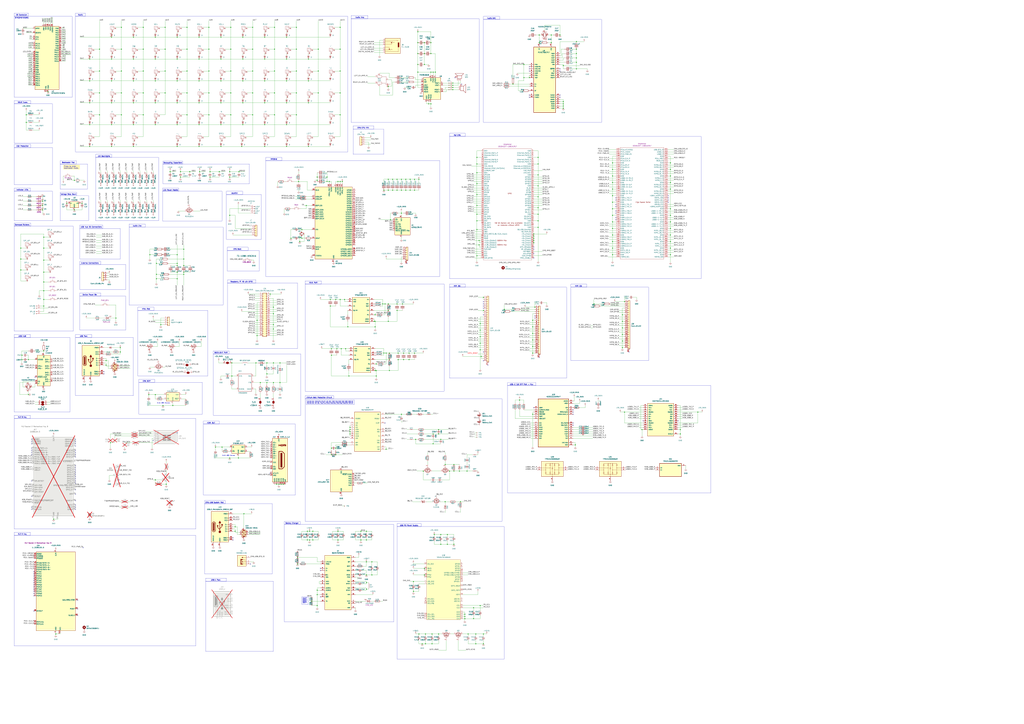
<source format=kicad_sch>
(kicad_sch (version 20250114) (generator "eeschema") (generator_version "9.0")
  (paper "A0")
  (title_block (title "mPC Overflow") (rev "1") (company "Breakpoint"))
  (lib_symbols
    (symbol "Adafruit TFP401 to 40pin TFT-eagle-import:MOSFET-NREFLOW"
      (property "Reference" "Q" (at 5.08 0.635 0))
      (symbol "MOSFET-NREFLOW_1_0"
        (text "G" (at -1.27 -1.905 0) (effects (font (size 0.8128 0.6908)) (justify left bottom)))
        (text "D" (at 3.175 3.175 0) (effects (font (size 0.8128 0.6908)) (justify left bottom)))
        (text "S" (at 3.175 -3.81 0) (effects (font (size 0.8128 0.6908)) (justify left bottom)))
        (pin bidirectional line (at -2.54 -2.54 0) (length 2.54) (name "G") (number "1"))
        (pin bidirectional line (at 2.54 5.08 270) (length 2.54) (name "D") (number "3"))
        (pin bidirectional line (at 2.54 -5.08 90) (length 2.54) (name "S") (number "2"))
      )
    )
    (symbol "Adafruit TFP401 to 40pin TFT-eagle-import:RESISTOR0805_NOOUTLINE"
      (property "Reference" "R" (at 0 2.54 0))
      (symbol "RESISTOR0805_NOOUTLINE_1_0"
        (pin passive line (at -5.08 0 0) (length 2.54) (name "1") (number "1"))
        (pin passive line (at 5.08 0 180) (length 2.54) (name "2") (number "2"))
      )
    )
    (symbol "Adafruit TFP401 to 40pin TFT-eagle-import:SOLDERJUMPER"
      (property "Reference" "SJ" (at -2.54 2.54 0))
      (symbol "SOLDERJUMPER_1_0"
        (pin passive line (at -5.08 0 0) (length 2.54) (name "1") (number "1"))
        (pin passive line (at 5.08 0 180) (length 2.54) (name "2") (number "2"))
      )
    )
    (symbol "Adafruit TFP401 to 40pin TFT-eagle-import:VREG_FAN5331"
      (property "Reference" "U" (at -7.62 12.7 0))
      (symbol "VREG_FAN5331_1_0"
        (pin bidirectional line (at -10.16 7.62 0) (length 2.54) (name "VIN") (number "5"))
        (pin bidirectional line (at -10.16 -7.62 0) (length 2.54) (name "SHDN") (number "4"))
        (pin bidirectional line (at 10.16 7.62 180) (length 2.54) (name "SW") (number "1"))
        (pin bidirectional line (at 10.16 0 180) (length 2.54) (name "FB") (number "3"))
        (pin bidirectional line (at 10.16 -7.62 180) (length 2.54) (name "GND") (number "2"))
      )
    )
    (symbol "Amplifier_Audio:PAM8403D"
      (property "Reference" "U8" (at 8.636 14.224 0))
      (property "Value" "PAM8406AB" (at -14.478 15.748 0))
      (symbol "PAM8403D_1_1"
        (pin input line (at -12.7 10.16 0) (length 2.54) (name "INL") (number "7"))
        (pin input line (at -12.7 7.62 0) (length 2.54) (name "INR") (number "10"))
        (pin input line (at -12.7 3.81 0) (length 2.54) (name "VREF") (number "8"))
        (pin input line (at -12.7 1.27 0) (length 2.54) (name "~{SHDN}") (number "12"))
        (pin input line (at -12.7 -1.27 0) (length 2.54) (name "~{MUTE}") (number "5"))
        (pin input line (at -12.7 -3.81 0) (length 2.54) (name "MODE") (number "9"))
        (pin power_in line (at -6.35 -15.24 90) (length 2.54) (name "GND") (number "11"))
        (pin power_in line (at -3.81 -15.24 90) (length 2.54) (name "PGND") (number "2"))
        (pin power_in line (at -1.27 15.24 270) (length 2.54) (name "VDD") (number "6"))
        (pin power_in line (at -1.27 -15.24 90) (length 2.54) (name "PGND") (number "15"))
        (pin power_in line (at 1.27 15.24 270) (length 2.54) (name "PVDD") (number "13"))
        (pin power_in line (at 3.81 15.24 270) (length 2.54) (name "PVDD") (number "4"))
        (pin output line (at 12.7 6.35 180) (length 2.54) (name "LOUT+") (number "1"))
        (pin output line (at 12.7 3.81 180) (length 2.54) (name "LOUT-") (number "3"))
        (pin output line (at 12.7 -1.27 180) (length 2.54) (name "ROUT-") (number "14"))
        (pin output line (at 12.7 -3.81 180) (length 2.54) (name "ROUT+") (number "16"))
      )
    )
    (symbol "Conn_01x04_Pin_1" (pin_names (offset 1.016))
      (property "Reference" "J4" (at 0.635 7.62 0))
      (property "Value" "JOYSTICK" (at 0.635 5.08 0))
      (symbol "Conn_01x04_Pin_1_1_1"
        (pin passive line (at 5.08 2.54 180) (length 3.81) (name "VCC") (number "1"))
        (pin passive line (at 5.08 0 180) (length 3.81) (name "Y_OUT") (number "2"))
        (pin passive line (at 5.08 -2.54 180) (length 3.81) (name "GND") (number "3"))
        (pin passive line (at 5.08 -5.08 180) (length 3.81) (name "X_OUT") (number "4"))
      )
    )
    (symbol "Connector:Bus_M.2_Socket_B"
      (property "Reference" "J17" (at -21.59 54.61 0))
      (property "Value" "2199119-3" (at -21.59 52.07 0))
      (property "Description" "M.2 Socket 2 Mechanical Key B" (at -21.844 58.166 0))
      (symbol "Bus_M.2_Socket_B_1_1"
        (pin output line (at -25.4 43.18 0) (length 2.54) (name "~{PERST}") (number "50"))
        (pin bidirectional line (at -25.4 40.64 0) (length 2.54) (name "~{CLKREQ}") (number "52"))
        (pin bidirectional line (at -25.4 38.1 0) (length 2.54) (name "~{PEWAKE}") (number "54"))
        (pin output line (at -25.4 33.02 0) (length 2.54) (name "PETp0/SATA-A+") (number "49"))
        (pin output line (at -25.4 30.48 0) (length 2.54) (name "PETn0/SATA-A-") (number "47"))
        (pin input line (at -25.4 27.94 0) (length 2.54) (name "PERp0/SATA-B-") (number "43"))
        (pin input line (at -25.4 25.4 0) (length 2.54) (name "PERn0/SATA-B+") (number "41"))
        (pin output line (at -25.4 22.86 0) (length 2.54) (name "PETp1/USB3.0-Tx+/SSIC-TxP") (number "37"))
        (pin output line (at -25.4 20.32 0) (length 2.54) (name "PETn1/USB3.0-Tx-/SSIC-TxN") (number "35"))
        (pin input line (at -25.4 17.78 0) (length 2.54) (name "PERp1/USB3.0-Rx+/SSIC-RxP") (number "31"))
        (pin input line (at -25.4 15.24 0) (length 2.54) (name "PERn1/USB3.0-Rx-/SSIC-RxN") (number "29"))
        (pin bidirectional line (at -25.4 10.16 0) (length 2.54) (name "USB_D+") (number "7"))
        (pin bidirectional line (at -25.4 7.62 0) (length 2.54) (name "USB_D-") (number "9"))
        (pin output line (at -25.4 -5.08 0) (length 2.54) (name "SIM_DETECT") (number "66"))
        (pin input line (at -25.4 -10.16 0) (length 2.54) (name "UIM-PWR") (number "36"))
        (pin bidirectional line (at -25.4 -12.7 0) (length 2.54) (name "UIM-DATA") (number "34"))
        (pin input line (at -25.4 -15.24 0) (length 2.54) (name "UIM-CLK") (number "32"))
        (pin input line (at -25.4 -17.78 0) (length 2.54) (name "UIM-RESET") (number "30"))
        (pin output line (at -25.4 -22.86 0) (length 2.54) (name "DEVSLP") (number "38"))
        (pin output line (at -25.4 -27.94 0) (length 2.54) (name "~{FULL_CARD_POWER_OFF}") (number "6"))
        (pin output line (at -25.4 -30.48 0) (length 2.54) (name "~{RESET}") (number "67"))
        (pin output line (at -25.4 -35.56 0) (length 2.54) (name "REFCLKp") (number "55"))
        (pin output line (at -25.4 -38.1 0) (length 2.54) (name "REFCLKn") (number "53"))
        (pin power_in line (at 0 48.26 270) (length 2.54) (name "3.3V") (number "2"))
        (pin passive line (at 0 48.26 270) (length 2.54) (hide yes) (name "3.3V") (number "4"))
        (pin passive line (at 0 48.26 270) (length 2.54) (hide yes) (name "3.3V") (number "70"))
        (pin passive line (at 0 48.26 270) (length 2.54) (hide yes) (name "3.3V") (number "72"))
        (pin passive line (at 0 48.26 270) (length 2.54) (hide yes) (name "3.3V") (number "74"))
        (pin passive line (at 0 -48.26 90) (length 2.54) (hide yes) (name "GND") (number "11"))
        (pin passive line (at 0 -48.26 90) (length 2.54) (hide yes) (name "GND") (number "27"))
        (pin power_in line (at 0 -48.26 90) (length 2.54) (name "GND") (number "3"))
        (pin passive line (at 0 -48.26 90) (length 2.54) (hide yes) (name "GND") (number "33"))
        (pin passive line (at 0 -48.26 90) (length 2.54) (hide yes) (name "GND") (number "39"))
        (pin passive line (at 0 -48.26 90) (length 2.54) (hide yes) (name "GND") (number "45"))
        (pin passive line (at 0 -48.26 90) (length 2.54) (hide yes) (name "GND") (number "5"))
        (pin passive line (at 0 -48.26 90) (length 2.54) (hide yes) (name "GND") (number "51"))
        (pin passive line (at 0 -48.26 90) (length 2.54) (hide yes) (name "GND") (number "57"))
        (pin passive line (at 0 -48.26 90) (length 2.54) (hide yes) (name "GND") (number "71"))
        (pin passive line (at 0 -48.26 90) (length 2.54) (hide yes) (name "GND") (number "73"))
        (pin passive line (at 5.08 -48.26 90) (length 2.54) (name "SH1") (number "SH1"))
        (pin no_connect line (at 22.86 -40.64 180) (length 2.54) (hide yes) (name "NC") (number "58"))
        (pin no_connect line (at 22.86 -43.18 180) (length 2.54) (hide yes) (name "NC") (number "56"))
        (pin input line (at 25.4 43.18 180) (length 2.54) (name "CONFIG_0") (number "21"))
        (pin input line (at 25.4 40.64 180) (length 2.54) (name "CONFIG_1") (number "69"))
        (pin input line (at 25.4 38.1 180) (length 2.54) (name "CONFIG_2") (number "75"))
        (pin input line (at 25.4 35.56 180) (length 2.54) (name "CONFIG_3") (number "1"))
        (pin input line (at 25.4 30.48 180) (length 2.54) (name "ANTCTL0") (number "59"))
        (pin input line (at 25.4 27.94 180) (length 2.54) (name "ANTCTL1") (number "61"))
        (pin input line (at 25.4 25.4 180) (length 2.54) (name "ANTCTL2") (number "63"))
        (pin input line (at 25.4 22.86 180) (length 2.54) (name "ANTCTL3") (number "65"))
        (pin output line (at 25.4 17.78 180) (length 2.54) (name "~{W_DISABLE1}") (number "8"))
        (pin bidirectional line (at 25.4 12.7 180) (length 2.54) (name "GPIO_0") (number "40"))
        (pin bidirectional line (at 25.4 10.16 180) (length 2.54) (name "GPIO_1") (number "42"))
        (pin bidirectional line (at 25.4 7.62 180) (length 2.54) (name "GPIO_2") (number "44"))
        (pin bidirectional line (at 25.4 5.08 180) (length 2.54) (name "GPIO_3") (number "46"))
        (pin bidirectional line (at 25.4 2.54 180) (length 2.54) (name "GPIO_4") (number "48"))
        (pin bidirectional line (at 25.4 0 180) (length 2.54) (name "GPIO_5") (number "20"))
        (pin bidirectional line (at 25.4 -2.54 180) (length 2.54) (name "GPIO_6") (number "22"))
        (pin bidirectional line (at 25.4 -5.08 180) (length 2.54) (name "GPIO_7") (number "24"))
        (pin bidirectional line (at 25.4 -7.62 180) (length 2.54) (name "GPIO_8") (number "28"))
        (pin bidirectional line (at 25.4 -10.16 180) (length 2.54) (name "GPIO_9/DAS/~{DSS}/~{LED1}") (number "10"))
        (pin bidirectional line (at 25.4 -12.7 180) (length 2.54) (name "GPIO_10") (number "26"))
        (pin bidirectional line (at 25.4 -15.24 180) (length 2.54) (name "GPIO_11") (number "23"))
        (pin output line (at 25.4 -20.32 180) (length 2.54) (name "DPR") (number "25"))
        (pin output line (at 25.4 -27.94 180) (length 2.54) (name "SUSCLK") (number "68"))
        (pin bidirectional line (at 25.4 -33.02 180) (length 2.54) (name "COEX1") (number "64"))
        (pin bidirectional line (at 25.4 -35.56 180) (length 2.54) (name "COEX2") (number "62"))
        (pin bidirectional line (at 25.4 -38.1 180) (length 2.54) (name "COEX3") (number "60"))
      )
    )
    (symbol "Connector:Bus_M.2_Socket_M"
      (property "Reference" "J16" (at -20.574 53.34 0))
      (property "Value" "1-2199119-5" (at -20.574 50.8 0))
      (symbol "Bus_M.2_Socket_M_1_1"
        (pin output line (at -25.4 43.18 0) (length 2.54) (name "~{PERST}") (number "50"))
        (pin bidirectional line (at -25.4 40.64 0) (length 2.54) (name "~{CLKREQ}") (number "52"))
        (pin bidirectional line (at -25.4 38.1 0) (length 2.54) (name "~{PEWAKE}") (number "54"))
        (pin output line (at -25.4 33.02 0) (length 2.54) (name "PETp0/SATA-A+") (number "49"))
        (pin output line (at -25.4 30.48 0) (length 2.54) (name "PETn0/SATA-A-") (number "47"))
        (pin input line (at -25.4 27.94 0) (length 2.54) (name "PERp0/SATA-B-") (number "43"))
        (pin input line (at -25.4 25.4 0) (length 2.54) (name "PERn0/SATA-B+") (number "41"))
        (pin output line (at -25.4 22.86 0) (length 2.54) (name "PETp1") (number "37"))
        (pin output line (at -25.4 20.32 0) (length 2.54) (name "PETn1") (number "35"))
        (pin input line (at -25.4 17.78 0) (length 2.54) (name "PERp1") (number "31"))
        (pin input line (at -25.4 15.24 0) (length 2.54) (name "PERn1") (number "29"))
        (pin output line (at -25.4 12.7 0) (length 2.54) (name "PETp2") (number "25"))
        (pin output line (at -25.4 10.16 0) (length 2.54) (name "PETn2") (number "23"))
        (pin input line (at -25.4 7.62 0) (length 2.54) (name "PERp2") (number "19"))
        (pin input line (at -25.4 5.08 0) (length 2.54) (name "PERn2") (number "17"))
        (pin output line (at -25.4 2.54 0) (length 2.54) (name "PETp3") (number "13"))
        (pin output line (at -25.4 0 0) (length 2.54) (name "PETn3") (number "11"))
        (pin input line (at -25.4 -2.54 0) (length 2.54) (name "PERp3") (number "7"))
        (pin input line (at -25.4 -5.08 0) (length 2.54) (name "PERn3") (number "5"))
        (pin output line (at -25.4 -22.86 0) (length 2.54) (name "DEVSLP") (number "38"))
        (pin output line (at -25.4 -35.56 0) (length 2.54) (name "REFCLKp") (number "55"))
        (pin output line (at -25.4 -38.1 0) (length 2.54) (name "REFCLKn") (number "53"))
        (pin passive line (at 0 48.26 270) (length 2.54) (hide yes) (name "3.3V") (number "12"))
        (pin passive line (at 0 48.26 270) (length 2.54) (hide yes) (name "3.3V") (number "14"))
        (pin passive line (at 0 48.26 270) (length 2.54) (hide yes) (name "3.3V") (number "16"))
        (pin passive line (at 0 48.26 270) (length 2.54) (hide yes) (name "3.3V") (number "18"))
        (pin power_in line (at 0 48.26 270) (length 2.54) (name "3.3V") (number "2"))
        (pin passive line (at 0 48.26 270) (length 2.54) (hide yes) (name "3.3V") (number "4"))
        (pin passive line (at 0 48.26 270) (length 2.54) (hide yes) (name "3.3V") (number "70"))
        (pin passive line (at 0 48.26 270) (length 2.54) (hide yes) (name "3.3V") (number "72"))
        (pin passive line (at 0 48.26 270) (length 2.54) (hide yes) (name "3.3V") (number "74"))
        (pin power_in line (at 0 -48.26 90) (length 2.54) (name "GND") (number "1"))
        (pin passive line (at 0 -48.26 90) (length 2.54) (hide yes) (name "GND") (number "15"))
        (pin passive line (at 0 -48.26 90) (length 2.54) (hide yes) (name "GND") (number "21"))
        (pin passive line (at 0 -48.26 90) (length 2.54) (hide yes) (name "GND") (number "27"))
        (pin passive line (at 0 -48.26 90) (length 2.54) (hide yes) (name "GND") (number "3"))
        (pin passive line (at 0 -48.26 90) (length 2.54) (hide yes) (name "GND") (number "33"))
        (pin passive line (at 0 -48.26 90) (length 2.54) (hide yes) (name "GND") (number "39"))
        (pin passive line (at 0 -48.26 90) (length 2.54) (hide yes) (name "GND") (number "45"))
        (pin passive line (at 0 -48.26 90) (length 2.54) (hide yes) (name "GND") (number "51"))
        (pin passive line (at 0 -48.26 90) (length 2.54) (hide yes) (name "GND") (number "57"))
        (pin passive line (at 0 -48.26 90) (length 2.54) (hide yes) (name "GND") (number "71"))
        (pin passive line (at 0 -48.26 90) (length 2.54) (hide yes) (name "GND") (number "73"))
        (pin passive line (at 0 -48.26 90) (length 2.54) (hide yes) (name "GND") (number "75"))
        (pin passive line (at 0 -48.26 90) (length 2.54) (hide yes) (name "GND") (number "9"))
        (pin passive line (at 5.08 -48.26 90) (length 2.54) (name "SH1") (number "SH1"))
        (pin no_connect line (at 22.86 40.64 180) (length 2.54) (hide yes) (name "NC") (number "58"))
        (pin no_connect line (at 22.86 38.1 180) (length 2.54) (hide yes) (name "NC") (number "56"))
        (pin no_connect line (at 22.86 35.56 180) (length 2.54) (hide yes) (name "NC") (number "48"))
        (pin no_connect line (at 22.86 33.02 180) (length 2.54) (hide yes) (name "NC") (number "46"))
        (pin no_connect line (at 22.86 30.48 180) (length 2.54) (hide yes) (name "NC") (number "44"))
        (pin no_connect line (at 22.86 27.94 180) (length 2.54) (hide yes) (name "NC") (number "42"))
        (pin no_connect line (at 22.86 25.4 180) (length 2.54) (hide yes) (name "NC") (number "40"))
        (pin no_connect line (at 22.86 22.86 180) (length 2.54) (hide yes) (name "NC") (number "36"))
        (pin no_connect line (at 22.86 20.32 180) (length 2.54) (hide yes) (name "NC") (number "34"))
        (pin no_connect line (at 22.86 17.78 180) (length 2.54) (hide yes) (name "NC") (number "32"))
        (pin no_connect line (at 22.86 15.24 180) (length 2.54) (hide yes) (name "NC") (number "30"))
        (pin no_connect line (at 22.86 12.7 180) (length 2.54) (hide yes) (name "NC") (number "28"))
        (pin no_connect line (at 22.86 10.16 180) (length 2.54) (hide yes) (name "NC") (number "26"))
        (pin no_connect line (at 22.86 7.62 180) (length 2.54) (hide yes) (name "NC") (number "24"))
        (pin no_connect line (at 22.86 5.08 180) (length 2.54) (hide yes) (name "NC") (number "22"))
        (pin no_connect line (at 22.86 2.54 180) (length 2.54) (hide yes) (name "NC") (number "20"))
        (pin no_connect line (at 22.86 0 180) (length 2.54) (hide yes) (name "NC") (number "8"))
        (pin no_connect line (at 22.86 -2.54 180) (length 2.54) (hide yes) (name "NC") (number "6"))
        (pin no_connect line (at 22.86 -5.08 180) (length 2.54) (hide yes) (name "NC") (number "67"))
        (pin bidirectional line (at 25.4 -10.16 180) (length 2.54) (name "DAS/~{DSS}/~{LED1}") (number "10"))
        (pin passive line (at 25.4 -20.32 180) (length 2.54) (name "PEDET") (number "69"))
        (pin output line (at 25.4 -27.94 180) (length 2.54) (name "SUSCLK") (number "68"))
      )
    )
    (symbol "Connector:Conn_01x02_Pin" (pin_names (offset 1.016) (hide yes))
      (property "Reference" "J" (at 0 2.54 0))
      (property "Value" "Conn_01x02_Pin" (at 0 -5.08 0))
      (symbol "Conn_01x02_Pin_1_1"
        (pin passive line (at 5.08 0 180) (length 3.81) (name "Pin_1") (number "1"))
        (pin passive line (at 5.08 -2.54 180) (length 3.81) (name "Pin_2") (number "2"))
      )
    )
    (symbol "Connector:Conn_01x04_Pin" (pin_names (offset 1.016) (hide yes))
      (property "Reference" "J" (at 0 5.08 0))
      (property "Value" "Conn_01x04_Pin" (at 0 -7.62 0))
      (symbol "Conn_01x04_Pin_1_1"
        (pin passive line (at 5.08 2.54 180) (length 3.81) (name "Pin_1") (number "1"))
        (pin passive line (at 5.08 0 180) (length 3.81) (name "Pin_2") (number "2"))
        (pin passive line (at 5.08 -2.54 180) (length 3.81) (name "Pin_3") (number "3"))
        (pin passive line (at 5.08 -5.08 180) (length 3.81) (name "Pin_4") (number "4"))
      )
    )
    (symbol "Connector:HDMI_C_1.3"
      (property "Reference" "J12" (at -7.366 26.924 0))
      (property "Value" "HDMI_C_1.3" (at 1.27 26.924 0))
      (symbol "HDMI_C_1.3_1_1"
        (pin passive line (at -10.16 20.32 0) (length 2.54) (name "D2+") (number "2"))
        (pin passive line (at -10.16 17.78 0) (length 2.54) (name "D2-") (number "3"))
        (pin passive line (at -10.16 15.24 0) (length 2.54) (name "D1+") (number "5"))
        (pin passive line (at -10.16 12.7 0) (length 2.54) (name "D1-") (number "6"))
        (pin passive line (at -10.16 10.16 0) (length 2.54) (name "D0+") (number "8"))
        (pin passive line (at -10.16 7.62 0) (length 2.54) (name "D0-") (number "9"))
        (pin passive line (at -10.16 5.08 0) (length 2.54) (name "CK+") (number "11"))
        (pin passive line (at -10.16 2.54 0) (length 2.54) (name "CK-") (number "12"))
        (pin bidirectional line (at -10.16 -2.54 0) (length 2.54) (name "CEC") (number "14"))
        (pin passive line (at -10.16 -7.62 0) (length 2.54) (name "SCL") (number "15"))
        (pin bidirectional line (at -10.16 -10.16 0) (length 2.54) (name "SDA") (number "16"))
        (pin passive line (at -10.16 -15.24 0) (length 2.54) (name "UTILITY") (number "17"))
        (pin passive line (at -10.16 -17.78 0) (length 2.54) (name "HPD") (number "19"))
        (pin power_in line (at -5.08 -27.94 90) (length 2.54) (name "D2S") (number "1"))
        (pin power_in line (at -2.54 -27.94 90) (length 2.54) (name "D1S") (number "4"))
        (pin power_in line (at 0 27.94 270) (length 2.54) (name "+5V") (number "18"))
        (pin power_in line (at 0 -27.94 90) (length 2.54) (name "D0S") (number "7"))
        (pin power_in line (at 2.54 -27.94 90) (length 2.54) (name "CKS") (number "10"))
        (pin power_in line (at 5.08 -27.94 90) (length 2.54) (name "GND") (number "13"))
        (pin passive line (at 7.62 -27.94 90) (length 2.54) (name "MP") (number "MP"))
      )
    )
    (symbol "Connector:SIM_Card"
      (property "Reference" "J15" (at 16.51 2.5401 0))
      (property "Value" "SIM_Card" (at 16.51 0.0001 0))
      (symbol "SIM_Card_1_1"
        (pin power_in line (at -12.7 7.62 0) (length 2.54) (name "VCC") (number "1"))
        (pin input line (at -12.7 5.08 0) (length 2.54) (name "RST") (number "2"))
        (pin input line (at -12.7 2.54 0) (length 2.54) (name "CLK") (number "3"))
        (pin power_in line (at -12.7 0 0) (length 2.54) (name "GND") (number "5"))
        (pin input line (at -12.7 -2.54 0) (length 2.54) (name "VPP") (number "6"))
        (pin bidirectional line (at -12.7 -5.08 0) (length 2.54) (name "I/O") (number "7"))
        (pin input line (at 15.24 6.35 180) (length 2.54) (name "CD") (number "CD"))
      )
    )
    (symbol "Connector:TestPoint_Small" (pin_numbers (hide yes)) (pin_names (offset 0.762) (hide yes))
      (property "Reference" "TP" (at 0 3.81 0))
      (property "Value" "TestPoint_Small" (at 0 2.032 0))
      (symbol "TestPoint_Small_1_1"
        (pin passive line (at 0 0 90) (length 0) (name "1") (number "1"))
      )
    )
    (symbol "Connector:USB3_A" (pin_names (offset 1.016))
      (property "Reference" "J" (at -10.16 15.24 0))
      (property "Value" "USB3_A" (at 10.16 15.24 0))
      (symbol "USB3_A_1_1"
        (pin passive line (at -5.08 -17.78 90) (length 2.54) (name "SHIELD") (number "10"))
        (pin passive line (at -2.54 -17.78 90) (length 2.54) (name "DRAIN") (number "7"))
        (pin power_in line (at 0 -17.78 90) (length 2.54) (name "GND") (number "4"))
        (pin power_in line (at 12.7 10.16 180) (length 2.54) (name "VBUS") (number "1"))
        (pin bidirectional line (at 12.7 5.08 180) (length 2.54) (name "D-") (number "2"))
        (pin bidirectional line (at 12.7 2.54 180) (length 2.54) (name "D+") (number "3"))
        (pin output line (at 12.7 -2.54 180) (length 2.54) (name "SSRX-") (number "5"))
        (pin output line (at 12.7 -5.08 180) (length 2.54) (name "SSRX+") (number "6"))
        (pin input line (at 12.7 -10.16 180) (length 2.54) (name "SSTX-") (number "8"))
        (pin input line (at 12.7 -12.7 180) (length 2.54) (name "SSTX+") (number "9"))
      )
    )
    (symbol "Connector:USB_C_Receptacle_USB2.0_16P" (pin_names (offset 1.016))
      (property "Reference" "J" (at 0 22.225 0))
      (property "Value" "USB_C_Receptacle_USB2.0_16P" (at 0 19.685 0))
      (symbol "USB_C_Receptacle_USB2.0_16P_1_1"
        (pin passive line (at -7.62 -22.86 90) (length 5.08) (name "SHIELD") (number "S1"))
        (pin passive line (at 0 -22.86 90) (length 5.08) (name "GND") (number "A1"))
        (pin passive line (at 0 -22.86 90) (length 5.08) (hide yes) (name "GND") (number "A12"))
        (pin passive line (at 0 -22.86 90) (length 5.08) (hide yes) (name "GND") (number "B1"))
        (pin passive line (at 0 -22.86 90) (length 5.08) (hide yes) (name "GND") (number "B12"))
        (pin passive line (at 15.24 15.24 180) (length 5.08) (name "VBUS") (number "A4"))
        (pin passive line (at 15.24 15.24 180) (length 5.08) (hide yes) (name "VBUS") (number "A9"))
        (pin passive line (at 15.24 15.24 180) (length 5.08) (hide yes) (name "VBUS") (number "B4"))
        (pin passive line (at 15.24 15.24 180) (length 5.08) (hide yes) (name "VBUS") (number "B9"))
        (pin bidirectional line (at 15.24 10.16 180) (length 5.08) (name "CC1") (number "A5"))
        (pin bidirectional line (at 15.24 7.62 180) (length 5.08) (name "CC2") (number "B5"))
        (pin bidirectional line (at 15.24 2.54 180) (length 5.08) (name "D-") (number "A7"))
        (pin bidirectional line (at 15.24 0 180) (length 5.08) (name "D-") (number "B7"))
        (pin bidirectional line (at 15.24 -2.54 180) (length 5.08) (name "D+") (number "A6"))
        (pin bidirectional line (at 15.24 -5.08 180) (length 5.08) (name "D+") (number "B6"))
        (pin bidirectional line (at 15.24 -12.7 180) (length 5.08) (name "SBU1") (number "A8"))
        (pin bidirectional line (at 15.24 -15.24 180) (length 5.08) (name "SBU2") (number "B8"))
      )
    )
    (symbol "Connector_Generic:Conn_01x04" (pin_names (offset 1.016) (hide yes))
      (property "Reference" "J" (at 0 5.08 0))
      (property "Value" "Conn_01x04" (at 0 -7.62 0))
      (symbol "Conn_01x04_1_1"
        (pin passive line (at -5.08 2.54 0) (length 3.81) (name "Pin_1") (number "1"))
        (pin passive line (at -5.08 0 0) (length 3.81) (name "Pin_2") (number "2"))
        (pin passive line (at -5.08 -2.54 0) (length 3.81) (name "Pin_3") (number "3"))
        (pin passive line (at -5.08 -5.08 0) (length 3.81) (name "Pin_4") (number "4"))
      )
    )
    (symbol "Connector_Generic:Conn_01x05" (pin_names (offset 1.016) (hide yes))
      (property "Reference" "J" (at 0 7.62 0))
      (property "Value" "Conn_01x05" (at 0 -7.62 0))
      (symbol "Conn_01x05_1_1"
        (pin passive line (at -5.08 5.08 0) (length 3.81) (name "Pin_1") (number "1"))
        (pin passive line (at -5.08 2.54 0) (length 3.81) (name "Pin_2") (number "2"))
        (pin passive line (at -5.08 0 0) (length 3.81) (name "Pin_3") (number "3"))
        (pin passive line (at -5.08 -2.54 0) (length 3.81) (name "Pin_4") (number "4"))
        (pin passive line (at -5.08 -5.08 0) (length 3.81) (name "Pin_5") (number "5"))
      )
    )
    (symbol "Connector_Generic:Conn_02x20_Odd_Even" (pin_names (offset 1.016) (hide yes))
      (property "Reference" "J" (at 1.27 25.4 0))
      (property "Value" "Conn_02x20_Odd_Even" (at 1.27 -27.94 0))
      (symbol "Conn_02x20_Odd_Even_1_1"
        (pin passive line (at -5.08 22.86 0) (length 3.81) (name "Pin_1") (number "1"))
        (pin passive line (at -5.08 20.32 0) (length 3.81) (name "Pin_3") (number "3"))
        (pin passive line (at -5.08 17.78 0) (length 3.81) (name "Pin_5") (number "5"))
        (pin passive line (at -5.08 15.24 0) (length 3.81) (name "Pin_7") (number "7"))
        (pin passive line (at -5.08 12.7 0) (length 3.81) (name "Pin_9") (number "9"))
        (pin passive line (at -5.08 10.16 0) (length 3.81) (name "Pin_11") (number "11"))
        (pin passive line (at -5.08 7.62 0) (length 3.81) (name "Pin_13") (number "13"))
        (pin passive line (at -5.08 5.08 0) (length 3.81) (name "Pin_15") (number "15"))
        (pin passive line (at -5.08 2.54 0) (length 3.81) (name "Pin_17") (number "17"))
        (pin passive line (at -5.08 0 0) (length 3.81) (name "Pin_19") (number "19"))
        (pin passive line (at -5.08 -2.54 0) (length 3.81) (name "Pin_21") (number "21"))
        (pin passive line (at -5.08 -5.08 0) (length 3.81) (name "Pin_23") (number "23"))
        (pin passive line (at -5.08 -7.62 0) (length 3.81) (name "Pin_25") (number "25"))
        (pin passive line (at -5.08 -10.16 0) (length 3.81) (name "Pin_27") (number "27"))
        (pin passive line (at -5.08 -12.7 0) (length 3.81) (name "Pin_29") (number "29"))
        (pin passive line (at -5.08 -15.24 0) (length 3.81) (name "Pin_31") (number "31"))
        (pin passive line (at -5.08 -17.78 0) (length 3.81) (name "Pin_33") (number "33"))
        (pin passive line (at -5.08 -20.32 0) (length 3.81) (name "Pin_35") (number "35"))
        (pin passive line (at -5.08 -22.86 0) (length 3.81) (name "Pin_37") (number "37"))
        (pin passive line (at -5.08 -25.4 0) (length 3.81) (name "Pin_39") (number "39"))
        (pin passive line (at 7.62 22.86 180) (length 3.81) (name "Pin_2") (number "2"))
        (pin passive line (at 7.62 20.32 180) (length 3.81) (name "Pin_4") (number "4"))
        (pin passive line (at 7.62 17.78 180) (length 3.81) (name "Pin_6") (number "6"))
        (pin passive line (at 7.62 15.24 180) (length 3.81) (name "Pin_8") (number "8"))
        (pin passive line (at 7.62 12.7 180) (length 3.81) (name "Pin_10") (number "10"))
        (pin passive line (at 7.62 10.16 180) (length 3.81) (name "Pin_12") (number "12"))
        (pin passive line (at 7.62 7.62 180) (length 3.81) (name "Pin_14") (number "14"))
        (pin passive line (at 7.62 5.08 180) (length 3.81) (name "Pin_16") (number "16"))
        (pin passive line (at 7.62 2.54 180) (length 3.81) (name "Pin_18") (number "18"))
        (pin passive line (at 7.62 0 180) (length 3.81) (name "Pin_20") (number "20"))
        (pin passive line (at 7.62 -2.54 180) (length 3.81) (name "Pin_22") (number "22"))
        (pin passive line (at 7.62 -5.08 180) (length 3.81) (name "Pin_24") (number "24"))
        (pin passive line (at 7.62 -7.62 180) (length 3.81) (name "Pin_26") (number "26"))
        (pin passive line (at 7.62 -10.16 180) (length 3.81) (name "Pin_28") (number "28"))
        (pin passive line (at 7.62 -12.7 180) (length 3.81) (name "Pin_30") (number "30"))
        (pin passive line (at 7.62 -15.24 180) (length 3.81) (name "Pin_32") (number "32"))
        (pin passive line (at 7.62 -17.78 180) (length 3.81) (name "Pin_34") (number "34"))
        (pin passive line (at 7.62 -20.32 180) (length 3.81) (name "Pin_36") (number "36"))
        (pin passive line (at 7.62 -22.86 180) (length 3.81) (name "Pin_38") (number "38"))
        (pin passive line (at 7.62 -25.4 180) (length 3.81) (name "Pin_40") (number "40"))
      )
    )
    (symbol "Connector_Generic_MountingPin:Conn_01x06_MountingPin" (pin_names (offset 1.016) (hide yes))
      (property "Reference" "J" (at 0 7.62 0))
      (property "Value" "Conn_01x06_MountingPin" (at 1.27 -10.16 0))
      (symbol "Conn_01x06_MountingPin_1_1"
        (text "Mounting" (at 0 -9.271 0) (effects (font (size 0.381 0.381))))
        (pin passive line (at -5.08 5.08 0) (length 3.81) (name "Pin_1") (number "1"))
        (pin passive line (at -5.08 2.54 0) (length 3.81) (name "Pin_2") (number "2"))
        (pin passive line (at -5.08 0 0) (length 3.81) (name "Pin_3") (number "3"))
        (pin passive line (at -5.08 -2.54 0) (length 3.81) (name "Pin_4") (number "4"))
        (pin passive line (at -5.08 -5.08 0) (length 3.81) (name "Pin_5") (number "5"))
        (pin passive line (at -5.08 -7.62 0) (length 3.81) (name "Pin_6") (number "6"))
        (pin passive line (at 0 -12.7 90) (length 3.048) (name "MountPin") (number "MP"))
      )
    )
    (symbol "Connector_Generic_MountingPin:Conn_01x22_MountingPin" (pin_names (offset 1.016) (hide yes))
      (property "Reference" "J" (at 0 27.94 0))
      (property "Value" "Conn_01x22_MountingPin" (at 1.27 -30.48 0))
      (symbol "Conn_01x22_MountingPin_1_1"
        (text "Mounting" (at 0 -29.591 0) (effects (font (size 0.381 0.381))))
        (pin passive line (at -5.08 25.4 0) (length 3.81) (name "Pin_1") (number "1"))
        (pin passive line (at -5.08 22.86 0) (length 3.81) (name "Pin_2") (number "2"))
        (pin passive line (at -5.08 20.32 0) (length 3.81) (name "Pin_3") (number "3"))
        (pin passive line (at -5.08 17.78 0) (length 3.81) (name "Pin_4") (number "4"))
        (pin passive line (at -5.08 15.24 0) (length 3.81) (name "Pin_5") (number "5"))
        (pin passive line (at -5.08 12.7 0) (length 3.81) (name "Pin_6") (number "6"))
        (pin passive line (at -5.08 10.16 0) (length 3.81) (name "Pin_7") (number "7"))
        (pin passive line (at -5.08 7.62 0) (length 3.81) (name "Pin_8") (number "8"))
        (pin passive line (at -5.08 5.08 0) (length 3.81) (name "Pin_9") (number "9"))
        (pin passive line (at -5.08 2.54 0) (length 3.81) (name "Pin_10") (number "10"))
        (pin passive line (at -5.08 0 0) (length 3.81) (name "Pin_11") (number "11"))
        (pin passive line (at -5.08 -2.54 0) (length 3.81) (name "Pin_12") (number "12"))
        (pin passive line (at -5.08 -5.08 0) (length 3.81) (name "Pin_13") (number "13"))
        (pin passive line (at -5.08 -7.62 0) (length 3.81) (name "Pin_14") (number "14"))
        (pin passive line (at -5.08 -10.16 0) (length 3.81) (name "Pin_15") (number "15"))
        (pin passive line (at -5.08 -12.7 0) (length 3.81) (name "Pin_16") (number "16"))
        (pin passive line (at -5.08 -15.24 0) (length 3.81) (name "Pin_17") (number "17"))
        (pin passive line (at -5.08 -17.78 0) (length 3.81) (name "Pin_18") (number "18"))
        (pin passive line (at -5.08 -20.32 0) (length 3.81) (name "Pin_19") (number "19"))
        (pin passive line (at -5.08 -22.86 0) (length 3.81) (name "Pin_20") (number "20"))
        (pin passive line (at -5.08 -25.4 0) (length 3.81) (name "Pin_21") (number "21"))
        (pin passive line (at -5.08 -27.94 0) (length 3.81) (name "Pin_22") (number "22"))
        (pin passive line (at 0 -33.02 90) (length 3.048) (name "MountPin") (number "MP"))
      )
    )
    (symbol "Connector_Generic_MountingPin:Conn_01x30_MountingPin" (pin_names (offset 1.016) (hide yes))
      (property "Reference" "J" (at 0 38.1 0))
      (property "Value" "Conn_01x30_MountingPin" (at 1.27 -40.64 0))
      (symbol "Conn_01x30_MountingPin_1_1"
        (text "Mounting" (at 0 -39.751 0) (effects (font (size 0.381 0.381))))
        (pin passive line (at -5.08 35.56 0) (length 3.81) (name "Pin_1") (number "1"))
        (pin passive line (at -5.08 33.02 0) (length 3.81) (name "Pin_2") (number "2"))
        (pin passive line (at -5.08 30.48 0) (length 3.81) (name "Pin_3") (number "3"))
        (pin passive line (at -5.08 27.94 0) (length 3.81) (name "Pin_4") (number "4"))
        (pin passive line (at -5.08 25.4 0) (length 3.81) (name "Pin_5") (number "5"))
        (pin passive line (at -5.08 22.86 0) (length 3.81) (name "Pin_6") (number "6"))
        (pin passive line (at -5.08 20.32 0) (length 3.81) (name "Pin_7") (number "7"))
        (pin passive line (at -5.08 17.78 0) (length 3.81) (name "Pin_8") (number "8"))
        (pin passive line (at -5.08 15.24 0) (length 3.81) (name "Pin_9") (number "9"))
        (pin passive line (at -5.08 12.7 0) (length 3.81) (name "Pin_10") (number "10"))
        (pin passive line (at -5.08 10.16 0) (length 3.81) (name "Pin_11") (number "11"))
        (pin passive line (at -5.08 7.62 0) (length 3.81) (name "Pin_12") (number "12"))
        (pin passive line (at -5.08 5.08 0) (length 3.81) (name "Pin_13") (number "13"))
        (pin passive line (at -5.08 2.54 0) (length 3.81) (name "Pin_14") (number "14"))
        (pin passive line (at -5.08 0 0) (length 3.81) (name "Pin_15") (number "15"))
        (pin passive line (at -5.08 -2.54 0) (length 3.81) (name "Pin_16") (number "16"))
        (pin passive line (at -5.08 -5.08 0) (length 3.81) (name "Pin_17") (number "17"))
        (pin passive line (at -5.08 -7.62 0) (length 3.81) (name "Pin_18") (number "18"))
        (pin passive line (at -5.08 -10.16 0) (length 3.81) (name "Pin_19") (number "19"))
        (pin passive line (at -5.08 -12.7 0) (length 3.81) (name "Pin_20") (number "20"))
        (pin passive line (at -5.08 -15.24 0) (length 3.81) (name "Pin_21") (number "21"))
        (pin passive line (at -5.08 -17.78 0) (length 3.81) (name "Pin_22") (number "22"))
        (pin passive line (at -5.08 -20.32 0) (length 3.81) (name "Pin_23") (number "23"))
        (pin passive line (at -5.08 -22.86 0) (length 3.81) (name "Pin_24") (number "24"))
        (pin passive line (at -5.08 -25.4 0) (length 3.81) (name "Pin_25") (number "25"))
        (pin passive line (at -5.08 -27.94 0) (length 3.81) (name "Pin_26") (number "26"))
        (pin passive line (at -5.08 -30.48 0) (length 3.81) (name "Pin_27") (number "27"))
        (pin passive line (at -5.08 -33.02 0) (length 3.81) (name "Pin_28") (number "28"))
        (pin passive line (at -5.08 -35.56 0) (length 3.81) (name "Pin_29") (number "29"))
        (pin passive line (at -5.08 -38.1 0) (length 3.81) (name "Pin_30") (number "30"))
        (pin passive line (at 0 -43.18 90) (length 3.048) (name "MountPin") (number "MP"))
      )
    )
    (symbol "D_Small_1" (pin_names (offset 0.254) (hide yes))
      (property "Reference" "D" (at -1.27 2.032 0))
      (property "Value" "D_Small" (at -3.81 -2.032 0))
      (symbol "D_Small_1_1_1"
        (pin passive line (at -2.54 0 0) (length 1.778) (name "K") (number "1"))
        (pin passive line (at 2.54 0 180) (length 1.778) (name "A") (number "2"))
      )
    )
    (symbol "D_Small_2" (pin_names (offset 0.254) (hide yes))
      (property "Reference" "D" (at -1.27 2.032 0))
      (property "Value" "D_Small" (at -3.81 -2.032 0))
      (symbol "D_Small_2_1_1"
        (pin passive line (at -2.54 0 0) (length 1.778) (name "K") (number "1"))
        (pin passive line (at 2.54 0 180) (length 1.778) (name "A") (number "2"))
      )
    )
    (symbol "Device:Battery_Cell" (pin_numbers (hide yes)) (pin_names (offset 0) (hide yes))
      (property "Reference" "BT1" (at 3.81 3.1116 0))
      (property "Value" "Battery_Cell" (at 3.81 0.5716 0))
      (symbol "Battery_Cell_1_1"
        (pin passive line (at 0 5.08 270) (length 2.54) (name "+") (number "1"))
        (pin passive line (at 0 -2.54 90) (length 2.54) (name "-") (number "2"))
        (pin no_connect line (at 7.62 6.35 0) (length 2.54) (hide yes) (name "MP") (number "MP"))
      )
    )
    (symbol "Device:C" (pin_numbers (hide yes)) (pin_names (offset 0.254))
      (property "Reference" "C" (at 0.635 2.54 0))
      (property "Value" "C" (at 0.635 -2.54 0))
      (symbol "C_1_1"
        (pin passive line (at 0 3.81 270) (length 2.794) (name "~") (number "1"))
        (pin passive line (at 0 -3.81 90) (length 2.794) (name "~") (number "2"))
      )
    )
    (symbol "Device:C_Polarized" (pin_numbers (hide yes)) (pin_names (offset 0.254))
      (property "Reference" "C" (at 0.635 2.54 0))
      (property "Value" "C_Polarized" (at 0.635 -2.54 0))
      (symbol "C_Polarized_1_1"
        (pin passive line (at 0 3.81 270) (length 2.794) (name "~") (number "1"))
        (pin passive line (at 0 -3.81 90) (length 2.794) (name "~") (number "2"))
      )
    )
    (symbol "Device:C_Small" (pin_numbers (hide yes)) (pin_names (offset 0.254) (hide yes))
      (property "Reference" "C" (at 0.254 1.778 0))
      (property "Value" "C_Small" (at 0.254 -2.032 0))
      (symbol "C_Small_1_1"
        (pin passive line (at 0 2.54 270) (length 2.032) (name "~") (number "1"))
        (pin passive line (at 0 -2.54 90) (length 2.032) (name "~") (number "2"))
      )
    )
    (symbol "Device:Crystal_GND24" (pin_names (offset 1.016) (hide yes))
      (property "Reference" "Y" (at 3.175 5.08 0))
      (property "Value" "Crystal_GND24" (at 3.175 3.175 0))
      (symbol "Crystal_GND24_1_1"
        (pin passive line (at -3.81 0 0) (length 1.27) (name "1") (number "1"))
        (pin passive line (at 0 5.08 270) (length 1.27) (name "2") (number "2"))
        (pin passive line (at 0 -5.08 90) (length 1.27) (name "4") (number "4"))
        (pin passive line (at 3.81 0 180) (length 1.27) (name "3") (number "3"))
      )
    )
    (symbol "Device:Crystal_GND24_Small" (pin_names (offset 1.016) (hide yes))
      (property "Reference" "Y" (at 1.27 4.445 0))
      (property "Value" "Crystal_GND24_Small" (at 1.27 2.54 0))
      (symbol "Crystal_GND24_Small_1_1"
        (pin passive line (at -2.54 0 0) (length 1.27) (name "1") (number "1"))
        (pin passive line (at 0 2.54 270) (length 0.635) (name "4") (number "4"))
        (pin passive line (at 0 -2.54 90) (length 0.635) (name "2") (number "2"))
        (pin passive line (at 2.54 0 180) (length 1.27) (name "3") (number "3"))
      )
    )
    (symbol "Device:D" (pin_numbers (hide yes)) (pin_names (offset 1.016) (hide yes))
      (property "Reference" "D" (at 0 2.54 0))
      (property "Value" "D" (at 0 -2.54 0))
      (symbol "D_1_1"
        (pin passive line (at -3.81 0 0) (length 2.54) (name "K") (number "1"))
        (pin passive line (at 3.81 0 180) (length 2.54) (name "A") (number "2"))
      )
    )
    (symbol "Device:D_Schottky" (pin_numbers (hide yes)) (pin_names (offset 1.016) (hide yes))
      (property "Reference" "D" (at 0 2.54 0))
      (property "Value" "D_Schottky" (at 0 -2.54 0))
      (symbol "D_Schottky_1_1"
        (pin passive line (at -3.81 0 0) (length 2.54) (name "K") (number "1"))
        (pin passive line (at 3.81 0 180) (length 2.54) (name "A") (number "2"))
      )
    )
    (symbol "Device:D_Small" (pin_numbers (hide yes)) (pin_names (offset 0.254) (hide yes))
      (property "Reference" "D" (at -1.27 2.032 0))
      (property "Value" "D_Small" (at -3.81 -2.032 0))
      (symbol "D_Small_1_1"
        (pin passive line (at -2.54 0 0) (length 1.778) (name "K") (number "1"))
        (pin passive line (at 2.54 0 180) (length 1.778) (name "A") (number "2"))
      )
    )
    (symbol "Device:D_Zener" (pin_numbers (hide yes)) (pin_names (offset 1.016) (hide yes))
      (property "Reference" "D" (at 0 2.54 0))
      (property "Value" "D_Zener" (at 0 -2.54 0))
      (symbol "D_Zener_1_1"
        (pin passive line (at -3.81 0 0) (length 2.54) (name "K") (number "1"))
        (pin passive line (at 3.81 0 180) (length 2.54) (name "A") (number "2"))
      )
    )
    (symbol "Device:Fuse_Small" (pin_numbers (hide yes)) (pin_names (offset 0.254) (hide yes))
      (property "Reference" "F" (at 0 -1.524 0))
      (property "Value" "Fuse_Small" (at 0 1.524 0))
      (symbol "Fuse_Small_1_1"
        (pin passive line (at -2.54 0 0) (length 1.27) (name "~") (number "1"))
        (pin passive line (at 2.54 0 180) (length 1.27) (name "~") (number "2"))
      )
    )
    (symbol "Device:L" (pin_numbers (hide yes)) (pin_names (offset 1.016) (hide yes))
      (property "Reference" "L" (at -1.27 0 90))
      (property "Value" "L" (at 1.905 0 90))
      (symbol "L_1_1"
        (pin passive line (at 0 3.81 270) (length 1.27) (name "1") (number "1"))
        (pin passive line (at 0 -3.81 90) (length 1.27) (name "2") (number "2"))
      )
    )
    (symbol "Device:LED" (pin_numbers (hide yes)) (pin_names (offset 1.016) (hide yes))
      (property "Reference" "D" (at 0 2.54 0))
      (property "Value" "LED" (at 0 -2.54 0))
      (symbol "LED_1_1"
        (pin passive line (at -3.81 0 0) (length 2.54) (name "K") (number "1"))
        (pin passive line (at 3.81 0 180) (length 2.54) (name "A") (number "2"))
      )
    )
    (symbol "Device:LED_Pad" (pin_names (offset 1.016) (hide yes))
      (property "Reference" "D27" (at 0 7.62 0))
      (property "Value" "LED_Pad" (at 0 5.08 0))
      (symbol "LED_Pad_1_1"
        (pin passive line (at -3.81 0 0) (length 2.54) (name "K") (number "2"))
        (pin passive line (at 0 -5.08 90) (length 2.54) (name "PAD") (number "3"))
        (pin passive line (at 3.81 0 180) (length 2.54) (name "A") (number "1"))
      )
    )
    (symbol "Device:NetTie_2" (pin_numbers (hide yes)) (pin_names (offset 0) (hide yes)) (in_bom no)
      (property "Reference" "NT" (at 0 1.27 0))
      (property "Value" "NetTie_2" (at 0 -1.27 0))
      (symbol "NetTie_2_1_1"
        (pin passive line (at -2.54 0 0) (length 2.54) (name "1") (number "1"))
        (pin passive line (at 2.54 0 180) (length 2.54) (name "2") (number "2"))
      )
    )
    (symbol "Device:Q_PMOS_Depletion" (pin_numbers (hide yes)) (pin_names (offset 0))
      (property "Reference" "Q2" (at 6.35 0 90))
      (property "Value" "Q_PMOS_Depletion" (at 8.89 0 90))
      (symbol "Q_PMOS_Depletion_1_1"
        (pin input line (at -5.08 0 0) (length 2.54) (name "G") (number "1"))
        (pin passive line (at 2.54 5.08 270) (length 2.54) (name "D") (number "3"))
        (pin passive line (at 2.54 -5.08 90) (length 2.54) (name "S") (number "2"))
      )
    )
    (symbol "Device:R" (pin_numbers (hide yes)) (pin_names (offset 0))
      (property "Reference" "R" (at 2.032 0 90))
      (property "Value" "R" (at 0 0 90))
      (symbol "R_1_1"
        (pin passive line (at 0 3.81 270) (length 1.27) (name "~") (number "1"))
        (pin passive line (at 0 -3.81 90) (length 1.27) (name "~") (number "2"))
      )
    )
    (symbol "Device:R_Small" (pin_numbers (hide yes)) (pin_names (offset 0.254) (hide yes))
      (property "Reference" "R" (at 0.762 0.508 0))
      (property "Value" "R_Small" (at 0.762 -1.016 0))
      (symbol "R_Small_1_1"
        (pin passive line (at 0 2.54 270) (length 0.762) (name "~") (number "1"))
        (pin passive line (at 0 -2.54 90) (length 0.762) (name "~") (number "2"))
      )
    )
    (symbol "Device:Speaker" (pin_names (offset 0) (hide yes))
      (property "Reference" "LS2" (at 5.08 0.0001 0))
      (property "Value" "SPK" (at 5.08 -2.5399 0))
      (symbol "Speaker_1_1"
        (pin input line (at -5.08 0 0) (length 2.54) (name "1") (number "1"))
        (pin input line (at -5.08 -2.54 0) (length 2.54) (name "2") (number "2"))
        (pin passive line (at -1.27 3.81 270) (length 2.54) (name "MP") (number "MP"))
      )
    )
    (symbol "Diode:MBR0540" (pin_numbers (hide yes)) (pin_names (offset 1.016) (hide yes))
      (property "Reference" "D" (at 0 2.54 0))
      (property "Value" "MBR0540" (at 0 -2.54 0))
      (symbol "MBR0540_1_1"
        (pin passive line (at -3.81 0 0) (length 2.54) (name "K") (number "1"))
        (pin passive line (at 3.81 0 180) (length 2.54) (name "A") (number "2"))
      )
    )
    (symbol "Interface_USB:CH334R"
      (property "Reference" "U" (at -7.62 20.32 0))
      (property "Value" "CH334R" (at 2.54 20.32 0))
      (symbol "CH334R_1_1"
        (pin passive line (at -10.16 12.7 0) (length 2.54) (name "VDD33") (number "13"))
        (pin bidirectional line (at -10.16 5.08 0) (length 2.54) (name "DPU+") (number "11"))
        (pin bidirectional line (at -10.16 2.54 0) (length 2.54) (name "DMU-") (number "10"))
        (pin input line (at -10.16 -7.62 0) (length 2.54) (name "~{RESET}/CDP") (number "9"))
        (pin passive line (at -10.16 -12.7 0) (length 2.54) (name "XO") (number "15"))
        (pin passive line (at -10.16 -15.24 0) (length 2.54) (name "XI") (number "16"))
        (pin power_in line (at 0 20.32 270) (length 2.54) (name "V5") (number "12"))
        (pin power_in line (at 0 -20.32 90) (length 2.54) (name "GND") (number "14"))
        (pin bidirectional line (at 10.16 12.7 180) (length 2.54) (name "DM4-") (number "1"))
        (pin bidirectional line (at 10.16 10.16 180) (length 2.54) (name "DP4+") (number "2"))
        (pin bidirectional line (at 10.16 5.08 180) (length 2.54) (name "DM3-") (number "3"))
        (pin bidirectional line (at 10.16 2.54 180) (length 2.54) (name "DP3+") (number "4"))
        (pin bidirectional line (at 10.16 -2.54 180) (length 2.54) (name "DM2-") (number "5"))
        (pin bidirectional line (at 10.16 -5.08 180) (length 2.54) (name "DP2+") (number "6"))
        (pin bidirectional line (at 10.16 -10.16 180) (length 2.54) (name "DM1-") (number "7"))
        (pin bidirectional line (at 10.16 -12.7 180) (length 2.54) (name "DP1+") (number "8"))
      )
    )
    (symbol "Library:Keyboard_Key_Array_Config" (pin_names (offset 1.016))
      (property "Value" "LIGHT" (at -0.762 4.826 0))
      (symbol "Keyboard_Key_Array_Config_0_0"
        (text "ROW" (at 0 -1.905 900) (effects (font (size 0.762 0.762)) (justify right)))
        (text "COL" (at 3.175 0 0) (effects (font (size 0.762 0.762))))
      )
      (symbol "Keyboard_Key_Array_Config_1_1"
        (pin passive line (at -1.27 -3.81 90) (length 2.54) (name "ROW") (number "2"))
        (pin passive line (at 3.81 1.27 180) (length 2.54) (name "COL") (number "1"))
      )
    )
    (symbol "LibraryGlobalSymbols:BQ25792RQMR" (pin_names (offset 1.016))
      (property "Reference" "U" (at -15.24 35.56 0))
      (property "Value" "BQ25792RQMR" (at -15.24 -33.02 0))
      (symbol "BQ25792RQMR_0_0"
        (pin input line (at -20.32 25.4 0) (length 5.08) (name "ILIM_HIZ") (number "17"))
        (pin input line (at -20.32 22.86 0) (length 5.08) (name "PROG") (number "20"))
        (pin bidirectional line (at -20.32 17.78 0) (length 5.08) (name "D+") (number "6"))
        (pin bidirectional line (at -20.32 15.24 0) (length 5.08) (name "D-") (number "7"))
        (pin input clock (at -20.32 10.16 0) (length 5.08) (name "SCL") (number "14"))
        (pin bidirectional line (at -20.32 7.62 0) (length 5.08) (name "SDA") (number "15"))
        (pin power_in line (at -20.32 2.54 0) (length 5.08) (name "VAC1") (number "9"))
        (pin power_in line (at -20.32 0 0) (length 5.08) (name "VAC2") (number "8"))
        (pin power_in line (at -20.32 -5.08 0) (length 5.08) (name "ACDRV1") (number "11"))
        (pin power_in line (at -20.32 -7.62 0) (length 5.08) (name "ACDRV2") (number "10"))
        (pin input line (at -20.32 -12.7 0) (length 5.08) (name "~{CE}") (number "13"))
        (pin input line (at -20.32 -15.24 0) (length 5.08) (name "~{QON}") (number "12"))
        (pin input line (at -20.32 -20.32 0) (length 5.08) (name "TS") (number "16"))
        (pin power_in line (at 20.32 30.48 180) (length 5.08) (name "VBUS") (number "2"))
        (pin power_in line (at 20.32 30.48 180) (length 5.08) (hide yes) (name "VBUS") (number "3"))
        (pin power_in line (at 20.32 25.4 180) (length 5.08) (name "BAT") (number "22"))
        (pin power_in line (at 20.32 25.4 180) (length 5.08) (hide yes) (name "BAT") (number "23"))
        (pin power_in line (at 20.32 20.32 180) (length 5.08) (name "BATP") (number "18"))
        (pin power_in line (at 20.32 15.24 180) (length 5.08) (name "SDRV") (number "24"))
        (pin power_in line (at 20.32 10.16 180) (length 5.08) (name "REGN") (number "5"))
        (pin power_in line (at 20.32 7.62 180) (length 5.08) (name "PMID") (number "29"))
        (pin power_in line (at 20.32 2.54 180) (length 5.08) (name "SW1") (number "28"))
        (pin power_in line (at 20.32 0 180) (length 5.08) (name "BTST1") (number "4"))
        (pin power_in line (at 20.32 -5.08 180) (length 5.08) (name "SW2") (number "26"))
        (pin power_in line (at 20.32 -7.62 180) (length 5.08) (name "BTST2") (number "19"))
        (pin power_in line (at 20.32 -12.7 180) (length 5.08) (name "SYS") (number "25"))
        (pin output line (at 20.32 -20.32 180) (length 5.08) (name "STAT") (number "1"))
        (pin output line (at 20.32 -22.86 180) (length 5.08) (name "~{INT}") (number "21"))
        (pin power_in line (at 20.32 -27.94 180) (length 5.08) (name "GND") (number "27"))
      )
    )
    (symbol "LibraryGlobalSymbols:BQ76905RGRR" (pin_names (offset 1.016))
      (property "Reference" "U" (at -15.24 23.622 0))
      (property "Value" "BQ76905RGRR" (at -15.24 -25.4 0))
      (symbol "BQ76905RGRR_0_0"
        (pin input line (at -20.32 15.24 0) (length 5.08) (name "REGSRC") (number "16"))
        (pin input line (at -20.32 10.16 0) (length 5.08) (name "VC0") (number "5"))
        (pin input line (at -20.32 7.62 0) (length 5.08) (name "VC1") (number "4"))
        (pin input line (at -20.32 5.08 0) (length 5.08) (name "VC2") (number "3"))
        (pin input line (at -20.32 2.54 0) (length 5.08) (name "VC3A") (number "1"))
        (pin input line (at -20.32 0 0) (length 5.08) (name "VC3B") (number "2"))
        (pin input line (at -20.32 -2.54 0) (length 5.08) (name "VC4A") (number "19"))
        (pin input line (at -20.32 -5.08 0) (length 5.08) (name "VC4B") (number "20"))
        (pin input line (at -20.32 -7.62 0) (length 5.08) (name "VC5") (number "18"))
        (pin input line (at -20.32 -12.7 0) (length 5.08) (name "SRP") (number "6"))
        (pin input line (at -20.32 -15.24 0) (length 5.08) (name "SRN") (number "7"))
        (pin power_in line (at 20.32 20.32 180) (length 5.08) (name "BAT") (number "17"))
        (pin output line (at 20.32 15.24 180) (length 5.08) (name "REGOUT") (number "15"))
        (pin output line (at 20.32 10.16 180) (length 5.08) (name "ALERT") (number "14"))
        (pin bidirectional clock (at 20.32 2.54 180) (length 5.08) (name "SCL") (number "12"))
        (pin bidirectional line (at 20.32 0 180) (length 5.08) (name "SDA") (number "13"))
        (pin bidirectional line (at 20.32 -5.08 180) (length 5.08) (name "TS") (number "8"))
        (pin output line (at 20.32 -10.16 180) (length 5.08) (name "CHG") (number "10"))
        (pin output line (at 20.32 -12.7 180) (length 5.08) (name "DSG") (number "9"))
        (pin passive line (at 20.32 -17.78 180) (length 5.08) (name "EXP") (number "21"))
        (pin power_in line (at 20.32 -20.32 180) (length 5.08) (name "VSS") (number "11"))
      )
    )
    (symbol "LibraryGlobalSymbols:CM5-GPIO"
      (property "Field4" "Amphenol" (at 0 0 0))
      (property "Field5" "10164227-1001A1RLF" (at 0 -2.54 0))
      (symbol "CM5-GPIO_1_0"
        (text "GPIO" (at 0 6.35 0) (effects (font (size 1.27 1.27))))
      )
      (symbol "CM5-GPIO_1_1"
        (text "600mA Max" (at -8.89 -48.26 0) (effects (font (size 1.27 1.27))))
        (text "600mA Max" (at -8.89 -53.34 0) (effects (font (size 1.27 1.27))))
        (text "NB SD signals are only available" (at -1.27 -27.94 0) (effects (font (size 1.27 1.27))))
        (text "on modules without eMMC" (at -1.27 -30.48 0) (effects (font (size 1.27 1.27))))
        (pin power_in line (at -33.02 55.88 0) (length 2.54) (name "GND") (number "2"))
        (pin passive line (at -33.02 53.34 0) (length 2.54) (name "Ethernet_Pair1_P") (number "4"))
        (pin passive line (at -33.02 50.8 0) (length 2.54) (name "Ethernet_Pair1_N") (number "6"))
        (pin power_in line (at -33.02 48.26 0) (length 2.54) (name "GND") (number "8"))
        (pin passive line (at -33.02 45.72 0) (length 2.54) (name "Ethernet_Pair0_N") (number "10"))
        (pin passive line (at -33.02 43.18 0) (length 2.54) (name "Ethernet_Pair0_P") (number "12"))
        (pin power_in line (at -33.02 40.64 0) (length 2.54) (name "GND") (number "14"))
        (pin input line (at -33.02 38.1 0) (length 2.54) (name "FAN_TACHO") (number "16"))
        (pin input line (at -33.02 35.56 0) (length 2.54) (name "Ethernet_SYNC_OUT(3.3v)") (number "18"))
        (pin passive line (at -33.02 33.02 0) (length 2.54) (name "EEPROM_nWP") (number "20"))
        (pin power_in line (at -33.02 30.48 0) (length 2.54) (name "GND") (number "22"))
        (pin passive line (at -33.02 27.94 0) (length 2.54) (name "GPIO26") (number "24"))
        (pin passive line (at -33.02 25.4 0) (length 2.54) (name "GPIO19") (number "26"))
        (pin passive line (at -33.02 22.86 0) (length 2.54) (name "GPIO13") (number "28"))
        (pin passive line (at -33.02 20.32 0) (length 2.54) (name "GPIO6") (number "30"))
        (pin power_in line (at -33.02 17.78 0) (length 2.54) (name "GND") (number "32"))
        (pin passive line (at -33.02 15.24 0) (length 2.54) (name "GPIO5") (number "34"))
        (pin passive line (at -33.02 12.7 0) (length 2.54) (name "ID_SD") (number "36"))
        (pin passive line (at -33.02 10.16 0) (length 2.54) (name "GPIO11") (number "38"))
        (pin passive line (at -33.02 7.62 0) (length 2.54) (name "GPIO9") (number "40"))
        (pin power_in line (at -33.02 5.08 0) (length 2.54) (name "GND") (number "42"))
        (pin passive line (at -33.02 2.54 0) (length 2.54) (name "GPIO10") (number "44"))
        (pin passive line (at -33.02 0 0) (length 2.54) (name "GPIO22") (number "46"))
        (pin passive line (at -33.02 -2.54 0) (length 2.54) (name "GPIO27") (number "48"))
        (pin passive line (at -33.02 -5.08 0) (length 2.54) (name "GPIO17") (number "50"))
        (pin power_in line (at -33.02 -7.62 0) (length 2.54) (name "GND") (number "52"))
        (pin passive line (at -33.02 -10.16 0) (length 2.54) (name "GPIO4") (number "54"))
        (pin passive line (at -33.02 -12.7 0) (length 2.54) (name "GPIO3") (number "56"))
        (pin passive line (at -33.02 -15.24 0) (length 2.54) (name "GPIO2") (number "58"))
        (pin power_in line (at -33.02 -17.78 0) (length 2.54) (name "GND") (number "60"))
        (pin passive line (at -33.02 -20.32 0) (length 2.54) (name "SD_CMD") (number "62"))
        (pin passive line (at -33.02 -22.86 0) (length 2.54) (name "SD_DAT5") (number "64"))
        (pin power_in line (at -33.02 -25.4 0) (length 2.54) (name "GND") (number "66"))
        (pin passive line (at -33.02 -27.94 0) (length 2.54) (name "SD_DAT4") (number "68"))
        (pin passive line (at -33.02 -30.48 0) (length 2.54) (name "SD_DAT7") (number "70"))
        (pin passive line (at -33.02 -33.02 0) (length 2.54) (name "SD_DAT6") (number "72"))
        (pin power_in line (at -33.02 -35.56 0) (length 2.54) (name "GND") (number "74"))
        (pin passive line (at -33.02 -38.1 0) (length 2.54) (name "VBAT") (number "76"))
        (pin power_in line (at -33.02 -40.64 0) (length 2.54) (name "GPIO_VREF(1.8v/3.3v_Input)") (number "78"))
        (pin passive line (at -33.02 -43.18 0) (length 2.54) (name "SCL0") (number "80"))
        (pin passive line (at -33.02 -45.72 0) (length 2.54) (name "SDA0") (number "82"))
        (pin power_out line (at -33.02 -48.26 0) (length 2.54) (name "+3.3v_(Output)") (number "84"))
        (pin passive line (at -33.02 -50.8 0) (length 2.54) (name "+3.3v_(Output)") (number "86"))
        (pin power_out line (at -33.02 -53.34 0) (length 2.54) (name "+1.8v_(Output)") (number "88"))
        (pin passive line (at -33.02 -55.88 0) (length 2.54) (name "+1.8v_(Output)") (number "90"))
        (pin passive line (at -33.02 -58.42 0) (length 2.54) (name "PWR_BUT") (number "92"))
        (pin passive line (at -33.02 -60.96 0) (length 2.54) (name "CC1") (number "94"))
        (pin passive line (at -33.02 -63.5 0) (length 2.54) (name "CC2") (number "96"))
        (pin power_in line (at -33.02 -66.04 0) (length 2.54) (name "GND") (number "98"))
        (pin passive line (at -33.02 -68.58 0) (length 2.54) (name "CAM_GPIO1") (number "100"))
        (pin power_in line (at 27.94 55.88 180) (length 2.54) (name "GND") (number "1"))
        (pin passive line (at 27.94 53.34 180) (length 2.54) (name "Ethernet_Pair3_P") (number "3"))
        (pin passive line (at 27.94 50.8 180) (length 2.54) (name "Ethernet_Pair3_N") (number "5"))
        (pin power_in line (at 27.94 48.26 180) (length 2.54) (name "GND") (number "7"))
        (pin passive line (at 27.94 45.72 180) (length 2.54) (name "Ethernet_Pair2_N") (number "9"))
        (pin passive line (at 27.94 43.18 180) (length 2.54) (name "Ethernet_Pair2_P") (number "11"))
        (pin power_in line (at 27.94 40.64 180) (length 2.54) (name "GND") (number "13"))
        (pin output line (at 27.94 38.1 180) (length 2.54) (name "Ethernet_nLED3(3.3v)") (number "15"))
        (pin output line (at 27.94 35.56 180) (length 2.54) (name "Ethernet_nLED2(3.3v)") (number "17"))
        (pin output line (at 27.94 33.02 180) (length 2.54) (name "FAN_PWM") (number "19"))
        (pin open_collector line (at 27.94 30.48 180) (length 2.54) (name "LED_nACT") (number "21"))
        (pin power_in line (at 27.94 27.94 180) (length 2.54) (name "GND") (number "23"))
        (pin passive line (at 27.94 25.4 180) (length 2.54) (name "GPIO21") (number "25"))
        (pin passive line (at 27.94 22.86 180) (length 2.54) (name "GPIO20") (number "27"))
        (pin passive line (at 27.94 20.32 180) (length 2.54) (name "GPIO16") (number "29"))
        (pin passive line (at 27.94 17.78 180) (length 2.54) (name "GPIO12") (number "31"))
        (pin power_in line (at 27.94 15.24 180) (length 2.54) (name "GND") (number "33"))
        (pin passive line (at 27.94 12.7 180) (length 2.54) (name "ID_SC") (number "35"))
        (pin passive line (at 27.94 10.16 180) (length 2.54) (name "GPIO7") (number "37"))
        (pin passive line (at 27.94 7.62 180) (length 2.54) (name "GPIO8") (number "39"))
        (pin passive line (at 27.94 5.08 180) (length 2.54) (name "GPIO25") (number "41"))
        (pin power_in line (at 27.94 2.54 180) (length 2.54) (name "GND") (number "43"))
        (pin passive line (at 27.94 0 180) (length 2.54) (name "GPIO24") (number "45"))
        (pin passive line (at 27.94 -2.54 180) (length 2.54) (name "GPIO23") (number "47"))
        (pin passive line (at 27.94 -5.08 180) (length 2.54) (name "GPIO18") (number "49"))
        (pin passive line (at 27.94 -7.62 180) (length 2.54) (name "GPIO15") (number "51"))
        (pin power_in line (at 27.94 -10.16 180) (length 2.54) (name "GND") (number "53"))
        (pin passive line (at 27.94 -12.7 180) (length 2.54) (name "GPIO14") (number "55"))
        (pin passive line (at 27.94 -15.24 180) (length 2.54) (name "SD_CLK") (number "57"))
        (pin power_in line (at 27.94 -17.78 180) (length 2.54) (name "GND") (number "59"))
        (pin passive line (at 27.94 -20.32 180) (length 2.54) (name "SD_DAT3") (number "61"))
        (pin passive line (at 27.94 -22.86 180) (length 2.54) (name "SD_DAT0") (number "63"))
        (pin power_in line (at 27.94 -25.4 180) (length 2.54) (name "GND") (number "65"))
        (pin passive line (at 27.94 -27.94 180) (length 2.54) (name "SD_DAT1") (number "67"))
        (pin passive line (at 27.94 -30.48 180) (length 2.54) (name "SD_DAT2") (number "69"))
        (pin power_in line (at 27.94 -33.02 180) (length 2.54) (name "GND") (number "71"))
        (pin input line (at 27.94 -35.56 180) (length 2.54) (name "SD_VDD_Override") (number "73"))
        (pin output line (at 27.94 -38.1 180) (length 2.54) (name "SD_PWR_ON") (number "75"))
        (pin power_in line (at 27.94 -40.64 180) (length 2.54) (name "+5v_(Input)") (number "77"))
        (pin power_in line (at 27.94 -43.18 180) (length 2.54) (name "+5v_(Input)") (number "79"))
        (pin power_in line (at 27.94 -45.72 180) (length 2.54) (name "+5v_(Input)") (number "81"))
        (pin power_in line (at 27.94 -48.26 180) (length 2.54) (name "+5v_(Input)") (number "83"))
        (pin power_in line (at 27.94 -50.8 180) (length 2.54) (name "+5v_(Input)") (number "85"))
        (pin power_in line (at 27.94 -53.34 180) (length 2.54) (name "+5v_(Input)") (number "87"))
        (pin input line (at 27.94 -55.88 180) (length 2.54) (name "WiFi_nDisable") (number "89"))
        (pin input line (at 27.94 -58.42 180) (length 2.54) (name "BT_nDisable") (number "91"))
        (pin input line (at 27.94 -60.96 180) (length 2.54) (name "nRPIBOOT") (number "93"))
        (pin output line (at 27.94 -63.5 180) (length 2.54) (name "LED_nPWR") (number "95"))
        (pin passive line (at 27.94 -66.04 180) (length 2.54) (name "CAM_GPIO0") (number "97"))
        (pin input line (at 27.94 -68.58 180) (length 2.54) (name "PMIC_ENABLE") (number "99"))
      )
    )
    (symbol "LibraryGlobalSymbols:CM5-HiSpeed"
      (symbol "CM5-HiSpeed_1_1"
        (text "High Speed Serial" (at 1.27 0 0) (effects (font (size 1.27 1.27))))
        (pin input line (at -30.48 60.96 0) (length 5.08) (name "PCIe_nCLKREQ") (number "102"))
        (pin input line (at -30.48 58.42 0) (length 5.08) (name "PCIE_nWAKE") (number "104"))
        (pin output line (at -30.48 55.88 0) (length 5.08) (name "PCIE_PWR_EN") (number "106"))
        (pin power_in line (at -30.48 53.34 0) (length 5.08) (name "GND") (number "108"))
        (pin output line (at -30.48 50.8 0) (length 5.08) (name "PCIe_CLK_P") (number "110"))
        (pin output line (at -30.48 48.26 0) (length 5.08) (name "PCIe_CLK_N") (number "112"))
        (pin power_in line (at -30.48 45.72 0) (length 5.08) (name "GND") (number "114"))
        (pin input line (at -30.48 43.18 0) (length 5.08) (name "PCIe_RX_P") (number "116"))
        (pin input line (at -30.48 40.64 0) (length 5.08) (name "PCIe_RX_N") (number "118"))
        (pin power_in line (at -30.48 38.1 0) (length 5.08) (name "GND") (number "120"))
        (pin output line (at -30.48 35.56 0) (length 5.08) (name "PCIe_TX_P") (number "122"))
        (pin output line (at -30.48 33.02 0) (length 5.08) (name "PCIe_TX_N") (number "124"))
        (pin power_in line (at -30.48 30.48 0) (length 5.08) (name "GND") (number "126"))
        (pin input line (at -30.48 27.94 0) (length 5.08) (name "USB3-0-RX_N") (number "128"))
        (pin input line (at -30.48 25.4 0) (length 5.08) (name "USB3-0-RX_P") (number "130"))
        (pin power_in line (at -30.48 22.86 0) (length 5.08) (name "GND") (number "132"))
        (pin passive line (at -30.48 20.32 0) (length 5.08) (name "USB3-0-D_P") (number "134"))
        (pin passive line (at -30.48 17.78 0) (length 5.08) (name "USB3-0-D_N") (number "136"))
        (pin power_in line (at -30.48 15.24 0) (length 5.08) (name "GND") (number "138"))
        (pin output line (at -30.48 12.7 0) (length 5.08) (name "USB3-0-TX_N") (number "140"))
        (pin output line (at -30.48 10.16 0) (length 5.08) (name "USB3-0-TX_P") (number "142"))
        (pin power_in line (at -30.48 7.62 0) (length 5.08) (name "GND") (number "144"))
        (pin output line (at -30.48 5.08 0) (length 5.08) (name "HDMI1_TX2_P") (number "146"))
        (pin output line (at -30.48 2.54 0) (length 5.08) (name "HDMI1_TX2_N") (number "148"))
        (pin power_in line (at -30.48 0 0) (length 5.08) (name "GND") (number "150"))
        (pin output line (at -30.48 -2.54 0) (length 5.08) (name "HDMI1_TX1_P") (number "152"))
        (pin output line (at -30.48 -5.08 0) (length 5.08) (name "HDMI1_TX1_N") (number "154"))
        (pin power_in line (at -30.48 -7.62 0) (length 5.08) (name "GND") (number "156"))
        (pin output line (at -30.48 -10.16 0) (length 5.08) (name "HDMI1_TX0_P") (number "158"))
        (pin output line (at -30.48 -12.7 0) (length 5.08) (name "HDMI1_TX0_N") (number "160"))
        (pin power_in line (at -30.48 -15.24 0) (length 5.08) (name "GND") (number "162"))
        (pin output line (at -30.48 -17.78 0) (length 5.08) (name "HDMI1_CLK_P") (number "164"))
        (pin output line (at -30.48 -20.32 0) (length 5.08) (name "HDMI1_CLK_N") (number "166"))
        (pin power_in line (at -30.48 -22.86 0) (length 5.08) (name "GND") (number "168"))
        (pin output line (at -30.48 -25.4 0) (length 5.08) (name "HDMI0_TX2_P") (number "170"))
        (pin output line (at -30.48 -27.94 0) (length 5.08) (name "HDMI0_TX2_N") (number "172"))
        (pin power_in line (at -30.48 -30.48 0) (length 5.08) (name "GND") (number "174"))
        (pin output line (at -30.48 -33.02 0) (length 5.08) (name "HDMI0_TX1_P") (number "176"))
        (pin output line (at -30.48 -35.56 0) (length 5.08) (name "HDMI0_TX1_N") (number "178"))
        (pin power_in line (at -30.48 -38.1 0) (length 5.08) (name "GND") (number "180"))
        (pin output line (at -30.48 -40.64 0) (length 5.08) (name "HDMI0_TX0_P") (number "182"))
        (pin output line (at -30.48 -43.18 0) (length 5.08) (name "HDMI0_TX0_N") (number "184"))
        (pin power_in line (at -30.48 -45.72 0) (length 5.08) (name "GND") (number "186"))
        (pin output line (at -30.48 -48.26 0) (length 5.08) (name "HDMI0_CLK_P") (number "188"))
        (pin output line (at -30.48 -50.8 0) (length 5.08) (name "HDMI0_CLK_N") (number "190"))
        (pin power_in line (at -30.48 -53.34 0) (length 5.08) (name "GND") (number "192"))
        (pin output line (at -30.48 -55.88 0) (length 5.08) (name "MIPI1_D3_N") (number "194"))
        (pin output line (at -30.48 -58.42 0) (length 5.08) (name "MIPI1_D3_P") (number "196"))
        (pin power_in line (at -30.48 -60.96 0) (length 5.08) (name "GND") (number "198"))
        (pin open_collector line (at -30.48 -63.5 0) (length 5.08) (name "HDMI0_SCL") (number "200"))
        (pin input line (at 30.48 60.96 180) (length 5.08) (name "USB_OTG_ID") (number "101"))
        (pin passive line (at 30.48 58.42 180) (length 5.08) (name "USB2_N") (number "103"))
        (pin passive line (at 30.48 55.88 180) (length 5.08) (name "USB2_P") (number "105"))
        (pin power_in line (at 30.48 53.34 180) (length 5.08) (name "GND") (number "107"))
        (pin output line (at 30.48 50.8 180) (length 5.08) (name "PCIe_nRST") (number "109"))
        (pin output line (at 30.48 48.26 180) (length 5.08) (name "VBUS_EN") (number "111"))
        (pin power_in line (at 30.48 45.72 180) (length 5.08) (name "GND") (number "113"))
        (pin input line (at 30.48 43.18 180) (length 5.08) (name "MIPI0_D0_N") (number "115"))
        (pin input line (at 30.48 40.64 180) (length 5.08) (name "MIPI0_D0_P") (number "117"))
        (pin power_in line (at 30.48 38.1 180) (length 5.08) (name "GND") (number "119"))
        (pin input line (at 30.48 35.56 180) (length 5.08) (name "MIPI0_D1_N") (number "121"))
        (pin input line (at 30.48 33.02 180) (length 5.08) (name "MIPI0_D1_P") (number "123"))
        (pin power_in line (at 30.48 30.48 180) (length 5.08) (name "GND") (number "125"))
        (pin input line (at 30.48 27.94 180) (length 5.08) (name "MIPI0_C_N") (number "127"))
        (pin input line (at 30.48 25.4 180) (length 5.08) (name "MIPI0_C_P") (number "129"))
        (pin power_in line (at 30.48 22.86 180) (length 5.08) (name "GND") (number "131"))
        (pin input line (at 30.48 20.32 180) (length 5.08) (name "MIPI0_D2_N") (number "133"))
        (pin input line (at 30.48 17.78 180) (length 5.08) (name "MIPI0_D2_P") (number "135"))
        (pin power_in line (at 30.48 15.24 180) (length 5.08) (name "GND") (number "137"))
        (pin input line (at 30.48 12.7 180) (length 5.08) (name "MIPI0_D3_N") (number "139"))
        (pin input line (at 30.48 10.16 180) (length 5.08) (name "MIPI0_D3_P") (number "141"))
        (pin input line (at 30.48 7.62 180) (length 5.08) (name "HDMI1_HOTPLUG") (number "143"))
        (pin bidirectional line (at 30.48 5.08 180) (length 5.08) (name "HDMI1_SDA") (number "145"))
        (pin open_collector line (at 30.48 2.54 180) (length 5.08) (name "HDMI1_SCL") (number "147"))
        (pin open_collector line (at 30.48 0 180) (length 5.08) (name "HDMI1_CEC") (number "149"))
        (pin open_collector line (at 30.48 -2.54 180) (length 5.08) (name "HDMI0_CEC") (number "151"))
        (pin input line (at 30.48 -5.08 180) (length 5.08) (name "HDMI0_HOTPLUG") (number "153"))
        (pin power_in line (at 30.48 -7.62 180) (length 5.08) (name "GND") (number "155"))
        (pin input line (at 30.48 -10.16 180) (length 5.08) (name "USB3-1-RX_N") (number "157"))
        (pin input line (at 30.48 -12.7 180) (length 5.08) (name "USB3-1-RX_P") (number "159"))
        (pin power_in line (at 30.48 -15.24 180) (length 5.08) (name "GND") (number "161"))
        (pin passive line (at 30.48 -17.78 180) (length 5.08) (name "USB3-1-D_P") (number "163"))
        (pin passive line (at 30.48 -20.32 180) (length 5.08) (name "USB3-1-D_N") (number "165"))
        (pin power_in line (at 30.48 -22.86 180) (length 5.08) (name "GND") (number "167"))
        (pin output line (at 30.48 -25.4 180) (length 5.08) (name "USB3-1-TX_N") (number "169"))
        (pin output line (at 30.48 -27.94 180) (length 5.08) (name "USB3-1-TX_P") (number "171"))
        (pin power_in line (at 30.48 -30.48 180) (length 5.08) (name "GND") (number "173"))
        (pin output line (at 30.48 -33.02 180) (length 5.08) (name "MIPI1_D0_N") (number "175"))
        (pin output line (at 30.48 -35.56 180) (length 5.08) (name "MIPI1_D0_P") (number "177"))
        (pin power_in line (at 30.48 -38.1 180) (length 5.08) (name "GND") (number "179"))
        (pin output line (at 30.48 -40.64 180) (length 5.08) (name "MIPI1_D1_N") (number "181"))
        (pin output line (at 30.48 -43.18 180) (length 5.08) (name "MIPI1_D1_P") (number "183"))
        (pin power_in line (at 30.48 -45.72 180) (length 5.08) (name "GND") (number "185"))
        (pin output line (at 30.48 -48.26 180) (length 5.08) (name "MIPI1_C_N") (number "187"))
        (pin output line (at 30.48 -50.8 180) (length 5.08) (name "MIPI1_C_P") (number "189"))
        (pin power_in line (at 30.48 -53.34 180) (length 5.08) (name "GND") (number "191"))
        (pin output line (at 30.48 -55.88 180) (length 5.08) (name "MIPI1_D2_N") (number "193"))
        (pin output line (at 30.48 -58.42 180) (length 5.08) (name "MIPI1_D2_P") (number "195"))
        (pin power_in line (at 30.48 -60.96 180) (length 5.08) (name "GND") (number "197"))
        (pin bidirectional line (at 30.48 -63.5 180) (length 5.08) (name "HDMI0_SDA") (number "199"))
      )
    )
    (symbol "LibraryGlobalSymbols:DX07S024JJ2R1300" (pin_names (offset 1.016))
      (property "Reference" "J" (at -15.24 19.05 0))
      (property "Value" "DX07S024JJ2R1300" (at -15.24 -22.86 0))
      (symbol "DX07S024JJ2R1300_0_0"
        (pin power_in line (at -20.32 15.24 0) (length 5.08) (name "GNDA1") (number "A1"))
        (pin bidirectional line (at -20.32 12.7 0) (length 5.08) (name "TX1+") (number "A2"))
        (pin bidirectional line (at -20.32 10.16 0) (length 5.08) (name "TX1-") (number "A3"))
        (pin power_in line (at -20.32 7.62 0) (length 5.08) (name "VBUSA1") (number "A4"))
        (pin bidirectional line (at -20.32 5.08 0) (length 5.08) (name "CC1") (number "A5"))
        (pin bidirectional line (at -20.32 2.54 0) (length 5.08) (name "DA+") (number "A6"))
        (pin bidirectional line (at -20.32 0 0) (length 5.08) (name "DA-") (number "A7"))
        (pin bidirectional line (at -20.32 -2.54 0) (length 5.08) (name "SBU1") (number "A8"))
        (pin power_in line (at -20.32 -5.08 0) (length 5.08) (name "VBUSA2") (number "A9"))
        (pin bidirectional line (at -20.32 -7.62 0) (length 5.08) (name "RX2-") (number "A10"))
        (pin bidirectional line (at -20.32 -10.16 0) (length 5.08) (name "RX2+") (number "A11"))
        (pin power_in line (at -20.32 -12.7 0) (length 5.08) (name "GNDA2") (number "A12"))
        (pin power_in line (at 20.32 15.24 180) (length 5.08) (name "GNDB1") (number "B1"))
        (pin bidirectional line (at 20.32 12.7 180) (length 5.08) (name "TX2+") (number "B2"))
        (pin bidirectional line (at 20.32 10.16 180) (length 5.08) (name "TX2-") (number "B3"))
        (pin power_in line (at 20.32 7.62 180) (length 5.08) (name "VBUSB1") (number "B4"))
        (pin bidirectional line (at 20.32 5.08 180) (length 5.08) (name "CC2") (number "B5"))
        (pin bidirectional line (at 20.32 2.54 180) (length 5.08) (name "DB+") (number "B6"))
        (pin bidirectional line (at 20.32 0 180) (length 5.08) (name "DB-") (number "B7"))
        (pin bidirectional line (at 20.32 -2.54 180) (length 5.08) (name "SBU2") (number "B8"))
        (pin power_in line (at 20.32 -5.08 180) (length 5.08) (name "VBUSB2") (number "B9"))
        (pin bidirectional line (at 20.32 -7.62 180) (length 5.08) (name "RX1-") (number "B10"))
        (pin bidirectional line (at 20.32 -10.16 180) (length 5.08) (name "RX1+") (number "B11"))
        (pin power_in line (at 20.32 -12.7 180) (length 5.08) (name "GNDB2") (number "B12"))
        (pin passive line (at 20.32 -17.78 180) (length 5.08) (name "SHIELD") (number "S1"))
        (pin passive line (at 20.32 -17.78 180) (length 5.08) (hide yes) (name "SHIELD") (number "S2"))
        (pin passive line (at 20.32 -17.78 180) (length 5.08) (hide yes) (name "SHIELD") (number "S3"))
        (pin passive line (at 20.32 -17.78 180) (length 5.08) (hide yes) (name "SHIELD") (number "S4"))
      )
    )
    (symbol "LibraryGlobalSymbols:HD3SS3220IRNHT" (pin_names (offset 1.016))
      (property "Reference" "U" (at -17.8243 29.0122 0))
      (property "Value" "HD3SS3220IRNHT" (at -17.7976 -31.9717 0))
      (symbol "HD3SS3220IRNHT_0_0"
        (pin input line (at -22.86 17.78 0) (length 5.08) (name "ADDR") (number "22"))
        (pin input line (at -22.86 15.24 0) (length 5.08) (name "CURRENT_MODE") (number "3"))
        (pin input line (at -22.86 12.7 0) (length 5.08) (name "~{ENN_CC}") (number "29"))
        (pin input line (at -22.86 10.16 0) (length 5.08) (name "~{ENN_MUX}") (number "12"))
        (pin input line (at -22.86 7.62 0) (length 5.08) (name "PORT") (number "4"))
        (pin input line (at -22.86 5.08 0) (length 5.08) (name "VBUS_DET") (number "5"))
        (pin bidirectional line (at -22.86 0 0) (length 5.08) (name "CC1") (number "2"))
        (pin bidirectional line (at -22.86 -2.54 0) (length 5.08) (name "CC2") (number "1"))
        (pin bidirectional line (at -22.86 -5.08 0) (length 5.08) (name "RX1N") (number "14"))
        (pin bidirectional line (at -22.86 -7.62 0) (length 5.08) (name "RX1P") (number "15"))
        (pin bidirectional line (at -22.86 -10.16 0) (length 5.08) (name "RX2N") (number "18"))
        (pin bidirectional line (at -22.86 -12.7 0) (length 5.08) (name "RX2P") (number "19"))
        (pin bidirectional line (at -22.86 -15.24 0) (length 5.08) (name "RXN") (number "10"))
        (pin bidirectional line (at -22.86 -17.78 0) (length 5.08) (name "RXP") (number "9"))
        (pin power_in line (at 22.86 25.4 180) (length 5.08) (name "VCC33") (number "8"))
        (pin power_in line (at 22.86 22.86 180) (length 5.08) (name "VDD5") (number "30"))
        (pin output line (at 22.86 17.78 180) (length 5.08) (name "DIR") (number "11"))
        (pin output line (at 22.86 15.24 180) (length 5.08) (name "ID") (number "27"))
        (pin output line (at 22.86 12.7 180) (length 5.08) (name "~{INT_N}/OUT3") (number "23"))
        (pin output line (at 22.86 10.16 180) (length 5.08) (name "VCONN_FAULT_N") (number "24"))
        (pin bidirectional clock (at 22.86 0 180) (length 5.08) (name "SCL/OUT2") (number "26"))
        (pin bidirectional line (at 22.86 -2.54 180) (length 5.08) (name "SDA/OUT1") (number "25"))
        (pin bidirectional line (at 22.86 -5.08 180) (length 5.08) (name "TX1N") (number "16"))
        (pin bidirectional line (at 22.86 -7.62 180) (length 5.08) (name "TX1P") (number "17"))
        (pin bidirectional line (at 22.86 -10.16 180) (length 5.08) (name "TX2N") (number "20"))
        (pin bidirectional line (at 22.86 -12.7 180) (length 5.08) (name "TX2P") (number "21"))
        (pin bidirectional line (at 22.86 -15.24 180) (length 5.08) (name "TXN") (number "7"))
        (pin bidirectional line (at 22.86 -17.78 180) (length 5.08) (name "TXP") (number "6"))
        (pin power_in line (at 22.86 -22.86 180) (length 5.08) (name "EXP_PAD") (number "31"))
        (pin power_in line (at 22.86 -25.4 180) (length 5.08) (name "GND") (number "13"))
        (pin power_in line (at 22.86 -25.4 180) (length 5.08) (hide yes) (name "GND") (number "28"))
      )
    )
    (symbol "LibraryGlobalSymbols:PCM2706CPJT" (pin_names (offset 1.016))
      (property "Reference" "U3" (at -3.81 34.036 0))
      (property "Value" "PCM2706CPJT" (at -18.288 40.386 0))
      (symbol "PCM2706CPJT_0_0"
        (pin input line (at -17.78 17.78 0) (length 5.08) (name "FSEL") (number "9"))
        (pin input line (at -17.78 15.24 0) (length 5.08) (name "HID0/MS") (number "6"))
        (pin input line (at -17.78 12.7 0) (length 5.08) (name "HID1/MC") (number "7"))
        (pin input line (at -17.78 10.16 0) (length 5.08) (name "HID2/MD") (number "8"))
        (pin input line (at -17.78 7.62 0) (length 5.08) (name "HOST") (number "3"))
        (pin input line (at -17.78 5.08 0) (length 5.08) (name "PSEL") (number "16"))
        (pin input line (at -17.78 2.54 0) (length 5.08) (name "TEST") (number "10"))
        (pin bidirectional line (at -17.78 -5.08 0) (length 5.08) (name "D+") (number "23"))
        (pin bidirectional line (at -17.78 -7.62 0) (length 5.08) (name "D-") (number "22"))
        (pin bidirectional line (at -17.78 -12.7 0) (length 5.08) (name "DT") (number "15"))
        (pin bidirectional line (at -17.78 -17.78 0) (length 5.08) (name "FUNC0") (number "5"))
        (pin bidirectional line (at -17.78 -20.32 0) (length 5.08) (name "FUNC1") (number "19"))
        (pin input line (at -6.35 43.18 270) (length 5.08) (name "XTI") (number "12"))
        (pin output line (at 7.62 43.18 270) (length 5.08) (name "XTO") (number "13"))
        (pin power_in line (at 17.78 30.48 180) (length 5.08) (name "VBUS") (number "24"))
        (pin power_in line (at 17.78 27.94 180) (length 5.08) (name "VCCL") (number "27"))
        (pin power_in line (at 17.78 25.4 180) (length 5.08) (name "VCCP") (number "2"))
        (pin power_in line (at 17.78 22.86 180) (length 5.08) (name "VCCR") (number "30"))
        (pin power_in line (at 17.78 20.32 180) (length 5.08) (name "VCOM") (number "32"))
        (pin power_in line (at 17.78 17.78 180) (length 5.08) (name "VDD") (number "21"))
        (pin output line (at 17.78 12.7 180) (length 5.08) (name "~{SSPND}") (number "11"))
        (pin output line (at 17.78 10.16 180) (length 5.08) (name "CK") (number "14"))
        (pin output line (at 17.78 7.62 180) (length 5.08) (name "DOUT") (number "17"))
        (pin output line (at 17.78 5.08 180) (length 5.08) (name "VOUTL") (number "28"))
        (pin output line (at 17.78 2.54 180) (length 5.08) (name "VOUTR") (number "29"))
        (pin bidirectional line (at 17.78 -17.78 180) (length 5.08) (name "FUNC2") (number "18"))
        (pin bidirectional line (at 17.78 -20.32 180) (length 5.08) (name "FUNC3") (number "4"))
        (pin power_in line (at 17.78 -22.86 180) (length 5.08) (name "AGNDL") (number "26"))
        (pin power_in line (at 17.78 -25.4 180) (length 5.08) (name "AGNDR") (number "31"))
        (pin power_in line (at 17.78 -27.94 180) (length 5.08) (name "DGND") (number "20"))
        (pin power_in line (at 17.78 -30.48 180) (length 5.08) (name "PGND") (number "1"))
        (pin power_in line (at 17.78 -33.02 180) (length 5.08) (name "ZGND") (number "25"))
      )
    )
    (symbol "LibraryGlobalSymbols:PJ-342B" (pin_names (offset 1.016))
      (property "Reference" "U" (at -8.128 8.382 0))
      (property "Value" "PJ-342B" (at -8.382 -12.446 0))
      (symbol "PJ-342B_0_0"
        (pin bidirectional line (at 7.62 6.35 180) (length 2.54) (name "~") (number "7"))
        (pin bidirectional line (at 7.62 3.81 180) (length 2.54) (name "~") (number "3"))
        (pin bidirectional line (at 7.62 1.27 180) (length 2.54) (name "~") (number "4"))
        (pin bidirectional line (at 7.62 -2.54 180) (length 2.54) (name "~") (number "5"))
        (pin bidirectional line (at 7.62 -5.08 180) (length 2.54) (name "~") (number "6"))
        (pin bidirectional line (at 7.62 -7.62 180) (length 2.54) (name "~") (number "2"))
      )
    )
    (symbol "LibraryGlobalSymbols:R_variable_dual_thumbwheel"
      (property "Reference" "RV" (at -0.254 1.016 0))
      (symbol "R_variable_dual_thumbwheel_1_1"
        (pin passive line (at -5.08 3.81 0) (length 2.54) (name "") (number "4"))
        (pin passive line (at -5.08 -3.81 0) (length 2.54) (name "") (number "5"))
        (pin passive line (at 0 7.62 270) (length 2.54) (name "") (number "3"))
        (pin passive line (at 0 -7.62 90) (length 2.54) (name "") (number "2"))
        (pin passive line (at 10.16 0 180) (length 2.54) (name "") (number "1"))
        (pin passive line (at 10.16 -7.62 90) (length 2.54) (name "") (number "GND"))
      )
    )
    (symbol "LibraryGlobalSymbols:SI4174DY-T1-GE3_N-Channel_FET_SOIC-8" (pin_names (offset 0) (hide yes))
      (property "Reference" "Q" (at 5.08 1.905 0))
      (property "Value" "SI4174DY-T1-GE3_N-Channel_FET_SOIC-8" (at 5.08 0 0))
      (symbol "SI4174DY-T1-GE3_N-Channel_FET_SOIC-8_1_1"
        (pin input line (at -5.08 0 0) (length 2.54) (name "G") (number "2"))
        (pin passive line (at 2.54 5.08 270) (length 2.54) (name "D") (number "1"))
        (pin passive line (at 2.54 -5.08 90) (length 2.54) (name "S") (number "3"))
      )
    )
    (symbol "LibraryGlobalSymbols:SMF05C" (pin_names (offset 1.016))
      (property "Reference" "D" (at -7.3442 -6.0683 0))
      (property "Value" "SMF05C" (at -7.366 -8.128 0))
      (symbol "SMF05C_0_0"
        (pin passive line (at -7.62 2.54 270) (length 2.54) (name "~") (number "1"))
        (pin passive line (at -2.54 2.54 270) (length 2.54) (name "~") (number "3"))
        (pin passive line (at 2.54 2.54 270) (length 2.54) (name "~") (number "4"))
        (pin passive line (at 2.54 -5.08 90) (length 2.54) (name "~") (number "2"))
        (pin passive line (at 7.62 2.54 270) (length 2.54) (name "~") (number "5"))
        (pin passive line (at 12.7 2.54 270) (length 2.54) (name "~") (number "6"))
      )
    )
    (symbol "LibraryGlobalSymbols:SSSS811101" (pin_names (offset 1.016))
      (property "Reference" "S" (at -5.08 5.715 0))
      (property "Value" "SSSS811101" (at -5.08 -10.16 0))
      (symbol "SSSS811101_0_0"
        (pin passive line (at 10.16 2.54 180) (length 5.08) (name "~") (number "1"))
        (pin passive line (at 10.16 -2.54 180) (length 5.08) (name "~") (number "2"))
        (pin passive line (at 10.16 -5.08 180) (length 5.08) (name "~") (number "3"))
      )
      (symbol "SSSS811101_1_1"
        (pin no_connect line (at 7.62 7.62 0) (length 2.54) (hide yes) (name "MP") (number "MP"))
      )
    )
    (symbol "LibraryGlobalSymbols:SY6280_Overcurrent_Protection_Diode"
      (property "Reference" "U" (at -7.62 6.35 0))
      (property "Value" "SY6280_Overcurrent_Protection_Diode" (at 2.54 -9.398 0))
      (symbol "SY6280_Overcurrent_Protection_Diode_1_1"
        (pin power_in line (at -10.16 2.54 0) (length 2.54) (name "IN") (number "5"))
        (pin input line (at -10.16 -2.54 0) (length 2.54) (name "~{EN}") (number "4"))
        (pin power_in line (at 0 -7.62 90) (length 2.54) (name "GND") (number "2"))
        (pin power_out line (at 10.16 2.54 180) (length 2.54) (name "OUT") (number "1"))
        (pin open_collector line (at 10.16 -2.54 180) (length 2.54) (name "~{RSET}") (number "3"))
      )
    )
    (symbol "LibraryGlobalSymbols:TPD2EUSB30DRTR" (pin_names (offset 1.016))
      (property "Reference" "D" (at -12.7 8.62 0))
      (property "Value" "TPD2EUSB30DRTR" (at -12.7 -11.62 0))
      (symbol "TPD2EUSB30DRTR_0_0"
        (pin bidirectional line (at -17.78 2.54 0) (length 5.08) (name "D+") (number "1"))
        (pin bidirectional line (at -17.78 0 0) (length 5.08) (name "D-") (number "2"))
        (pin power_in line (at 17.78 5.08 180) (length 5.08) (name "GND") (number "3"))
      )
    )
    (symbol "LibraryGlobalSymbols:TPD4EUSB30DQAR" (pin_names (offset 1.016))
      (property "Reference" "U" (at -12.7 18.542 0))
      (property "Value" "TPD4EUSB30DQAR" (at -12.7 -18.542 0))
      (symbol "TPD4EUSB30DQAR_0_0"
        (pin bidirectional line (at -17.78 10.16 0) (length 5.08) (name "~") (number "4"))
        (pin bidirectional line (at -17.78 7.62 0) (length 5.08) (name "~") (number "5"))
        (pin power_in line (at 0 -5.08 90) (length 5.08) (name "~") (number "3"))
        (pin bidirectional line (at 17.78 10.16 180) (length 5.08) (name "~") (number "1"))
        (pin bidirectional line (at 17.78 7.62 180) (length 5.08) (name "~") (number "2"))
      )
      (symbol "TPD4EUSB30DQAR_1_0"
        (pin power_in line (at 0 -5.08 90) (length 5.08) (hide yes) (name "~") (number "8"))
        (pin no_connect line (at 17.78 -7.62 180) (length 5.08) (hide yes) (name "NC_6") (number "6"))
        (pin no_connect line (at 17.78 -10.16 180) (length 5.08) (hide yes) (name "NC_7") (number "7"))
        (pin no_connect line (at 17.78 -12.7 180) (length 5.08) (hide yes) (name "NC_9") (number "9"))
        (pin no_connect line (at 17.78 -15.24 180) (length 5.08) (hide yes) (name "NC_10") (number "10"))
      )
    )
    (symbol "LibraryGlobalSymbols:TPS25751SRSMR"
      (property "Reference" "U" (at -17.272 38.1 0))
      (property "Value" "TPS25751SRSMR" (at -10.922 -34.798 0))
      (symbol "TPS25751SRSMR_1_1"
        (pin power_in line (at -21.59 31.75 0) (length 2.54) (name "VIN_3V3") (number "32"))
        (pin power_out line (at -21.59 26.67 0) (length 2.54) (name "VBUS") (number "26"))
        (pin power_out line (at -21.59 24.13 0) (length 2.54) (name "VBUS") (number "27"))
        (pin power_in line (at -21.59 19.05 0) (length 2.54) (name "PP5V") (number "28"))
        (pin power_in line (at -21.59 16.51 0) (length 2.54) (name "PP5V") (number "29"))
        (pin power_out line (at -21.59 11.43 0) (length 2.54) (name "LDO_3V3") (number "1"))
        (pin power_out line (at -21.59 8.89 0) (length 2.54) (name "LDO_1V5") (number "4"))
        (pin passive line (at -21.59 -8.89 0) (length 2.54) (name "I2Ct_SCL") (number "9"))
        (pin passive line (at -21.59 -11.43 0) (length 2.54) (name "I2Ct_SDA") (number "8"))
        (pin passive line (at -21.59 -13.97 0) (length 2.54) (name "I2Ct_IRQ") (number "10"))
        (pin passive line (at -21.59 -26.67 0) (length 2.54) (name "I2Cc_SCL") (number "16"))
        (pin passive line (at -21.59 -29.21 0) (length 2.54) (name "I2Cc_SDA") (number "15"))
        (pin passive line (at -21.59 -31.75 0) (length 2.54) (name "I2Cc_IRQ") (number "17"))
        (pin passive line (at 22.86 31.75 180) (length 2.54) (name "GPIO0") (number "5"))
        (pin passive line (at 22.86 29.21 180) (length 2.54) (name "GPIO1") (number "6"))
        (pin passive line (at 22.86 26.67 180) (length 2.54) (name "GPIO2") (number "7"))
        (pin passive line (at 22.86 24.13 180) (length 2.54) (name "GPIO3") (number "18"))
        (pin passive line (at 22.86 21.59 180) (length 2.54) (name "GPIO5/USB_P/MD1") (number "22"))
        (pin passive line (at 22.86 19.05 180) (length 2.54) (name "GPIO5/USB_N/MD2") (number "23"))
        (pin passive line (at 22.86 16.51 180) (length 2.54) (name "GPIO6") (number "31"))
        (pin passive line (at 22.86 13.97 180) (length 2.54) (name "GPIO7") (number "30"))
        (pin passive line (at 22.86 11.43 180) (length 2.54) (name "GPIO11") (number "13"))
        (pin passive line (at 22.86 6.35 180) (length 2.54) (name "GATE_VBUS") (number "21"))
        (pin passive line (at 22.86 1.27 180) (length 2.54) (name "GATE_VSYS") (number "20"))
        (pin passive line (at 22.86 -3.81 180) (length 2.54) (name "VSYS") (number "19"))
        (pin passive line (at 22.86 -8.89 180) (length 2.54) (name "ADCIN1") (number "2"))
        (pin passive line (at 22.86 -11.43 180) (length 2.54) (name "ADCIN2") (number "3"))
        (pin passive line (at 22.86 -16.51 180) (length 2.54) (name "CC1") (number "24"))
        (pin passive line (at 22.86 -19.05 180) (length 2.54) (name "CC2") (number "25"))
        (pin passive line (at 22.86 -24.13 180) (length 2.54) (name "GND") (number "11"))
        (pin passive line (at 22.86 -26.67 180) (length 2.54) (name "GND") (number "12"))
        (pin passive line (at 22.86 -29.21 180) (length 2.54) (name "GND") (number "14"))
        (pin passive line (at 22.86 -31.75 180) (length 2.54) (name "GND") (number "33"))
      )
    )
    (symbol "LibraryGlobalSymbols:TPS62180YZFR" (pin_names (offset 1.016))
      (property "Reference" "U" (at -10.16 17.78 0))
      (property "Value" "TPS62180YZFR" (at -10.16 -20.32 0))
      (symbol "TPS62180YZFR_0_0"
        (pin input line (at -15.24 12.7 0) (length 5.08) (name "VIN1") (number "A1"))
        (pin input line (at -15.24 12.7 0) (length 5.08) (hide yes) (name "VIN1") (number "B1"))
        (pin input line (at -15.24 12.7 0) (length 5.08) (hide yes) (name "VIN1") (number "C1"))
        (pin input line (at -15.24 10.16 0) (length 5.08) (name "VIN2") (number "D1"))
        (pin input line (at -15.24 10.16 0) (length 5.08) (hide yes) (name "VIN2") (number "E1"))
        (pin input line (at -15.24 10.16 0) (length 5.08) (hide yes) (name "VIN2") (number "F1"))
        (pin input line (at -15.24 5.08 0) (length 5.08) (name "EN") (number "E4"))
        (pin passive line (at -15.24 0 0) (length 5.08) (name "SS/TR") (number "D4"))
        (pin output line (at 15.24 12.7 180) (length 5.08) (name "VO") (number "A4"))
        (pin passive line (at 15.24 7.62 180) (length 5.08) (name "SW1") (number "A2"))
        (pin passive line (at 15.24 7.62 180) (length 5.08) (hide yes) (name "SW1") (number "B2"))
        (pin passive line (at 15.24 7.62 180) (length 5.08) (hide yes) (name "SW1") (number "C2"))
        (pin passive line (at 15.24 5.08 180) (length 5.08) (name "SW2") (number "D2"))
        (pin passive line (at 15.24 5.08 180) (length 5.08) (hide yes) (name "SW2") (number "E2"))
        (pin passive line (at 15.24 5.08 180) (length 5.08) (hide yes) (name "SW2") (number "F2"))
        (pin input line (at 15.24 0 180) (length 5.08) (name "FB") (number "B4"))
        (pin output line (at 15.24 -5.08 180) (length 5.08) (name "PG") (number "F4"))
        (pin power_in line (at 15.24 -10.16 180) (length 5.08) (name "AGND") (number "C4"))
        (pin power_in line (at 15.24 -12.7 180) (length 5.08) (name "PGND") (number "A3"))
        (pin power_in line (at 15.24 -12.7 180) (length 5.08) (hide yes) (name "PGND") (number "B3"))
        (pin power_in line (at 15.24 -12.7 180) (length 5.08) (hide yes) (name "PGND") (number "C3"))
        (pin power_in line (at 15.24 -12.7 180) (length 5.08) (hide yes) (name "PGND") (number "D3"))
        (pin power_in line (at 15.24 -12.7 180) (length 5.08) (hide yes) (name "PGND") (number "E3"))
        (pin power_in line (at 15.24 -12.7 180) (length 5.08) (hide yes) (name "PGND") (number "F3"))
      )
    )
    (symbol "MCU_Microchip_ATtiny:ATtiny202-SS"
      (property "Reference" "U" (at -12.7 13.97 0))
      (property "Value" "ATtiny202-SS" (at 2.54 -13.97 0))
      (symbol "ATtiny202-SS_1_1"
        (pin power_in line (at 0 15.24 270) (length 2.54) (name "VCC") (number "1"))
        (pin power_in line (at 0 -15.24 90) (length 2.54) (name "GND") (number "8"))
        (pin bidirectional line (at 15.24 7.62 180) (length 2.54) (name "~{RESET}/PA0") (number "6"))
        (pin bidirectional line (at 15.24 5.08 180) (length 2.54) (name "PA1") (number "4"))
        (pin bidirectional line (at 15.24 2.54 180) (length 2.54) (name "PA2") (number "5"))
        (pin bidirectional line (at 15.24 0 180) (length 2.54) (name "PA3") (number "7"))
        (pin bidirectional line (at 15.24 -2.54 180) (length 2.54) (name "PA6") (number "2"))
        (pin bidirectional line (at 15.24 -5.08 180) (length 2.54) (name "PA7") (number "3"))
      )
    )
    (symbol "MCU_RaspberryPi:RP2040"
      (property "Reference" "U" (at 17.78 45.72 0))
      (property "Value" "RP2040" (at 17.78 43.18 0))
      (symbol "RP2040_1_1"
        (pin input line (at -25.4 38.1 0) (length 3.81) (name "RUN") (number "26"))
        (pin bidirectional line (at -25.4 30.48 0) (length 3.81) (name "USB_DP") (number "47"))
        (pin bidirectional line (at -25.4 27.94 0) (length 3.81) (name "USB_DM") (number "46"))
        (pin bidirectional line (at -25.4 20.32 0) (length 3.81) (name "QSPI_SS") (number "56"))
        (pin bidirectional line (at -25.4 15.24 0) (length 3.81) (name "QSPI_SD0") (number "53"))
        (pin bidirectional line (at -25.4 12.7 0) (length 3.81) (name "QSPI_SD1") (number "55"))
        (pin bidirectional line (at -25.4 10.16 0) (length 3.81) (name "QSPI_SD2") (number "54"))
        (pin bidirectional line (at -25.4 7.62 0) (length 3.81) (name "QSPI_SD3") (number "51"))
        (pin output line (at -25.4 5.08 0) (length 3.81) (name "QSPI_SCLK") (number "52"))
        (pin input line (at -25.4 -7.62 0) (length 3.81) (name "XIN") (number "20"))
        (pin passive line (at -25.4 -17.78 0) (length 3.81) (name "XOUT") (number "21"))
        (pin input line (at -25.4 -27.94 0) (length 3.81) (name "SWCLK") (number "24"))
        (pin bidirectional line (at -25.4 -30.48 0) (length 3.81) (name "SWD") (number "25"))
        (pin input line (at -25.4 -38.1 0) (length 3.81) (name "TESTEN") (number "19"))
        (pin power_out line (at -5.08 45.72 270) (length 3.81) (name "VREG_VOUT") (number "45"))
        (pin power_in line (at -2.54 45.72 270) (length 3.81) (name "DVDD") (number "23"))
        (pin passive line (at -2.54 45.72 270) (length 3.81) (hide yes) (name "DVDD") (number "50"))
        (pin power_in line (at 0 -45.72 90) (length 3.81) (name "GND") (number "57"))
        (pin power_in line (at 2.54 45.72 270) (length 3.81) (name "IOVDD") (number "1"))
        (pin passive line (at 2.54 45.72 270) (length 3.81) (hide yes) (name "IOVDD") (number "10"))
        (pin passive line (at 2.54 45.72 270) (length 3.81) (hide yes) (name "IOVDD") (number "22"))
        (pin passive line (at 2.54 45.72 270) (length 3.81) (hide yes) (name "IOVDD") (number "33"))
        (pin passive line (at 2.54 45.72 270) (length 3.81) (hide yes) (name "IOVDD") (number "42"))
        (pin passive line (at 2.54 45.72 270) (length 3.81) (hide yes) (name "IOVDD") (number "49"))
        (pin power_in line (at 5.08 45.72 270) (length 3.81) (name "USB_VDD") (number "48"))
        (pin power_in line (at 7.62 45.72 270) (length 3.81) (name "ADC_AVDD") (number "43"))
        (pin power_in line (at 10.16 45.72 270) (length 3.81) (name "VREG_IN") (number "44"))
        (pin bidirectional line (at 25.4 38.1 180) (length 3.81) (name "GPIO0") (number "2"))
        (pin bidirectional line (at 25.4 35.56 180) (length 3.81) (name "GPIO1") (number "3"))
        (pin bidirectional line (at 25.4 33.02 180) (length 3.81) (name "GPIO2") (number "4"))
        (pin bidirectional line (at 25.4 30.48 180) (length 3.81) (name "GPIO3") (number "5"))
        (pin bidirectional line (at 25.4 27.94 180) (length 3.81) (name "GPIO4") (number "6"))
        (pin bidirectional line (at 25.4 25.4 180) (length 3.81) (name "GPIO5") (number "7"))
        (pin bidirectional line (at 25.4 22.86 180) (length 3.81) (name "GPIO6") (number "8"))
        (pin bidirectional line (at 25.4 20.32 180) (length 3.81) (name "GPIO7") (number "9"))
        (pin bidirectional line (at 25.4 17.78 180) (length 3.81) (name "GPIO8") (number "11"))
        (pin bidirectional line (at 25.4 15.24 180) (length 3.81) (name "GPIO9") (number "12"))
        (pin bidirectional line (at 25.4 12.7 180) (length 3.81) (name "GPIO10") (number "13"))
        (pin bidirectional line (at 25.4 10.16 180) (length 3.81) (name "GPIO11") (number "14"))
        (pin bidirectional line (at 25.4 7.62 180) (length 3.81) (name "GPIO12") (number "15"))
        (pin bidirectional line (at 25.4 5.08 180) (length 3.81) (name "GPIO13") (number "16"))
        (pin bidirectional line (at 25.4 2.54 180) (length 3.81) (name "GPIO14") (number "17"))
        (pin bidirectional line (at 25.4 0 180) (length 3.81) (name "GPIO15") (number "18"))
        (pin bidirectional line (at 25.4 -2.54 180) (length 3.81) (name "GPIO16") (number "27"))
        (pin bidirectional line (at 25.4 -5.08 180) (length 3.81) (name "GPIO17") (number "28"))
        (pin bidirectional line (at 25.4 -7.62 180) (length 3.81) (name "GPIO18") (number "29"))
        (pin bidirectional line (at 25.4 -10.16 180) (length 3.81) (name "GPIO19") (number "30"))
        (pin bidirectional line (at 25.4 -12.7 180) (length 3.81) (name "GPIO20") (number "31"))
        (pin bidirectional line (at 25.4 -15.24 180) (length 3.81) (name "GPIO21") (number "32"))
        (pin bidirectional line (at 25.4 -17.78 180) (length 3.81) (name "GPIO22") (number "34"))
        (pin bidirectional line (at 25.4 -20.32 180) (length 3.81) (name "GPIO23") (number "35"))
        (pin bidirectional line (at 25.4 -22.86 180) (length 3.81) (name "GPIO24") (number "36"))
        (pin bidirectional line (at 25.4 -25.4 180) (length 3.81) (name "GPIO25") (number "37"))
        (pin bidirectional line (at 25.4 -30.48 180) (length 3.81) (name "GPIO26_ADC0") (number "38"))
        (pin bidirectional line (at 25.4 -33.02 180) (length 3.81) (name "GPIO27_ADC1") (number "39"))
        (pin bidirectional line (at 25.4 -35.56 180) (length 3.81) (name "GPIO28_ADC2") (number "40"))
        (pin bidirectional line (at 25.4 -38.1 180) (length 3.81) (name "GPIO29_ADC3") (number "41"))
      )
    )
    (symbol "MCU_ST_STM32F0:STM32F072CBTx"
      (property "Reference" "U" (at -12.7 39.37 0))
      (property "Value" "STM32F072CBTx" (at 10.16 39.37 0))
      (symbol "STM32F072CBTx_1_1"
        (pin input line (at -15.24 35.56 0) (length 2.54) (name "NRST") (number "7"))
        (pin input line (at -15.24 30.48 0) (length 2.54) (name "BOOT0") (number "44"))
        (pin bidirectional line (at -15.24 25.4 0) (length 2.54) (name "PF0") (number "5"))
        (pin bidirectional line (at -15.24 22.86 0) (length 2.54) (name "PF1") (number "6"))
        (pin bidirectional line (at -15.24 17.78 0) (length 2.54) (name "PC13") (number "2"))
        (pin bidirectional line (at -15.24 15.24 0) (length 2.54) (name "PC14") (number "3"))
        (pin bidirectional line (at -15.24 12.7 0) (length 2.54) (name "PC15") (number "4"))
        (pin bidirectional line (at -15.24 7.62 0) (length 2.54) (name "PB0") (number "18"))
        (pin bidirectional line (at -15.24 5.08 0) (length 2.54) (name "PB1") (number "19"))
        (pin bidirectional line (at -15.24 2.54 0) (length 2.54) (name "PB2") (number "20"))
        (pin bidirectional line (at -15.24 0 0) (length 2.54) (name "PB3") (number "39"))
        (pin bidirectional line (at -15.24 -2.54 0) (length 2.54) (name "PB4") (number "40"))
        (pin bidirectional line (at -15.24 -5.08 0) (length 2.54) (name "PB5") (number "41"))
        (pin bidirectional line (at -15.24 -7.62 0) (length 2.54) (name "PB6") (number "42"))
        (pin bidirectional line (at -15.24 -10.16 0) (length 2.54) (name "PB7") (number "43"))
        (pin bidirectional line (at -15.24 -12.7 0) (length 2.54) (name "PB8") (number "45"))
        (pin bidirectional line (at -15.24 -15.24 0) (length 2.54) (name "PB9") (number "46"))
        (pin bidirectional line (at -15.24 -17.78 0) (length 2.54) (name "PB10") (number "21"))
        (pin bidirectional line (at -15.24 -20.32 0) (length 2.54) (name "PB11") (number "22"))
        (pin bidirectional line (at -15.24 -22.86 0) (length 2.54) (name "PB12") (number "25"))
        (pin bidirectional line (at -15.24 -25.4 0) (length 2.54) (name "PB13") (number "26"))
        (pin bidirectional line (at -15.24 -27.94 0) (length 2.54) (name "PB14") (number "27"))
        (pin bidirectional line (at -15.24 -30.48 0) (length 2.54) (name "PB15") (number "28"))
        (pin power_in line (at -2.54 40.64 270) (length 2.54) (name "VBAT") (number "1"))
        (pin power_in line (at 0 40.64 270) (length 2.54) (name "VDD") (number "24"))
        (pin power_in line (at 0 -38.1 90) (length 2.54) (name "VSS") (number "23"))
        (pin passive line (at 0 -38.1 90) (length 2.54) (hide yes) (name "VSS") (number "35"))
        (pin passive line (at 0 -38.1 90) (length 2.54) (hide yes) (name "VSS") (number "47"))
        (pin power_in line (at 2.54 40.64 270) (length 2.54) (name "VDD") (number "48"))
        (pin power_in line (at 2.54 -38.1 90) (length 2.54) (name "VSSA") (number "8"))
        (pin power_in line (at 5.08 40.64 270) (length 2.54) (name "VDDA") (number "9"))
        (pin power_in line (at 7.62 40.64 270) (length 2.54) (name "VDDIO2") (number "36"))
        (pin bidirectional line (at 17.78 35.56 180) (length 2.54) (name "PA0") (number "10"))
        (pin bidirectional line (at 17.78 33.02 180) (length 2.54) (name "PA1") (number "11"))
        (pin bidirectional line (at 17.78 30.48 180) (length 2.54) (name "PA2") (number "12"))
        (pin bidirectional line (at 17.78 27.94 180) (length 2.54) (name "PA3") (number "13"))
        (pin bidirectional line (at 17.78 25.4 180) (length 2.54) (name "PA4") (number "14"))
        (pin bidirectional line (at 17.78 22.86 180) (length 2.54) (name "PA5") (number "15"))
        (pin bidirectional line (at 17.78 20.32 180) (length 2.54) (name "PA6") (number "16"))
        (pin bidirectional line (at 17.78 17.78 180) (length 2.54) (name "PA7") (number "17"))
        (pin bidirectional line (at 17.78 15.24 180) (length 2.54) (name "PA8") (number "29"))
        (pin bidirectional line (at 17.78 12.7 180) (length 2.54) (name "PA9") (number "30"))
        (pin bidirectional line (at 17.78 10.16 180) (length 2.54) (name "PA10") (number "31"))
        (pin bidirectional line (at 17.78 7.62 180) (length 2.54) (name "PA11") (number "32"))
        (pin bidirectional line (at 17.78 5.08 180) (length 2.54) (name "PA12") (number "33"))
        (pin bidirectional line (at 17.78 2.54 180) (length 2.54) (name "PA13") (number "34"))
        (pin bidirectional line (at 17.78 0 180) (length 2.54) (name "PA14") (number "37"))
        (pin bidirectional line (at 17.78 -2.54 180) (length 2.54) (name "PA15") (number "38"))
      )
    )
    (symbol "Mechanical:MountingHole" (pin_names (offset 1.016)) (in_bom no)
      (property "Reference" "H" (at 0 5.08 0))
      (property "Value" "MountingHole" (at 0 3.175 0))
    )
    (symbol "Mechanical:MountingHole_Pad" (pin_numbers (hide yes)) (pin_names (offset 1.016) (hide yes)) (in_bom no)
      (property "Reference" "H" (at 0 6.35 0))
      (property "Value" "MountingHole_Pad" (at 0 4.445 0))
      (symbol "MountingHole_Pad_1_1"
        (pin input line (at 0 -2.54 90) (length 2.54) (name "1") (number "1"))
      )
    )
    (symbol "Memory_Flash:W25Q128JVS"
      (property "Reference" "U" (at -6.35 11.43 0))
      (property "Value" "W25Q128JVS" (at 7.62 11.43 0))
      (symbol "W25Q128JVS_1_1"
        (pin input line (at -10.16 7.62 0) (length 2.54) (name "~{CS}") (number "1"))
        (pin input line (at -10.16 5.08 0) (length 2.54) (name "CLK") (number "6"))
        (pin bidirectional line (at -10.16 2.54 0) (length 2.54) (name "DI/IO_{0}") (number "5"))
        (pin bidirectional line (at -10.16 0 0) (length 2.54) (name "DO/IO_{1}") (number "2"))
        (pin bidirectional line (at -10.16 -2.54 0) (length 2.54) (name "~{WP}/IO_{2}") (number "3"))
        (pin bidirectional line (at -10.16 -5.08 0) (length 2.54) (name "~{HOLD}/~{RESET}/IO_{3}") (number "7"))
        (pin power_in line (at 0 12.7 270) (length 2.54) (name "VCC") (number "8"))
        (pin power_in line (at 0 -12.7 90) (length 2.54) (name "GND") (number "4"))
      )
    )
    (symbol "Power_Protection:USBLC6-2SC6" (pin_names (hide yes))
      (property "Reference" "U" (at 0.635 5.715 0))
      (property "Value" "USBLC6-2SC6" (at 0.635 3.81 0))
      (symbol "USBLC6-2SC6_1_1"
        (pin passive line (at -5.08 0 0) (length 2.54) (name "I/O1") (number "1"))
        (pin passive line (at -5.08 -2.54 0) (length 2.54) (name "I/O2") (number "3"))
        (pin passive line (at 0 5.08 270) (length 2.54) (name "VBUS") (number "5"))
        (pin passive line (at 0 -7.62 90) (length 2.54) (name "GND") (number "2"))
        (pin passive line (at 5.08 0 180) (length 2.54) (name "I/O1") (number "6"))
        (pin passive line (at 5.08 -2.54 180) (length 2.54) (name "I/O2") (number "4"))
      )
    )
    (symbol "R_Small_1" (pin_numbers (hide yes)) (pin_names (offset 0.254) (hide yes))
      (property "Reference" "R" (at 0 0 90))
      (property "Value" "R_Small" (at 1.778 0 90))
      (symbol "R_Small_1_1_1"
        (pin passive line (at 0 2.54 270) (length 0.762) (name "~") (number "1"))
        (pin passive line (at 0 -2.54 90) (length 0.762) (name "~") (number "2"))
      )
    )
    (symbol "Regulator_Linear:XC6206PxxxMR" (pin_names (offset 0.254))
      (property "Reference" "U" (at -3.81 3.175 0))
      (property "Value" "XC6206PxxxMR" (at 0 3.175 0))
      (symbol "XC6206PxxxMR_1_1"
        (pin power_in line (at -7.62 0 0) (length 2.54) (name "VI") (number "3"))
        (pin power_in line (at 0 -7.62 90) (length 2.54) (name "GND") (number "1"))
        (pin power_out line (at 7.62 0 180) (length 2.54) (name "VO") (number "2"))
      )
    )
    (symbol "Speaker_1" (pin_names (offset 0) (hide yes))
      (property "Reference" "LS1" (at 1.7781 -7.62 90))
      (property "Value" "SPK" (at -0.7619 -7.62 90))
      (symbol "Speaker_1_1_1"
        (pin input line (at -5.08 0 0) (length 2.54) (name "1") (number "1"))
        (pin input line (at -5.08 -2.54 0) (length 2.54) (name "2") (number "2"))
        (pin passive line (at -1.27 3.81 270) (length 2.54) (name "MP") (number "MP"))
      )
    )
    (symbol "Switch:SW_Push" (pin_numbers (hide yes)) (pin_names (offset 1.016) (hide yes))
      (property "Reference" "SW" (at 1.27 2.54 0))
      (property "Value" "SW_Push" (at 0 -1.524 0))
      (symbol "SW_Push_0_1"
        (pin passive line (at -5.08 0 0) (length 2.54) (name "1") (number "1"))
        (pin passive line (at 5.08 0 180) (length 2.54) (name "2") (number "2"))
      )
    )
    (symbol "Transistor_FET:IRLML6244" (pin_names (hide yes))
      (property "Reference" "Q" (at 5.08 1.905 0))
      (property "Value" "IRLML6244" (at 5.08 0 0))
      (symbol "IRLML6244_1_1"
        (pin input line (at -5.08 0 0) (length 2.54) (name "G") (number "1"))
        (pin passive line (at 2.54 5.08 270) (length 2.54) (name "D") (number "3"))
        (pin passive line (at 2.54 -5.08 90) (length 2.54) (name "S") (number "2"))
      )
    )
    (symbol "power:+3.3V" (power) (pin_numbers (hide yes)) (pin_names (offset 0) (hide yes))
      (property "Value" "+3.3V" (at 0 3.556 0))
      (symbol "+3.3V_1_1"
        (pin power_in line (at 0 0 90) (length 0) (name "~") (number "1"))
      )
    )
    (symbol "power:+5V" (power) (pin_numbers (hide yes)) (pin_names (offset 0) (hide yes))
      (property "Value" "+5V" (at 0 3.556 0))
      (symbol "+5V_1_1"
        (pin power_in line (at 0 0 90) (length 0) (name "~") (number "1"))
      )
    )
    (symbol "power:GND" (power) (pin_numbers (hide yes)) (pin_names (offset 0) (hide yes))
      (property "Value" "GND" (at 0 -3.81 0))
      (symbol "GND_1_1"
        (pin power_in line (at 0 0 270) (length 0) (name "~") (number "1"))
      )
    )
    (symbol "power:VBUS" (power) (pin_numbers (hide yes)) (pin_names (offset 0) (hide yes))
      (property "Value" "VBUS" (at 0 3.556 0))
      (symbol "VBUS_1_1"
        (pin power_in line (at 0 0 90) (length 0) (name "~") (number "1"))
      )
    )
  )
  (rectangle (start 16.51 486.156) (end 227.33 614.68))
  (rectangle (start 589.28 448.056) (end 825.5 572.77))
  (rectangle (start 247.65 407.67) (end 265.938 411.226))
  (rectangle (start 662.94 333.756) (end 753.11 419.1))
  (rectangle (start 16.51 388.62) (end 35.306 392.176))
  (rectangle (start 189.23 190.5) (end 289.56 213.614))
  (rectangle (start 662.94 330.2) (end 681.228 333.756))
  (rectangle (start 561.34 22.606) (end 698.5 142.24))
  (rectangle (start 264.16 328.676) (end 345.44 405.13))
  (rectangle (start 16.51 171.45) (end 60.96 214.63))
  (rectangle (start 330.2 609.346) (end 457.2 722.63))
  (rectangle (start 16.51 622.046) (end 227.33 750.57))
  (rectangle (start 16.51 15.24) (end 33.02 19.05))
  (rectangle (start 69.85 227.33) (end 102.87 256.54))
  (rectangle (start 110.998 182.88) (end 184.15 256.54))
  (rectangle (start 149.86 263.906) (end 259.08 354.33))
  (rectangle (start 189.23 187.198) (end 212.09 190.5))
  (rectangle (start 87.63 392.176) (end 154.94 459.74))
  (rectangle (start 589.28 444.5) (end 622.3 448.056))
  (rectangle (start 354.33 463.296) (end 582.93 605.79))
  (rectangle (start 69.85 223.52) (end 88.9 227.33))
  (rectangle (start 354.33 329.946) (end 515.62 454.66))
  (rectangle (start 521.97 333.756) (end 657.86 439.42))
  (rectangle (start 161.29 444.246) (end 234.95 481.33))
  (rectangle (start 87.63 15.24) (end 99.06 19.05))
  (rectangle (start 16.51 120.65) (end 60.96 166.37))
  (rectangle (start 263.906 291.084) (end 300.99 314.96))
  (rectangle (start 160.02 360.68) (end 241.3 436.88))
  (rectangle (start 16.51 167.64) (end 35.56 171.45))
  (rectangle (start 92.71 344.17) (end 146.05 383.54))
  (rectangle (start 16.51 482.6) (end 35.306 486.156))
  (rectangle (start 92.71 307.34) (end 146.05 336.55))
  (rectangle (start 330.2 605.79) (end 348.488 609.346))
  (rectangle (start 92.71 261.62) (end 119.38 265.43))
  (rectangle (start 188.722 222.25) (end 257.81 256.794))
  (rectangle (start 149.86 260.35) (end 168.656 263.906))
  (rectangle (start 308.61 182.88) (end 327.406 186.436))
  (rectangle (start 87.63 19.05) (end 403.86 176.53))
  (rectangle (start 262.89 222.25) (end 281.686 226.06))
  (rectangle (start 236.22 489.204) (end 254.508 492.76))
  (rectangle (start 161.29 440.69) (end 179.578 444.246))
  (rectangle (start 16.51 222.25) (end 60.96 256.54))
  (rectangle (start 16.51 116.84) (end 35.56 120.65))
  (rectangle (start 16.51 618.49) (end 35.306 622.046))
  (rectangle (start 521.97 158.496) (end 814.07 323.85))
  (rectangle (start 110.998 179.324) (end 129.54 182.88))
  (rectangle (start 354.33 459.74) (end 387.35 463.296))
  (rectangle (start 16.51 262.89) (end 85.09 384.81))
  (rectangle (start 188.722 218.694) (end 207.518 222.25))
  (rectangle (start 16.51 259.08) (end 35.56 262.89))
  (rectangle (start 521.97 154.94) (end 540.258 158.496))
  (rectangle (start 521.97 330.2) (end 540.258 333.756))
  (rectangle (start 263.906 287.274) (end 288.036 291.084))
  (rectangle (start 87.63 388.62) (end 106.426 392.176))
  (rectangle (start 461.01 611.886) (end 585.47 765.81))
  (rectangle (start 238.76 675.386) (end 317.5 756.92))
  (rectangle (start 92.71 303.53) (end 116.84 307.34))
  (rectangle (start 69.85 186.69) (end 88.646 190.5))
  (rectangle (start 262.89 226.06) (end 303.53 278.13))
  (rectangle (start 92.71 265.43) (end 139.7 300.99))
  (rectangle (start 247.65 411.226) (end 349.25 482.6))
  (rectangle (start 92.71 340.36) (end 116.84 344.17))
  (rectangle (start 238.76 671.83) (end 262.89 675.386))
  (rectangle (start 16.51 19.05) (end 83.82 113.03))
  (rectangle (start 160.02 356.87) (end 178.816 360.68))
  (rectangle (start 16.51 218.44) (end 35.306 222.25))
  (rectangle (start 237.49 581.66) (end 261.62 585.216))
  (rectangle (start 69.85 190.5) (end 101.6 219.71))
  (rectangle (start 461.01 608.33) (end 488.95 611.886))
  (rectangle (start 264.16 325.12) (end 297.18 328.676))
  (rectangle (start 354.33 326.39) (end 373.126 329.946))
  (rectangle (start 407.67 21.59) (end 556.26 142.24))
  (rectangle (start 237.49 585.216) (end 316.23 666.75))
  (rectangle (start 16.51 392.176) (end 81.28 478.79))
  (rectangle (start 409.956 150.114) (end 445.77 179.324))
  (rectangle (start 407.67 18.034) (end 427.228 21.59))
  (rectangle (start 561.34 19.05) (end 580.136 22.606))
  (rectangle (start 308.61 186.436) (end 510.54 321.31))
  (rectangle (start 236.22 492.76) (end 342.9 575.31))
  (rectangle (start 409.956 146.304) (end 434.086 150.114))
  (text "Audio Line" (at 159.258 262.636 0) (effects (font (size 1.27 1.27) (thickness 0.254) (bold yes))))
  (text "Joystick" (at 272.288 224.536 0) (effects (font (size 1.27 1.27) (thickness 0.254) (bold yes))))
  (text "USB Hub DS Connections" (at 105.918 263.906 0) (effects (font (size 1.27 1.27) (thickness 0.254) (bold yes))))
  (text "USB A Port" (at 250.444 674.116 0) (effects (font (size 1.27 1.27) (thickness 0.254) (bold yes))))
  (text "CM5 USB System Port" (at 249.174 583.946 0) (effects (font (size 1.27 1.27) (thickness 0.254) (bold yes))))
  (text "Ilim (A) = 6800 / Rset (ohm)" (at 189.738 468.376 0) (effects (font (size 0.635 0.635))))
  (text "Gamepad Buttons" (at 25.654 261.366 0) (effects (font (size 1.27 1.27) (thickness 0.254) (bold yes))))
  (text "BACKLIGHT PWR" (at 256.54 409.956 0) (effects (font (size 1.27 1.27) (thickness 0.254) (bold yes))))
  (text "RP2040" (at 318.008 185.166 0) (effects (font (size 1.27 1.27) (thickness 0.254) (bold yes))))
  (text "Raspberry Pi 40-pin GPIO" (at 280.416 327.406 0) (effects (font (size 1.27 1.27) (thickness 0.254) (bold yes))))
  (text "Matrix\n" (at 93.472 17.526 0) (effects (font (size 1.27 1.27) (thickness 0.254) (bold yes))))
  (text "MIPI CSI" (at 671.83 332.486 0) (effects (font (size 1.27 1.27) (thickness 0.254) (bold yes))))
  (text "KB Controller\n" (at 24.892 17.526 0) (effects (font (size 1.27 1.27) (thickness 0.254) (bold yes))))
  (text "CM5 OCP" (at 170.18 442.976 0) (effects (font (size 1.27 1.27) (thickness 0.254) (bold yes))))
  (text "M.2 M Key" (at 25.908 620.776 0) (effects (font (size 1.27 1.27) (thickness 0.254) (bold yes))))
  (text "USB Port" (at 97.028 390.906 0) (effects (font (size 1.27 1.27) (thickness 0.254) (bold yes))))
  (text "External Connections" (at 104.394 305.816 0) (effects (font (size 1.27 1.27) (thickness 0.254) (bold yes))))
  (text "Battery Charger" (at 339.09 608.076 0) (effects (font (size 1.27 1.27) (thickness 0.254) (bold yes))))
  (text "STM32F072CBT6" (at 25.146 20.828 0) (effects (font (size 1.27 1.27) (thickness 0.254) (bold yes))))
  (text "Rpi CM5" (at 530.86 157.226 0) (effects (font (size 1.27 1.27) (thickness 0.254) (bold yes))))
  (text "Audio DAC" (at 570.738 21.336 0) (effects (font (size 1.27 1.27) (thickness 0.254) (bold yes))))
  (text "Voltage Step Down" (at 79.502 225.806 0) (effects (font (size 1.27 1.27) (thickness 0.254) (bold yes))))
  (text "Infra-Red" (at 169.418 359.156 0) (effects (font (size 1.27 1.27) (thickness 0.254) (bold yes))))
  (text "USB PD Power Supply" (at 474.98 610.616 0) (effects (font (size 1.27 1.27) (thickness 0.254) (bold yes))))
  (text "Ilim (A) = 6800 / Rset (ohm)" (at 265.43 529.336 0) (effects (font (size 0.635 0.635))))
  (text "Lithium Batt Protection Circuit" (at 370.586 462.026 0) (effects (font (size 1.27 1.27) (thickness 0.254) (bold yes))))
  (text "HDMI OUT" (at 245.11 491.49 0) (effects (font (size 1.27 1.27) (thickness 0.254) (bold yes))))
  (text "M.2 B Key" (at 25.908 484.886 0) (effects (font (size 1.27 1.27) (thickness 0.254) (bold yes))))
  (text "VBUS Fuses" (at 26.162 119.126 0) (effects (font (size 1.27 1.27) (thickness 0.254) (bold yes))))
  (text "Indicator LEDs" (at 25.908 220.726 0) (effects (font (size 1.27 1.27) (thickness 0.254) (bold yes))))
  (text "CM5 CPU FAN" (at 421.64 148.59 0) (effects (font (size 1.27 1.27) (thickness 0.254) (bold yes))))
  (text "MAIN PWR" (at 363.728 328.676 0) (effects (font (size 1.27 1.27) (thickness 0.254) (bold yes))))
  (text "ESD Protection" (at 26.162 169.926 0) (effects (font (size 1.27 1.27) (thickness 0.254) (bold yes))))
  (text "MIPI DSI" (at 530.86 332.486 0) (effects (font (size 1.27 1.27) (thickness 0.254) (bold yes))))
  (text "CM5 Boot" (at 275.59 289.56 0) (effects (font (size 1.27 1.27) (thickness 0.254) (bold yes))))
  (text "USB-C 3.0 DFP Port + Mux" (at 605.536 446.786 0) (effects (font (size 1.27 1.27) (thickness 0.254) (bold yes))))
  (text "Bootloader Pad" (at 79.248 188.976 0) (effects (font (size 1.27 1.27) (thickness 0.254) (bold yes))))
  (text "USB HUB" (at 25.908 390.906 0) (effects (font (size 1.27 1.27) (thickness 0.254) (bold yes))))
  (text "LED Power Mosfet" (at 198.12 220.98 0) (effects (font (size 1.27 1.27) (thickness 0.254) (bold yes))))
  (text "LED Backlights" (at 120.65 181.61 0) (effects (font (size 1.27 1.27) (thickness 0.254) (bold yes))))
  (text "Audio Amp" (at 417.83 20.32 0) (effects (font (size 1.27 1.27) (thickness 0.254) (bold yes))))
  (text "Decoupling Capacitors" (at 200.66 189.23 0) (effects (font (size 1.27 1.27) (thickness 0.254) (bold yes))))
  (text "Device Power Btn" (at 104.394 342.646 0) (effects (font (size 1.27 1.27) (thickness 0.254) (bold yes))))
  (text_box "Press to enter bootloader mode." (at 73.406 191.516 0) (size 19.304 5.334) (margins 0.9524 0.9524 0.9524 0.9524) (stroke (width -0.0001)) (fill (type color) (color 255 229 36 0.33)) (effects (font (size 1.27 1.27)) (justify left top)))
  (text_box "4S: VC5‒VC4A, VC4B‒VC3A, VC2‒VC1, VC1‒VC0 | Short VC4A‒VC4B, VC3A‒VC3B, VC3B‒VC2\n3S: VC5‒VC4A, VC2‒VC1, VC1‒VC0 | Short VC4A‒VC4B, VC4B‒VC3A, VC3A‒VC3B, VC3B‒VC2\n2S: VC5‒VC4A, VC1‒VC0 | Short VC4A‒VC4B, VC4B‒VC3A, VC3A‒VC3B, VC3B‒VC2, VC2‒VC1\n" (at 355.6 464.82 0) (size 55.88 5.08) (margins 0.9525 0.9525 0.9525 0.9525) (effects (font (size 0.762 0.762)) (justify left top)))
  (text_box "Equal-sided divider will set V(TS) clsoe to 50% of VREGN (safe temp reading) and disable it" (at 350.52 693.42 0) (size 7.62 8.89) (margins 0.9525 0.9525 0.9525 0.9525) (effects (font (size 0.508 0.508)) (justify left top)))
  (junction (at 368.3 685.8))
  (junction (at 778.51 242.57))
  (junction (at 711.2 257.81))
  (junction (at 725.17 478.79))
  (junction (at 345.44 647.7))
  (junction (at 501.65 748.03))
  (junction (at 231.14 93.98))
  (junction (at 556.26 284.48))
  (junction (at 444.5 353.06))
  (junction (at 191.77 31.75))
  (junction (at 231.14 144.78))
  (junction (at 50.8 407.67))
  (junction (at 500.38 83.82))
  (junction (at 455.93 208.28))
  (junction (at 389.89 528.32))
  (junction (at 309.88 421.64))
  (junction (at 466.09 220.98))
  (junction (at 140.97 82.55))
  (junction (at 115.57 82.55))
  (junction (at 173.99 295.91))
  (junction (at 154.94 119.38))
  (junction (at 722.63 403.86))
  (junction (at 511.81 621.03))
  (junction (at 450.85 220.98))
  (junction (at 337.82 276.86))
  (junction (at 436.88 422.91))
  (junction (at 293.37 133.35))
  (junction (at 307.34 170.18))
  (junction (at 525.78 99.06))
  (junction (at 254.635 199.39))
  (junction (at 485.14 36.83))
  (junction (at 256.54 170.18))
  (junction (at 180.34 68.58))
  (junction (at 618.49 394.97))
  (junction (at 448.31 521.97))
  (junction (at 778.51 257.81))
  (junction (at 481.33 220.98))
  (junction (at 711.2 288.29))
  (junction (at 778.51 250.19))
  (junction (at 30.48 133.35))
  (junction (at 317.5 356.87))
  (junction (at 55.88 106.68))
  (junction (at 50.8 337.82))
  (junction (at 281.94 68.58))
  (junction (at 123.19 419.1))
  (junction (at 392.43 617.22))
  (junction (at 452.12 417.83))
  (junction (at 368.3 690.88))
  (junction (at 553.72 248.92))
  (junction (at 778.51 288.29))
  (junction (at 481.33 208.28))
  (junction (at 396.24 405.13))
  (junction (at 355.6 238.76))
  (junction (at 368.3 209.55))
  (junction (at 154.94 144.78))
  (junction (at 406.4 504.19))
  (junction (at 436.88 436.88))
  (junction (at 561.34 748.03))
  (junction (at 603.25 464.82))
  (junction (at 318.77 31.75))
  (junction (at 326.39 562.61))
  (junction (at 394.97 82.55))
  (junction (at 256.54 43.18))
  (junction (at 191.77 107.95))
  (junction (at 745.49 499.11))
  (junction (at 77.47 236.22))
  (junction (at 104.14 170.18))
  (junction (at 711.2 196.85))
  (junction (at 205.74 119.38))
  (junction (at 64.77 736.6))
  (junction (at 722.63 365.76))
  (junction (at 624.84 190.5))
  (junction (at 25.4 417.83))
  (junction (at 425.45 676.91))
  (junction (at 492.76 74.93))
  (junction (at 500.38 120.65))
  (junction (at 618.49 402.59))
  (junction (at 539.75 718.82))
  (junction (at 450.85 208.28))
  (junction (at 307.34 43.18))
  (junction (at 293.37 107.95))
  (junction (at 492.76 668.02))
  (junction (at 189.23 471.17))
  (junction (at 217.17 82.55))
  (junction (at 619.76 271.78))
  (junction (at 519.43 621.03))
  (junction (at 205.74 323.85))
  (junction (at 476.25 208.28))
  (junction (at 461.01 360.68))
  (junction (at 166.37 31.75))
  (junction (at 502.92 83.82))
  (junction (at 394.97 133.35))
  (junction (at 50.8 347.98))
  (junction (at 293.37 57.15))
  (junction (at 205.74 144.78))
  (junction (at 267.97 57.15))
  (junction (at 789.94 499.11))
  (junction (at 654.05 125.73))
  (junction (at 445.77 220.98))
  (junction (at 139.7 403.86))
  (junction (at 468.63 417.83))
  (junction (at 323.85 562.61))
  (junction (at 466.09 247.65))
  (junction (at 618.49 372.11))
  (junction (at 462.28 410.21))
  (junction (at 480.06 675.64))
  (junction (at 86.36 209.55))
  (junction (at 608.33 74.93))
  (junction (at 500.38 49.53))
  (junction (at 436.88 430.53))
  (junction (at 205.74 295.91))
  (junction (at 269.24 421.64))
  (junction (at 511.81 510.54))
  (junction (at 266.7 205.74))
  (junction (at 722.63 388.62))
  (junction (at 557.53 398.78))
  (junction (at 466.09 481.33))
  (junction (at 619.76 279.4))
  (junction (at 406.4 501.65))
  (junction (at 25.4 412.75))
  (junction (at 62.23 603.25))
  (junction (at 450.85 353.06))
  (junction (at 266.7 250.19))
  (junction (at 213.36 300.99))
  (junction (at 539.75 713.74))
  (junction (at 561.34 360.68))
  (junction (at 778.51 280.67))
  (junction (at 273.05 612.14))
  (junction (at 363.22 627.38))
  (junction (at 180.34 557.53))
  (junction (at 435.61 379.73))
  (junction (at 654.05 123.19))
  (junction (at 711.2 227.33))
  (junction (at 445.77 410.21))
  (junction (at 256.54 93.98))
  (junction (at 50.8 355.6))
  (junction (at 624.84 228.6))
  (junction (at 519.43 632.46))
  (junction (at 267.97 107.95))
  (junction (at 297.18 421.64))
  (junction (at 711.2 295.91))
  (junction (at 425.45 668.02))
  (junction (at 624.84 241.3))
  (junction (at 332.74 43.18))
  (junction (at 49.53 238.76))
  (junction (at 618.49 379.73))
  (junction (at 328.93 562.61))
  (junction (at 267.97 133.35))
  (junction (at 406.4 496.57))
  (junction (at 166.37 57.15))
  (junction (at 256.54 68.58))
  (junction (at 533.4 547.37))
  (junction (at 332.74 68.58))
  (junction (at 392.43 627.38))
  (junction (at 406.4 499.11))
  (junction (at 553.72 226.06))
  (junction (at 346.71 210.82))
  (junction (at 181.61 306.07))
  (junction (at 317.5 364.49))
  (junction (at 434.34 373.38))
  (junction (at 231.775 199.39))
  (junction (at 450.85 360.68))
  (junction (at 619.76 276.86))
  (junction (at 654.05 76.2))
  (junction (at 140.97 107.95))
  (junction (at 624.84 203.2))
  (junction (at 789.94 504.19))
  (junction (at 711.2 189.23))
  (junction (at 447.04 353.06))
  (junction (at 553.72 297.18))
  (junction (at 471.17 220.98))
  (junction (at 394.97 210.82))
  (junction (at 213.36 308.61))
  (junction (at 257.81 519.43))
  (junction (at 391.16 405.13))
  (junction (at 180.34 43.18))
  (junction (at 383.54 355.6))
  (junction (at 485.14 74.93))
  (junction (at 317.5 444.5))
  (junction (at 267.97 82.55))
  (junction (at 209.55 199.39))
  (junction (at 242.57 57.15))
  (junction (at 462.28 417.83))
  (junction (at 332.74 93.98))
  (junction (at 485.14 62.23))
  (junction (at 256.54 144.78))
  (junction (at 608.33 90.17))
  (junction (at 491.49 547.37))
  (junction (at 368.3 703.58))
  (junction (at 231.14 119.38))
  (junction (at 452.12 430.53))
  (junction (at 266.7 532.13))
  (junction (at 525.78 104.14))
  (junction (at 669.29 57.15))
  (junction (at 722.63 373.38))
  (junction (at 384.81 412.75))
  (junction (at 384.81 520.7))
  (junction (at 358.14 68.58))
  (junction (at 317.5 382.27))
  (junction (at 344.17 107.95))
  (junction (at 669.29 48.26))
  (junction (at 217.17 133.35))
  (junction (at 205.74 170.18))
  (junction (at 193.04 562.61))
  (junction (at 492.76 49.53))
  (junction (at 50.8 288.29))
  (junction (at 527.05 547.37))
  (junction (at 389.89 520.7))
  (junction (at 558.8 414.02))
  (junction (at 394.97 31.75))
  (junction (at 453.39 255.27))
  (junction (at 205.74 308.61))
  (junction (at 778.51 219.71))
  (junction (at 154.94 170.18))
  (junction (at 231.14 170.18))
  (junction (at 50.8 275.59))
  (junction (at 711.2 280.67))
  (junction (at 347.98 280.67))
  (junction (at 128.27 514.35))
  (junction (at 205.74 306.07))
  (junction (at 302.26 444.5))
  (junction (at 332.74 144.78))
  (junction (at 115.57 57.15))
  (junction (at 669.29 67.31))
  (junction (at 382.27 210.82))
  (junction (at 180.34 144.78))
  (junction (at 481.33 410.21))
  (junction (at 379.73 210.82))
  (junction (at 425.45 652.78))
  (junction (at 626.11 40.64))
  (junction (at 332.74 119.38))
  (junction (at 624.84 215.9))
  (junction (at 134.62 369.57))
  (junction (at 553.72 190.5))
  (junction (at 104.14 68.58))
  (junction (at 298.45 389.89))
  (junction (at 711.2 250.19))
  (junction (at 344.17 133.35))
  (junction (at 485.14 83.82))
  (junction (at 129.54 170.18))
  (junction (at 213.36 318.77))
  (junction (at 527.05 539.75))
  (junction (at 217.17 57.15))
  (junction (at 384.81 405.13))
  (junction (at 325.12 444.5))
  (junction (at 129.54 144.78))
  (junction (at 191.77 57.15))
  (junction (at 217.17 31.75))
  (junction (at 307.34 144.78))
  (junction (at 49.53 233.68))
  (junction (at 476.25 220.98))
  (junction (at 344.17 82.55))
  (junction (at 359.41 627.38))
  (junction (at 556.26 279.4))
  (junction (at 400.05 347.98))
  (junction (at 501.65 736.6))
  (junction (at 24.13 288.29))
  (junction (at 30.48 142.24))
  (junction (at 557.53 406.4))
  (junction (at 543.56 736.6))
  (junction (at 618.49 481.33))
  (junction (at 205.74 68.58))
  (junction (at 474.98 410.21))
  (junction (at 669.29 80.01))
  (junction (at 595.63 97.79))
  (junction (at 403.86 379.73))
  (junction (at 711.2 204.47))
  (junction (at 154.94 43.18))
  (junction (at 461.01 220.98))
  (junction (at 356.87 617.22))
  (junction (at 435.61 430.53))
  (junction (at 614.68 90.17))
  (junction (at 626.11 49.53))
  (junction (at 490.22 748.03))
  (junction (at 140.97 133.35))
  (junction (at 549.91 718.82))
  (junction (at 379.73 205.74))
  (junction (at 104.14 93.98))
  (junction (at 778.51 204.47))
  (junction (at 431.8 652.78))
  (junction (at 129.54 119.38))
  (junction (at 525.78 96.52))
  (junction (at 307.34 68.58))
  (junction (at 318.77 107.95))
  (junction (at 180.34 93.98))
  (junction (at 725.17 350.52))
  (junction (at 618.49 410.21))
  (junction (at 553.72 238.76))
  (junction (at 359.41 617.22))
  (junction (at 281.94 43.18))
  (junction (at 33.02 417.83))
  (junction (at 242.57 82.55))
  (junction (at 313.69 341.63))
  (junction (at 281.94 144.78))
  (junction (at 217.17 107.95))
  (junction (at 220.345 199.39))
  (junction (at 280.67 170.18))
  (junction (at 640.08 40.64))
  (junction (at 778.51 212.09))
  (junction (at 654.05 120.65))
  (junction (at 104.14 144.78))
  (junction (at 332.74 170.18))
  (junction (at 104.14 119.38))
  (junction (at 585.47 359.41))
  (junction (at 722.63 381))
  (junction (at 129.54 43.18))
  (junction (at 494.03 748.03))
  (junction (at 166.37 133.35))
  (junction (at 521.97 547.37))
  (junction (at 307.34 119.38))
  (junction (at 500.38 62.23))
  (junction (at 283.21 596.9))
  (junction (at 504.19 621.03))
  (junction (at 383.54 347.98))
  (junction (at 425.45 684.53))
  (junction (at 368.3 205.74))
  (junction (at 213.36 316.23))
  (junction (at 358.14 119.38))
  (junction (at 466.09 208.28))
  (junction (at 619.76 281.94))
  (junction (at 624.84 248.92))
  (junction (at 384.81 528.32))
  (junction (at 307.34 93.98))
  (junction (at 277.495 199.39))
  (junction (at 209.55 205.74))
  (junction (at 527.05 632.46))
  (junction (at 397.51 210.82))
  (junction (at 298.45 372.11))
  (junction (at 668.02 516.89))
  (junction (at 405.13 436.88))
  (junction (at 455.93 220.98))
  (junction (at 309.88 434.34))
  (junction (at 480.06 687.07))
  (junction (at 711.2 242.57))
  (junction (at 553.72 182.88))
  (junction (at 180.34 119.38))
  (junction (at 281.94 119.38))
  (junction (at 166.37 107.95))
  (junction (at 181.61 318.77))
  (junction (at 619.76 274.32))
  (junction (at 525.78 101.6))
  (junction (at 24.13 313.69))
  (junction (at 242.57 31.75))
  (junction (at 369.57 107.95))
  (junction (at 711.2 265.43))
  (junction (at 350.52 276.86))
  (junction (at 419.1 627.38))
  (junction (at 778.51 189.23))
  (junction (at 321.31 562.61))
  (junction (at 461.01 208.28))
  (junction (at 689.61 353.06))
  (junction (at 293.37 82.55))
  (junction (at 450.85 100.33))
  (junction (at 154.94 68.58))
  (junction (at 180.34 458.47))
  (junction (at 86.36 243.84))
  (junction (at 231.14 43.18))
  (junction (at 624.84 256.54))
  (junction (at 474.98 417.83))
  (junction (at 369.57 82.55))
  (junction (at 49.53 243.84))
  (junction (at 394.97 347.98))
  (junction (at 115.57 107.95))
  (junction (at 553.72 266.7))
  (junction (at 50.8 302.26))
  (junction (at 318.77 82.55))
  (junction (at 669.29 62.23))
  (junction (at 356.87 627.38))
  (junction (at 325.12 421.64))
  (junction (at 129.54 93.98))
  (junction (at 140.97 31.75))
  (junction (at 213.36 289.56))
  (junction (at 482.6 510.54))
  (junction (at 778.51 265.43))
  (junction (at 401.32 405.13))
  (junction (at 450.85 373.38))
  (junction (at 361.95 698.5))
  (junction (at 552.45 736.6))
  (junction (at 516.89 539.75))
  (junction (at 205.74 93.98))
  (junction (at 711.2 273.05))
  (junction (at 358.14 93.98))
  (junction (at 425.45 627.38))
  (junction (at 552.45 748.03))
  (junction (at 640.08 49.53))
  (junction (at 509.27 499.11))
  (junction (at 281.94 93.98))
  (junction (at 557.53 703.58))
  (junction (at 350.52 266.7))
  (junction (at 309.88 444.5))
  (junction (at 711.2 219.71))
  (junction (at 369.57 57.15))
  (junction (at 317.5 377.19))
  (junction (at 318.77 133.35))
  (junction (at 467.36 353.06))
  (junction (at 243.84 205.74))
  (junction (at 95.25 236.22))
  (junction (at 191.77 82.55))
  (junction (at 50.8 327.66))
  (junction (at 553.72 256.54))
  (junction (at 33.02 458.47))
  (junction (at 505.46 83.82))
  (junction (at 419.1 617.22))
  (junction (at 509.27 736.6))
  (junction (at 624.84 264.16))
  (junction (at 654.05 118.11))
  (junction (at 557.53 375.92))
  (junction (at 553.72 213.36))
  (junction (at 358.14 170.18))
  (junction (at 542.29 547.37))
  (junction (at 553.72 200.66))
  (junction (at 549.91 706.12))
  (junction (at 778.51 295.91))
  (junction (at 172.72 458.47))
  (junction (at 557.53 391.16))
  (junction (at 293.37 31.75))
  (junction (at 494.03 736.6))
  (junction (at 711.2 234.95))
  (junction (at 115.57 133.35))
  (junction (at 181.61 323.85))
  (junction (at 509.27 504.19))
  (junction (at 140.97 57.15))
  (junction (at 561.34 345.44))
  (junction (at 344.17 31.75))
  (junction (at 492.76 62.23))
  (junction (at 448.31 410.21))
  (junction (at 557.53 383.54))
  (junction (at 276.86 532.13))
  (junction (at 123.19 424.18))
  (junction (at 273.05 617.22))
  (junction (at 394.97 107.95))
  (junction (at 486.41 208.28))
  (junction (at 50.8 316.23))
  (junction (at 166.37 82.55))
  (junction (at 624.84 182.88))
  (junction (at 389.89 347.98))
  (junction (at 269.24 436.88))
  (junction (at 722.63 396.24))
  (junction (at 711.2 212.09))
  (junction (at 139.7 408.94))
  (junction (at 231.14 68.58))
  (junction (at 461.01 353.06))
  (junction (at 425.45 617.22))
  (junction (at 431.8 668.02))
  (junction (at 486.41 736.6))
  (junction (at 24.13 300.99))
  (junction (at 317.5 421.64))
  (junction (at 618.49 387.35))
  (junction (at 492.76 660.4))
  (junction (at 200.66 471.17))
  (junction (at 186.69 377.19))
  (junction (at 129.54 68.58))
  (junction (at 435.61 365.76))
  (junction (at 810.26 478.79))
  (junction (at 197.485 199.39))
  (junction (at 468.63 410.21))
  (junction (at 669.29 72.39))
  (junction (at 561.34 736.6))
  (junction (at 205.74 43.18))
  (junction (at 516.89 582.93))
  (junction (at 534.67 582.93))
  (junction (at 621.03 356.87))
  (junction (at 485.14 49.53))
  (junction (at 435.61 373.38))
  (junction (at 345.44 655.32))
  (junction (at 394.97 57.15))
  (junction (at 243.84 199.39))
  (junction (at 267.97 31.75))
  (junction (at 250.19 519.43))
  (junction (at 242.57 133.35))
  (junction (at 539.75 716.28))
  (junction (at 778.51 273.05))
  (junction (at 363.22 617.22))
  (junction (at 471.17 208.28))
  (junction (at 318.77 57.15))
  (junction (at 502.92 504.19))
  (junction (at 650.24 40.64))
  (junction (at 778.51 196.85))
  (junction (at 256.54 119.38))
  (junction (at 452.12 410.21))
  (junction (at 205.74 316.23))
  (junction (at 266.7 199.39))
  (junction (at 242.57 107.95))
  (junction (at 502.92 515.62))
  (junction (at 497.84 120.65))
  (junction (at 392.43 210.82))
  (junction (at 344.17 57.15))
  (junction (at 511.81 632.46))
  (junction (at 154.94 93.98))
  (no_connect (at 87.63 513.08))
  (no_connect (at 561.34 355.6))
  (no_connect (at 87.63 561.34))
  (no_connect (at 177.8 511.81))
  (no_connect (at 561.34 350.52))
  (no_connect (at 621.03 369.57))
  (no_connect (at 270.51 627.38))
  (no_connect (at 566.42 424.18))
  (no_connect (at 270.51 624.84))
  (no_connect (at 528.32 90.17))
  (no_connect (at 775.97 229.87))
  (no_connect (at 90.17 707.39))
  (no_connect (at 87.63 556.26))
  (no_connect (at 36.83 576.58))
  (no_connect (at 290.83 655.32))
  (no_connect (at 746.76 488.95))
  (no_connect (at 87.63 586.74))
  (no_connect (at 87.63 558.8))
  (no_connect (at 715.01 237.49))
  (no_connect (at 39.37 676.91))
  (no_connect (at 715.01 252.73))
  (no_connect (at 372.11 662.94))
  (no_connect (at 561.34 353.06))
  (no_connect (at 87.63 515.62))
  (no_connect (at 36.83 523.24))
  (no_connect (at 39.37 669.29))
  (no_connect (at 775.97 227.33))
  (no_connect (at 715.01 255.27))
  (no_connect (at 39.37 681.99))
  (no_connect (at 488.95 104.14))
  (no_connect (at 665.48 494.03))
  (no_connect (at 715.01 229.87))
  (no_connect (at 87.63 523.24))
  (no_connect (at 730.25 408.94))
  (no_connect (at 665.48 481.33))
  (no_connect (at 665.48 478.79))
  (no_connect (at 87.63 581.66))
  (no_connect (at 87.63 589.28))
  (no_connect (at 138.43 557.53))
  (no_connect (at 665.48 491.49))
  (no_connect (at 87.63 543.56))
  (no_connect (at 87.63 510.54))
  (no_connect (at 87.63 553.72))
  (no_connect (at 447.04 491.49))
  (no_connect (at 650.24 82.55))
  (no_connect (at 39.37 679.45))
  (no_connect (at 650.24 113.03))
  (no_connect (at 120.65 431.8))
  (no_connect (at 40.64 438.15))
  (no_connect (at 36.83 525.78))
  (no_connect (at 87.63 568.96))
  (no_connect (at 775.97 234.95))
  (no_connect (at 650.24 80.01))
  (no_connect (at 39.37 671.83))
  (no_connect (at 614.68 110.49))
  (no_connect (at 561.34 408.94))
  (no_connect (at 665.48 476.25))
  (no_connect (at 619.76 287.02))
  (no_connect (at 775.97 232.41))
  (no_connect (at 619.76 473.71))
  (no_connect (at 87.63 548.64))
  (no_connect (at 87.63 530.86))
  (no_connect (at 36.83 589.28))
  (no_connect (at 561.34 365.76))
  (no_connect (at 39.37 684.53))
  (no_connect (at 626.11 415.29))
  (no_connect (at 715.01 247.65))
  (no_connect (at 39.37 664.21))
  (no_connect (at 36.83 513.08))
  (no_connect (at 87.63 541.02))
  (no_connect (at 36.83 558.8))
  (no_connect (at 561.34 358.14))
  (no_connect (at 619.76 294.64))
  (no_connect (at 535.94 97.79))
  (no_connect (at 472.44 306.07))
  (no_connect (at 87.63 546.1))
  (no_connect (at 87.63 574.04))
  (no_connect (at 372.11 660.4))
  (no_connect (at 715.01 240.03))
  (no_connect (at 90.17 697.23))
  (no_connect (at 36.83 515.62))
  (no_connect (at 313.69 549.91))
  (no_connect (at 614.68 80.01))
  (no_connect (at 621.03 367.03))
  (no_connect (at 614.68 77.47))
  (no_connect (at 39.37 687.07))
  (no_connect (at 39.37 709.93))
  (no_connect (at 561.34 419.1))
  (no_connect (at 39.37 674.37))
  (no_connect (at 120.65 434.34))
  (no_connect (at 715.01 245.11))
  (no_connect (at 205.74 502.92))
  (no_connect (at 87.63 518.16))
  (no_connect (at 715.01 232.41))
  (no_connect (at 36.83 528.32))
  (no_connect (at 87.63 528.32))
  (no_connect (at 39.37 692.15))
  (no_connect (at 614.68 82.55))
  (no_connect (at 36.83 510.54))
  (no_connect (at 87.63 525.78))
  (no_connect (at 39.37 666.75))
  (no_connect (at 619.76 299.72))
  (no_connect (at 36.83 591.82))
  (no_connect (at 87.63 591.82))
  (no_connect (at 90.17 715.01))
  (no_connect (at 650.24 110.49))
  (no_connect (at 39.37 689.61))
  (no_connect (at 619.76 289.56))
  (no_connect (at 372.11 693.42))
  (no_connect (at 787.4 488.95))
  (no_connect (at 36.83 520.7))
  (no_connect (at 87.63 551.18))
  (no_connect (at 614.68 113.03))
  (no_connect (at 96.52 636.27))
  (wire (pts (xy 603.25 483.87) (xy 603.25 476.25)))
  (wire (pts (xy 614.68 405.13) (xy 621.03 405.13)))
  (wire (pts (xy 276.86 247.65) (xy 276.86 237.49)))
  (wire (pts (xy 482.6 101.6) (xy 482.6 99.06)))
  (wire (pts (xy 38.1 151.13) (xy 45.72 151.13)))
  (wire (pts (xy 537.21 716.28) (xy 539.75 716.28)))
  (wire (pts (xy 368.3 200.66) (xy 368.3 205.74)))
  (wire (pts (xy 454.66 100.33) (xy 450.85 100.33)))
  (wire (pts (xy 398.78 627.38) (xy 398.78 624.84)))
  (wire (pts (xy 181.61 463.55) (xy 180.34 463.55)))
  (wire (pts (xy 619.76 203.2) (xy 624.84 203.2)))
  (wire (pts (xy 707.39 260.35) (xy 715.01 260.35)))
  (wire (pts (xy 396.24 516.89) (xy 389.89 516.89)))
  (wire (pts (xy 403.86 379.73) (xy 403.86 373.38)))
  (wire (pts (xy 462.28 430.53) (xy 452.12 430.53)))
  (wire (pts (xy 198.12 308.61) (xy 205.74 308.61)))
  (wire (pts (xy 775.97 222.25) (xy 782.32 222.25)))
  (wire (pts (xy 450.85 220.98) (xy 455.93 220.98)))
  (wire (pts (xy 109.22 158.75) (xy 115.57 158.75)))
  (wire (pts (xy 486.41 736.6) (xy 494.03 736.6)))
  (wire (pts (xy 650.24 72.39) (xy 655.32 72.39)))
  (wire (pts (xy 619.76 241.3) (xy 624.84 241.3)))
  (wire (pts (xy 129.54 170.18) (xy 154.94 170.18)))
  (wire (pts (xy 273.05 265.43) (xy 273.05 250.19)))
  (wire (pts (xy 384.81 514.35) (xy 384.81 520.7)))
  (wire (pts (xy 129.54 68.58) (xy 154.94 68.58)))
  (wire (pts (xy 556.26 284.48) (xy 558.8 284.48)))
  (wire (pts (xy 516.89 104.14) (xy 516.89 101.6)))
  (wire (pts (xy 267.97 31.75) (xy 267.97 57.15)))
  (wire (pts (xy 711.2 196.85) (xy 711.2 204.47)))
  (wire (pts (xy 64.77 737.87) (xy 64.77 736.6)))
  (wire (pts (xy 665.48 514.35) (xy 668.02 514.35)))
  (wire (pts (xy 549.91 233.68) (xy 558.8 233.68)))
  (wire (pts (xy 481.33 220.98) (xy 486.41 220.98)))
  (wire (pts (xy 412.75 668.02) (xy 415.29 668.02)))
  (wire (pts (xy 478.79 582.93) (xy 487.68 582.93)))
  (wire (pts (xy 603.25 463.55) (xy 603.25 464.82)))
  (wire (pts (xy 111.76 279.4) (xy 118.11 279.4)))
  (wire (pts (xy 148.59 589.28) (xy 151.13 589.28)))
  (wire (pts (xy 313.69 382.27) (xy 317.5 382.27)))
  (wire (pts (xy 344.17 24.13) (xy 344.17 31.75)))
  (wire (pts (xy 707.39 224.79) (xy 715.01 224.79)))
  (wire (pts (xy 549.91 706.12) (xy 549.91 709.93)))
  (wire (pts (xy 614.68 392.43) (xy 621.03 392.43)))
  (wire (pts (xy 185.42 57.15) (xy 191.77 57.15)))
  (wire (pts (xy 139.7 232.41) (xy 139.7 234.95)))
  (wire (pts (xy 445.77 405.13) (xy 445.77 410.21)))
  (wire (pts (xy 307.34 163.83) (xy 307.34 165.1)))
  (wire (pts (xy 775.97 273.05) (xy 778.51 273.05)))
  (wire (pts (xy 195.58 300.99) (xy 213.36 300.99)))
  (wire (pts (xy 614.68 400.05) (xy 621.03 400.05)))
  (wire (pts (xy 652.78 62.23) (xy 655.32 62.23)))
  (wire (pts (xy 707.39 179.07) (xy 715.01 179.07)))
  (wire (pts (xy 332.74 62.23) (xy 332.74 63.5)))
  (wire (pts (xy 461.01 208.28) (xy 461.01 213.36)))
  (wire (pts (xy 615.95 504.19) (xy 619.76 504.19)))
  (wire (pts (xy 711.2 273.05) (xy 715.01 273.05)))
  (wire (pts (xy 707.39 209.55) (xy 715.01 209.55)))
  (wire (pts (xy 24.13 326.39) (xy 30.48 326.39)))
  (wire (pts (xy 481.33 208.28) (xy 481.33 213.36)))
  (wire (pts (xy 707.39 270.51) (xy 715.01 270.51)))
  (wire (pts (xy 270.51 617.22) (xy 273.05 617.22)))
  (wire (pts (xy 554.99 528.32) (xy 554.99 527.05)))
  (wire (pts (xy 307.34 138.43) (xy 307.34 139.7)))
  (wire (pts (xy 368.3 209.55) (xy 368.3 210.82)))
  (wire (pts (xy 109.22 82.55) (xy 115.57 82.55)))
  (wire (pts (xy 775.97 262.89) (xy 782.32 262.89)))
  (wire (pts (xy 344.17 31.75) (xy 344.17 57.15)))
  (wire (pts (xy 363.22 107.95) (xy 369.57 107.95)))
  (wire (pts (xy 549.91 241.3) (xy 558.8 241.3)))
  (wire (pts (xy 722.63 381) (xy 725.17 381)))
  (wire (pts (xy 363.22 617.22) (xy 359.41 617.22)))
  (wire (pts (xy 553.72 238.76) (xy 558.8 238.76)))
  (wire (pts (xy 454.66 92.71) (xy 454.66 100.33)))
  (wire (pts (xy 500.38 49.53) (xy 500.38 36.83)))
  (wire (pts (xy 718.82 375.92) (xy 725.17 375.92)))
  (wire (pts (xy 125.73 419.1) (xy 123.19 419.1)))
  (wire (pts (xy 434.34 347.98) (xy 444.5 347.98)))
  (wire (pts (xy 561.34 416.56) (xy 558.8 416.56)))
  (wire (pts (xy 270.51 273.05) (xy 292.1 273.05)))
  (wire (pts (xy 467.36 353.06) (xy 480.06 353.06)))
  (wire (pts (xy 789.94 504.19) (xy 789.94 506.73)))
  (wire (pts (xy 685.8 381) (xy 688.34 381)))
  (wire (pts (xy 542.29 547.37) (xy 548.64 547.37)))
  (wire (pts (xy 394.97 107.95) (xy 394.97 82.55)))
  (wire (pts (xy 312.42 133.35) (xy 318.77 133.35)))
  (wire (pts (xy 254 419.1) (xy 254 421.64)))
  (wire (pts (xy 585.47 359.41) (xy 585.47 361.95)))
  (wire (pts (xy 205.74 93.98) (xy 231.14 93.98)))
  (wire (pts (xy 666.75 466.09) (xy 666.75 461.01)))
  (wire (pts (xy 209.55 199.39) (xy 209.55 200.66)))
  (wire (pts (xy 619.76 223.52) (xy 629.92 223.52)))
  (wire (pts (xy 448.31 422.91) (xy 448.31 410.21)))
  (wire (pts (xy 86.36 243.84) (xy 95.25 243.84)))
  (wire (pts (xy 309.88 421.64) (xy 309.88 425.45)) (stroke (width 0.1524)))
  (wire (pts (xy 277.495 199.39) (xy 277.495 200.66)))
  (wire (pts (xy 707.39 283.21) (xy 715.01 283.21)))
  (wire (pts (xy 195.58 289.56) (xy 213.36 289.56)))
  (wire (pts (xy 482.6 736.6) (xy 486.41 736.6)))
  (wire (pts (xy 441.96 698.5) (xy 444.5 698.5)))
  (wire (pts (xy 619.76 243.84) (xy 629.92 243.84)))
  (wire (pts (xy 554.99 396.24) (xy 561.34 396.24)))
  (wire (pts (xy 254.635 199.39) (xy 254.635 200.66)))
  (wire (pts (xy 542.29 544.83) (xy 542.29 547.37)))
  (wire (pts (xy 521.97 557.53) (xy 521.97 547.37)))
  (wire (pts (xy 210.82 158.75) (xy 217.17 158.75)))
  (wire (pts (xy 640.08 40.64) (xy 642.62 40.64)))
  (wire (pts (xy 486.41 748.03) (xy 486.41 744.22)))
  (wire (pts (xy 615.95 491.49) (xy 619.76 491.49)))
  (wire (pts (xy 745.49 499.11) (xy 745.49 506.73)))
  (wire (pts (xy 173.99 295.91) (xy 173.99 300.99)))
  (wire (pts (xy 288.29 618.49) (xy 302.26 618.49)))
  (wire (pts (xy 775.97 176.53) (xy 782.32 176.53)))
  (wire (pts (xy 256.54 144.78) (xy 281.94 144.78)))
  (wire (pts (xy 25.4 417.83) (xy 25.4 421.64)))
  (wire (pts (xy 553.72 248.92) (xy 558.8 248.92)))
  (wire (pts (xy 476.25 247.65) (xy 482.6 247.65)))
  (wire (pts (xy 668.02 516.89) (xy 668.02 519.43)))
  (wire (pts (xy 810.26 478.79) (xy 810.26 491.49)))
  (wire (pts (xy 129.54 119.38) (xy 154.94 119.38)))
  (wire (pts (xy 83.82 209.55) (xy 86.36 209.55)))
  (wire (pts (xy 298.45 389.89) (xy 300.99 389.89)))
  (wire (pts (xy 415.29 670.56) (xy 415.29 673.1)))
  (wire (pts (xy 293.37 82.55) (xy 293.37 57.15)))
  (wire (pts (xy 557.53 398.78) (xy 561.34 398.78)))
  (wire (pts (xy 195.58 295.91) (xy 205.74 295.91)))
  (wire (pts (xy 553.72 256.54) (xy 553.72 266.7)))
  (wire (pts (xy 552.45 744.22) (xy 552.45 748.03)))
  (wire (pts (xy 454.66 92.71) (xy 450.85 92.71)))
  (wire (pts (xy 739.14 345.44) (xy 739.14 347.98)))
  (wire (pts (xy 496.57 525.78) (xy 496.57 528.32)))
  (wire (pts (xy 746.76 491.49) (xy 725.17 491.49)))
  (wire (pts (xy 181.61 306.07) (xy 181.61 318.77)))
  (wire (pts (xy 529.59 582.93) (xy 534.67 582.93)))
  (wire (pts (xy 725.17 358.14) (xy 722.63 358.14)))
  (wire (pts (xy 180.34 557.53) (xy 180.34 562.61)))
  (wire (pts (xy 111.76 292.1) (xy 118.11 292.1)))
  (wire (pts (xy 337.82 133.35) (xy 344.17 133.35)))
  (wire (pts (xy 775.97 199.39) (xy 782.32 199.39)))
  (wire (pts (xy 711.2 212.09) (xy 711.2 219.71)))
  (wire (pts (xy 775.97 288.29) (xy 778.51 288.29)))
  (wire (pts (xy 554.99 386.08) (xy 561.34 386.08)))
  (wire (pts (xy 231.14 170.18) (xy 256.54 170.18)))
  (wire (pts (xy 205.74 138.43) (xy 205.74 139.7)))
  (wire (pts (xy 775.97 265.43) (xy 778.51 265.43)))
  (wire (pts (xy 679.45 496.57) (xy 688.34 496.57)))
  (wire (pts (xy 210.82 133.35) (xy 217.17 133.35)))
  (wire (pts (xy 435.61 373.38) (xy 434.34 373.38)))
  (wire (pts (xy 120.65 411.48) (xy 121.92 411.48)))
  (wire (pts (xy 549.91 208.28) (xy 558.8 208.28)))
  (wire (pts (xy 76.2 68.58) (xy 71.12 68.58)))
  (wire (pts (xy 447.04 481.33) (xy 466.09 481.33)))
  (wire (pts (xy 618.49 379.73) (xy 618.49 387.35)))
  (wire (pts (xy 775.97 252.73) (xy 782.32 252.73)))
  (wire (pts (xy 787.4 486.41) (xy 792.48 486.41)))
  (wire (pts (xy 317.5 382.27) (xy 317.5 394.97)))
  (wire (pts (xy 778.51 265.43) (xy 778.51 273.05)))
  (wire (pts (xy 450.85 208.28) (xy 445.77 208.28)))
  (wire (pts (xy 31.75 63.5) (xy 38.1 63.5)))
  (wire (pts (xy 368.3 652.78) (xy 372.11 652.78)))
  (wire (pts (xy 273.05 617.22) (xy 273.05 614.68)))
  (wire (pts (xy 115.57 133.35) (xy 115.57 107.95)))
  (wire (pts (xy 358.14 119.38) (xy 383.54 119.38)))
  (wire (pts (xy 619.76 256.54) (xy 624.84 256.54)))
  (wire (pts (xy 619.76 218.44) (xy 629.92 218.44)))
  (wire (pts (xy 554.99 403.86) (xy 561.34 403.86)))
  (wire (pts (xy 302.26 462.28) (xy 302.26 457.2)) (stroke (width 0.1524)))
  (wire (pts (xy 116.84 354.33) (xy 110.49 354.33)))
  (wire (pts (xy 31.75 417.83) (xy 33.02 417.83)))
  (wire (pts (xy 64.77 736.6) (xy 69.85 736.6)))
  (wire (pts (xy 398.78 617.22) (xy 398.78 619.76)))
  (wire (pts (xy 614.68 397.51) (xy 621.03 397.51)))
  (wire (pts (xy 24.13 271.78) (xy 50.8 271.78)))
  (wire (pts (xy 775.97 283.21) (xy 782.32 283.21)))
  (wire (pts (xy 525.78 104.14) (xy 532.13 104.14)))
  (wire (pts (xy 295.91 387.35) (xy 300.99 387.35)))
  (wire (pts (xy 232.41 245.11) (xy 224.79 245.11)))
  (wire (pts (xy 461.01 208.28) (xy 455.93 208.28)))
  (wire (pts (xy 775.97 245.11) (xy 782.32 245.11)))
  (wire (pts (xy 383.54 355.6) (xy 383.54 379.73)))
  (wire (pts (xy 317.5 462.28) (xy 317.5 457.2)) (stroke (width 0.1524)))
  (wire (pts (xy 434.34 55.88) (xy 444.5 55.88)))
  (wire (pts (xy 652.78 62.23) (xy 652.78 67.31)))
  (wire (pts (xy 369.57 627.38) (xy 363.22 627.38)))
  (wire (pts (xy 554.99 373.38) (xy 561.34 373.38)))
  (wire (pts (xy 452.12 410.21) (xy 462.28 410.21)))
  (wire (pts (xy 386.08 627.38) (xy 392.43 627.38)))
  (wire (pts (xy 662.94 67.31) (xy 669.29 67.31)))
  (wire (pts (xy 350.52 269.24) (xy 350.52 266.7)))
  (wire (pts (xy 669.29 72.39) (xy 669.29 67.31)))
  (wire (pts (xy 307.34 93.98) (xy 332.74 93.98)))
  (wire (pts (xy 92.71 170.18) (xy 104.14 170.18)))
  (wire (pts (xy 504.19 621.03) (xy 511.81 621.03)))
  (wire (pts (xy 50.8 337.82) (xy 55.88 337.82)))
  (wire (pts (xy 476.25 208.28) (xy 471.17 208.28)))
  (wire (pts (xy 266.7 255.27) (xy 266.7 250.19)))
  (wire (pts (xy 111.76 288.29) (xy 118.11 288.29)))
  (wire (pts (xy 619.76 292.1) (xy 629.92 292.1)))
  (wire (pts (xy 425.45 668.02) (xy 431.8 668.02)))
  (wire (pts (xy 205.74 62.23) (xy 205.74 63.5)))
  (wire (pts (xy 392.43 213.36) (xy 392.43 210.82)))
  (wire (pts (xy 482.6 92.71) (xy 488.95 92.71)))
  (wire (pts (xy 615.95 494.03) (xy 619.76 494.03)))
  (wire (pts (xy 615.95 499.11) (xy 619.76 499.11)))
  (wire (pts (xy 295.91 384.81) (xy 300.99 384.81)))
  (wire (pts (xy 492.76 49.53) (xy 492.76 62.23)))
  (wire (pts (xy 273.05 250.19) (xy 266.7 250.19)))
  (wire (pts (xy 231.775 198.12) (xy 231.775 199.39)))
  (wire (pts (xy 180.34 374.65) (xy 190.5 374.65)))
  (wire (pts (xy 415.29 670.56) (xy 412.75 670.56)))
  (wire (pts (xy 368.3 690.88) (xy 372.11 690.88)))
  (wire (pts (xy 332.74 119.38) (xy 358.14 119.38)))
  (wire (pts (xy 537.21 736.6) (xy 543.56 736.6)))
  (wire (pts (xy 140.97 133.35) (xy 140.97 107.95)))
  (wire (pts (xy 177.8 198.1966) (xy 177.8 200.7366)))
  (wire (pts (xy 775.97 255.27) (xy 782.32 255.27)))
  (wire (pts (xy 553.72 190.5) (xy 553.72 200.66)))
  (wire (pts (xy 287.02 133.35) (xy 293.37 133.35)))
  (wire (pts (xy 287.02 524.51) (xy 290.83 524.51)))
  (wire (pts (xy 553.72 547.37) (xy 554.99 547.37)))
  (wire (pts (xy 358.14 170.18) (xy 383.54 170.18)))
  (wire (pts (xy 111.76 294.64) (xy 118.11 294.64)))
  (wire (pts (xy 355.6 231.14) (xy 361.95 231.14)))
  (wire (pts (xy 537.21 713.74) (xy 539.75 713.74)))
  (wire (pts (xy 654.05 123.19) (xy 654.05 125.73)))
  (wire (pts (xy 213.36 289.56) (xy 213.36 300.99)))
  (wire (pts (xy 561.34 739.14) (xy 561.34 736.6)))
  (wire (pts (xy 115.57 107.95) (xy 115.57 82.55)))
  (wire (pts (xy 50.8 275.59) (xy 50.8 288.29)))
  (wire (pts (xy 455.93 95.25) (xy 458.47 95.25)))
  (wire (pts (xy 38.1 142.24) (xy 45.72 142.24)))
  (wire (pts (xy 619.76 271.78) (xy 635 271.78)))
  (wire (pts (xy 480.06 687.07) (xy 480.06 688.34)))
  (wire (pts (xy 269.24 436.88) (xy 266.7 436.88)) (stroke (width 0.1524)))
  (wire (pts (xy 775.97 247.65) (xy 782.32 247.65)))
  (wire (pts (xy 722.63 381) (xy 722.63 388.62)))
  (wire (pts (xy 412.75 627.38) (xy 419.1 627.38)))
  (wire (pts (xy 746.76 499.11) (xy 745.49 499.11)))
  (wire (pts (xy 511.81 510.54) (xy 520.7 510.54)))
  (wire (pts (xy 128.27 504.19) (xy 152.4 504.19)))
  (wire (pts (xy 651.51 57.15) (xy 651.51 64.77)))
  (wire (pts (xy 33.02 454.66) (xy 33.02 458.47)))
  (wire (pts (xy 186.69 369.57) (xy 186.69 377.19)))
  (wire (pts (xy 554.99 528.32) (xy 553.72 528.32)))
  (wire (pts (xy 618.49 394.97) (xy 618.49 402.59)))
  (wire (pts (xy 45.72 337.82) (xy 45.72 342.9)))
  (wire (pts (xy 281.94 43.18) (xy 307.34 43.18)))
  (wire (pts (xy 369.57 624.84) (xy 369.57 627.38)))
  (wire (pts (xy 595.63 97.79) (xy 614.68 97.79)))
  (wire (pts (xy 486.41 748.03) (xy 490.22 748.03)))
  (wire (pts (xy 295.91 344.17) (xy 300.99 344.17)))
  (wire (pts (xy 361.95 698.5) (xy 372.11 698.5)))
  (wire (pts (xy 551.18 279.4) (xy 556.26 279.4)))
  (wire (pts (xy 532.13 93.98) (xy 532.13 99.06)))
  (wire (pts (xy 368.3 685.8) (xy 372.11 685.8)))
  (wire (pts (xy 453.39 255.27) (xy 455.93 255.27)))
  (wire (pts (xy 775.97 237.49) (xy 782.32 237.49)))
  (wire (pts (xy 162.56 232.41) (xy 162.56 234.95)))
  (wire (pts (xy 231.14 144.78) (xy 256.54 144.78)))
  (wire (pts (xy 205.74 316.23) (xy 205.74 323.85)))
  (wire (pts (xy 537.21 718.82) (xy 539.75 718.82)))
  (wire (pts (xy 369.57 82.55) (xy 369.57 57.15)))
  (wire (pts (xy 654.05 115.57) (xy 654.05 118.11)))
  (wire (pts (xy 462.28 417.83) (xy 468.63 417.83)))
  (wire (pts (xy 715.01 181.61) (xy 711.2 181.61)))
  (wire (pts (xy 735.33 345.44) (xy 739.14 345.44)))
  (wire (pts (xy 394.97 347.98) (xy 400.05 347.98)))
  (wire (pts (xy 332.74 68.58) (xy 358.14 68.58)))
  (wire (pts (xy 24.13 288.29) (xy 24.13 300.99)))
  (wire (pts (xy 511.81 628.65) (xy 511.81 632.46)))
  (wire (pts (xy 307.34 68.58) (xy 332.74 68.58)))
  (wire (pts (xy 313.69 346.71) (xy 317.5 346.71)))
  (wire (pts (xy 431.8 627.38) (xy 431.8 624.84)))
  (wire (pts (xy 722.63 358.14) (xy 722.63 365.76)))
  (wire (pts (xy 189.23 295.91) (xy 187.96 295.91)))
  (wire (pts (xy 210.82 31.75) (xy 217.17 31.75)))
  (wire (pts (xy 275.59 612.14) (xy 273.05 612.14)))
  (wire (pts (xy 173.99 295.91) (xy 181.61 295.91)))
  (wire (pts (xy 337.82 242.57) (xy 339.09 242.57)))
  (wire (pts (xy 527.05 632.46) (xy 519.43 632.46)))
  (wire (pts (xy 326.39 562.61) (xy 328.93 562.61)))
  (wire (pts (xy 466.09 488.95) (xy 466.09 490.22)))
  (wire (pts (xy 76.2 50.8) (xy 71.12 50.8)))
  (wire (pts (xy 355.6 238.76) (xy 361.95 238.76)))
  (wire (pts (xy 193.04 562.61) (xy 193.04 563.88)))
  (wire (pts (xy 551.18 299.72) (xy 558.8 299.72)))
  (wire (pts (xy 554.99 378.46) (xy 561.34 378.46)))
  (wire (pts (xy 707.39 201.93) (xy 715.01 201.93)))
  (wire (pts (xy 129.54 138.43) (xy 129.54 139.7)))
  (wire (pts (xy 24.13 288.29) (xy 24.13 271.78)))
  (wire (pts (xy 129.54 43.18) (xy 154.94 43.18)))
  (wire (pts (xy 481.33 410.21) (xy 491.49 410.21)))
  (wire (pts (xy 787.4 473.71) (xy 792.48 473.71)))
  (wire (pts (xy 480.06 675.64) (xy 492.76 675.64)))
  (wire (pts (xy 425.45 678.18) (xy 425.45 676.91)))
  (wire (pts (xy 325.12 421.64) (xy 332.74 421.64)) (stroke (width 0.1524)))
  (wire (pts (xy 197.485 198.12) (xy 197.485 199.39)))
  (wire (pts (xy 632.46 29.21) (xy 650.24 29.21)))
  (wire (pts (xy 673.1 473.71) (xy 679.45 473.71)))
  (wire (pts (xy 297.18 452.12) (xy 297.18 457.2)) (stroke (width 0.1524)))
  (wire (pts (xy 50.8 271.78) (xy 50.8 275.59)))
  (wire (pts (xy 619.76 281.94) (xy 619.76 284.48)))
  (wire (pts (xy 778.51 273.05) (xy 778.51 280.67)))
  (wire (pts (xy 185.42 31.75) (xy 191.77 31.75)))
  (wire (pts (xy 86.36 209.55) (xy 87.63 209.55)))
  (wire (pts (xy 434.34 49.53) (xy 444.5 49.53)))
  (wire (pts (xy 595.63 74.93) (xy 595.63 90.17)))
  (wire (pts (xy 718.82 378.46) (xy 725.17 378.46)))
  (wire (pts (xy 33.02 71.12) (xy 38.1 71.12)))
  (wire (pts (xy 49.53 243.84) (xy 49.53 248.92)))
  (wire (pts (xy 31.75 66.04) (xy 38.1 66.04)))
  (wire (pts (xy 379.73 200.66) (xy 379.73 205.74)))
  (wire (pts (xy 741.68 494.03) (xy 746.76 494.03)))
  (wire (pts (xy 49.53 233.68) (xy 49.53 238.76)))
  (wire (pts (xy 332.74 424.18) (xy 332.74 444.5)))
  (wire (pts (xy 298.45 372.11) (xy 298.45 389.89)))
  (wire (pts (xy 419.1 627.38) (xy 419.1 628.65)))
  (wire (pts (xy 267.97 133.35) (xy 267.97 107.95)))
  (wire (pts (xy 551.18 284.48) (xy 556.26 284.48)))
  (wire (pts (xy 775.97 204.47) (xy 778.51 204.47)))
  (wire (pts (xy 775.97 280.67) (xy 778.51 280.67)))
  (wire (pts (xy 412.75 647.7) (xy 416.56 647.7)))
  (wire (pts (xy 256.54 93.98) (xy 281.94 93.98)))
  (wire (pts (xy 318.77 158.75) (xy 318.77 133.35)))
  (wire (pts (xy 619.76 274.32) (xy 619.76 276.86)))
  (wire (pts (xy 445.77 422.91) (xy 448.31 422.91)))
  (wire (pts (xy 452.12 430.53) (xy 436.88 430.53)))
  (wire (pts (xy 24.13 313.69) (xy 30.48 313.69)))
  (wire (pts (xy 55.88 358.14) (xy 46.99 358.14)))
  (wire (pts (xy 532.13 755.65) (xy 541.02 755.65)))
  (wire (pts (xy 25.4 407.67) (xy 25.4 412.75)))
  (wire (pts (xy 553.72 200.66) (xy 553.72 213.36)))
  (wire (pts (xy 405.13 417.83) (xy 405.13 422.91)))
  (wire (pts (xy 654.05 118.11) (xy 654.05 120.65)))
  (wire (pts (xy 775.97 207.01) (xy 782.32 207.01)))
  (wire (pts (xy 480.06 660.4) (xy 492.76 660.4)))
  (wire (pts (xy 346.71 276.86) (xy 350.52 276.86)))
  (wire (pts (xy 711.2 181.61) (xy 711.2 189.23)))
  (wire (pts (xy 438.15 668.02) (xy 438.15 662.94)))
  (wire (pts (xy 313.69 364.49) (xy 317.5 364.49)))
  (wire (pts (xy 50.8 327.66) (xy 50.8 337.82)))
  (wire (pts (xy 297.18 436.88) (xy 297.18 421.64)) (stroke (width 0.1524)))
  (wire (pts (xy 71.12 63.5) (xy 82.55 63.5)))
  (wire (pts (xy 181.61 323.85) (xy 189.23 323.85)))
  (wire (pts (xy 294.64 452.12) (xy 297.18 452.12)) (stroke (width 0.1524)))
  (wire (pts (xy 154.94 138.43) (xy 154.94 139.7)))
  (wire (pts (xy 718.82 370.84) (xy 725.17 370.84)))
  (wire (pts (xy 33.02 412.75) (xy 33.02 417.83)))
  (wire (pts (xy 619.76 271.78) (xy 619.76 274.32)))
  (wire (pts (xy 295.91 364.49) (xy 300.99 364.49)))
  (wire (pts (xy 486.41 678.18) (xy 486.41 679.45)))
  (wire (pts (xy 372.11 675.64) (xy 370.84 675.64)))
  (wire (pts (xy 33.02 99.06) (xy 38.1 99.06)))
  (wire (pts (xy 33.02 55.88) (xy 38.1 55.88)))
  (wire (pts (xy 775.97 212.09) (xy 778.51 212.09)))
  (wire (pts (xy 553.72 182.88) (xy 558.8 182.88)))
  (wire (pts (xy 480.06 668.02) (xy 492.76 668.02)))
  (wire (pts (xy 679.45 499.11) (xy 688.34 499.11)))
  (wire (pts (xy 401.32 405.13) (xy 405.13 405.13)))
  (wire (pts (xy 33.02 417.83) (xy 40.64 417.83)))
  (wire (pts (xy 669.29 67.31) (xy 669.29 62.23)))
  (wire (pts (xy 180.34 87.63) (xy 180.34 88.9)))
  (wire (pts (xy 485.14 101.6) (xy 485.14 83.82)))
  (wire (pts (xy 190.5 372.11) (xy 177.8 372.11)))
  (wire (pts (xy 370.84 675.64) (xy 370.84 678.18)))
  (wire (pts (xy 662.94 72.39) (xy 669.29 72.39)))
  (wire (pts (xy 509.27 499.11) (xy 520.7 499.11)))
  (wire (pts (xy 650.24 115.57) (xy 654.05 115.57)))
  (wire (pts (xy 295.91 356.87) (xy 300.99 356.87)))
  (wire (pts (xy 450.85 208.28) (xy 450.85 213.36)))
  (wire (pts (xy 313.69 351.79) (xy 321.31 351.79)))
  (wire (pts (xy 558.8 414.02) (xy 561.34 414.02)))
  (wire (pts (xy 551.18 274.32) (xy 558.8 274.32)))
  (wire (pts (xy 718.82 363.22) (xy 725.17 363.22)))
  (wire (pts (xy 619.76 198.12) (xy 629.92 198.12)))
  (wire (pts (xy 104.14 87.63) (xy 104.14 88.9)))
  (wire (pts (xy 140.97 24.13) (xy 140.97 31.75)))
  (wire (pts (xy 138.43 427.99) (xy 151.13 427.99)))
  (wire (pts (xy 261.62 31.75) (xy 267.97 31.75)))
  (wire (pts (xy 665.48 468.63) (xy 673.1 468.63)))
  (wire (pts (xy 185.42 107.95) (xy 191.77 107.95)))
  (wire (pts (xy 217.17 24.13) (xy 217.17 31.75)))
  (wire (pts (xy 77.47 236.22) (xy 78.74 236.22)))
  (wire (pts (xy 425.45 684.53) (xy 427.99 684.53)))
  (wire (pts (xy 654.05 76.2) (xy 654.05 74.93)))
  (wire (pts (xy 173.99 289.56) (xy 173.99 295.91)))
  (wire (pts (xy 444.5 355.6) (xy 441.96 355.6)))
  (wire (pts (xy 231.14 93.98) (xy 256.54 93.98)))
  (wire (pts (xy 614.68 90.17) (xy 614.68 87.63)))
  (wire (pts (xy 33.02 68.58) (xy 38.1 68.58)))
  (wire (pts (xy 775.97 209.55) (xy 782.32 209.55)))
  (wire (pts (xy 242.57 133.35) (xy 242.57 158.75)))
  (wire (pts (xy 400.05 347.98) (xy 400.05 350.52)))
  (wire (pts (xy 480.06 687.07) (xy 486.41 687.07)))
  (wire (pts (xy 436.88 436.88) (xy 405.13 436.88)))
  (wire (pts (xy 350.52 617.22) (xy 356.87 617.22)))
  (wire (pts (xy 472.44 510.54) (xy 474.98 510.54)))
  (wire (pts (xy 711.2 204.47) (xy 715.01 204.47)))
  (wire (pts (xy 318.77 24.13) (xy 318.77 31.75)))
  (wire (pts (xy 722.63 388.62) (xy 722.63 396.24)))
  (wire (pts (xy 509.27 504.19) (xy 520.7 504.19)))
  (wire (pts (xy 654.05 120.65) (xy 654.05 123.19)))
  (wire (pts (xy 22.86 458.47) (xy 33.02 458.47)))
  (wire (pts (xy 778.51 250.19) (xy 778.51 257.81)))
  (wire (pts (xy 154.94 213.36) (xy 154.94 213.4366)))
  (wire (pts (xy 461.01 353.06) (xy 467.36 353.06)))
  (wire (pts (xy 363.22 617.22) (xy 363.22 619.76)))
  (wire (pts (xy 523.24 736.6) (xy 527.05 736.6)))
  (wire (pts (xy 40.64 449.58) (xy 36.83 449.58)))
  (wire (pts (xy 325.12 433.07) (xy 325.12 444.5)) (stroke (width 0.1524)))
  (wire (pts (xy 53.34 106.68) (xy 55.88 106.68)))
  (wire (pts (xy 707.39 290.83) (xy 715.01 290.83)))
  (wire (pts (xy 180.34 458.47) (xy 180.34 463.55)))
  (wire (pts (xy 425.45 617.22) (xy 425.45 619.76)))
  (wire (pts (xy 711.2 257.81) (xy 715.01 257.81)))
  (wire (pts (xy 787.4 499.11) (xy 789.94 499.11)))
  (wire (pts (xy 551.18 276.86) (xy 558.8 276.86)))
  (wire (pts (xy 650.24 48.26) (xy 650.24 62.23)))
  (wire (pts (xy 516.89 585.47) (xy 516.89 582.93)))
  (wire (pts (xy 551.18 292.1) (xy 558.8 292.1)))
  (wire (pts (xy 624.84 190.5) (xy 624.84 203.2)))
  (wire (pts (xy 293.37 107.95) (xy 293.37 82.55)))
  (wire (pts (xy 313.69 354.33) (xy 321.31 354.33)))
  (wire (pts (xy 358.14 163.83) (xy 358.14 165.1)))
  (wire (pts (xy 26.67 238.76) (xy 31.75 238.76)))
  (wire (pts (xy 278.13 621.03) (xy 275.59 621.03)))
  (wire (pts (xy 561.34 360.68) (xy 561.34 363.22)))
  (wire (pts (xy 441.96 255.27) (xy 453.39 255.27)))
  (wire (pts (xy 551.18 271.78) (xy 558.8 271.78)))
  (wire (pts (xy 138.43 408.94) (xy 139.7 408.94)))
  (wire (pts (xy 537.21 665.48) (xy 543.56 665.48)))
  (wire (pts (xy 104.14 68.58) (xy 129.54 68.58)))
  (wire (pts (xy 116.84 198.12) (xy 116.84 200.66)))
  (wire (pts (xy 711.2 196.85) (xy 715.01 196.85)))
  (wire (pts (xy 270.51 609.6) (xy 273.05 609.6)))
  (wire (pts (xy 269.24 439.42) (xy 269.24 436.88)) (stroke (width 0.1524)))
  (wire (pts (xy 185.42 82.55) (xy 191.77 82.55)))
  (wire (pts (xy 412.75 627.38) (xy 412.75 624.84)))
  (wire (pts (xy 160.02 506.73) (xy 177.8 506.73)))
  (wire (pts (xy 144.78 519.43) (xy 144.78 520.7)))
  (wire (pts (xy 557.53 383.54) (xy 561.34 383.54)))
  (wire (pts (xy 495.3 120.65) (xy 497.84 120.65)))
  (wire (pts (xy 132.08 232.41) (xy 132.08 234.95)))
  (wire (pts (xy 539.75 716.28) (xy 539.75 718.82)))
  (wire (pts (xy 462.28 410.21) (xy 468.63 410.21)))
  (wire (pts (xy 551.18 289.56) (xy 558.8 289.56)))
  (wire (pts (xy 398.78 627.38) (xy 392.43 627.38)))
  (wire (pts (xy 707.39 184.15) (xy 715.01 184.15)))
  (wire (pts (xy 109.22 133.35) (xy 115.57 133.35)))
  (wire (pts (xy 154.94 208.3566) (xy 154.94 208.28)))
  (wire (pts (xy 49.53 238.76) (xy 49.53 243.84)))
  (wire (pts (xy 208.28 396.24) (xy 208.28 402.59)))
  (wire (pts (xy 492.76 678.18) (xy 486.41 678.18)))
  (wire (pts (xy 554.99 411.48) (xy 561.34 411.48)))
  (wire (pts (xy 713.74 350.52) (xy 725.17 350.52)))
  (wire (pts (xy 344.17 158.75) (xy 344.17 133.35)))
  (wire (pts (xy 619.76 231.14) (xy 629.92 231.14)))
  (wire (pts (xy 505.46 557.53) (xy 508 557.53)))
  (wire (pts (xy 124.46 232.41) (xy 124.46 234.95)))
  (wire (pts (xy 76.2 45.72) (xy 71.12 45.72)))
  (wire (pts (xy 466.09 247.65) (xy 468.63 247.65)))
  (wire (pts (xy 426.72 561.34) (xy 421.64 561.34)))
  (wire (pts (xy 741.68 481.33) (xy 746.76 481.33)))
  (wire (pts (xy 518.16 104.14) (xy 525.78 104.14)))
  (wire (pts (xy 501.65 744.22) (xy 501.65 748.03)))
  (wire (pts (xy 288.29 341.63) (xy 300.99 341.63)))
  (wire (pts (xy 350.52 274.32) (xy 350.52 276.86)))
  (wire (pts (xy 722.63 373.38) (xy 722.63 381)))
  (wire (pts (xy 462.28 417.83) (xy 462.28 430.53)))
  (wire (pts (xy 256.54 36.83) (xy 256.54 38.1)))
  (wire (pts (xy 532.13 744.22) (xy 532.13 755.65)))
  (wire (pts (xy 129.54 411.48) (xy 139.7 411.48)))
  (wire (pts (xy 711.2 189.23) (xy 715.01 189.23)))
  (wire (pts (xy 789.94 471.17) (xy 789.94 499.11)))
  (wire (pts (xy 379.73 210.82) (xy 382.27 210.82)))
  (wire (pts (xy 332.74 444.5) (xy 325.12 444.5)))
  (wire (pts (xy 95.25 241.3) (xy 95.25 243.84)))
  (wire (pts (xy 128.27 427.99) (xy 125.73 427.99)))
  (wire (pts (xy 485.14 62.23) (xy 485.14 74.93)))
  (wire (pts (xy 476.25 675.64) (xy 480.06 675.64)))
  (wire (pts (xy 210.82 463.55) (xy 215.9 463.55)))
  (wire (pts (xy 707.39 285.75) (xy 715.01 285.75)))
  (wire (pts (xy 711.2 212.09) (xy 715.01 212.09)))
  (wire (pts (xy 466.09 298.45) (xy 466.09 304.8)))
  (wire (pts (xy 83.82 204.47) (xy 86.36 204.47)))
  (wire (pts (xy 231.14 68.58) (xy 256.54 68.58)))
  (wire (pts (xy 492.76 499.11) (xy 509.27 499.11)))
  (wire (pts (xy 405.13 412.75) (xy 396.24 412.75)))
  (wire (pts (xy 558.8 287.02) (xy 556.26 287.02)))
  (wire (pts (xy 33.02 53.34) (xy 38.1 53.34)))
  (wire (pts (xy 337.82 266.7) (xy 337.82 276.86)))
  (wire (pts (xy 486.41 208.28) (xy 481.33 208.28)))
  (wire (pts (xy 307.34 43.18) (xy 332.74 43.18)))
  (wire (pts (xy 363.22 57.15) (xy 369.57 57.15)))
  (wire (pts (xy 447.04 365.76) (xy 447.04 353.06)))
  (wire (pts (xy 412.75 698.5) (xy 424.18 698.5)))
  (wire (pts (xy 33.02 81.28) (xy 38.1 81.28)))
  (wire (pts (xy 485.14 36.83) (xy 485.14 49.53)))
  (wire (pts (xy 332.74 170.18) (xy 358.14 170.18)))
  (wire (pts (xy 707.39 293.37) (xy 715.01 293.37)))
  (wire (pts (xy 275.59 621.03) (xy 275.59 612.14)))
  (wire (pts (xy 440.69 100.33) (xy 440.69 110.49)))
  (wire (pts (xy 718.82 393.7) (xy 725.17 393.7)))
  (wire (pts (xy 317.5 421.64) (xy 325.12 421.64)) (stroke (width 0.1524)))
  (wire (pts (xy 266.7 198.12) (xy 266.7 199.39)))
  (wire (pts (xy 322.58 210.82) (xy 322.58 215.9)))
  (wire (pts (xy 267.97 82.55) (xy 267.97 57.15)))
  (wire (pts (xy 281.94 62.23) (xy 281.94 63.5)))
  (wire (pts (xy 33.02 83.82) (xy 38.1 83.82)))
  (wire (pts (xy 598.17 464.82) (xy 603.25 464.82)))
  (wire (pts (xy 332.74 113.03) (xy 332.74 114.3)))
  (wire (pts (xy 425.45 683.26) (xy 412.75 683.26)))
  (wire (pts (xy 177.8 557.53) (xy 180.34 557.53)))
  (wire (pts (xy 160.02 31.75) (xy 166.37 31.75)))
  (wire (pts (xy 317.5 430.53) (xy 317.5 434.34)) (stroke (width 0.1524)))
  (wire (pts (xy 543.56 744.22) (xy 543.56 748.03)))
  (wire (pts (xy 243.84 199.39) (xy 243.84 200.66)))
  (wire (pts (xy 711.2 295.91) (xy 715.01 295.91)))
  (wire (pts (xy 720.09 478.79) (xy 725.17 478.79)))
  (wire (pts (xy 448.31 519.43) (xy 448.31 521.97)))
  (wire (pts (xy 36.83 243.84) (xy 41.91 243.84)))
  (wire (pts (xy 547.37 193.04) (xy 558.8 193.04)))
  (wire (pts (xy 447.04 519.43) (xy 448.31 519.43)))
  (wire (pts (xy 273.05 618.49) (xy 273.05 617.22)))
  (wire (pts (xy 111.76 285.75) (xy 118.11 285.75)))
  (wire (pts (xy 444.5 353.06) (xy 444.5 355.6)))
  (wire (pts (xy 344.17 133.35) (xy 344.17 107.95)))
  (wire (pts (xy 537.21 703.58) (xy 557.53 703.58)))
  (wire (pts (xy 782.32 298.45) (xy 775.97 298.45)))
  (wire (pts (xy 313.69 369.57) (xy 321.31 369.57)))
  (wire (pts (xy 708.66 353.06) (xy 725.17 353.06)))
  (wire (pts (xy 471.17 208.28) (xy 466.09 208.28)))
  (wire (pts (xy 115.57 369.57) (xy 120.65 369.57)))
  (wire (pts (xy 128.27 425.45) (xy 123.19 425.45)))
  (wire (pts (xy 406.4 494.03) (xy 406.4 496.57)))
  (wire (pts (xy 434.34 360.68) (xy 450.85 360.68)))
  (wire (pts (xy 302.26 447.04) (xy 302.26 444.5)) (stroke (width 0.1524)))
  (wire (pts (xy 40.64 467.36) (xy 44.45 467.36)))
  (wire (pts (xy 50.8 20.955) (xy 50.8 27.94)))
  (wire (pts (xy 92.71 68.58) (xy 104.14 68.58)))
  (wire (pts (xy 534.67 582.93) (xy 538.48 582.93)))
  (wire (pts (xy 53.34 20.955) (xy 53.34 27.94)))
  (wire (pts (xy 104.14 170.18) (xy 129.54 170.18)))
  (wire (pts (xy 450.85 373.38) (xy 435.61 373.38)))
  (wire (pts (xy 74.93 53.34) (xy 71.12 53.34)))
  (wire (pts (xy 497.84 118.11) (xy 497.84 120.65)))
  (wire (pts (xy 287.02 107.95) (xy 293.37 107.95)))
  (wire (pts (xy 236.22 107.95) (xy 242.57 107.95)))
  (wire (pts (xy 504.19 628.65) (xy 504.19 632.46)))
  (wire (pts (xy 651.51 64.77) (xy 650.24 64.77)))
  (wire (pts (xy 54.61 467.36) (xy 58.42 467.36)))
  (wire (pts (xy 775.97 278.13) (xy 782.32 278.13)))
  (wire (pts (xy 636.27 40.64) (xy 640.08 40.64)))
  (wire (pts (xy 256.54 113.03) (xy 256.54 114.3)))
  (wire (pts (xy 166.37 158.75) (xy 166.37 133.35)))
  (wire (pts (xy 527.05 621.03) (xy 527.05 623.57)))
  (wire (pts (xy 186.69 378.46) (xy 186.69 377.19)))
  (wire (pts (xy 389.89 520.7) (xy 389.89 523.24)))
  (wire (pts (xy 231.14 87.63) (xy 231.14 88.9)))
  (wire (pts (xy 283.21 596.9) (xy 283.21 613.41)))
  (wire (pts (xy 26.67 228.6) (xy 31.75 228.6)))
  (wire (pts (xy 92.71 209.55) (xy 97.79 209.55)))
  (wire (pts (xy 624.84 203.2) (xy 624.84 215.9)))
  (wire (pts (xy 397.51 588.01) (xy 400.05 588.01)))
  (wire (pts (xy 361.95 703.58) (xy 368.3 703.58)))
  (wire (pts (xy 318.77 31.75) (xy 318.77 57.15)))
  (wire (pts (xy 509.27 736.6) (xy 513.08 736.6)))
  (wire (pts (xy 618.49 410.21) (xy 621.03 410.21)))
  (wire (pts (xy 707.39 278.13) (xy 715.01 278.13)))
  (wire (pts (xy 554.99 690.88) (xy 537.21 690.88)))
  (wire (pts (xy 511.81 621.03) (xy 511.81 623.57)))
  (wire (pts (xy 332.74 163.83) (xy 332.74 165.1)))
  (wire (pts (xy 557.53 703.58) (xy 561.34 703.58)))
  (wire (pts (xy 445.77 412.75) (xy 443.23 412.75)))
  (wire (pts (xy 397.51 213.36) (xy 397.51 210.82)))
  (wire (pts (xy 707.39 176.53) (xy 715.01 176.53)))
  (wire (pts (xy 313.69 377.19) (xy 317.5 377.19)))
  (wire (pts (xy 431.8 617.22) (xy 431.8 619.76)))
  (wire (pts (xy 516.89 525.78) (xy 516.89 528.32)))
  (wire (pts (xy 466.09 490.22) (xy 467.36 490.22)))
  (wire (pts (xy 219.71 402.59) (xy 220.98 402.59)))
  (wire (pts (xy 317.5 444.5) (xy 325.12 444.5)) (stroke (width 0.1524)))
  (wire (pts (xy 406.4 504.19) (xy 406.4 506.73)))
  (wire (pts (xy 554.99 381) (xy 561.34 381)))
  (wire (pts (xy 365.76 209.55) (xy 368.3 209.55)))
  (wire (pts (xy 505.46 87.63) (xy 505.46 83.82)))
  (wire (pts (xy 181.61 289.56) (xy 173.99 289.56)))
  (wire (pts (xy 375.92 210.82) (xy 379.73 210.82)))
  (wire (pts (xy 488.95 101.6) (xy 485.14 101.6)))
  (wire (pts (xy 476.25 220.98) (xy 481.33 220.98)))
  (wire (pts (xy 161.29 514.35) (xy 177.8 514.35)))
  (wire (pts (xy 369.57 107.95) (xy 369.57 82.55)))
  (wire (pts (xy 543.56 736.6) (xy 543.56 739.14)))
  (wire (pts (xy 394.97 133.35) (xy 394.97 107.95)))
  (wire (pts (xy 775.97 275.59) (xy 782.32 275.59)))
  (wire (pts (xy 243.84 198.12) (xy 243.84 199.39)))
  (wire (pts (xy 207.01 316.23) (xy 205.74 316.23)))
  (wire (pts (xy 424.18 167.64) (xy 430.53 167.64)))
  (wire (pts (xy 213.36 308.61) (xy 220.98 308.61)))
  (wire (pts (xy 154.94 43.18) (xy 180.34 43.18)))
  (wire (pts (xy 33.02 412.75) (xy 31.75 412.75)))
  (wire (pts (xy 481.33 90.17) (xy 482.6 90.17)))
  (wire (pts (xy 746.76 471.17) (xy 744.22 471.17)))
  (wire (pts (xy 553.72 256.54) (xy 558.8 256.54)))
  (wire (pts (xy 537.21 668.02) (xy 543.56 668.02)))
  (wire (pts (xy 124.46 198.12) (xy 124.46 200.66)))
  (wire (pts (xy 654.05 76.2) (xy 673.1 76.2)))
  (wire (pts (xy 383.54 138.43) (xy 383.54 139.7)))
  (wire (pts (xy 554.99 401.32) (xy 561.34 401.32)))
  (wire (pts (xy 622.3 40.64) (xy 626.11 40.64)))
  (wire (pts (xy 486.41 739.14) (xy 486.41 736.6)))
  (wire (pts (xy 419.1 627.38) (xy 419.1 624.84)))
  (wire (pts (xy 796.29 541.02) (xy 796.29 544.83)))
  (wire (pts (xy 26.67 443.23) (xy 40.64 443.23)))
  (wire (pts (xy 154.94 170.18) (xy 205.74 170.18)))
  (wire (pts (xy 542.29 537.21) (xy 542.29 539.75)))
  (wire (pts (xy 346.71 210.82) (xy 356.87 210.82)))
  (wire (pts (xy 231.14 138.43) (xy 231.14 139.7)))
  (wire (pts (xy 332.74 93.98) (xy 358.14 93.98)))
  (wire (pts (xy 368.3 683.26) (xy 372.11 683.26)))
  (wire (pts (xy 368.3 703.58) (xy 368.3 690.88)))
  (wire (pts (xy 287.02 82.55) (xy 293.37 82.55)))
  (wire (pts (xy 323.85 562.61) (xy 323.85 563.88)))
  (wire (pts (xy 455.93 220.98) (xy 461.01 220.98)))
  (wire (pts (xy 368.3 205.74) (xy 368.3 209.55)))
  (wire (pts (xy 337.82 57.15) (xy 344.17 57.15)))
  (wire (pts (xy 527.05 547.37) (xy 533.4 547.37)))
  (wire (pts (xy 295.91 377.19) (xy 300.99 377.19)))
  (wire (pts (xy 345.44 655.32) (xy 347.98 655.32)))
  (wire (pts (xy 718.82 398.78) (xy 725.17 398.78)))
  (wire (pts (xy 722.63 373.38) (xy 725.17 373.38)))
  (wire (pts (xy 363.22 82.55) (xy 369.57 82.55)))
  (wire (pts (xy 312.42 31.75) (xy 318.77 31.75)))
  (wire (pts (xy 26.67 412.75) (xy 25.4 412.75)))
  (wire (pts (xy 694.69 464.82) (xy 694.69 467.36)))
  (wire (pts (xy 471.17 220.98) (xy 476.25 220.98)))
  (wire (pts (xy 500.38 49.53) (xy 500.38 62.23)))
  (wire (pts (xy 294.64 444.5) (xy 302.26 444.5)) (stroke (width 0.1524)))
  (wire (pts (xy 273.05 612.14) (xy 273.05 609.6)))
  (wire (pts (xy 482.6 247.65) (xy 482.6 248.92)))
  (wire (pts (xy 180.34 138.43) (xy 180.34 139.7)))
  (wire (pts (xy 181.61 306.07) (xy 187.96 306.07)))
  (wire (pts (xy 318.77 562.61) (xy 321.31 562.61)))
  (wire (pts (xy 549.91 706.12) (xy 561.34 706.12)))
  (wire (pts (xy 332.74 36.83) (xy 332.74 38.1)))
  (wire (pts (xy 711.2 250.19) (xy 711.2 257.81)))
  (wire (pts (xy 231.14 43.18) (xy 256.54 43.18)))
  (wire (pts (xy 461.01 373.38) (xy 450.85 373.38)))
  (wire (pts (xy 539.75 718.82) (xy 539.75 721.36)))
  (wire (pts (xy 129.54 113.03) (xy 129.54 114.3)))
  (wire (pts (xy 511.81 515.62) (xy 502.92 515.62)))
  (wire (pts (xy 519.43 621.03) (xy 527.05 621.03)))
  (wire (pts (xy 140.97 82.55) (xy 140.97 57.15)))
  (wire (pts (xy 556.26 279.4) (xy 556.26 281.94)))
  (wire (pts (xy 287.02 57.15) (xy 293.37 57.15)))
  (wire (pts (xy 554.99 345.44) (xy 561.34 345.44)))
  (wire (pts (xy 501.65 739.14) (xy 501.65 736.6)))
  (wire (pts (xy 711.2 257.81) (xy 711.2 265.43)))
  (wire (pts (xy 358.14 68.58) (xy 383.54 68.58)))
  (wire (pts (xy 725.17 345.44) (xy 725.17 350.52)))
  (wire (pts (xy 266.7 205.74) (xy 277.495 205.74)))
  (wire (pts (xy 554.99 393.7) (xy 561.34 393.7)))
  (wire (pts (xy 466.09 245.11) (xy 466.09 247.65)))
  (wire (pts (xy 26.67 449.58) (xy 26.67 443.23)))
  (wire (pts (xy 49.53 228.6) (xy 49.53 233.68)))
  (wire (pts (xy 38.1 133.35) (xy 45.72 133.35)))
  (wire (pts (xy 213.36 316.23) (xy 213.36 318.77)))
  (wire (pts (xy 341.63 266.7) (xy 337.82 266.7)))
  (wire (pts (xy 30.48 288.29) (xy 24.13 288.29)))
  (wire (pts (xy 412.75 652.78) (xy 425.45 652.78)))
  (wire (pts (xy 261.62 133.35) (xy 267.97 133.35)))
  (wire (pts (xy 313.69 367.03) (xy 321.31 367.03)))
  (wire (pts (xy 519.43 621.03) (xy 519.43 623.57)))
  (wire (pts (xy 471.17 208.28) (xy 471.17 213.36)))
  (wire (pts (xy 293.37 24.13) (xy 293.37 31.75)))
  (wire (pts (xy 665.48 509.27) (xy 688.34 509.27)))
  (wire (pts (xy 356.87 617.22) (xy 356.87 619.76)))
  (wire (pts (xy 619.76 238.76) (xy 629.92 238.76)))
  (wire (pts (xy 466.09 90.17) (xy 473.71 90.17)))
  (wire (pts (xy 67.31 601.98) (xy 67.31 603.25)))
  (wire (pts (xy 25.4 412.75) (xy 25.4 417.83)))
  (wire (pts (xy 608.33 93.98) (xy 608.33 90.17)))
  (wire (pts (xy 191.77 133.35) (xy 191.77 107.95)))
  (wire (pts (xy 669.29 80.01) (xy 681.99 80.01)))
  (wire (pts (xy 361.95 220.98) (xy 356.87 220.98)))
  (wire (pts (xy 92.71 119.38) (xy 104.14 119.38)))
  (wire (pts (xy 707.39 173.99) (xy 715.01 173.99)))
  (wire (pts (xy 177.8 372.11) (xy 177.8 369.57)))
  (wire (pts (xy 434.34 370.84) (xy 434.34 373.38)))
  (wire (pts (xy 33.02 444.5) (xy 22.86 444.5)))
  (wire (pts (xy 292.1 302.26) (xy 294.64 302.26)))
  (wire (pts (xy 775.97 290.83) (xy 782.32 290.83)))
  (wire (pts (xy 711.2 204.47) (xy 711.2 212.09)))
  (wire (pts (xy 180.34 144.78) (xy 205.74 144.78)))
  (wire (pts (xy 707.39 194.31) (xy 715.01 194.31)))
  (wire (pts (xy 313.69 389.89) (xy 321.31 389.89)))
  (wire (pts (xy 139.7 408.94) (xy 139.7 403.86)))
  (wire (pts (xy 632.46 35.56) (xy 632.46 29.21)))
  (wire (pts (xy 495.3 118.11) (xy 495.3 120.65)))
  (wire (pts (xy 775.97 242.57) (xy 778.51 242.57)))
  (wire (pts (xy 134.62 57.15) (xy 140.97 57.15)))
  (wire (pts (xy 624.84 175.26) (xy 624.84 182.88)))
  (wire (pts (xy 134.62 373.38) (xy 134.62 369.57)))
  (wire (pts (xy 787.4 491.49) (xy 810.26 491.49)))
  (wire (pts (xy 495.3 582.93) (xy 501.65 582.93)))
  (wire (pts (xy 619.76 279.4) (xy 619.76 281.94)))
  (wire (pts (xy 549.91 715.01) (xy 549.91 718.82)))
  (wire (pts (xy 129.54 93.98) (xy 154.94 93.98)))
  (wire (pts (xy 711.2 288.29) (xy 715.01 288.29)))
  (wire (pts (xy 259.08 436.88) (xy 256.54 436.88)) (stroke (width 0.1524)))
  (wire (pts (xy 552.45 748.03) (xy 561.34 748.03)))
  (wire (pts (xy 626.11 49.53) (xy 626.11 40.64)))
  (wire (pts (xy 425.45 652.78) (xy 431.8 652.78)))
  (wire (pts (xy 92.71 144.78) (xy 104.14 144.78)))
  (wire (pts (xy 254.635 199.39) (xy 261.62 199.39)))
  (wire (pts (xy 337.82 31.75) (xy 344.17 31.75)))
  (wire (pts (xy 26.67 33.02) (xy 38.1 33.02)))
  (wire (pts (xy 412.75 690.88) (xy 433.07 690.88)))
  (wire (pts (xy 741.68 486.41) (xy 746.76 486.41)))
  (wire (pts (xy 318.77 107.95) (xy 318.77 82.55)))
  (wire (pts (xy 392.43 210.82) (xy 389.89 210.82)))
  (wire (pts (xy 598.17 486.41) (xy 598.17 476.25)))
  (wire (pts (xy 250.19 519.43) (xy 257.81 519.43)))
  (wire (pts (xy 176.53 509.27) (xy 176.53 520.7)))
  (wire (pts (xy 595.63 74.93) (xy 608.33 74.93)))
  (wire (pts (xy 236.22 57.15) (xy 242.57 57.15)))
  (wire (pts (xy 140.97 31.75) (xy 140.97 57.15)))
  (wire (pts (xy 609.6 356.87) (xy 621.03 356.87)))
  (wire (pts (xy 557.53 703.58) (xy 557.53 709.93)))
  (wire (pts (xy 525.78 101.6) (xy 532.13 101.6)))
  (wire (pts (xy 685.8 378.46) (xy 688.34 378.46)))
  (wire (pts (xy 476.25 208.28) (xy 476.25 213.36)))
  (wire (pts (xy 711.2 219.71) (xy 711.2 227.33)))
  (wire (pts (xy 778.51 219.71) (xy 778.51 242.57)))
  (wire (pts (xy 345.44 647.7) (xy 368.3 647.7)))
  (wire (pts (xy 76.2 40.64) (xy 71.12 40.64)))
  (wire (pts (xy 307.34 87.63) (xy 307.34 88.9)))
  (wire (pts (xy 450.85 368.3) (xy 450.85 373.38)))
  (wire (pts (xy 76.2 38.1) (xy 71.12 38.1)))
  (wire (pts (xy 256.54 62.23) (xy 256.54 63.5)))
  (wire (pts (xy 384.81 412.75) (xy 384.81 436.88)))
  (wire (pts (xy 542.29 528.32) (xy 548.64 528.32)))
  (wire (pts (xy 384.81 436.88) (xy 405.13 436.88)))
  (wire (pts (xy 116.84 232.41) (xy 116.84 234.95)))
  (wire (pts (xy 412.75 617.22) (xy 419.1 617.22)))
  (wire (pts (xy 388.62 107.95) (xy 394.97 107.95)))
  (wire (pts (xy 355.6 242.57) (xy 355.6 238.76)))
  (wire (pts (xy 543.56 748.03) (xy 552.45 748.03)))
  (wire (pts (xy 480.06 655.32) (xy 492.76 655.32)))
  (wire (pts (xy 231.14 119.38) (xy 256.54 119.38)))
  (wire (pts (xy 307.34 36.83) (xy 307.34 38.1)))
  (wire (pts (xy 444.5 46.99) (xy 440.69 46.99)))
  (wire (pts (xy 619.76 205.74) (xy 629.92 205.74)))
  (wire (pts (xy 375.92 200.66) (xy 379.73 200.66)))
  (wire (pts (xy 266.7 524.51) (xy 265.43 524.51)))
  (wire (pts (xy 55.88 20.955) (xy 55.88 27.94)))
  (wire (pts (xy 231.14 113.03) (xy 231.14 114.3)))
  (wire (pts (xy 722.63 396.24) (xy 722.63 403.86)))
  (wire (pts (xy 389.89 347.98) (xy 394.97 347.98)))
  (wire (pts (xy 281.94 113.03) (xy 281.94 114.3)))
  (wire (pts (xy 33.02 76.2) (xy 38.1 76.2)))
  (wire (pts (xy 297.18 421.64) (xy 299.72 421.64)))
  (wire (pts (xy 614.68 382.27) (xy 621.03 382.27)))
  (wire (pts (xy 382.27 213.36) (xy 382.27 210.82)))
  (wire (pts (xy 619.76 276.86) (xy 619.76 279.4)))
  (wire (pts (xy 256.54 170.18) (xy 280.67 170.18)))
  (wire (pts (xy 435.61 427.99) (xy 435.61 430.53)))
  (wire (pts (xy 618.49 481.33) (xy 618.49 519.43)))
  (wire (pts (xy 591.82 97.79) (xy 595.63 97.79)))
  (wire (pts (xy 388.62 133.35) (xy 394.97 133.35)))
  (wire (pts (xy 26.67 243.84) (xy 31.75 243.84)))
  (wire (pts (xy 619.76 264.16) (xy 624.84 264.16)))
  (wire (pts (xy 445.77 220.98) (xy 450.85 220.98)))
  (wire (pts (xy 485.14 74.93) (xy 485.14 83.82)))
  (wire (pts (xy 372.11 347.98) (xy 383.54 347.98)))
  (wire (pts (xy 394.97 355.6) (xy 394.97 347.98)))
  (wire (pts (xy 669.29 48.26) (xy 650.24 48.26)))
  (wire (pts (xy 438.15 668.02) (xy 431.8 668.02)))
  (wire (pts (xy 397.51 210.82) (xy 394.97 210.82)))
  (wire (pts (xy 274.32 452.12) (xy 269.24 452.12)) (stroke (width 0.1524)))
  (wire (pts (xy 650.24 125.73) (xy 654.05 125.73)))
  (wire (pts (xy 711.2 234.95) (xy 715.01 234.95)))
  (wire (pts (xy 134.62 158.75) (xy 140.97 158.75)))
  (wire (pts (xy 452.12 425.45) (xy 452.12 430.53)))
  (wire (pts (xy 775.97 196.85) (xy 778.51 196.85)))
  (wire (pts (xy 379.73 205.74) (xy 379.73 210.82)))
  (wire (pts (xy 50.8 302.26) (xy 50.8 316.23)))
  (wire (pts (xy 196.85 323.85) (xy 205.74 323.85)))
  (wire (pts (xy 553.72 266.7) (xy 558.8 266.7)))
  (wire (pts (xy 551.18 505.46) (xy 553.72 505.46)))
  (wire (pts (xy 615.95 496.57) (xy 619.76 496.57)))
  (wire (pts (xy 309.88 444.5) (xy 317.5 444.5)) (stroke (width 0.1524)))
  (wire (pts (xy 266.7 199.39) (xy 266.7 200.66)))
  (wire (pts (xy 778.51 204.47) (xy 778.51 212.09)))
  (wire (pts (xy 561.34 345.44) (xy 561.34 347.98)))
  (wire (pts (xy 669.29 72.39) (xy 669.29 80.01)))
  (wire (pts (xy 553.72 266.7) (xy 553.72 297.18)))
  (wire (pts (xy 139.7 411.48) (xy 139.7 408.94)))
  (wire (pts (xy 425.45 617.22) (xy 431.8 617.22)))
  (wire (pts (xy 363.22 158.75) (xy 369.57 158.75)))
  (wire (pts (xy 386.08 617.22) (xy 392.43 617.22)))
  (wire (pts (xy 722.63 388.62) (xy 725.17 388.62)))
  (wire (pts (xy 317.5 346.71) (xy 317.5 356.87)))
  (wire (pts (xy 313.69 372.11) (xy 321.31 372.11)))
  (wire (pts (xy 534.67 93.98) (xy 534.67 96.52)))
  (wire (pts (xy 256.54 138.43) (xy 256.54 139.7)))
  (wire (pts (xy 280.67 170.18) (xy 307.34 170.18)))
  (wire (pts (xy 496.57 535.94) (xy 496.57 539.75)))
  (wire (pts (xy 619.76 478.79) (xy 618.49 478.79)))
  (wire (pts (xy 466.09 275.59) (xy 466.09 278.13)))
  (wire (pts (xy 553.72 200.66) (xy 558.8 200.66)))
  (wire (pts (xy 412.75 678.18) (xy 415.29 678.18)))
  (wire (pts (xy 480.06 675.64) (xy 480.06 679.45)))
  (wire (pts (xy 492.76 660.4) (xy 492.76 662.94)))
  (wire (pts (xy 313.69 361.95) (xy 321.31 361.95)))
  (wire (pts (xy 261.62 57.15) (xy 267.97 57.15)))
  (wire (pts (xy 455.93 208.28) (xy 450.85 208.28)))
  (wire (pts (xy 120.65 419.1) (xy 123.19 419.1)))
  (wire (pts (xy 276.86 247.65) (xy 290.83 247.65)))
  (wire (pts (xy 76.2 71.12) (xy 71.12 71.12)))
  (wire (pts (xy 480.06 510.54) (xy 482.6 510.54)))
  (wire (pts (xy 549.91 236.22) (xy 558.8 236.22)))
  (wire (pts (xy 134.62 107.95) (xy 140.97 107.95)))
  (wire (pts (xy 618.49 372.11) (xy 618.49 379.73)))
  (wire (pts (xy 662.94 62.23) (xy 669.29 62.23)))
  (wire (pts (xy 266.7 207.01) (xy 266.7 205.74)))
  (wire (pts (xy 411.48 561.34) (xy 414.02 561.34)))
  (wire (pts (xy 134.62 354.33) (xy 134.62 369.57)))
  (wire (pts (xy 482.6 510.54) (xy 485.14 510.54)))
  (wire (pts (xy 128.27 514.35) (xy 128.27 520.7)))
  (wire (pts (xy 401.32 405.13) (xy 401.32 407.67)))
  (wire (pts (xy 50.8 347.98) (xy 50.8 337.82)))
  (wire (pts (xy 148.59 582.93) (xy 151.13 582.93)))
  (wire (pts (xy 250.19 528.32) (xy 250.19 532.13)))
  (wire (pts (xy 363.22 624.84) (xy 363.22 627.38)))
  (wire (pts (xy 513.08 557.53) (xy 521.97 557.53)))
  (wire (pts (xy 406.4 496.57) (xy 406.4 499.11)))
  (wire (pts (xy 350.52 627.38) (xy 350.52 624.84)))
  (wire (pts (xy 711.2 250.19) (xy 715.01 250.19)))
  (wire (pts (xy 640.08 49.53) (xy 640.08 40.64)))
  (wire (pts (xy 718.82 391.16) (xy 725.17 391.16)))
  (wire (pts (xy 532.13 99.06) (xy 525.78 99.06)))
  (wire (pts (xy 718.82 386.08) (xy 725.17 386.08)))
  (wire (pts (xy 109.22 57.15) (xy 115.57 57.15)))
  (wire (pts (xy 369.57 619.76) (xy 369.57 617.22)))
  (wire (pts (xy 741.68 476.25) (xy 746.76 476.25)))
  (wire (pts (xy 383.54 113.03) (xy 383.54 114.3)))
  (wire (pts (xy 711.2 265.43) (xy 715.01 265.43)))
  (wire (pts (xy 619.76 190.5) (xy 624.84 190.5)))
  (wire (pts (xy 621.03 364.49) (xy 618.49 364.49)))
  (wire (pts (xy 500.38 83.82) (xy 500.38 87.63)))
  (wire (pts (xy 554.99 388.62) (xy 561.34 388.62)))
  (wire (pts (xy 180.34 68.58) (xy 205.74 68.58)))
  (wire (pts (xy 193.04 546.1) (xy 193.04 549.91)))
  (wire (pts (xy 292.1 519.43) (xy 287.02 519.43)))
  (wire (pts (xy 480.06 499.11) (xy 485.14 499.11)))
  (wire (pts (xy 485.14 83.82) (xy 500.38 83.82)))
  (wire (pts (xy 111.76 273.05) (xy 118.11 273.05)))
  (wire (pts (xy 601.98 105.41) (xy 607.06 105.41)))
  (wire (pts (xy 293.37 133.35) (xy 293.37 158.75)))
  (wire (pts (xy 133.35 506.73) (xy 133.35 509.27)))
  (wire (pts (xy 787.4 496.57) (xy 792.48 496.57)))
  (wire (pts (xy 337.82 158.75) (xy 344.17 158.75)))
  (wire (pts (xy 549.91 210.82) (xy 558.8 210.82)))
  (wire (pts (xy 448.31 410.21) (xy 452.12 410.21)))
  (wire (pts (xy 500.38 120.65) (xy 500.38 124.46)))
  (wire (pts (xy 368.3 706.12) (xy 368.3 703.58)))
  (wire (pts (xy 618.49 402.59) (xy 618.49 410.21)))
  (wire (pts (xy 281.94 68.58) (xy 307.34 68.58)))
  (wire (pts (xy 134.62 133.35) (xy 140.97 133.35)))
  (wire (pts (xy 482.6 90.17) (xy 482.6 92.71)))
  (wire (pts (xy 132.08 198.12) (xy 132.08 200.66)))
  (wire (pts (xy 24.13 300.99) (xy 30.48 300.99)))
  (wire (pts (xy 313.69 387.35) (xy 321.31 387.35)))
  (wire (pts (xy 261.62 82.55) (xy 267.97 82.55)))
  (wire (pts (xy 614.68 377.19) (xy 621.03 377.19)))
  (wire (pts (xy 406.4 499.11) (xy 406.4 501.65)))
  (wire (pts (xy 77.47 241.3) (xy 77.47 243.84)))
  (wire (pts (xy 514.35 99.06) (xy 525.78 99.06)))
  (wire (pts (xy 668.02 514.35) (xy 668.02 516.89)))
  (wire (pts (xy 40.64 445.77) (xy 40.64 449.58)))
  (wire (pts (xy 210.82 107.95) (xy 217.17 107.95)))
  (wire (pts (xy 557.53 406.4) (xy 557.53 429.26)))
  (wire (pts (xy 76.2 43.18) (xy 71.12 43.18)))
  (wire (pts (xy 185.42 133.35) (xy 191.77 133.35)))
  (wire (pts (xy 359.41 627.38) (xy 359.41 628.65)))
  (wire (pts (xy 259.08 436.88) (xy 261.62 436.88)))
  (wire (pts (xy 209.55 207.01) (xy 209.55 205.74)))
  (wire (pts (xy 549.91 203.2) (xy 558.8 203.2)))
  (wire (pts (xy 474.98 417.83) (xy 481.33 417.83)))
  (wire (pts (xy 363.22 627.38) (xy 359.41 627.38)))
  (wire (pts (xy 424.18 165.1) (xy 427.99 165.1)))
  (wire (pts (xy 434.34 52.07) (xy 444.5 52.07)))
  (wire (pts (xy 468.63 410.21) (xy 474.98 410.21)))
  (wire (pts (xy 485.14 49.53) (xy 485.14 62.23)))
  (wire (pts (xy 608.33 74.93) (xy 608.33 90.17)))
  (wire (pts (xy 356.87 617.22) (xy 359.41 617.22)))
  (wire (pts (xy 29.21 449.58) (xy 26.67 449.58)))
  (wire (pts (xy 76.2 58.42) (xy 71.12 58.42)))
  (wire (pts (xy 481.33 208.28) (xy 476.25 208.28)))
  (wire (pts (xy 775.97 191.77) (xy 782.32 191.77)))
  (wire (pts (xy 775.97 224.79) (xy 782.32 224.79)))
  (wire (pts (xy 166.37 31.75) (xy 166.37 57.15)))
  (wire (pts (xy 236.22 82.55) (xy 242.57 82.55)))
  (wire (pts (xy 243.84 205.74) (xy 254.635 205.74)))
  (wire (pts (xy 665.48 504.19) (xy 674.37 504.19)))
  (wire (pts (xy 189.23 289.56) (xy 187.96 289.56)))
  (wire (pts (xy 435.61 405.13) (xy 445.77 405.13)))
  (wire (pts (xy 436.88 430.53) (xy 435.61 430.53)))
  (wire (pts (xy 511.81 632.46) (xy 519.43 632.46)))
  (wire (pts (xy 420.37 678.18) (xy 425.45 678.18)))
  (wire (pts (xy 478.79 481.33) (xy 483.87 481.33)))
  (wire (pts (xy 707.39 214.63) (xy 715.01 214.63)))
  (wire (pts (xy 220.345 199.39) (xy 220.345 200.66)))
  (wire (pts (xy 618.49 410.21) (xy 618.49 411.48)))
  (wire (pts (xy 92.71 93.98) (xy 104.14 93.98)))
  (wire (pts (xy 295.91 346.71) (xy 300.99 346.71)))
  (wire (pts (xy 115.57 82.55) (xy 115.57 57.15)))
  (wire (pts (xy 619.76 297.18) (xy 629.92 297.18)))
  (wire (pts (xy 725.17 365.76) (xy 722.63 365.76)))
  (wire (pts (xy 242.57 107.95) (xy 242.57 82.55)))
  (wire (pts (xy 619.76 175.26) (xy 624.84 175.26)))
  (wire (pts (xy 384.81 405.13) (xy 391.16 405.13)))
  (wire (pts (xy 394.97 213.36) (xy 394.97 210.82)))
  (wire (pts (xy 551.18 502.92) (xy 553.72 502.92)))
  (wire (pts (xy 444.5 365.76) (xy 447.04 365.76)))
  (wire (pts (xy 436.88 365.76) (xy 435.61 365.76)))
  (wire (pts (xy 33.02 78.74) (xy 38.1 78.74)))
  (wire (pts (xy 267.97 133.35) (xy 267.97 158.75)))
  (wire (pts (xy 368.3 685.8) (xy 368.3 683.26)))
  (wire (pts (xy 172.72 466.09) (xy 172.72 471.17)))
  (wire (pts (xy 217.17 158.75) (xy 217.17 133.35)))
  (wire (pts (xy 177.8 232.41) (xy 177.8 234.95)))
  (wire (pts (xy 585.47 359.41) (xy 596.9 359.41)))
  (wire (pts (xy 346.71 199.39) (xy 346.71 201.93)))
  (wire (pts (xy 45.72 337.82) (xy 50.8 337.82)))
  (wire (pts (xy 722.63 365.76) (xy 722.63 373.38)))
  (wire (pts (xy 549.91 231.14) (xy 558.8 231.14)))
  (wire (pts (xy 650.24 120.65) (xy 654.05 120.65)))
  (wire (pts (xy 431.8 652.78) (xy 431.8 657.86)))
  (wire (pts (xy 213.36 300.99) (xy 213.36 308.61)))
  (wire (pts (xy 383.54 347.98) (xy 389.89 347.98)))
  (wire (pts (xy 328.93 562.61) (xy 331.47 562.61)))
  (wire (pts (xy 441.96 353.06) (xy 444.5 353.06)))
  (wire (pts (xy 673.1 468.63) (xy 673.1 466.09)))
  (wire (pts (xy 242.57 158.75) (xy 236.22 158.75)))
  (wire (pts (xy 775.97 219.71) (xy 778.51 219.71)))
  (wire (pts (xy 33.02 50.8) (xy 38.1 50.8)))
  (wire (pts (xy 549.91 246.38) (xy 558.8 246.38)))
  (wire (pts (xy 290.83 532.13) (xy 276.86 532.13)))
  (wire (pts (xy 391.16 405.13) (xy 396.24 405.13)))
  (wire (pts (xy 500.38 481.33) (xy 502.92 481.33)))
  (wire (pts (xy 186.69 377.19) (xy 190.5 377.19)))
  (wire (pts (xy 100.33 369.57) (xy 110.49 369.57)))
  (wire (pts (xy 461.01 220.98) (xy 466.09 220.98)))
  (wire (pts (xy 553.72 175.26) (xy 553.72 182.88)))
  (wire (pts (xy 425.45 676.91) (xy 425.45 675.64)))
  (wire (pts (xy 775.97 217.17) (xy 782.32 217.17)))
  (wire (pts (xy 553.72 238.76) (xy 553.72 248.92)))
  (wire (pts (xy 269.24 449.58) (xy 269.24 452.12)) (stroke (width 0.1524)))
  (wire (pts (xy 356.87 627.38) (xy 350.52 627.38)))
  (wire (pts (xy 123.19 419.1) (xy 123.19 416.56)))
  (wire (pts (xy 787.4 494.03) (xy 792.48 494.03)))
  (wire (pts (xy 280.67 361.95) (xy 300.99 361.95)))
  (wire (pts (xy 138.43 582.93) (xy 140.97 582.93)))
  (wire (pts (xy 217.17 107.95) (xy 217.17 82.55)))
  (wire (pts (xy 312.42 82.55) (xy 318.77 82.55)))
  (wire (pts (xy 778.51 181.61) (xy 778.51 189.23)))
  (wire (pts (xy 718.82 360.68) (xy 725.17 360.68)))
  (wire (pts (xy 266.7 199.39) (xy 277.495 199.39)))
  (wire (pts (xy 172.72 458.47) (xy 172.72 461.01)))
  (wire (pts (xy 261.62 107.95) (xy 267.97 107.95)))
  (wire (pts (xy 166.37 82.55) (xy 166.37 57.15)))
  (wire (pts (xy 36.83 238.76) (xy 41.91 238.76)))
  (wire (pts (xy 669.29 48.26) (xy 678.18 48.26)))
  (wire (pts (xy 482.6 515.62) (xy 482.6 510.54)))
  (wire (pts (xy 182.88 402.59) (xy 177.8 402.59)))
  (wire (pts (xy 287.02 31.75) (xy 293.37 31.75)))
  (wire (pts (xy 154.94 144.78) (xy 180.34 144.78)))
  (wire (pts (xy 33.02 407.67) (xy 25.4 407.67)))
  (wire (pts (xy 140.97 589.28) (xy 138.43 589.28)))
  (wire (pts (xy 662.94 80.01) (xy 669.29 80.01)))
  (wire (pts (xy 392.43 617.22) (xy 392.43 619.76)))
  (wire (pts (xy 191.77 24.13) (xy 191.77 31.75)))
  (wire (pts (xy 295.91 359.41) (xy 300.99 359.41)))
  (wire (pts (xy 30.48 142.24) (xy 30.48 151.13)))
  (wire (pts (xy 557.53 406.4) (xy 561.34 406.4)))
  (wire (pts (xy 775.97 250.19) (xy 778.51 250.19)))
  (wire (pts (xy 542.29 528.32) (xy 542.29 532.13)))
  (wire (pts (xy 50.8 288.29) (xy 50.8 302.26)))
  (wire (pts (xy 313.69 359.41) (xy 321.31 359.41)))
  (wire (pts (xy 76.2 35.56) (xy 71.12 35.56)))
  (wire (pts (xy 33.02 93.98) (xy 38.1 93.98)))
  (wire (pts (xy 718.82 383.54) (xy 725.17 383.54)))
  (wire (pts (xy 444.5 353.06) (xy 447.04 353.06)))
  (wire (pts (xy 549.91 718.82) (xy 539.75 718.82)))
  (wire (pts (xy 182.88 396.24) (xy 182.88 402.59)))
  (wire (pts (xy 585.47 354.33) (xy 585.47 359.41)))
  (wire (pts (xy 440.69 110.49) (xy 455.93 110.49)))
  (wire (pts (xy 420.37 662.94) (xy 425.45 662.94)))
  (wire (pts (xy 403.86 360.68) (xy 403.86 365.76)))
  (wire (pts (xy 601.98 93.98) (xy 608.33 93.98)))
  (wire (pts (xy 270.51 614.68) (xy 273.05 614.68)))
  (wire (pts (xy 619.76 236.22) (xy 629.92 236.22)))
  (wire (pts (xy 654.05 67.31) (xy 655.32 67.31)))
  (wire (pts (xy 104.14 62.23) (xy 104.14 63.5)))
  (wire (pts (xy 76.2 48.26) (xy 71.12 48.26)))
  (wire (pts (xy 504.19 632.46) (xy 511.81 632.46)))
  (wire (pts (xy 383.54 163.83) (xy 383.54 165.1)))
  (wire (pts (xy 180.34 62.23) (xy 180.34 63.5)))
  (wire (pts (xy 472.44 504.19) (xy 485.14 504.19)))
  (wire (pts (xy 608.33 74.93) (xy 614.68 74.93)))
  (wire (pts (xy 358.14 113.03) (xy 358.14 114.3)))
  (wire (pts (xy 778.51 189.23) (xy 778.51 196.85)))
  (wire (pts (xy 711.2 242.57) (xy 711.2 250.19)))
  (wire (pts (xy 707.39 186.69) (xy 715.01 186.69)))
  (wire (pts (xy 655.32 80.01) (xy 654.05 80.01)))
  (wire (pts (xy 144.78 514.35) (xy 153.67 514.35)))
  (wire (pts (xy 440.69 85.09) (xy 452.12 85.09)))
  (wire (pts (xy 549.91 215.9) (xy 558.8 215.9)))
  (wire (pts (xy 209.55 205.74) (xy 220.345 205.74)))
  (wire (pts (xy 180.34 458.47) (xy 190.5 458.47)))
  (wire (pts (xy 626.11 49.53) (xy 628.65 49.53)))
  (wire (pts (xy 170.18 232.41) (xy 170.18 234.95)))
  (wire (pts (xy 46.99 361.95) (xy 50.8 361.95)))
  (wire (pts (xy 778.51 212.09) (xy 778.51 219.71)))
  (wire (pts (xy 707.39 275.59) (xy 715.01 275.59)))
  (wire (pts (xy 527.05 628.65) (xy 527.05 632.46)))
  (wire (pts (xy 654.05 67.31) (xy 654.05 69.85)))
  (wire (pts (xy 447.04 521.97) (xy 448.31 521.97)))
  (wire (pts (xy 172.72 458.47) (xy 180.34 458.47)))
  (wire (pts (xy 330.2 210.82) (xy 331.47 210.82)))
  (wire (pts (xy 24.13 313.69) (xy 24.13 300.99)))
  (wire (pts (xy 213.36 318.77) (xy 213.36 331.47)))
  (wire (pts (xy 332.74 87.63) (xy 332.74 88.9)))
  (wire (pts (xy 388.62 82.55) (xy 394.97 82.55)))
  (wire (pts (xy 266.7 250.19) (xy 266.7 242.57)))
  (wire (pts (xy 711.2 189.23) (xy 711.2 196.85)))
  (wire (pts (xy 689.61 353.06) (xy 701.04 353.06)))
  (wire (pts (xy 557.53 383.54) (xy 557.53 391.16)))
  (wire (pts (xy 281.94 87.63) (xy 281.94 88.9)))
  (wire (pts (xy 129.54 144.78) (xy 154.94 144.78)))
  (wire (pts (xy 711.2 288.29) (xy 711.2 295.91)))
  (wire (pts (xy 741.68 483.87) (xy 746.76 483.87)))
  (wire (pts (xy 346.71 212.09) (xy 346.71 210.82)))
  (wire (pts (xy 337.82 82.55) (xy 344.17 82.55)))
  (wire (pts (xy 623.57 351.79) (xy 621.03 351.79)))
  (wire (pts (xy 707.39 207.01) (xy 715.01 207.01)))
  (wire (pts (xy 50.8 347.98) (xy 50.8 355.6)))
  (wire (pts (xy 111.76 275.59) (xy 118.11 275.59)))
  (wire (pts (xy 307.34 119.38) (xy 332.74 119.38)))
  (wire (pts (xy 436.88 439.42) (xy 436.88 436.88)))
  (wire (pts (xy 618.49 387.35) (xy 621.03 387.35)))
  (wire (pts (xy 134.62 82.55) (xy 140.97 82.55)))
  (wire (pts (xy 551.18 294.64) (xy 558.8 294.64)))
  (wire (pts (xy 278.13 618.49) (xy 273.05 618.49)))
  (wire (pts (xy 295.91 382.27) (xy 300.99 382.27)))
  (wire (pts (xy 401.32 407.67) (xy 405.13 407.67)))
  (wire (pts (xy 180.34 113.03) (xy 180.34 114.3)))
  (wire (pts (xy 469.9 101.6) (xy 474.98 101.6)))
  (wire (pts (xy 553.72 297.18) (xy 558.8 297.18)))
  (wire (pts (xy 200.66 471.17) (xy 200.66 468.63)))
  (wire (pts (xy 394.97 82.55) (xy 394.97 57.15)))
  (wire (pts (xy 207.01 245.11) (xy 214.63 245.11)))
  (wire (pts (xy 501.65 748.03) (xy 509.27 748.03)))
  (wire (pts (xy 170.18 198.1966) (xy 170.18 200.7366)))
  (wire (pts (xy 191.77 31.75) (xy 191.77 57.15)))
  (wire (pts (xy 181.61 323.85) (xy 181.61 328.93)))
  (wire (pts (xy 443.23 410.21) (xy 445.77 410.21)))
  (wire (pts (xy 494.03 736.6) (xy 501.65 736.6)))
  (wire (pts (xy 77.47 243.84) (xy 86.36 243.84)))
  (wire (pts (xy 711.2 265.43) (xy 711.2 273.05)))
  (wire (pts (xy 654.05 69.85) (xy 650.24 69.85)))
  (wire (pts (xy 307.34 144.78) (xy 332.74 144.78)))
  (wire (pts (xy 330.2 242.57) (xy 330.2 247.65)))
  (wire (pts (xy 295.91 369.57) (xy 300.99 369.57)))
  (wire (pts (xy 421.64 657.86) (xy 425.45 657.86)))
  (wire (pts (xy 392.43 617.22) (xy 398.78 617.22)))
  (wire (pts (xy 281.94 36.83) (xy 281.94 38.1)))
  (wire (pts (xy 115.57 158.75) (xy 115.57 133.35)))
  (wire (pts (xy 130.81 403.86) (xy 139.7 403.86)))
  (wire (pts (xy 154.94 232.41) (xy 154.94 234.95)))
  (wire (pts (xy 711.2 273.05) (xy 711.2 280.67)))
  (wire (pts (xy 40.64 469.9) (xy 44.45 469.9)))
  (wire (pts (xy 168.91 501.65) (xy 177.8 501.65)))
  (wire (pts (xy 412.75 675.64) (xy 425.45 675.64)))
  (wire (pts (xy 154.94 68.58) (xy 180.34 68.58)))
  (wire (pts (xy 40.64 407.67) (xy 50.8 407.67)))
  (wire (pts (xy 431.8 662.94) (xy 431.8 668.02)))
  (wire (pts (xy 349.25 242.57) (xy 355.6 242.57)))
  (wire (pts (xy 24.13 313.69) (xy 24.13 326.39)))
  (wire (pts (xy 276.86 532.13) (xy 276.86 529.59)))
  (wire (pts (xy 154.94 36.83) (xy 154.94 38.1)))
  (wire (pts (xy 425.45 652.78) (xy 425.45 657.86)))
  (wire (pts (xy 619.76 486.41) (xy 598.17 486.41)))
  (wire (pts (xy 435.61 365.76) (xy 434.34 365.76)))
  (wire (pts (xy 317.5 364.49) (xy 317.5 377.19)))
  (wire (pts (xy 191.77 107.95) (xy 191.77 82.55)))
  (wire (pts (xy 154.94 87.63) (xy 154.94 88.9)))
  (wire (pts (xy 198.12 316.23) (xy 205.74 316.23)))
  (wire (pts (xy 450.85 353.06) (xy 461.01 353.06)))
  (wire (pts (xy 266.7 532.13) (xy 250.19 532.13)))
  (wire (pts (xy 618.49 402.59) (xy 621.03 402.59)))
  (wire (pts (xy 558.8 416.56) (xy 558.8 414.02)))
  (wire (pts (xy 426.72 88.9) (xy 435.61 88.9)))
  (wire (pts (xy 124.46 317.5) (xy 127 317.5)))
  (wire (pts (xy 313.69 379.73) (xy 321.31 379.73)))
  (wire (pts (xy 615.95 506.73) (xy 619.76 506.73)))
  (wire (pts (xy 317.5 356.87) (xy 317.5 364.49)))
  (wire (pts (xy 74.93 55.88) (xy 71.12 55.88)))
  (wire (pts (xy 386.08 617.22) (xy 386.08 619.76)))
  (wire (pts (xy 309.88 447.04) (xy 309.88 444.5)) (stroke (width 0.1524)))
  (wire (pts (xy 727.71 345.44) (xy 725.17 345.44)))
  (wire (pts (xy 553.72 297.18) (xy 553.72 303.53)))
  (wire (pts (xy 34.29 43.18) (xy 38.1 43.18)))
  (wire (pts (xy 635 351.79) (xy 635 354.33)))
  (wire (pts (xy 50.8 316.23) (xy 50.8 327.66)))
  (wire (pts (xy 313.69 341.63) (xy 313.69 344.17)))
  (wire (pts (xy 775.97 270.51) (xy 782.32 270.51)))
  (wire (pts (xy 466.09 481.33) (xy 471.17 481.33)))
  (wire (pts (xy 127 354.33) (xy 134.62 354.33)))
  (wire (pts (xy 509.27 744.22) (xy 509.27 748.03)))
  (wire (pts (xy 257.81 519.43) (xy 266.7 519.43)))
  (wire (pts (xy 549.91 205.74) (xy 558.8 205.74)))
  (wire (pts (xy 358.14 87.63) (xy 358.14 88.9)))
  (wire (pts (xy 436.88 364.49) (xy 435.61 364.49)))
  (wire (pts (xy 129.54 163.83) (xy 129.54 165.1)))
  (wire (pts (xy 392.43 627.38) (xy 392.43 624.84)))
  (wire (pts (xy 447.04 353.06) (xy 450.85 353.06)))
  (wire (pts (xy 242.57 31.75) (xy 242.57 57.15)))
  (wire (pts (xy 549.91 220.98) (xy 558.8 220.98)))
  (wire (pts (xy 323.85 562.61) (xy 326.39 562.61)))
  (wire (pts (xy 266.7 532.13) (xy 276.86 532.13)))
  (wire (pts (xy 115.57 24.13) (xy 115.57 57.15)))
  (wire (pts (xy 346.71 209.55) (xy 346.71 210.82)))
  (wire (pts (xy 332.74 144.78) (xy 383.54 144.78)))
  (wire (pts (xy 281.94 119.38) (xy 307.34 119.38)))
  (wire (pts (xy 775.97 295.91) (xy 778.51 295.91)))
  (wire (pts (xy 608.33 468.63) (xy 608.33 464.82)))
  (wire (pts (xy 514.35 96.52) (xy 525.78 96.52)))
  (wire (pts (xy 93.98 236.22) (xy 95.25 236.22)))
  (wire (pts (xy 431.8 652.78) (xy 438.15 652.78)))
  (wire (pts (xy 468.63 417.83) (xy 474.98 417.83)))
  (wire (pts (xy 722.63 403.86) (xy 725.17 403.86)))
  (wire (pts (xy 127 552.45) (xy 130.81 552.45)))
  (wire (pts (xy 502.92 83.82) (xy 500.38 83.82)))
  (wire (pts (xy 388.62 57.15) (xy 394.97 57.15)))
  (wire (pts (xy 191.77 82.55) (xy 191.77 57.15)))
  (wire (pts (xy 33.02 91.44) (xy 38.1 91.44)))
  (wire (pts (xy 486.41 684.53) (xy 486.41 687.07)))
  (wire (pts (xy 231.14 163.83) (xy 231.14 165.1)))
  (wire (pts (xy 30.48 133.35) (xy 33.02 133.35)))
  (wire (pts (xy 217.17 82.55) (xy 217.17 57.15)))
  (wire (pts (xy 778.51 242.57) (xy 778.51 250.19)))
  (wire (pts (xy 127 325.12) (xy 124.46 325.12)))
  (wire (pts (xy 394.97 158.75) (xy 394.97 133.35)))
  (wire (pts (xy 440.69 46.99) (xy 440.69 64.77)))
  (wire (pts (xy 242.57 107.95) (xy 242.57 133.35)))
  (wire (pts (xy 707.39 199.39) (xy 715.01 199.39)))
  (wire (pts (xy 109.22 107.95) (xy 115.57 107.95)))
  (wire (pts (xy 92.71 43.18) (xy 129.54 43.18)))
  (wire (pts (xy 502.92 504.19) (xy 509.27 504.19)))
  (wire (pts (xy 497.84 120.65) (xy 500.38 120.65)))
  (wire (pts (xy 134.62 369.57) (xy 128.27 369.57)))
  (wire (pts (xy 553.72 213.36) (xy 553.72 226.06)))
  (wire (pts (xy 154.94 198.1966) (xy 154.94 200.7366)))
  (wire (pts (xy 474.98 410.21) (xy 481.33 410.21)))
  (wire (pts (xy 420.37 685.8) (xy 425.45 685.8)))
  (wire (pts (xy 624.84 241.3) (xy 624.84 248.92)))
  (wire (pts (xy 615.95 509.27) (xy 619.76 509.27)))
  (wire (pts (xy 293.37 133.35) (xy 293.37 107.95)))
  (wire (pts (xy 243.84 199.39) (xy 254.635 199.39)))
  (wire (pts (xy 416.56 647.7) (xy 416.56 645.16)))
  (wire (pts (xy 342.9 231.14) (xy 347.98 231.14)))
  (wire (pts (xy 775.97 285.75) (xy 782.32 285.75)))
  (wire (pts (xy 466.09 95.25) (xy 473.71 95.25)))
  (wire (pts (xy 518.16 744.22) (xy 518.16 755.65)))
  (wire (pts (xy 120.65 424.18) (xy 123.19 424.18)))
  (wire (pts (xy 134.62 31.75) (xy 140.97 31.75)))
  (wire (pts (xy 50.8 275.59) (xy 57.15 275.59)))
  (wire (pts (xy 325.12 454.66) (xy 325.12 457.2)) (stroke (width 0.1524)))
  (wire (pts (xy 33.02 142.24) (xy 30.48 142.24)))
  (wire (pts (xy 270.51 612.14) (xy 273.05 612.14)))
  (wire (pts (xy 815.34 478.79) (xy 810.26 478.79)))
  (wire (pts (xy 256.54 43.18) (xy 281.94 43.18)))
  (wire (pts (xy 300.99 351.79) (xy 298.45 351.79)))
  (wire (pts (xy 356.87 624.84) (xy 356.87 627.38)))
  (wire (pts (xy 280.67 165.1) (xy 280.67 163.83)))
  (wire (pts (xy 313.69 356.87) (xy 317.5 356.87)))
  (wire (pts (xy 31.75 88.9) (xy 38.1 88.9)))
  (wire (pts (xy 347.98 271.78) (xy 347.98 280.67)))
  (wire (pts (xy 177.8 509.27) (xy 176.53 509.27)))
  (wire (pts (xy 383.54 36.83) (xy 383.54 38.1)))
  (wire (pts (xy 166.37 24.13) (xy 166.37 31.75)))
  (wire (pts (xy 76.2 66.04) (xy 71.12 66.04)))
  (wire (pts (xy 82.55 60.96) (xy 71.12 60.96)))
  (wire (pts (xy 403.86 516.89) (xy 406.4 516.89)))
  (wire (pts (xy 775.97 179.07) (xy 782.32 179.07)))
  (wire (pts (xy 619.76 215.9) (xy 624.84 215.9)))
  (wire (pts (xy 160.02 107.95) (xy 166.37 107.95)))
  (wire (pts (xy 312.42 57.15) (xy 318.77 57.15)))
  (wire (pts (xy 355.6 228.6) (xy 361.95 228.6)))
  (wire (pts (xy 551.18 269.24) (xy 558.8 269.24)))
  (wire (pts (xy 619.76 213.36) (xy 629.92 213.36)))
  (wire (pts (xy 436.88 422.91) (xy 435.61 422.91)))
  (wire (pts (xy 711.2 219.71) (xy 715.01 219.71)))
  (wire (pts (xy 707.39 262.89) (xy 715.01 262.89)))
  (wire (pts (xy 775.97 260.35) (xy 782.32 260.35)))
  (wire (pts (xy 293.37 158.75) (xy 285.75 158.75)))
  (wire (pts (xy 50.8 327.66) (xy 55.88 327.66)))
  (wire (pts (xy 608.33 90.17) (xy 614.68 90.17)))
  (wire (pts (xy 50.8 407.67) (xy 50.8 410.21)))
  (wire (pts (xy 557.53 368.3) (xy 557.53 375.92)))
  (wire (pts (xy 778.51 295.91) (xy 778.51 304.8)))
  (wire (pts (xy 665.48 501.65) (xy 674.37 501.65)))
  (wire (pts (xy 681.99 81.28) (xy 681.99 80.01)))
  (wire (pts (xy 160.02 133.35) (xy 166.37 133.35)))
  (wire (pts (xy 197.485 199.39) (xy 197.485 200.66)))
  (wire (pts (xy 382.27 210.82) (xy 384.81 210.82)))
  (wire (pts (xy 160.02 82.55) (xy 166.37 82.55)))
  (wire (pts (xy 481.33 95.25) (xy 488.95 95.25)))
  (wire (pts (xy 624.84 182.88) (xy 624.84 190.5)))
  (wire (pts (xy 561.34 748.03) (xy 561.34 744.22)))
  (wire (pts (xy 256.54 163.83) (xy 256.54 165.1)))
  (wire (pts (xy 355.6 655.32) (xy 372.11 655.32)))
  (wire (pts (xy 350.52 266.7) (xy 361.95 266.7)))
  (wire (pts (xy 711.2 295.91) (xy 711.2 303.53)))
  (wire (pts (xy 448.31 300.99) (xy 448.31 299.72)))
  (wire (pts (xy 337.82 107.95) (xy 344.17 107.95)))
  (wire (pts (xy 54.61 469.9) (xy 58.42 469.9)))
  (wire (pts (xy 309.88 421.64) (xy 317.5 421.64)) (stroke (width 0.1524)))
  (wire (pts (xy 160.02 504.19) (xy 177.8 504.19)))
  (wire (pts (xy 386.08 627.38) (xy 386.08 624.84)))
  (wire (pts (xy 466.09 483.87) (xy 466.09 481.33)))
  (wire (pts (xy 292.1 265.43) (xy 273.05 265.43)))
  (wire (pts (xy 140.97 158.75) (xy 140.97 133.35)))
  (wire (pts (xy 281.94 144.78) (xy 307.34 144.78)))
  (wire (pts (xy 403.86 514.35) (xy 406.4 514.35)))
  (wire (pts (xy 534.67 96.52) (xy 525.78 96.52)))
  (wire (pts (xy 210.82 82.55) (xy 217.17 82.55)))
  (wire (pts (xy 193.04 535.94) (xy 193.04 538.48)))
  (wire (pts (xy 205.74 163.83) (xy 205.74 165.1)))
  (wire (pts (xy 210.82 57.15) (xy 217.17 57.15)))
  (wire (pts (xy 307.34 113.03) (xy 307.34 114.3)))
  (wire (pts (xy 556.26 287.02) (xy 556.26 284.48)))
  (wire (pts (xy 516.89 539.75) (xy 527.05 539.75)))
  (wire (pts (xy 295.91 354.33) (xy 300.99 354.33)))
  (wire (pts (xy 283.21 596.9) (xy 292.1 596.9)))
  (wire (pts (xy 553.72 182.88) (xy 553.72 190.5)))
  (wire (pts (xy 431.8 627.38) (xy 425.45 627.38)))
  (wire (pts (xy 624.84 256.54) (xy 624.84 264.16)))
  (wire (pts (xy 358.14 62.23) (xy 358.14 63.5)))
  (wire (pts (xy 187.96 300.99) (xy 181.61 300.99)))
  (wire (pts (xy 50.8 361.95) (xy 50.8 355.6)))
  (wire (pts (xy 26.67 233.68) (xy 31.75 233.68)))
  (wire (pts (xy 294.64 436.88) (xy 297.18 436.88)) (stroke (width 0.1524)))
  (wire (pts (xy 558.8 175.26) (xy 553.72 175.26)))
  (wire (pts (xy 624.84 215.9) (xy 624.84 228.6)))
  (wire (pts (xy 104.14 113.03) (xy 104.14 114.3)))
  (wire (pts (xy 553.72 213.36) (xy 558.8 213.36)))
  (wire (pts (xy 557.53 391.16) (xy 557.53 398.78)))
  (wire (pts (xy 553.72 190.5) (xy 558.8 190.5)))
  (wire (pts (xy 445.77 410.21) (xy 448.31 410.21)))
  (wire (pts (xy 293.37 31.75) (xy 293.37 57.15)))
  (wire (pts (xy 62.23 603.25) (xy 62.23 601.98)))
  (wire (pts (xy 269.24 436.88) (xy 269.24 421.64)) (stroke (width 0.1524)))
  (wire (pts (xy 257.81 524.51) (xy 257.81 519.43)))
  (wire (pts (xy 775.97 181.61) (xy 778.51 181.61)))
  (wire (pts (xy 502.92 509.27) (xy 502.92 515.62)))
  (wire (pts (xy 711.2 280.67) (xy 715.01 280.67)))
  (wire (pts (xy 435.61 382.27) (xy 435.61 379.73)))
  (wire (pts (xy 556.26 281.94) (xy 558.8 281.94)))
  (wire (pts (xy 509.27 739.14) (xy 509.27 736.6)))
  (wire (pts (xy 500.38 62.23) (xy 505.46 62.23)))
  (wire (pts (xy 33.02 151.13) (xy 30.48 151.13)))
  (wire (pts (xy 434.34 58.42) (xy 444.5 58.42)))
  (wire (pts (xy 480.06 684.53) (xy 480.06 687.07)))
  (wire (pts (xy 461.01 360.68) (xy 467.36 360.68)))
  (wire (pts (xy 254 421.64) (xy 259.08 421.64)))
  (wire (pts (xy 55.88 364.49) (xy 46.99 364.49)))
  (wire (pts (xy 190.5 369.57) (xy 186.69 369.57)))
  (wire (pts (xy 256.54 119.38) (xy 281.94 119.38)))
  (wire (pts (xy 342.9 228.6) (xy 347.98 228.6)))
  (wire (pts (xy 445.77 410.21) (xy 445.77 412.75)))
  (wire (pts (xy 369.57 107.95) (xy 369.57 158.75)))
  (wire (pts (xy 166.37 107.95) (xy 166.37 82.55)))
  (wire (pts (xy 205.74 119.38) (xy 231.14 119.38)))
  (wire (pts (xy 494.03 748.03) (xy 490.22 748.03)))
  (wire (pts (xy 492.76 504.19) (xy 502.92 504.19)))
  (wire (pts (xy 160.02 158.75) (xy 166.37 158.75)))
  (wire (pts (xy 539.75 711.2) (xy 539.75 713.74)))
  (wire (pts (xy 295.91 374.65) (xy 300.99 374.65)))
  (wire (pts (xy 619.76 233.68) (xy 629.92 233.68)))
  (wire (pts (xy 619.76 481.33) (xy 618.49 481.33)))
  (wire (pts (xy 231.14 62.23) (xy 231.14 63.5)))
  (wire (pts (xy 205.74 113.03) (xy 205.74 114.3)))
  (wire (pts (xy 775.97 194.31) (xy 782.32 194.31)))
  (wire (pts (xy 298.45 372.11) (xy 300.99 372.11)))
  (wire (pts (xy 665.48 516.89) (xy 668.02 516.89)))
  (wire (pts (xy 444.5 347.98) (xy 444.5 353.06)))
  (wire (pts (xy 549.91 228.6) (xy 558.8 228.6)))
  (wire (pts (xy 36.83 228.6) (xy 41.91 228.6)))
  (wire (pts (xy 205.74 68.58) (xy 231.14 68.58)))
  (wire (pts (xy 394.97 31.75) (xy 394.97 57.15)))
  (wire (pts (xy 438.15 422.91) (xy 436.88 422.91)))
  (wire (pts (xy 557.53 375.92) (xy 557.53 383.54)))
  (wire (pts (xy 344.17 107.95) (xy 344.17 82.55)))
  (wire (pts (xy 298.45 351.79) (xy 298.45 372.11)))
  (wire (pts (xy 181.61 300.99) (xy 181.61 306.07)))
  (wire (pts (xy 309.88 434.34) (xy 309.88 436.88)) (stroke (width 0.1524)))
  (wire (pts (xy 383.54 355.6) (xy 389.89 355.6)))
  (wire (pts (xy 679.45 504.19) (xy 688.34 504.19)))
  (wire (pts (xy 549.91 243.84) (xy 558.8 243.84)))
  (wire (pts (xy 516.89 593.09) (xy 516.89 595.63)))
  (wire (pts (xy 425.45 685.8) (xy 425.45 684.53)))
  (wire (pts (xy 722.63 396.24) (xy 725.17 396.24)))
  (wire (pts (xy 353.06 238.76) (xy 355.6 238.76)))
  (wire (pts (xy 534.67 590.55) (xy 534.67 595.63)))
  (wire (pts (xy 64.77 736.6) (xy 64.77 735.33)))
  (wire (pts (xy 505.46 62.23) (xy 505.46 83.82)))
  (wire (pts (xy 313.69 349.25) (xy 321.31 349.25)))
  (wire (pts (xy 425.45 662.94) (xy 425.45 668.02)))
  (wire (pts (xy 269.24 421.64) (xy 280.67 421.64)) (stroke (width 0.1524)))
  (wire (pts (xy 120.65 408.94) (xy 130.81 408.94)))
  (wire (pts (xy 505.46 83.82) (xy 502.92 83.82)))
  (wire (pts (xy 267.97 158.75) (xy 261.62 158.75)))
  (wire (pts (xy 389.89 210.82) (xy 389.89 213.36)))
  (wire (pts (xy 168.91 402.59) (xy 170.18 402.59)))
  (wire (pts (xy 483.87 547.37) (xy 491.49 547.37)))
  (wire (pts (xy 669.29 57.15) (xy 669.29 62.23)))
  (wire (pts (xy 294.64 302.26) (xy 294.64 303.53)))
  (wire (pts (xy 317.5 377.19) (xy 317.5 382.27)))
  (wire (pts (xy 491.49 481.33) (xy 495.3 481.33)))
  (wire (pts (xy 789.94 499.11) (xy 789.94 504.19)))
  (wire (pts (xy 277.495 199.39) (xy 284.48 199.39)))
  (wire (pts (xy 231.775 199.39) (xy 231.775 200.66)))
  (wire (pts (xy 453.39 247.65) (xy 453.39 255.27)))
  (wire (pts (xy 213.36 284.48) (xy 213.36 289.56)))
  (wire (pts (xy 516.89 582.93) (xy 521.97 582.93)))
  (wire (pts (xy 313.69 374.65) (xy 321.31 374.65)))
  (wire (pts (xy 242.57 82.55) (xy 242.57 57.15)))
  (wire (pts (xy 313.69 384.81) (xy 321.31 384.81)))
  (wire (pts (xy 514.35 106.68) (xy 518.16 106.68)))
  (wire (pts (xy 775.97 257.81) (xy 778.51 257.81)))
  (wire (pts (xy 588.01 306.07) (xy 589.28 306.07)))
  (wire (pts (xy 502.92 83.82) (xy 502.92 87.63)))
  (wire (pts (xy 519.43 628.65) (xy 519.43 632.46)))
  (wire (pts (xy 33.02 96.52) (xy 38.1 96.52)))
  (wire (pts (xy 180.34 119.38) (xy 205.74 119.38)))
  (wire (pts (xy 624.84 248.92) (xy 624.84 256.54)))
  (wire (pts (xy 318.77 82.55) (xy 318.77 57.15)))
  (wire (pts (xy 600.71 85.09) (xy 614.68 85.09)))
  (wire (pts (xy 205.74 170.18) (xy 231.14 170.18)))
  (wire (pts (xy 614.68 407.67) (xy 621.03 407.67)))
  (wire (pts (xy 651.51 57.15) (xy 655.32 57.15)))
  (wire (pts (xy 220.345 199.39) (xy 227.33 199.39)))
  (wire (pts (xy 480.06 654.05) (xy 480.06 655.32)))
  (wire (pts (xy 619.76 220.98) (xy 629.92 220.98)))
  (wire (pts (xy 500.38 118.11) (xy 500.38 120.65)))
  (wire (pts (xy 180.34 43.18) (xy 205.74 43.18)))
  (wire (pts (xy 511.81 621.03) (xy 519.43 621.03)))
  (wire (pts (xy 138.43 425.45) (xy 151.13 425.45)))
  (wire (pts (xy 205.74 295.91) (xy 205.74 306.07)))
  (wire (pts (xy 388.62 158.75) (xy 394.97 158.75)))
  (wire (pts (xy 233.68 402.59) (xy 228.6 402.59)))
  (wire (pts (xy 711.2 227.33) (xy 715.01 227.33)))
  (wire (pts (xy 104.14 119.38) (xy 129.54 119.38)))
  (wire (pts (xy 389.89 516.89) (xy 389.89 520.7)))
  (wire (pts (xy 205.74 36.83) (xy 205.74 38.1)))
  (wire (pts (xy 180.34 557.53) (xy 187.96 557.53)))
  (wire (pts (xy 501.65 547.37) (xy 511.81 547.37)))
  (wire (pts (xy 205.74 323.85) (xy 205.74 331.47)))
  (wire (pts (xy 557.53 375.92) (xy 561.34 375.92)))
  (wire (pts (xy 504.19 621.03) (xy 504.19 623.57)))
  (wire (pts (xy 549.91 223.52) (xy 558.8 223.52)))
  (wire (pts (xy 213.36 316.23) (xy 220.98 316.23)))
  (wire (pts (xy 378.46 528.32) (xy 384.81 528.32)))
  (wire (pts (xy 318.77 133.35) (xy 318.77 107.95)))
  (wire (pts (xy 425.45 684.53) (xy 425.45 683.26)))
  (wire (pts (xy 195.58 306.07) (xy 205.74 306.07)))
  (wire (pts (xy 557.53 398.78) (xy 557.53 406.4)))
  (wire (pts (xy 467.36 298.45) (xy 466.09 298.45)))
  (wire (pts (xy 217.17 31.75) (xy 217.17 57.15)))
  (wire (pts (xy 482.6 99.06) (xy 488.95 99.06)))
  (wire (pts (xy 238.76 199.39) (xy 231.775 199.39)))
  (wire (pts (xy 679.45 501.65) (xy 688.34 501.65)))
  (wire (pts (xy 154.94 119.38) (xy 180.34 119.38)))
  (wire (pts (xy 539.75 713.74) (xy 539.75 716.28)))
  (wire (pts (xy 435.61 417.83) (xy 452.12 417.83)))
  (wire (pts (xy 346.71 266.7) (xy 350.52 266.7)))
  (wire (pts (xy 461.01 360.68) (xy 461.01 373.38)))
  (wire (pts (xy 775.97 293.37) (xy 782.32 293.37)))
  (wire (pts (xy 368.3 647.7) (xy 368.3 652.78)))
  (wire (pts (xy 603.25 464.82) (xy 603.25 468.63)))
  (wire (pts (xy 707.39 191.77) (xy 715.01 191.77)))
  (wire (pts (xy 466.09 208.28) (xy 461.01 208.28)))
  (wire (pts (xy 383.54 87.63) (xy 383.54 88.9)))
  (wire (pts (xy 281.94 138.43) (xy 281.94 139.7)))
  (wire (pts (xy 553.72 248.92) (xy 553.72 256.54)))
  (wire (pts (xy 711.2 227.33) (xy 711.2 234.95)))
  (wire (pts (xy 123.19 424.18) (xy 123.19 421.64)))
  (wire (pts (xy 689.61 347.98) (xy 689.61 353.06)))
  (wire (pts (xy 193.04 560.07) (xy 193.04 562.61)))
  (wire (pts (xy 533.4 547.37) (xy 542.29 547.37)))
  (wire (pts (xy 782.32 240.03) (xy 775.97 240.03)))
  (wire (pts (xy 778.51 288.29) (xy 778.51 295.91)))
  (wire (pts (xy 425.45 627.38) (xy 419.1 627.38)))
  (wire (pts (xy 147.32 198.12) (xy 147.32 200.66)))
  (wire (pts (xy 337.82 276.86) (xy 341.63 276.86)))
  (wire (pts (xy 288.29 621.03) (xy 302.26 621.03)))
  (wire (pts (xy 614.68 384.81) (xy 621.03 384.81)))
  (wire (pts (xy 621.03 372.11) (xy 618.49 372.11)))
  (wire (pts (xy 614.68 389.89) (xy 621.03 389.89)))
  (wire (pts (xy 448.31 300.99) (xy 467.36 300.99)))
  (wire (pts (xy 189.23 471.17) (xy 200.66 471.17)))
  (wire (pts (xy 307.34 62.23) (xy 307.34 63.5)))
  (wire (pts (xy 549.91 218.44) (xy 558.8 218.44)))
  (wire (pts (xy 775.97 189.23) (xy 778.51 189.23)))
  (wire (pts (xy 619.76 228.6) (xy 624.84 228.6)))
  (wire (pts (xy 58.42 20.955) (xy 58.42 27.94)))
  (wire (pts (xy 50.8 288.29) (xy 57.15 288.29)))
  (wire (pts (xy 205.74 43.18) (xy 231.14 43.18)))
  (wire (pts (xy 778.51 257.81) (xy 778.51 265.43)))
  (wire (pts (xy 270.51 596.9) (xy 283.21 596.9)))
  (wire (pts (xy 194.31 402.59) (xy 195.58 402.59)))
  (wire (pts (xy 396.24 514.35) (xy 384.81 514.35)))
  (wire (pts (xy 412.75 617.22) (xy 412.75 619.76)))
  (wire (pts (xy 722.63 403.86) (xy 722.63 405.13)))
  (wire (pts (xy 307.34 170.18) (xy 332.74 170.18)))
  (wire (pts (xy 679.45 473.71) (xy 679.45 471.17)))
  (wire (pts (xy 312.42 107.95) (xy 318.77 107.95)))
  (wire (pts (xy 147.32 232.41) (xy 147.32 234.95)))
  (wire (pts (xy 450.85 102.87) (xy 450.85 100.33)))
  (wire (pts (xy 775.97 184.15) (xy 782.32 184.15)))
  (wire (pts (xy 787.4 478.79) (xy 810.26 478.79)))
  (wire (pts (xy 346.71 222.25) (xy 346.71 219.71)))
  (wire (pts (xy 412.75 685.8) (xy 415.29 685.8)))
  (wire (pts (xy 295.91 379.73) (xy 300.99 379.73)))
  (wire (pts (xy 775.97 214.63) (xy 782.32 214.63)))
  (wire (pts (xy 388.62 31.75) (xy 394.97 31.75)))
  (wire (pts (xy 619.76 483.87) (xy 603.25 483.87)))
  (wire (pts (xy 452.12 85.09) (xy 452.12 90.17)))
  (wire (pts (xy 321.31 562.61) (xy 323.85 562.61)))
  (wire (pts (xy 189.23 463.55) (xy 190.5 463.55)))
  (wire (pts (xy 332.74 43.18) (xy 383.54 43.18)))
  (wire (pts (xy 317.5 434.34) (xy 309.88 434.34)) (stroke (width 0.1524)))
  (wire (pts (xy 543.56 736.6) (xy 552.45 736.6)))
  (wire (pts (xy 160.02 57.15) (xy 166.37 57.15)))
  (wire (pts (xy 741.68 496.57) (xy 746.76 496.57)))
  (wire (pts (xy 139.7 198.12) (xy 139.7 200.66)))
  (wire (pts (xy 452.12 90.17) (xy 458.47 90.17)))
  (wire (pts (xy 553.72 226.06) (xy 558.8 226.06)))
  (wire (pts (xy 50.8 302.26) (xy 57.15 302.26)))
  (wire (pts (xy 618.49 478.79) (xy 618.49 481.33)))
  (wire (pts (xy 618.49 387.35) (xy 618.49 394.97)))
  (wire (pts (xy 425.45 676.91) (xy 427.99 676.91)))
  (wire (pts (xy 431.8 698.5) (xy 434.34 698.5)))
  (wire (pts (xy 154.94 113.03) (xy 154.94 114.3)))
  (wire (pts (xy 438.15 652.78) (xy 438.15 657.86)))
  (wire (pts (xy 30.48 133.35) (xy 30.48 142.24)))
  (wire (pts (xy 665.48 506.73) (xy 688.34 506.73)))
  (wire (pts (xy 485.14 36.83) (xy 500.38 36.83)))
  (wire (pts (xy 448.31 521.97) (xy 450.85 521.97)))
  (wire (pts (xy 313.69 341.63) (xy 326.39 341.63)))
  (wire (pts (xy 204.47 199.39) (xy 197.485 199.39)))
  (wire (pts (xy 706.12 298.45) (xy 715.01 298.45)))
  (wire (pts (xy 435.61 379.73) (xy 435.61 373.38)))
  (wire (pts (xy 166.37 133.35) (xy 166.37 107.95)))
  (wire (pts (xy 650.24 74.93) (xy 654.05 74.93)))
  (wire (pts (xy 604.52 359.41) (xy 621.03 359.41)))
  (wire (pts (xy 129.54 62.23) (xy 129.54 63.5)))
  (wire (pts (xy 697.23 355.6) (xy 725.17 355.6)))
  (wire (pts (xy 120.65 416.56) (xy 123.19 416.56)))
  (wire (pts (xy 209.55 198.12) (xy 209.55 199.39)))
  (wire (pts (xy 725.17 478.79) (xy 746.76 478.79)))
  (wire (pts (xy 665.48 466.09) (xy 666.75 466.09)))
  (wire (pts (xy 236.22 133.35) (xy 242.57 133.35)))
  (wire (pts (xy 650.24 118.11) (xy 654.05 118.11)))
  (wire (pts (xy 154.94 93.98) (xy 180.34 93.98)))
  (wire (pts (xy 455.93 110.49) (xy 455.93 95.25)))
  (wire (pts (xy 521.97 547.37) (xy 527.05 547.37)))
  (wire (pts (xy 189.23 318.77) (xy 181.61 318.77)))
  (wire (pts (xy 557.53 715.01) (xy 557.53 718.82)))
  (wire (pts (xy 518.16 755.65) (xy 509.27 755.65)))
  (wire (pts (xy 162.56 198.1966) (xy 162.56 200.7366)))
  (wire (pts (xy 718.82 368.3) (xy 725.17 368.3)))
  (wire (pts (xy 711.2 234.95) (xy 711.2 242.57)))
  (wire (pts (xy 654.05 80.01) (xy 654.05 76.2)))
  (wire (pts (xy 205.74 144.78) (xy 231.14 144.78)))
  (wire (pts (xy 636.27 49.53) (xy 640.08 49.53)))
  (wire (pts (xy 491.49 557.53) (xy 491.49 547.37)))
  (wire (pts (xy 375.92 205.74) (xy 379.73 205.74)))
  (wire (pts (xy 707.39 267.97) (xy 715.01 267.97)))
  (wire (pts (xy 412.75 662.94) (xy 415.29 662.94)))
  (wire (pts (xy 624.84 264.16) (xy 624.84 303.53)))
  (wire (pts (xy 394.97 24.13) (xy 394.97 31.75)))
  (wire (pts (xy 208.28 402.59) (xy 203.2 402.59)))
  (wire (pts (xy 369.57 617.22) (xy 363.22 617.22)))
  (wire (pts (xy 127 552.45) (xy 127 557.53)))
  (wire (pts (xy 601.98 105.41) (xy 601.98 93.98)))
  (wire (pts (xy 466.09 247.65) (xy 462.28 247.65)))
  (wire (pts (xy 325.12 425.45) (xy 325.12 421.64)) (stroke (width 0.1524)))
  (wire (pts (xy 406.4 501.65) (xy 406.4 504.19)))
  (wire (pts (xy 511.81 582.93) (xy 516.89 582.93)))
  (wire (pts (xy 120.65 403.86) (xy 125.73 403.86)))
  (wire (pts (xy 290.83 652.78) (xy 294.64 652.78)))
  (wire (pts (xy 707.39 222.25) (xy 715.01 222.25)))
  (wire (pts (xy 537.21 711.2) (xy 539.75 711.2)))
  (wire (pts (xy 500.38 557.53) (xy 491.49 557.53)))
  (wire (pts (xy 711.2 280.67) (xy 711.2 288.29)))
  (wire (pts (xy 400.05 350.52) (xy 403.86 350.52)))
  (wire (pts (xy 787.4 476.25) (xy 792.48 476.25)))
  (wire (pts (xy 368.3 690.88) (xy 368.3 685.8)))
  (wire (pts (xy 787.4 504.19) (xy 789.94 504.19)))
  (wire (pts (xy 173.99 426.72) (xy 179.07 426.72)))
  (wire (pts (xy 298.45 389.89) (xy 298.45 394.97)))
  (wire (pts (xy 420.37 668.02) (xy 425.45 668.02)))
  (wire (pts (xy 557.53 391.16) (xy 561.34 391.16)))
  (wire (pts (xy 618.49 379.73) (xy 621.03 379.73)))
  (wire (pts (xy 631.19 351.79) (xy 635 351.79)))
  (wire (pts (xy 624.84 228.6) (xy 624.84 241.3)))
  (wire (pts (xy 436.88 421.64) (xy 436.88 422.91)))
  (wire (pts (xy 266.7 242.57) (xy 290.83 242.57)))
  (wire (pts (xy 50.8 355.6) (xy 46.99 355.6)))
  (wire (pts (xy 552.45 736.6) (xy 561.34 736.6)))
  (wire (pts (xy 154.94 62.23) (xy 154.94 63.5)))
  (wire (pts (xy 33.02 73.66) (xy 38.1 73.66)))
  (wire (pts (xy 614.68 374.65) (xy 621.03 374.65)))
  (wire (pts (xy 269.24 436.88) (xy 274.32 436.88)) (stroke (width 0.1524)))
  (wire (pts (xy 492.76 62.23) (xy 492.76 74.93)))
  (wire (pts (xy 556.26 279.4) (xy 558.8 279.4)))
  (wire (pts (xy 50.8 316.23) (xy 57.15 316.23)))
  (wire (pts (xy 67.31 603.25) (xy 62.23 603.25)))
  (wire (pts (xy 412.75 706.12) (xy 412.75 708.66)))
  (wire (pts (xy 86.36 204.47) (xy 86.36 209.55)))
  (wire (pts (xy 650.24 123.19) (xy 654.05 123.19)))
  (wire (pts (xy 707.39 217.17) (xy 715.01 217.17)))
  (wire (pts (xy 34.29 45.72) (xy 38.1 45.72)))
  (wire (pts (xy 615.95 501.65) (xy 619.76 501.65)))
  (wire (pts (xy 281.94 93.98) (xy 307.34 93.98)))
  (wire (pts (xy 104.14 93.98) (xy 129.54 93.98)))
  (wire (pts (xy 60.96 19.685) (xy 60.96 27.94)))
  (wire (pts (xy 689.61 353.06) (xy 689.61 355.6)))
  (wire (pts (xy 665.48 496.57) (xy 674.37 496.57)))
  (wire (pts (xy 209.55 199.39) (xy 220.345 199.39)))
  (wire (pts (xy 128.27 514.35) (xy 133.35 514.35)))
  (wire (pts (xy 231.14 36.83) (xy 231.14 38.1)))
  (wire (pts (xy 31.75 86.36) (xy 38.1 86.36)))
  (wire (pts (xy 22.86 444.5) (xy 22.86 458.47)))
  (wire (pts (xy 554.99 360.68) (xy 561.34 360.68)))
  (wire (pts (xy 154.94 163.83) (xy 154.94 165.1)))
  (wire (pts (xy 389.89 528.32) (xy 397.51 528.32)))
  (wire (pts (xy 205.74 284.48) (xy 205.74 295.91)))
  (wire (pts (xy 518.16 106.68) (xy 518.16 104.14)))
  (wire (pts (xy 778.51 196.85) (xy 778.51 204.47)))
  (wire (pts (xy 383.54 379.73) (xy 403.86 379.73)))
  (wire (pts (xy 205.74 87.63) (xy 205.74 88.9)))
  (wire (pts (xy 744.22 471.17) (xy 744.22 499.11)))
  (wire (pts (xy 36.83 233.68) (xy 41.91 233.68)))
  (wire (pts (xy 111.76 281.94) (xy 118.11 281.94)))
  (wire (pts (xy 353.06 280.67) (xy 347.98 280.67)))
  (wire (pts (xy 537.21 414.02) (xy 558.8 414.02)))
  (wire (pts (xy 383.54 62.23) (xy 383.54 63.5)))
  (wire (pts (xy 384.81 210.82) (xy 384.81 213.36)))
  (wire (pts (xy 403.86 355.6) (xy 394.97 355.6)))
  (wire (pts (xy 419.1 617.22) (xy 419.1 619.76)))
  (wire (pts (xy 196.85 318.77) (xy 213.36 318.77)))
  (wire (pts (xy 436.88 436.88) (xy 436.88 430.53)))
  (wire (pts (xy 384.81 412.75) (xy 391.16 412.75)))
  (wire (pts (xy 332.74 138.43) (xy 332.74 139.7)))
  (wire (pts (xy 309.88 430.53) (xy 309.88 434.34)) (stroke (width 0.1524)))
  (wire (pts (xy 127 322.58) (xy 124.46 322.58)))
  (wire (pts (xy 537.21 706.12) (xy 549.91 706.12)))
  (wire (pts (xy 561.34 736.6) (xy 565.15 736.6)))
  (wire (pts (xy 608.33 464.82) (xy 603.25 464.82)))
  (wire (pts (xy 787.4 481.33) (xy 792.48 481.33)))
  (wire (pts (xy 405.13 436.88) (xy 405.13 430.53)))
  (wire (pts (xy 778.51 280.67) (xy 778.51 288.29)))
  (wire (pts (xy 312.42 158.75) (xy 318.77 158.75)))
  (wire (pts (xy 669.29 57.15) (xy 662.94 57.15)))
  (wire (pts (xy 725.17 478.79) (xy 725.17 491.49)))
  (wire (pts (xy 435.61 379.73) (xy 403.86 379.73)))
  (wire (pts (xy 384.81 520.7) (xy 384.81 523.24)))
  (wire (pts (xy 514.35 104.14) (xy 516.89 104.14)))
  (wire (pts (xy 466.09 247.65) (xy 466.09 250.19)))
  (wire (pts (xy 125.73 427.99) (xy 125.73 419.1)))
  (wire (pts (xy 445.77 208.28) (xy 445.77 213.36)))
  (wire (pts (xy 434.34 60.96) (xy 444.5 60.96)))
  (wire (pts (xy 55.88 347.98) (xy 50.8 347.98)))
  (wire (pts (xy 492.76 668.02) (xy 492.76 670.56)))
  (wire (pts (xy 104.14 144.78) (xy 129.54 144.78)))
  (wire (pts (xy 400.05 347.98) (xy 403.86 347.98)))
  (wire (pts (xy 236.22 31.75) (xy 242.57 31.75)))
  (wire (pts (xy 267.97 24.13) (xy 267.97 31.75)))
  (wire (pts (xy 180.34 36.83) (xy 180.34 38.1)))
  (wire (pts (xy 787.4 471.17) (xy 789.94 471.17)))
  (wire (pts (xy 30.48 128.27) (xy 30.48 133.35)))
  (wire (pts (xy 552.45 736.6) (xy 552.45 739.14)))
  (wire (pts (xy 455.93 208.28) (xy 455.93 213.36)))
  (wire (pts (xy 619.76 182.88) (xy 624.84 182.88)))
  (wire (pts (xy 295.91 349.25) (xy 300.99 349.25)))
  (wire (pts (xy 669.29 48.26) (xy 669.29 49.53)))
  (wire (pts (xy 392.43 627.38) (xy 392.43 628.65)))
  (wire (pts (xy 256.54 436.88) (xy 256.54 439.42)) (stroke (width 0.1524)))
  (wire (pts (xy 127 320.04) (xy 124.46 320.04)))
  (wire (pts (xy 427.99 165.1) (xy 427.99 170.18)))
  (wire (pts (xy 369.57 24.13) (xy 369.57 57.15)))
  (wire (pts (xy 621.03 351.79) (xy 621.03 356.87)))
  (wire (pts (xy 191.77 426.72) (xy 189.23 426.72)))
  (wire (pts (xy 553.72 226.06) (xy 553.72 238.76)))
  (wire (pts (xy 129.54 87.63) (xy 129.54 88.9)))
  (wire (pts (xy 256.54 68.58) (xy 281.94 68.58)))
  (wire (pts (xy 741.68 473.71) (xy 746.76 473.71)))
  (wire (pts (xy 775.97 201.93) (xy 782.32 201.93)))
  (wire (pts (xy 302.26 444.5) (xy 309.88 444.5)) (stroke (width 0.1524)))
  (wire (pts (xy 73.66 204.47) (xy 73.66 209.55)))
  (wire (pts (xy 619.76 226.06) (xy 629.92 226.06)))
  (wire (pts (xy 501.65 736.6) (xy 509.27 736.6)))
  (wire (pts (xy 494.03 748.03) (xy 501.65 748.03)))
  (wire (pts (xy 618.49 394.97) (xy 621.03 394.97)))
  (wire (pts (xy 359.41 627.38) (xy 356.87 627.38)))
  (wire (pts (xy 104.14 138.43) (xy 104.14 139.7)))
  (wire (pts (xy 425.45 627.38) (xy 425.45 624.84)))
  (wire (pts (xy 424.18 162.56) (xy 430.53 162.56)))
  (wire (pts (xy 492.76 49.53) (xy 488.95 49.53)))
  (wire (pts (xy 593.09 361.95) (xy 621.03 361.95)))
  (wire (pts (xy 288.29 421.64) (xy 297.18 421.64)) (stroke (width 0.1524)))
  (wire (pts (xy 424.18 160.02) (xy 430.53 160.02)))
  (wire (pts (xy 123.19 425.45) (xy 123.19 424.18)))
  (wire (pts (xy 127 325.12) (xy 127 326.39)))
  (wire (pts (xy 358.14 93.98) (xy 383.54 93.98)))
  (wire (pts (xy 435.61 364.49) (xy 435.61 365.76)))
  (wire (pts (xy 516.89 101.6) (xy 525.78 101.6)))
  (wire (pts (xy 356.87 220.98) (xy 356.87 210.82)))
  (wire (pts (xy 608.33 476.25) (xy 619.76 476.25)))
  (wire (pts (xy 189.23 471.17) (xy 172.72 471.17)))
  (wire (pts (xy 598.17 468.63) (xy 598.17 464.82)))
  (wire (pts (xy 128.27 504.19) (xy 128.27 509.27)))
  (wire (pts (xy 466.09 220.98) (xy 471.17 220.98)))
  (wire (pts (xy 494.03 739.14) (xy 494.03 736.6)))
  (wire (pts (xy 104.14 163.83) (xy 104.14 165.1)))
  (wire (pts (xy 745.49 499.11) (xy 744.22 499.11)))
  (wire (pts (xy 180.34 93.98) (xy 205.74 93.98)))
  (wire (pts (xy 711.2 242.57) (xy 715.01 242.57)))
  (wire (pts (xy 486.41 213.36) (xy 486.41 208.28)))
  (wire (pts (xy 267.97 107.95) (xy 267.97 82.55)))
  (wire (pts (xy 210.82 458.47) (xy 215.9 458.47)))
  (wire (pts (xy 325.12 444.5) (xy 325.12 449.58)) (stroke (width 0.1524)))
  (wire (pts (xy 317.5 447.04) (xy 317.5 444.5)) (stroke (width 0.1524)))
  (wire (pts (xy 554.99 687.07) (xy 554.99 690.88)))
  (wire (pts (xy 619.76 248.92) (xy 624.84 248.92)))
  (wire (pts (xy 341.63 210.82) (xy 346.71 210.82)))
  (wire (pts (xy 551.18 508) (xy 553.72 508)))
  (wire (pts (xy 187.96 562.61) (xy 193.04 562.61)))
  (wire (pts (xy 527.05 539.75) (xy 533.4 539.75)))
  (wire (pts (xy 242.57 24.13) (xy 242.57 31.75)))
  (wire (pts (xy 250.19 519.43) (xy 250.19 523.24)))
  (wire (pts (xy 492.76 510.54) (xy 511.81 510.54)))
  (wire (pts (xy 200.66 471.17) (xy 215.9 471.17)))
  (wire (pts (xy 394.97 210.82) (xy 392.43 210.82)))
  (wire (pts (xy 426.72 96.52) (xy 435.61 96.52)))
  (wire (pts (xy 650.24 29.21) (xy 650.24 40.64)))
  (wire (pts (xy 350.52 619.76) (xy 350.52 617.22)))
  (wire (pts (xy 718.82 401.32) (xy 725.17 401.32)))
  (wire (pts (xy 561.34 368.3) (xy 557.53 368.3)))
  (wire (pts (xy 373.38 405.13) (xy 384.81 405.13)))
  (wire (pts (xy 396.24 412.75) (xy 396.24 405.13)))
  (wire (pts (xy 140.97 107.95) (xy 140.97 82.55)))
  (wire (pts (xy 396.24 405.13) (xy 401.32 405.13)))
  (wire (pts (xy 129.54 36.83) (xy 129.54 38.1)))
  (wire (pts (xy 317.5 421.64) (xy 317.5 425.45)) (stroke (width 0.1524)))
  (wire (pts (xy 133.35 506.73) (xy 152.4 506.73)))
  (wire (pts (xy 665.48 499.11) (xy 674.37 499.11)))
  (wire (pts (xy 243.84 207.01) (xy 243.84 205.74)))
  (wire (pts (xy 619.76 208.28) (xy 629.92 208.28)))
  (wire (pts (xy 69.85 736.6) (xy 69.85 735.33)))
  (wire (pts (xy 557.53 718.82) (xy 549.91 718.82)))
  (wire (pts (xy 775.97 267.97) (xy 782.32 267.97)))
  (wire (pts (xy 370.84 678.18) (xy 372.11 678.18)))
  (wire (pts (xy 353.06 271.78) (xy 353.06 280.67)))
  (wire (pts (xy 494.03 744.22) (xy 494.03 748.03)))
  (wire (pts (xy 591.82 100.33) (xy 614.68 100.33)))
  (wire (pts (xy 516.89 535.94) (xy 516.89 539.75)))
  (wire (pts (xy 307.34 421.64) (xy 309.88 421.64)))
  (wire (pts (xy 30.48 38.1) (xy 38.1 38.1)))
  (wire (pts (xy 120.65 421.64) (xy 123.19 421.64)))
  (wire (pts (xy 74.93 33.02) (xy 71.12 33.02)))
  (wire (pts (xy 25.4 417.83) (xy 26.67 417.83)))
  (wire (pts (xy 492.76 74.93) (xy 497.84 74.93)))
  (wire (pts (xy 626.11 40.64) (xy 628.65 40.64)))
  (wire (pts (xy 295.91 367.03) (xy 300.99 367.03)))
  (wire (pts (xy 652.78 67.31) (xy 650.24 67.31)))
  (wire (pts (xy 619.76 210.82) (xy 629.92 210.82)))
  (wire (pts (xy 472.44 499.11) (xy 474.98 499.11)))
  (wire (pts (xy 787.4 483.87) (xy 792.48 483.87)))
  (wire (pts (xy 454.66 247.65) (xy 453.39 247.65)))
  (wire (pts (xy 466.09 208.28) (xy 466.09 213.36)))
  (wire (pts (xy 554.99 370.84) (xy 561.34 370.84)))
  (wire (pts (xy 775.97 173.99) (xy 782.32 173.99)))
  (wire (pts (xy 350.52 276.86) (xy 354.33 276.86)))
  (wire (pts (xy 233.68 396.24) (xy 233.68 402.59)))
  (wire (pts (xy 412.75 657.86) (xy 414.02 657.86)))
  (wire (pts (xy 217.17 133.35) (xy 217.17 107.95)))
  (wire (pts (xy 344.17 82.55) (xy 344.17 57.15)))
  (wire (pts (xy 181.61 318.77) (xy 181.61 323.85)))
  (wire (pts (xy 618.49 364.49) (xy 618.49 372.11)))
  (wire (pts (xy 205.74 306.07) (xy 205.74 308.61)))
  (wire (pts (xy 36.83 60.96) (xy 38.1 60.96)))
  (wire (pts (xy 502.92 515.62) (xy 482.6 515.62)))
  (wire (pts (xy 256.54 87.63) (xy 256.54 88.9)))
  (wire (pts (xy 419.1 617.22) (xy 425.45 617.22)))
  (label "PCIE-RX_P" (at 707.39 191.77 180))
  (label "MIPI0_D1_P" (at 718.82 391.16 180))
  (label "LED_PWR" (at 170.18 198.2038 90))
  (label "SWCLK" (at 361.95 287.02 180))
  (label "GPIO_26" (at 222.25 424.18 0))
  (label "CELL-" (at 450.85 521.97 0))
  (label "DAC_3V3_VDD" (at 595.63 74.93 0))
  (label "CELL-" (at 378.46 528.32 180))
  (label "CELL-" (at 516.89 595.63 180))
  (label "MIPI1_CLK_P" (at 782.32 285.75 0))
  (label "CM5_3V3" (at 551.18 279.4 180))
  (label "USB31_TX1_N" (at 741.68 476.25 180))
  (label "MIPI0_CLK_P" (at 782.32 209.55 0))
  (label "RIGHT_CH_LINE" (at 213.36 284.48 90))
  (label "RP2040_1v1" (at 379.73 200.66 0))
  (label "CHG_3V3" (at 476.25 675.64 180))
  (label "GP_BTN_SEL" (at 66.04 337.82 0))
  (label "CELL+" (at 556.26 478.79 180))
  (label "USB31_RX1_N" (at 623.57 546.1 180))
  (label "HDMI_TX0-" (at 707.39 278.13 180))
  (label "USB31_TX1_P" (at 659.13 543.56 0))
  (label "ID_SCL_GPIO_1" (at 685.8 378.46 180))
  (label "HDMI_TXC-" (at 313.69 532.13 180))
  (label "HUB_DS_1_D-" (at 118.11 281.94 0))
  (label "LED_PWR" (at 124.46 232.41 90))
  (label "DSCH_PATH" (at 397.51 528.32 0))
  (label "DIGITAL_AUDIO_OUT" (at 434.34 60.96 180))
  (label "KB_USB_D+" (at 111.76 273.05 180))
  (label "MIPI0_D2_N" (at 782.32 214.63 0))
  (label "PCIE-TX_P" (at 707.39 199.39 180))
  (label "MIPI1_CLK_N" (at 782.32 283.21 0))
  (label "HDMI_TX2-" (at 313.69 516.89 180))
  (label "CAM_GPIO1" (at 551.18 299.72 180))
  (label "FAN_TACHO" (at 547.37 193.04 180))
  (label "CM5_MMC_BOOT" (at 629.92 292.1 0))
  (label "VBAT" (at 204.47 199.39 180))
  (label "DAC_USB_D+" (at 584.2 97.79 180))
  (label "LEFT_CH_LINE" (at 205.74 284.48 90))
  (label "GNSSEnable" (at 87.63 566.42 0))
  (label "GP_BTN_DN" (at 412.75 251.46 0))
  (label "CM5_1V8" (at 551.18 284.48 180))
  (label "GPIO_14" (at 321.31 349.25 0))
  (label "USB31_TX2_P" (at 688.34 504.19 0))
  (label "MIPI1_D0_P" (at 614.68 405.13 180))
  (label "BQ_CHG" (at 447.04 511.81 0))
  (label "SD0" (at 361.95 243.84 180))
  (label "USB31_CC1" (at 615.95 491.49 180))
  (label "USB3_0_D_P" (at 58.42 467.36 0))
  (label "GPIO_11" (at 295.91 369.57 180))
  (label "LED_PWR" (at 116.84 232.41 90))
  (label "USB31_CC2" (at 792.48 481.33 0))
  (label "CM5_PWR_BTN" (at 551.18 289.56 180))
  (label "GP_BTN_RB" (at 412.75 274.32 0))
  (label "GP_BTN_B" (at 412.75 238.76 0))
  (label "PWR_OK_5V" (at 436.88 421.64 0))
  (label "HUB_DS_0_D-" (at 118.11 275.59 0))
  (label "PCIE-PWR_EN" (at 707.39 179.07 180))
  (label "VDD2" (at 238.76 199.39 180))
  (label "BQ_CELL1" (at 406.4 501.65 180))
  (label "CELL+" (at 502.92 481.33 0))
  (label "HUB_DS_2_D+" (at 118.11 285.75 0))
  (label "GPIO_2" (at 549.91 246.38 180))
  (label "GP_BTN_RB" (at 55.88 358.14 0))
  (label "RP2040_USB_D-" (at 111.76 281.94 180))
  (label "HDMI_SDA" (at 313.69 544.83 180) (effects (font (size 1.2446 1.2446))))
  (label "DISP_INT" (at 467.36 288.29 180))
  (label "GPIO_24" (at 321.31 361.95 0))
  (label "HDMI_TXC+" (at 313.69 529.59 180))
  (label "USB31_RX2_N" (at 690.88 546.1 180))
  (label "GP_BTN_L" (at 35.56 308.61 0))
  (label "LED_PWR" (at 147.32 232.41 90))
  (label "RP2040_USB_D+" (at 111.76 279.4 180))
  (label "GPIO_18" (at 321.31 354.33 0))
  (label "MIPI0_D3_P" (at 782.32 224.79 0))
  (label "RP2040_USB_D-" (at 342.9 231.14 180))
  (label "col6" (at 267.97 24.13 0))
  (label "RIGHT_CH_AMP_IN" (at 426.72 96.52 180))
  (label "HDMI_TX2-" (at 707.39 262.89 180))
  (label "HUB_DS_1_D+" (at 118.11 279.4 0))
  (label "col0" (at 76.2 50.8 180))
  (label "CELL1" (at 551.18 505.46 180))
  (label "IR_PWR" (at 191.77 426.72 0))
  (label "GP_BTN_X" (at 412.75 241.3 0))
  (label "SIM_RESET" (at 36.83 571.5 180))
  (label "BQ_BATT+" (at 406.4 509.27 180))
  (label "row1" (at 92.71 68.58 0))
  (label "LED_PWR" (at 162.56 198.1966 90))
  (label "HUB_US_D+" (at 40.64 425.45 180))
  (label "NRST" (at 26.67 33.02 0))
  (label "MIPI1_D1_P" (at 554.99 393.7 180))
  (label "LED_PWR" (at 124.46 198.12 90))
  (label "DISP_SCL" (at 467.36 293.37 180))
  (label "PCIE-RX_N" (at 707.39 194.31 180))
  (label "A10" (at 76.2 58.42 180))
  (label "MIPI1_RESET" (at 554.99 411.48 180))
  (label "PCIE-CLK_P" (at 39.37 722.63 180))
  (label "HDMI_TX1-" (at 707.39 270.51 180))
  (label "HDMI_CEC" (at 782.32 237.49 0))
  (label "MIPI1_D0_N" (at 554.99 403.86 180))
  (label "JOYSTICK_Y" (at 290.83 245.11 180))
  (label "GPIO_18" (at 629.92 236.22 0))
  (label "GPIO_7" (at 321.31 372.11 0))
  (label "LEFT_CH_AMP_IN" (at 434.34 55.88 180))
  (label "MIPI0_D2_P" (at 782.32 217.17 0))
  (label "RIGHT_CH_LINE" (at 650.24 90.17 0))
  (label "USB31_RX1_P" (at 792.48 496.57 0))
  (label "row2" (at 92.71 93.98 0))
  (label "LEFT_CH_LINE" (at 650.24 87.63 0))
  (label "FAN_TACHO" (at 430.53 167.64 0))
  (label "CELL+" (at 551.18 502.92 180))
  (label "USB3_0_TX_N" (at 707.39 222.25 180))
  (label "CM5_USB_OTG_ID" (at 782.32 173.99 0))
  (label "GP_BTN_Y" (at 62.23 311.15 0))
  (label "BQ_REGSRC" (at 447.04 481.33 0))
  (label "IR_PWR" (at 168.91 402.59 180))
  (label "DAC_USB_D-" (at 584.2 100.33 180))
  (label "DISP_SDA" (at 467.36 290.83 180))
  (label "LEFT_CH_PREAMP" (at 434.34 58.42 180))
  (label "PCIE-NWAKE" (at 39.37 648.97 180))
  (label "M2B_USB3_TX_N" (at 36.83 533.4 180))
  (label "CM5_3V3" (at 588.01 306.07 180))
  (label "SD1" (at 361.95 246.38 180))
  (label "RIGHT_CH_PREAMP" (at 434.34 49.53 180))
  (label "BOOT0" (at 83.82 209.55 180))
  (label "LED_PWR" (at 177.8 198.1966 90))
  (label "GNSSEnable" (at 138.43 589.28 180))
  (label "USB31_RX2_P" (at 690.88 543.56 180))
  (label "PCIE-NRESET" (at 39.37 643.89 180))
  (label "ID_SCL_GPIO_1" (at 629.92 218.44 0))
  (label "USR_USB_D+" (at 111.76 292.1 180))
  (label "HDMI_TX1+" (at 313.69 519.43 180))
  (label "M2B_USBD_N" (at 782.32 255.27 0))
  (label "B13" (at 33.02 93.98 0))
  (label "PCIE-TX_N" (at 39.37 659.13 180))
  (label "CM5_USB_D_P" (at 782.32 179.07 0))
  (label "GPIO_25" (at 321.31 367.03 0))
  (label "USB31_TX1_P" (at 688.34 499.11 0))
  (label "MIPI1_D1_P" (at 614.68 397.51 180))
  (label "USB3_0_D_N" (at 58.42 469.9 0))
  (label "SIM_RESET_TVS" (at 138.43 547.37 0))
  (label "USB31_RX1_P" (at 623.57 543.56 180))
  (label "col11" (at 33.02 53.34 0))
  (label "LED_PWR" (at 116.84 198.12 90))
  (label "HUB_DS_0_D+" (at 60.96 443.23 0))
  (label "LED_2" (at 31.75 86.36 0))
  (label "GPIO_6" (at 549.91 210.82 180))
  (label "GPIO_5" (at 549.91 215.9 180))
  (label "CM5_1V8" (at 151.13 589.28 0))
  (label "GP_BTN_LB" (at 55.88 364.49 0))
  (label "MIPI0_D1_N" (at 718.82 393.7 180))
  (label "GPIO_26" (at 295.91 387.35 180))
  (label "M2B_USB3_TX_P" (at 782.32 262.89 0))
  (label "MIPI1_D2_P" (at 554.99 378.46 180))
  (label "GP_BTN_R" (at 35.56 321.31 0))
  (label "IR_SENS" (at 212.09 424.18 180))
  (label "HDMI_CEC" (at 313.69 537.21 180))
  (label "SD0" (at 455.93 260.35 180))
  (label "SD2" (at 361.95 248.92 180))
  (label "col7" (at 293.37 24.13 0))
  (label "JOYSTICK_Y" (at 412.75 292.1 0))
  (label "USB31_RX2_N" (at 615.95 501.65 180))
  (label "GPIO_11" (at 549.91 220.98 180))
  (label "BQ_SDA" (at 447.04 501.65 0))
  (label "SIM_CLK_TVS" (at 161.29 506.73 0))
  (label "BQ_SCL" (at 447.04 499.11 0))
  (label "GPIO_22" (at 295.91 359.41 180))
  (label "GPIO_3" (at 295.91 346.71 180))
  (label "GP_BTN_A" (at 412.75 236.22 0))
  (label "PCIE-RX_N" (at 39.37 656.59 180))
  (label "GPIO_8" (at 321.31 369.57 0))
  (label "HUB_DS_2_D-" (at 60.96 425.45 0))
  (label "col5" (at 33.02 73.66 0))
  (label "LED_PWR" (at 132.08 232.41 90))
  (label "CS" (at 441.96 255.27 180))
  (label "M2B_RESET" (at 36.83 584.2 180))
  (label "DISP_LEDP" (at 554.99 345.44 180))
  (label "HUB_DS_1_D-" (at 60.96 433.07 0))
  (label "GP_BTN_SEL" (at 412.75 248.92 0))
  (label "MIPI0_D0_N" (at 782.32 191.77 0))
  (label "GPIO_10" (at 549.91 228.6 180))
  (label "GP_BTN_MODE" (at 66.04 347.98 0))
  (label "LED_PWR" (at 139.7 198.12 90))
  (label "LED_PWR" (at 154.94 232.41 90))
  (label "HDMI_TXC-" (at 707.39 285.75 180))
  (label "col2" (at 166.37 24.13 0))
  (label "ID_SCL_GPIO_1" (at 321.31 374.65 0))
  (label "GPIO_4" (at 295.91 349.25 180))
  (label "GPIO_15" (at 321.31 351.79 0))
  (label "VDDIO2" (at 60.96 19.685 270))
  (label "SIM_CLK" (at 140.97 506.73 180))
  (label "GPIO_20" (at 629.92 208.28 0))
  (label "PCIE-TX_P" (at 39.37 661.67 180))
  (label "CM5_USB_D_P" (at 543.56 665.48 0))
  (label "HUB_US_D-" (at 127 320.04 0))
  (label "GATE_VBUS" (at 509.27 755.65 180))
  (label "SIM_CLK" (at 36.83 568.96 180))
  (label "GP_BTN_X" (at 62.23 297.18 0))
  (label "CELL+" (at 542.29 528.32 180))
  (label "QSPI_CLK" (at 361.95 254 180))
  (label "col10" (at 369.57 24.13 0))
  (label "USR_USB_D-" (at 151.13 427.99 180))
  (label "HDMI_HOTPLUG" (at 782.32 240.03 0))
  (label "DISP_RST" (at 412.75 266.7 0))
  (label "HUB_DS_2_D+" (at 60.96 427.99 0))
  (label "USB31_TX2_N" (at 792.48 476.25 0))
  (label "CHG_INT" (at 492.76 718.82 180))
  (label "VDD1" (at 53.34 20.955 270))
  (label "KB_USB_D+" (at 82.55 63.5 180))
  (label "BQ_SDA" (at 411.48 553.72 0))
  (label "USR_USB_D-" (at 111.76 294.64 180))
  (label "MIPI1_D1_P" (at 782.32 278.13 0))
  (label "SIM_VCC" (at 168.91 501.65 180))
  (label "MIPI0_SDA" (at 718.82 353.06 180))
  (label "col4" (at 33.02 71.12 0))
  (label "PCIE-PWR_EN" (at 96.52 636.27 180))
  (label "HDMI_SCL" (at 706.12 298.45 180) (effects (font (size 1.2446 1.2446))))
  (label "HUB_DS_0_D-" (at 60.96 440.69 0))
  (label "MIPI0_D0_P" (at 782.32 194.31 0))
  (label "col3" (at 191.77 24.13 0))
  (label "PCIE-CLK_N" (at 707.39 186.69 180))
  (label "PWR_OK_3V3" (at 436.88 364.49 0))
  (label "MIPI1_D0_P" (at 782.32 270.51 0))
  (label "MIPI0_D2_N" (at 718.82 378.46 180))
  (label "MIPI0_CLK_N" (at 782.32 207.01 0))
  (label "CM5_USB_D_N" (at 543.56 668.02 0))
  (label "QSPI_CLK" (at 455.93 257.81 180))
  (label "SD1" (at 455.93 262.89 180))
  (label "row3" (at 92.71 119.38 0))
  (label "LED_3" (at 31.75 88.9 0))
  (label "M2B_USB3_RX_N" (at 615.95 506.73 180))
  (label "GATE_VCHG" (at 537.21 685.8 0))
  (label "PD_CC1" (at 270.51 601.98 0))
  (label "MIPI1_CLK_P" (at 554.99 386.08 180))
  (label "FlightModeDisable" (at 87.63 535.94 0))
  (label "DISP_SDA" (at 412.75 231.14 0))
  (label "MIPI0_D0_N" (at 718.82 401.32 180))
  (label "USB3_0_TX_P" (at 707.39 224.79 180))
  (label "BQ_SCL" (at 411.48 556.26 0))
  (label "MIPI0_SCL" (at 688.34 378.46 0))
  (label "MIPI1_D3_N" (at 707.39 290.83 180))
  (label "GPIO_19" (at 295.91 384.81 180))
  (label "HUB_DS_1_D+" (at 60.96 435.61 0))
  (label "MIPI1_SDA" (at 614.68 359.41 180))
  (label "col4" (at 217.17 24.13 0))
  (label "col11" (at 394.97 24.13 0))
  (label "LED_PWR" (at 154.94 198.1966 90))
  (label "GPIO_19" (at 549.91 205.74 180))
  (label "HUB_DS_3_D+" (at 118.11 292.1 0))
  (label "MIPI1_D1_N" (at 554.99 396.24 180))
  (label "MIPI0_D3_N" (at 718.82 370.84 180))
  (label "HDMI_TX1+" (at 707.39 267.97 180))
  (label "MIPI1_CLK_N" (at 614.68 392.43 180))
  (label "USB3_0_D_P" (at 707.39 214.63 180))
  (label "MIPI1_D0_N" (at 782.32 267.97 0))
  (label "M2B_USB3_TX_N" (at 782.32 260.35 0))
  (label "A0" (at 74.93 33.02 180))
  (label "JOYSTICK_X" (at 412.75 289.56 0))
  (label "GPIO_25" (at 629.92 226.06 0))
  (label "VDDA" (at 261.62 199.39 180))
  (label "GPIO_9" (at 295.91 367.03 180))
  (label "MIPI1_D0_N" (at 614.68 407.67 180))
  (label "MIPI1_D3_P" (at 707.39 293.37 180))
  (label "SD3" (at 455.93 267.97 180))
  (label "ID_SDA_GPIO_0" (at 685.8 381 180))
  (label "GPIO_27" (at 549.91 233.68 180))
  (label "M2B_USBD_N" (at 760.73 543.56 180))
  (label "VDDA" (at 58.42 20.955 270))
  (label "USB31_RX2_P" (at 741.68 496.57 180))
  (label "M2B_USBD_N" (at 741.68 486.41 180))
  (label "LED_PWR" (at 177.8 232.41 90))
  (label "LED_0" (at 26.67 243.84 180))
  (label "JOYSTICK_X" (at 290.83 240.03 180))
  (label "MIPI0_D3_P" (at 718.82 368.3 180))
  (label "PCIE-NRESET" (at 782.32 184.15 0))
  (label "FAN_PWM" (at 629.92 198.12 0))
  (label "MIPI1_D3_N" (at 614.68 377.19 180))
  (label "MIPI0_CLK_N" (at 718.82 386.08 180))
  (label "CM5_USB_D_N" (at 782.32 176.53 0))
  (label "SIM_RESET" (at 140.97 504.19 180))
  (label "USB31_TX2_P" (at 726.44 543.56 0))
  (label "M2B_USB3_TX_P" (at 36.83 530.86 180))
  (label "col1" (at 140.97 24.13 0))
  (label "MIPI1_D2_N" (at 554.99 381 180))
  (label "GPIO_9" (at 549.91 223.52 180))
  (label "CM5_USB_D_N" (at 302.26 618.49 180))
  (label "RTC_BATT" (at 551.18 269.24 180))
  (label "BQ_BATT-" (at 406.4 491.49 180))
  (label "col0" (at 115.57 24.13 0))
  (label "VBAT" (at 50.8 20.955 270))
  (label "CELL1" (at 556.26 486.41 180))
  (label "col9" (at 344.17 24.13 0))
  (label "HDMI_TX2+" (at 707.39 260.35 180))
  (label "M2B_USB3_RX_P" (at 615.95 509.27 180))
  (label "C15" (at 33.02 55.88 0))
  (label "JOYSTICK_Y" (at 292.1 262.89 180))
  (label "PD_CC2" (at 270.51 604.52 0))
  (label "IR_PWR" (at 219.71 402.59 180))
  (label "HDMI_TXC+" (at 707.39 283.21 180))
  (label "PCIE-NWAKE" (at 707.39 176.53 180))
  (label "HUB_DS_3_D-" (at 60.96 417.83 0))
  (label "FAN_PWM" (at 430.53 162.56 0))
  (label "F1" (at 34.29 45.72 0))
  (label "M2B_POWER" (at 36.83 581.66 180))
  (label "GPIO_6" (at 177.8 557.53 180))
  (label "MIPI0_D3_N" (at 782.32 222.25 0))
  (label "col8" (at 33.02 81.28 0))
  (label "CM5_CC1" (at 551.18 292.1 180))
  (label "SIM_VCC" (at 138.43 542.29 0))
  (label "GP_BTN_UP" (at 35.56 283.21 0))
  (label "CS" (at 353.06 238.76 180))
  (label "CELL+" (at 472.44 499.11 180))
  (label "LED_1" (at 31.75 66.04 0))
  (label "DISP_LEDN" (at 554.99 360.68 180))
  (label "BQ_TS" (at 478.79 582.93 180))
  (label "LED_1" (at 26.67 238.76 180))
  (label "CHG_SCL" (at 492.76 713.74 180))
  (label "row3" (at 76.2 40.64 180))
  (label "SIM_DATA_TVS" (at 173.99 514.35 180))
  (label "MIPI1_D1_N" (at 782.32 275.59 0))
  (label "GP_BTN_B" (at 62.23 283.21 0))
  (label "PCIE-CLK_P" (at 707.39 184.15 180))
  (label "SIM_DATA_TVS" (at 138.43 552.45 0))
  (label "HUB_DS_3_D+" (at 60.96 420.37 0))
  (label "IR_SENS" (at 180.34 374.65 180))
  (label "RP2040_USB_D+" (at 342.9 228.6 180))
  (label "BQ_CHG" (at 516.89 525.78 180))
  (label "LED_CNTRL" (at 219.71 237.49 90))
  (label "GP_BTN_MODE" (at 412.75 261.62 0))
  (label "ID_SDA_GPIO_0" (at 549.91 218.44 180))
  (label "BQ_BATT-" (at 520.7 510.54 0))
  (label "MIPI0_D1_P" (at 782.32 201.93 0))
  (label "MIPI1_D3_P" (at 614.68 374.65 180))
  (label "col9" (at 33.02 83.82 0))
  (label "JOYSTICK_BTN" (at 412.75 271.78 0))
  (label "CELL1" (at 472.44 504.19 180))
  (label "MIPI1_CLK_N" (at 554.99 388.62 180))
  (label "HDMI_HOTPLUG" (at 313.69 552.45 180))
  (label "GPIO_13" (at 549.91 208.28 180))
  (label "GPIO_16" (at 223.52 433.07 0))
  (label "PCIE-CLKREQ" (at 707.39 173.99 180))
  (label "USB3_0_RX_N" (at 707.39 207.01 180))
  (label "MIPI1_CLK_P" (at 614.68 389.89 180))
  (label "PMID" (at 419.1 617.22 0))
  (label "BQ_3V3" (at 396.24 543.56 0))
  (label "row4" (at 76.2 43.18 180))
  (label "PD_CC2" (at 561.34 706.12 0))
  (label "GP_BTN_LB" (at 412.75 276.86 0))
  (label "MIPI1_D2_N" (at 782.32 290.83 0))
  (label "GPIO_17" (at 295.91 354.33 180))
  (label "MIPI0_D1_N" (at 782.32 199.39 0))
  (label "BOOT0" (at 30.48 38.1 0))
  (label "M2B_USB3_TX_N" (at 688.34 506.73 0))
  (label "col7" (at 33.02 78.74 0))
  (label "HDMI_TX0+" (at 707.39 275.59 180))
  (label "REGN" (at 361.95 693.42 180))
  (label "PCIE-TX_N" (at 707.39 201.93 180))
  (label "B12" (at 33.02 91.44 0))
  (label "USB31_RX1_N" (at 615.95 496.57 180))
  (label "MIPI1_D2_P" (at 782.32 293.37 0))
  (label "M2B_POWER" (at 193.04 548.64 180))
  (label "HDMI_SDA" (at 782.32 298.45 0) (effects (font (size 1.2446 1.2446))))
  (label "PCIE-RX_P" (at 39.37 654.05 180))
  (label "M2B_USBD_P" (at 741.68 483.87 180))
  (label "SHIP_MODE" (at 397.51 588.01 180))
  (label "DISP_LEDN" (at 332.74 424.18 0))
  (label "GPIO_8" (at 629.92 223.52 0))
  (label "BQ_BATT+" (at 520.7 499.11 0))
  (label "SD3" (at 361.95 251.46 180))
  (label "CHG_3V3" (at 538.48 582.93 0))
  (label "GPIO_3" (at 549.91 243.84 180))
  (label "GP_BTN_DN" (at 35.56 295.91 0))
  (label "HDMI_SCL" (at 313.69 542.29 180) (effects (font (size 1.2446 1.2446))))
  (label "GPIO_22" (at 549.91 231.14 180))
  (label "GP_BTN_A" (at 62.23 270.51 0))
  (label "USB31_RX1_N" (at 792.48 494.03 0))
  (label "A9" (at 74.93 55.88 180))
  (label "IR_LED_CNTRL" (at 213.36 433.07 180))
  (label "CM5_GPIO_VREF" (at 589.28 306.07 0))
  (label "TINY202_UPDI" (at 411.48 551.18 0))
  (label "GPIO_23" (at 321.31 359.41 0))
  (label "PD_CC1" (at 561.34 703.58 0))
  (label "CHG_SCL" (at 372.11 668.02 180))
  (label "GPIO_2" (at 295.91 344.17 180))
  (label "CELL-" (at 467.36 490.22 0))
  (label "USB31_TX1_P" (at 741.68 473.71 180))
  (label "SIM_DATA" (at 36.83 566.42 180))
  (label "GPIO_16" (at 321.31 384.81 0))
  (label "GPIO_4" (at 549.91 241.3 180))
  (label "LED_CNTRL" (at 36.83 60.96 180))
  (label "SIM_DATA" (at 151.13 514.35 180))
  (label "col2" (at 76.2 71.12 180))
  (label "GPIO_17" (at 549.91 236.22 180))
  (label "SWDIO" (at 361.95 289.56 180))
  (label "DISP_RST" (at 467.36 295.91 180))
  (label "VDD1" (at 227.33 199.39 180))
  (label "HUB_DS_2_D-" (at 118.11 288.29 0))
  (label "LED_3" (at 26.67 228.6 180))
  (label "col10" (at 33.02 50.8 0))
  (label "MIPI0_D0_P" (at 718.82 398.78 180))
  (label "GATE_VBUS" (at 537.21 680.72 0))
  (label "M2B_USBD_P" (at 782.32 252.73 0))
  (label "KB_USB_D-" (at 111.76 275.59 180))
  (label "USR_USB_D+" (at 151.13 425.45 180))
  (label "PCIE-CLKREQ" (at 39.37 646.43 180))
  (label "MIPI0_SCL" (at 718.82 355.6 180))
  (label "CAM_GPIO1" (at 718.82 360.68 180))
  (label "col8" (at 318.77 24.13 0))
  (label "MIPI1_D0_P" (at 554.99 401.32 180))
  (label "DAC_3V3_VDD" (at 673.1 76.2 0))
  (label "MIPI0_CLK_P" (at 718.82 383.54 180))
  (label "CM5_MMC_BOOT" (at 281.94 302.26 180))
  (label "M2B_USBD_N" (at 36.83 546.1 180))
  (label "GP_BTN_R" (at 412.75 259.08 0))
  (label "HUB_DS_0_D+" (at 118.11 273.05 0))
  (label "M2B_LED" (at 87.63 563.88 0))
  (label "CM5_USB_D_P" (at 302.26 621.03 180))
  (label "GPIO_5" (at 295.91 377.19 180))
  (label "M2B_USB3_TX_P" (at 688.34 509.27 0))
  (label "GPIO_12" (at 321.31 379.73 0))
  (label "CAM_GPIO0" (at 629.92 297.18 0))
  (label "HDMI_TX1-" (at 313.69 521.97 180))
  (label "SD2" (at 455.93 265.43 180))
  (label "USB31_TX1_N" (at 659.13 546.1 0))
  (label "col5" (at 242.57 24.13 0))
  (label "CELL-" (at 472.44 510.54 180))
  (label "M2B_USB3_RX_N" (at 36.83 538.48 180))
  (label "SIM_RESET_TVS" (at 161.29 504.19 0))
  (label "GP_BTN_L" (at 412.75 254 0))
  (label "IR_LED_CNTRL" (at 184.15 419.1 180))
  (label "CM5_GPIO_VREF" (at 551.18 271.78 180))
  (label "BQ_REGSRC" (at 406.4 486.41 180))
  (label "REGN" (at 444.5 698.5 0))
  (label "MIPI1_SDA" (at 551.18 276.86 180))
  (label "USB31_TX2_N" (at 726.44 546.1 0))
  (label "KB_USB_D-" (at 82.55 60.96 180))
  (label "M2B_USB3_RX_N" (at 782.32 245.11 0))
  (label "FlightModeDisable" (at 138.43 582.93 180))
  (label "SHIP_MODE" (at 411.48 558.8 0))
  (label "row0" (at 76.2 68.58 180))
  (label "GPIO_27" (at 295.91 356.87 180))
  (label "GPIO_7" (at 629.92 220.98 0))
  (label "USB31_TX2_P" (at 792.48 473.71 0))
  (label "GPIO_14" (at 629.92 243.84 0))
  (label "MIPI1_D1_N" (at 614.68 400.05 180))
  (label "MIPI1_D2_P" (at 614.68 382.27 180))
  (label "row4" (at 92.71 144.78 0))
  (label "USB31_RX2_P" (at 615.95 504.19 180))
  (label "row2" (at 76.2 38.1 180))
  (label "MIPI1_D2_N" (at 614.68 384.81 180))
  (label "A13" (at 76.2 66.04 180))
  (label "DAC_USB_D+" (at 111.76 285.75 180))
  (label "M2B_USB3_RX_P" (at 36.83 535.94 180))
  (label "BQ_CELL1" (at 520.7 504.19 0))
  (label "HUB_US_D-" (at 40.64 427.99 180))
  (label "DISP_SCL" (at 412.75 233.68 0))
  (label "LEFT_CH_AMP_IN" (at 426.72 88.9 180))
  (label "USB3_0_RX_P" (at 707.39 209.55 180))
  (label "BQ_3V3" (at 506.73 575.31 0))
  (label "CM5_1V8" (at 151.13 582.93 0))
  (label "GP_BTN_Y" (at 412.75 243.84 0))
  (label "REGN" (at 345.44 640.08 0))
  (label "USB31_RX2_N" (at 741.68 494.03 180))
  (label "GPIO_21" (at 629.92 205.74 0))
  (label "GP_BTN_STA" (at 66.04 327.66 0))
  (label "GPIO_21" (at 321.31 389.89 0))
  (label "LED_PWR" (at 147.32 198.12 90))
  (label "LED_PWR" (at 170.18 232.41 90))
  (label "M2B_USBD_P" (at 792.48 483.87 0))
  (label "HUB_DS_3_D-" (at 118.11 294.64 0))
  (label "PMID" (at 415.29 673.1 0))
  (label "GPIO_24" (at 629.92 231.14 0))
  (label "GPIO_20" (at 321.31 387.35 0))
  (label "GPIO_12" (at 629.92 213.36 0))
  (label "M2B_RESET" (at 196.85 580.39 180))
  (label "JOYSTICK_X" (at 292.1 270.51 180))
  (label "USB3_0_D_N" (at 707.39 217.17 180))
  (label "USB31_TX1_N" (at 688.34 496.57 0))
  (label "CM5_PWR_BTN" (at 426.72 561.34 0))
  (label "GATE_VCHG" (at 541.02 755.65 0))
  (label "LED_PWR" (at 162.56 232.41 90))
  (label "MIPI1_SCL" (at 551.18 274.32 180))
  (label "LEFT_CH_PREAMP" (at 205.74 331.47 270))
  (label "LED_PWR" (at 132.08 198.12 90))
  (label "DSCH_PATH" (at 483.87 547.37 180))
  (label "CELL-" (at 551.18 508 180))
  (label "CM5_CC2" (at 551.18 294.64 180))
  (label "BQ_TS" (at 447.04 506.73 0))
  (label "MIPI1_D3_P" (at 554.99 370.84 180))
  (label "DISP_LEDP" (at 332.74 421.64 0))
  (label "HDMI_TX0-" (at 313.69 527.05 180))
  (label "LED_PWR" (at 232.41 245.11 0))
  (label "BQ_DSG" (at 447.04 514.35 0))
  (label "CM5_USB_OTG_ID" (at 290.83 647.7 0))
  (label "GPIO_23" (at 629.92 233.68 0))
  (label "CELL-" (at 534.67 595.63 180))
  (label "RIGHT_CH_AMP_IN" (at 434.34 52.07 180))
  (label "VDD2" (at 55.88 20.955 270))
  (label "M2B_USB3_RX_P" (at 782.32 247.65 0))
  (label "DAC_USB_D-" (at 111.76 288.29 180))
  (label "LED_PWR" (at 139.7 232.41 90))
  (label "GP_BTN_STA" (at 412.75 246.38 0))
  (label "USB31_CC1" (at 741.68 481.33 180))
  (label "USB31_RX1_P" (at 615.95 499.11 180))
  (label "CAM_GPIO0" (at 718.82 363.22 180))
  (label "col1" (at 76.2 48.26 180))
  (label "MIPI0_SDA" (at 688.34 381 0))
  (label "M2B_USBD_P" (at 760.73 546.1 180))
  (label "GPIO_16" (at 629.92 210.82 0))
  (label "RIGHT_CH_PREAMP" (at 213.36 331.47 270))
  (label "HDMI_TX0+" (at 313.69 524.51 180))
  (label "CHG_INT" (at 412.75 701.04 0))
  (label "SIM_VCC" (at 36.83 563.88 180))
  (label "GPIO_10" (at 295.91 364.49 180))
  (label "SIM_CLK_TVS" (at 138.43 562.61 0))
  (label "M2B_USBD_N" (at 792.48 486.41 0))
  (label "DISP_INT" (at 412.75 269.24 0))
  (label "CHG_SDA" (at 492.76 716.28 180))
  (label "LED_0" (at 31.75 63.5 0))
  (label "ID_SDA_GPIO_0" (at 295.91 374.65 180))
  (label "F0" (at 34.29 43.18 0))
  (label "row1" (at 76.2 35.56 180))
  (label "HDMI_TX2+" (at 313.69 514.35 180))
  (label "col3" (at 33.02 68.58 0))
  (label "MIPI1_D3_N" (at 554.99 373.38 180))
  (label "row5" (at 76.2 45.72 180))
  (label "CM5_GPIO_VREF" (at 689.61 347.98 0))
  (label "USB31_TX2_N" (at 688.34 501.65 0))
  (label "A8" (at 74.93 53.34 180))
  (label "HUB_US_D+" (at 40.64 467.36 180))
  (label "HUB_US_D-" (at 40.64 469.9 180))
  (label "col6" (at 33.02 76.2 0))
  (label "GPIO_15" (at 629.92 238.76 0))
  (label "B15" (at 33.02 99.06 0))
  (label "row5" (at 92.71 170.18 0))
  (label "MIPI1_SCL" (at 614.68 361.95 180))
  (label "DIGITAL_AUDIO_OUT" (at 650.24 85.09 0))
  (label "CM5_GPIO_VREF" (at 585.47 354.33 0))
  (label "row0" (at 92.71 43.18 0))
  (label "BQ_DSG" (at 496.57 525.78 0))
  (label "GPIO_26" (at 549.91 203.2 180))
  (label "CELL-" (at 556.26 494.03 180))
  (label "VDDIO2" (at 284.48 199.39 180))
  (label "BQ_3V3" (at 447.04 486.41 0))
  (label "HUB_US_D+" (at 127 322.58 0))
  (label "GPIO_13" (at 295.91 382.27 180))
  (label "JOYSTICK_BTN" (at 292.1 267.97 180))
  (label "B14" (at 33.02 96.52 0))
  (label "GPIO_6" (at 295.91 379.73 180))
  (label "PCIE-CLK_N" (at 39.37 725.17 180))
  (label "MIPI0_D2_P" (at 718.82 375.92 180))
  (label "M2B_USBD_P" (at 36.83 543.56 180))
  (label "CHG_SDA" (at 372.11 670.56 180))
  (label "LED_2" (at 26.67 233.68 180))
  (label "CM5_PWR_BTN" (at 110.49 354.33 180))
  (label "USB31_CC2" (at 615.95 494.03 180))
  (label "IR_PWR" (at 194.31 402.59 180))
  (label "GP_BTN_UP" (at 412.75 256.54 0))
  (symbol (lib_name "D_Small_2") (lib_id "Device:D_Small") (at 129.54 40.64 90) (unit 1)
    (property "Reference" "D_6" (effects (hide yes)))
    (property "Value" "D" (at 132.08 41.148 90) (effects (justify right)))
    (property "Footprint" "Diode_SMD:D_SOD-523" (effects (hide yes)))
    (property "LCSC" "C27748" (effects (hide yes)))
  )
  (symbol (lib_id "Library:Keyboard_Key_Array_Config") (at 130.81 33.02 0) (unit 1) (in_bom no)
    (property "Reference" "K_6" (effects (hide yes)))
    (property "Value" "LIGHT" (at 130.048 28.194 0) (effects (font (size 1.524 1.524))))
    (property "Footprint" "LibraryGlobalFootprints:dome-tactile-pad" (effects (hide yes)))
  )
  (symbol (lib_id "Device:D_Small") (at 154.94 40.64 90) (unit 1)
    (property "Reference" "D_12" (effects (hide yes)))
    (property "Value" "D" (at 157.48 41.148 90) (effects (justify right)))
    (property "Footprint" "Diode_SMD:D_SOD-523" (effects (hide yes)))
    (property "LCSC" "C27748" (effects (hide yes)))
  )
  (symbol (lib_id "Library:Keyboard_Key_Array_Config") (at 156.21 33.02 0) (unit 1) (in_bom no)
    (property "Reference" "K_12" (effects (hide yes)))
    (property "Value" "HOME" (at 155.448 28.194 0) (effects (font (size 1.524 1.524))))
    (property "Footprint" "LibraryGlobalFootprints:dome-tactile-pad" (effects (hide yes)))
  )
  (symbol (lib_id "Device:D_Small") (at 180.34 40.64 90) (unit 1)
    (property "Reference" "D_18" (effects (hide yes)))
    (property "Value" "D" (at 182.88 41.148 90) (effects (justify right)))
    (property "Footprint" "Diode_SMD:D_SOD-523" (effects (hide yes)))
    (property "LCSC" "C27748" (effects (hide yes)))
  )
  (symbol (lib_id "Library:Keyboard_Key_Array_Config") (at 181.61 33.02 0) (unit 1) (in_bom no)
    (property "Reference" "K_18" (effects (hide yes)))
    (property "Value" "Win" (at 180.848 28.194 0) (effects (font (size 1.524 1.524))))
    (property "Footprint" "LibraryGlobalFootprints:dome-tactile-pad" (effects (hide yes)))
  )
  (symbol (lib_id "Device:D_Small") (at 205.74 40.64 90) (unit 1)
    (property "Reference" "D_23" (effects (hide yes)))
    (property "Value" "D" (at 208.28 41.148 90) (effects (justify right)))
    (property "Footprint" "Diode_SMD:D_SOD-523" (effects (hide yes)))
    (property "LCSC" "C27748" (effects (hide yes)))
  )
  (symbol (lib_id "Library:Keyboard_Key_Array_Config") (at 207.01 33.02 0) (unit 1) (in_bom no)
    (property "Reference" "K_23" (effects (hide yes)))
    (property "Value" "MUTE" (at 206.248 28.194 0) (effects (font (size 1.524 1.524))))
    (property "Footprint" "LibraryGlobalFootprints:dome-tactile-pad" (effects (hide yes)))
  )
  (symbol (lib_id "Device:D_Small") (at 231.14 40.64 90) (unit 1)
    (property "Reference" "D_29" (effects (hide yes)))
    (property "Value" "D" (at 233.68 41.148 90) (effects (justify right)))
    (property "Footprint" "Diode_SMD:D_SOD-523" (effects (hide yes)))
    (property "LCSC" "C27748" (effects (hide yes)))
  )
  (symbol (lib_id "Library:Keyboard_Key_Array_Config") (at 232.41 33.02 0) (unit 1) (in_bom no)
    (property "Reference" "K_29" (effects (hide yes)))
    (property "Value" "VOL-" (at 231.648 28.194 0) (effects (font (size 1.524 1.524))))
    (property "Footprint" "LibraryGlobalFootprints:dome-tactile-pad" (effects (hide yes)))
  )
  (symbol (lib_id "Device:D_Small") (at 256.54 40.64 90) (unit 1)
    (property "Reference" "D_35" (effects (hide yes)))
    (property "Value" "D" (at 259.08 41.148 90) (effects (justify right)))
    (property "Footprint" "Diode_SMD:D_SOD-523" (effects (hide yes)))
    (property "LCSC" "C27748" (effects (hide yes)))
  )
  (symbol (lib_id "Library:Keyboard_Key_Array_Config") (at 257.81 33.02 0) (unit 1) (in_bom no)
    (property "Reference" "K_35" (effects (hide yes)))
    (property "Value" "VOL+" (at 257.048 28.194 0) (effects (font (size 1.524 1.524))))
    (property "Footprint" "LibraryGlobalFootprints:dome-tactile-pad" (effects (hide yes)))
  )
  (symbol (lib_id "Device:D_Small") (at 281.94 40.64 90) (unit 1)
    (property "Reference" "D_42" (effects (hide yes)))
    (property "Value" "D" (at 284.48 41.148 90) (effects (justify right)))
    (property "Footprint" "Diode_SMD:D_SOD-523" (effects (hide yes)))
    (property "LCSC" "C27748" (effects (hide yes)))
  )
  (symbol (lib_id "Library:Keyboard_Key_Array_Config") (at 283.21 33.02 0) (unit 1) (in_bom no)
    (property "Reference" "K_42" (effects (hide yes)))
    (property "Value" "PREV" (at 282.448 28.194 0) (effects (font (size 1.524 1.524))))
    (property "Footprint" "LibraryGlobalFootprints:dome-tactile-pad" (effects (hide yes)))
  )
  (symbol (lib_id "Device:D_Small") (at 307.34 40.64 90) (unit 1)
    (property "Reference" "D_47" (effects (hide yes)))
    (property "Value" "D" (at 309.88 41.148 90) (effects (justify right)))
    (property "Footprint" "Diode_SMD:D_SOD-523" (effects (hide yes)))
    (property "LCSC" "C27748" (effects (hide yes)))
  )
  (symbol (lib_id "Library:Keyboard_Key_Array_Config") (at 308.61 33.02 0) (unit 1) (in_bom no)
    (property "Reference" "K_47" (effects (hide yes)))
    (property "Value" "PLAY" (at 307.848 28.194 0) (effects (font (size 1.524 1.524))))
    (property "Footprint" "LibraryGlobalFootprints:dome-tactile-pad" (effects (hide yes)))
  )
  (symbol (lib_id "Device:D_Small") (at 332.74 40.64 90) (unit 1)
    (property "Reference" "D_53" (effects (hide yes)))
    (property "Value" "D" (at 335.28 41.148 90) (effects (justify right)))
    (property "Footprint" "Diode_SMD:D_SOD-523" (effects (hide yes)))
    (property "LCSC" "C27748" (effects (hide yes)))
  )
  (symbol (lib_id "Library:Keyboard_Key_Array_Config") (at 334.01 33.02 0) (unit 1) (in_bom no)
    (property "Reference" "K_53" (effects (hide yes)))
    (property "Value" "NEXT" (at 333.248 28.194 0) (effects (font (size 1.524 1.524))))
    (property "Footprint" "LibraryGlobalFootprints:dome-tactile-pad" (effects (hide yes)))
  )
  (symbol (lib_id "Device:D_Small") (at 383.54 40.64 90) (unit 1)
    (property "Reference" "D_63" (effects (hide yes)))
    (property "Value" "D" (at 386.08 41.148 90) (effects (justify right)))
    (property "Footprint" "Diode_SMD:D_SOD-523" (effects (hide yes)))
    (property "LCSC" "C27748" (effects (hide yes)))
  )
  (symbol (lib_id "Library:Keyboard_Key_Array_Config") (at 384.81 33.02 0) (unit 1) (in_bom no)
    (property "Reference" "K_63" (effects (hide yes)))
    (property "Value" "BKSPC" (at 384.048 28.194 0) (effects (font (size 1.524 1.524))))
    (property "Footprint" "LibraryGlobalFootprints:dome-tactile-pad" (effects (hide yes)))
  )
  (symbol (lib_name "D_Small_1") (lib_id "Device:D_Small") (at 104.14 66.04 90) (unit 1)
    (property "Reference" "D_1" (effects (hide yes)))
    (property "Value" "D" (at 106.68 66.548 90) (effects (justify right)))
    (property "Footprint" "Diode_SMD:D_SOD-523" (effects (hide yes)))
    (property "LCSC" "C27748" (effects (hide yes)))
  )
  (symbol (lib_id "Library:Keyboard_Key_Array_Config") (at 105.41 58.42 0) (unit 1) (in_bom no)
    (property "Reference" "K_1" (effects (hide yes)))
    (property "Value" "ESC" (at 104.648 53.594 0) (effects (font (size 1.524 1.524))))
    (property "Footprint" "LibraryGlobalFootprints:dome-tactile-pad" (effects (hide yes)))
  )
  (symbol (lib_id "Device:D_Small") (at 129.54 66.04 90) (unit 1)
    (property "Reference" "D_7" (effects (hide yes)))
    (property "Value" "D" (at 132.08 66.548 90) (effects (justify right)))
    (property "Footprint" "Diode_SMD:D_SOD-523" (effects (hide yes)))
    (property "LCSC" "C27748" (effects (hide yes)))
  )
  (symbol (lib_id "Library:Keyboard_Key_Array_Config") (at 130.81 58.42 0) (unit 1) (in_bom no)
    (property "Reference" "K_7" (effects (hide yes)))
    (property "Value" "1!" (at 130.048 53.594 0) (effects (font (size 1.524 1.524))))
    (property "Footprint" "LibraryGlobalFootprints:dome-tactile-pad" (effects (hide yes)))
  )
  (symbol (lib_id "Device:D_Small") (at 154.94 66.04 90) (unit 1)
    (property "Reference" "D_13" (effects (hide yes)))
    (property "Value" "D" (at 157.48 66.548 90) (effects (justify right)))
    (property "Footprint" "Diode_SMD:D_SOD-523" (effects (hide yes)))
    (property "LCSC" "C27748" (effects (hide yes)))
  )
  (symbol (lib_id "Library:Keyboard_Key_Array_Config") (at 156.21 58.42 0) (unit 1) (in_bom no)
    (property "Reference" "K_13" (effects (hide yes)))
    (property "Value" "2@" (at 155.448 53.594 0) (effects (font (size 1.524 1.524))))
    (property "Footprint" "LibraryGlobalFootprints:dome-tactile-pad" (effects (hide yes)))
  )
  (symbol (lib_id "Device:D_Small") (at 180.34 66.04 90) (unit 1)
    (property "Reference" "D_19" (effects (hide yes)))
    (property "Value" "D" (at 182.88 66.548 90) (effects (justify right)))
    (property "Footprint" "Diode_SMD:D_SOD-523" (effects (hide yes)))
    (property "LCSC" "C27748" (effects (hide yes)))
  )
  (symbol (lib_id "Library:Keyboard_Key_Array_Config") (at 181.61 58.42 0) (unit 1) (in_bom no)
    (property "Reference" "K_19" (effects (hide yes)))
    (property "Value" "3#" (at 180.848 53.594 0) (effects (font (size 1.524 1.524))))
    (property "Footprint" "LibraryGlobalFootprints:dome-tactile-pad" (effects (hide yes)))
  )
  (symbol (lib_id "Device:D_Small") (at 205.74 66.04 90) (unit 1)
    (property "Reference" "D_24" (effects (hide yes)))
    (property "Value" "D" (at 208.28 66.548 90) (effects (justify right)))
    (property "Footprint" "Diode_SMD:D_SOD-523" (effects (hide yes)))
    (property "LCSC" "C27748" (effects (hide yes)))
  )
  (symbol (lib_id "Library:Keyboard_Key_Array_Config") (at 207.01 58.42 0) (unit 1) (in_bom no)
    (property "Reference" "K_24" (effects (hide yes)))
    (property "Value" "4$" (at 206.248 53.594 0) (effects (font (size 1.524 1.524))))
    (property "Footprint" "LibraryGlobalFootprints:dome-tactile-pad" (effects (hide yes)))
  )
  (symbol (lib_id "Device:D_Small") (at 231.14 66.04 90) (unit 1)
    (property "Reference" "D_30" (effects (hide yes)))
    (property "Value" "D" (at 233.68 66.548 90) (effects (justify right)))
    (property "Footprint" "Diode_SMD:D_SOD-523" (effects (hide yes)))
    (property "LCSC" "C27748" (effects (hide yes)))
  )
  (symbol (lib_id "Library:Keyboard_Key_Array_Config") (at 232.41 58.42 0) (unit 1) (in_bom no)
    (property "Reference" "K_30" (effects (hide yes)))
    (property "Value" "5%" (at 231.648 53.594 0) (effects (font (size 1.524 1.524))))
    (property "Footprint" "LibraryGlobalFootprints:dome-tactile-pad" (effects (hide yes)))
  )
  (symbol (lib_id "Device:D_Small") (at 256.54 66.04 90) (unit 1)
    (property "Reference" "D_36" (effects (hide yes)))
    (property "Value" "D" (at 259.08 66.548 90) (effects (justify right)))
    (property "Footprint" "Diode_SMD:D_SOD-523" (effects (hide yes)))
    (property "LCSC" "C27748" (effects (hide yes)))
  )
  (symbol (lib_id "Library:Keyboard_Key_Array_Config") (at 257.81 58.42 0) (unit 1) (in_bom no)
    (property "Reference" "K_36" (effects (hide yes)))
    (property "Value" "6^" (at 257.048 53.594 0) (effects (font (size 1.524 1.524))))
    (property "Footprint" "LibraryGlobalFootprints:dome-tactile-pad" (effects (hide yes)))
  )
  (symbol (lib_id "Device:D_Small") (at 281.94 66.04 90) (unit 1)
    (property "Reference" "D_43" (effects (hide yes)))
    (property "Value" "D" (at 284.48 66.548 90) (effects (justify right)))
    (property "Footprint" "Diode_SMD:D_SOD-523" (effects (hide yes)))
    (property "LCSC" "C27748" (effects (hide yes)))
  )
  (symbol (lib_id "Library:Keyboard_Key_Array_Config") (at 283.21 58.42 0) (unit 1) (in_bom no)
    (property "Reference" "K_43" (effects (hide yes)))
    (property "Value" "7&" (at 282.448 53.594 0) (effects (font (size 1.524 1.524))))
    (property "Footprint" "LibraryGlobalFootprints:dome-tactile-pad" (effects (hide yes)))
  )
  (symbol (lib_id "Device:D_Small") (at 307.34 66.04 90) (unit 1)
    (property "Reference" "D_48" (effects (hide yes)))
    (property "Value" "D" (at 309.88 66.548 90) (effects (justify right)))
    (property "Footprint" "Diode_SMD:D_SOD-523" (effects (hide yes)))
    (property "LCSC" "C27748" (effects (hide yes)))
  )
  (symbol (lib_id "Library:Keyboard_Key_Array_Config") (at 308.61 58.42 0) (unit 1) (in_bom no)
    (property "Reference" "K_48" (effects (hide yes)))
    (property "Value" "8*" (at 307.848 53.594 0) (effects (font (size 1.524 1.524))))
    (property "Footprint" "LibraryGlobalFootprints:dome-tactile-pad" (effects (hide yes)))
  )
  (symbol (lib_id "Device:D_Small") (at 332.74 66.04 90) (unit 1)
    (property "Reference" "D_54" (effects (hide yes)))
    (property "Value" "D" (at 335.28 66.548 90) (effects (justify right)))
    (property "Footprint" "Diode_SMD:D_SOD-523" (effects (hide yes)))
    (property "LCSC" "C27748" (effects (hide yes)))
  )
  (symbol (lib_id "Library:Keyboard_Key_Array_Config") (at 334.01 58.42 0) (unit 1) (in_bom no)
    (property "Reference" "K_54" (effects (hide yes)))
    (property "Value" "9(" (at 333.248 53.594 0) (effects (font (size 1.524 1.524))))
    (property "Footprint" "LibraryGlobalFootprints:dome-tactile-pad" (effects (hide yes)))
  )
  (symbol (lib_id "Device:D_Small") (at 358.14 66.04 90) (unit 1)
    (property "Reference" "D_59" (effects (hide yes)))
    (property "Value" "D" (at 360.68 66.548 90) (effects (justify right)))
    (property "Footprint" "Diode_SMD:D_SOD-523" (effects (hide yes)))
    (property "LCSC" "C27748" (effects (hide yes)))
  )
  (symbol (lib_id "Library:Keyboard_Key_Array_Config") (at 359.41 58.42 0) (unit 1) (in_bom no)
    (property "Reference" "K_59" (effects (hide yes)))
    (property "Value" "0)" (at 358.648 53.594 0) (effects (font (size 1.524 1.524))))
    (property "Footprint" "LibraryGlobalFootprints:dome-tactile-pad" (effects (hide yes)))
  )
  (symbol (lib_id "Device:D_Small") (at 383.54 66.04 90) (unit 1)
    (property "Reference" "D_64" (effects (hide yes)))
    (property "Value" "D" (at 386.08 66.548 90) (effects (justify right)))
    (property "Footprint" "Diode_SMD:D_SOD-523" (effects (hide yes)))
    (property "LCSC" "C27748" (effects (hide yes)))
  )
  (symbol (lib_id "Library:Keyboard_Key_Array_Config") (at 384.81 58.42 0) (unit 1) (in_bom no)
    (property "Reference" "K_64" (effects (hide yes)))
    (property "Value" "~`" (at 384.048 53.594 0) (effects (font (size 1.524 1.524))))
    (property "Footprint" "LibraryGlobalFootprints:dome-tactile-pad" (effects (hide yes)))
  )
  (symbol (lib_id "Device:D_Small") (at 104.14 91.44 90) (unit 1)
    (property "Reference" "D_2" (effects (hide yes)))
    (property "Value" "D" (at 106.68 91.948 90) (effects (justify right)))
    (property "Footprint" "Diode_SMD:D_SOD-523" (effects (hide yes)))
    (property "LCSC" "C27748" (effects (hide yes)))
  )
  (symbol (lib_id "Library:Keyboard_Key_Array_Config") (at 105.41 83.82 0) (unit 1) (in_bom no)
    (property "Reference" "K_2" (effects (hide yes)))
    (property "Value" "Tab" (at 104.648 78.994 0) (effects (font (size 1.524 1.524))))
    (property "Footprint" "LibraryGlobalFootprints:dome-tactile-pad" (effects (hide yes)))
  )
  (symbol (lib_id "Device:D_Small") (at 129.54 91.44 90) (unit 1)
    (property "Reference" "D_8" (effects (hide yes)))
    (property "Value" "D" (at 132.08 91.948 90) (effects (justify right)))
    (property "Footprint" "Diode_SMD:D_SOD-523" (effects (hide yes)))
    (property "LCSC" "C27748" (effects (hide yes)))
  )
  (symbol (lib_id "Library:Keyboard_Key_Array_Config") (at 130.81 83.82 0) (unit 1) (in_bom no)
    (property "Reference" "K_8" (effects (hide yes)))
    (property "Value" "Q" (at 130.048 78.994 0) (effects (font (size 1.524 1.524))))
    (property "Footprint" "LibraryGlobalFootprints:dome-tactile-pad" (effects (hide yes)))
  )
  (symbol (lib_id "Device:D_Small") (at 154.94 91.44 90) (unit 1)
    (property "Reference" "D_14" (effects (hide yes)))
    (property "Value" "D" (at 157.48 91.948 90) (effects (justify right)))
    (property "Footprint" "Diode_SMD:D_SOD-523" (effects (hide yes)))
    (property "LCSC" "C27748" (effects (hide yes)))
  )
  (symbol (lib_id "Library:Keyboard_Key_Array_Config") (at 156.21 83.82 0) (unit 1) (in_bom no)
    (property "Reference" "K_14" (effects (hide yes)))
    (property "Value" "W" (at 155.448 78.994 0) (effects (font (size 1.524 1.524))))
    (property "Footprint" "LibraryGlobalFootprints:dome-tactile-pad" (effects (hide yes)))
  )
  (symbol (lib_id "Device:D_Small") (at 180.34 91.44 90) (unit 1)
    (property "Reference" "D_20" (effects (hide yes)))
    (property "Value" "D" (at 182.88 91.948 90) (effects (justify right)))
    (property "Footprint" "Diode_SMD:D_SOD-523" (effects (hide yes)))
    (property "LCSC" "C27748" (effects (hide yes)))
  )
  (symbol (lib_id "Library:Keyboard_Key_Array_Config") (at 181.61 83.82 0) (unit 1) (in_bom no)
    (property "Reference" "K_20" (effects (hide yes)))
    (property "Value" "E" (at 180.848 78.994 0) (effects (font (size 1.524 1.524))))
    (property "Footprint" "LibraryGlobalFootprints:dome-tactile-pad" (effects (hide yes)))
  )
  (symbol (lib_id "Device:D_Small") (at 205.74 91.44 90) (unit 1)
    (property "Reference" "D_25" (effects (hide yes)))
    (property "Value" "D" (at 208.28 91.948 90) (effects (justify right)))
    (property "Footprint" "Diode_SMD:D_SOD-523" (effects (hide yes)))
    (property "LCSC" "C27748" (effects (hide yes)))
  )
  (symbol (lib_id "Library:Keyboard_Key_Array_Config") (at 207.01 83.82 0) (unit 1) (in_bom no)
    (property "Reference" "K_25" (effects (hide yes)))
    (property "Value" "R" (at 206.248 78.994 0) (effects (font (size 1.524 1.524))))
    (property "Footprint" "LibraryGlobalFootprints:dome-tactile-pad" (effects (hide yes)))
  )
  (symbol (lib_id "Device:D_Small") (at 231.14 91.44 90) (unit 1)
    (property "Reference" "D_31" (effects (hide yes)))
    (property "Value" "D" (at 233.68 91.948 90) (effects (justify right)))
    (property "Footprint" "Diode_SMD:D_SOD-523" (effects (hide yes)))
    (property "LCSC" "C27748" (effects (hide yes)))
  )
  (symbol (lib_id "Library:Keyboard_Key_Array_Config") (at 232.41 83.82 0) (unit 1) (in_bom no)
    (property "Reference" "K_31" (effects (hide yes)))
    (property "Value" "T" (at 231.648 78.994 0) (effects (font (size 1.524 1.524))))
    (property "Footprint" "LibraryGlobalFootprints:dome-tactile-pad" (effects (hide yes)))
  )
  (symbol (lib_id "Device:D_Small") (at 256.54 91.44 90) (unit 1)
    (property "Reference" "D_37" (effects (hide yes)))
    (property "Value" "D" (at 259.08 91.948 90) (effects (justify right)))
    (property "Footprint" "Diode_SMD:D_SOD-523" (effects (hide yes)))
    (property "LCSC" "C27748" (effects (hide yes)))
  )
  (symbol (lib_id "Library:Keyboard_Key_Array_Config") (at 257.81 83.82 0) (unit 1) (in_bom no)
    (property "Reference" "K_37" (effects (hide yes)))
    (property "Value" "Y" (at 257.048 78.994 0) (effects (font (size 1.524 1.524))))
    (property "Footprint" "LibraryGlobalFootprints:dome-tactile-pad" (effects (hide yes)))
  )
  (symbol (lib_id "Device:D_Small") (at 281.94 91.44 90) (unit 1)
    (property "Reference" "D_44" (effects (hide yes)))
    (property "Value" "D" (at 284.48 91.948 90) (effects (justify right)))
    (property "Footprint" "Diode_SMD:D_SOD-523" (effects (hide yes)))
    (property "LCSC" "C27748" (effects (hide yes)))
  )
  (symbol (lib_id "Library:Keyboard_Key_Array_Config") (at 283.21 83.82 0) (unit 1) (in_bom no)
    (property "Reference" "K_44" (effects (hide yes)))
    (property "Value" "U" (at 282.448 78.994 0) (effects (font (size 1.524 1.524))))
    (property "Footprint" "LibraryGlobalFootprints:dome-tactile-pad" (effects (hide yes)))
  )
  (symbol (lib_id "Device:D_Small") (at 307.34 91.44 90) (unit 1)
    (property "Reference" "D_49" (effects (hide yes)))
    (property "Value" "D" (at 309.88 91.948 90) (effects (justify right)))
    (property "Footprint" "Diode_SMD:D_SOD-523" (effects (hide yes)))
    (property "LCSC" "C27748" (effects (hide yes)))
  )
  (symbol (lib_id "Library:Keyboard_Key_Array_Config") (at 308.61 83.82 0) (unit 1) (in_bom no)
    (property "Reference" "K_49" (effects (hide yes)))
    (property "Value" "I" (at 307.848 78.994 0) (effects (font (size 1.524 1.524))))
    (property "Footprint" "LibraryGlobalFootprints:dome-tactile-pad" (effects (hide yes)))
  )
  (symbol (lib_id "Device:D_Small") (at 332.74 91.44 90) (unit 1)
    (property "Reference" "D_55" (effects (hide yes)))
    (property "Value" "D" (at 335.28 91.948 90) (effects (justify right)))
    (property "Footprint" "Diode_SMD:D_SOD-523" (effects (hide yes)))
    (property "LCSC" "C27748" (effects (hide yes)))
  )
  (symbol (lib_id "Library:Keyboard_Key_Array_Config") (at 334.01 83.82 0) (unit 1) (in_bom no)
    (property "Reference" "K_55" (effects (hide yes)))
    (property "Value" "O" (at 333.248 78.994 0) (effects (font (size 1.524 1.524))))
    (property "Footprint" "LibraryGlobalFootprints:dome-tactile-pad" (effects (hide yes)))
  )
  (symbol (lib_id "Device:D_Small") (at 358.14 91.44 90) (unit 1)
    (property "Reference" "D_60" (effects (hide yes)))
    (property "Value" "D" (at 360.68 91.948 90) (effects (justify right)))
    (property "Footprint" "Diode_SMD:D_SOD-523" (effects (hide yes)))
    (property "LCSC" "C27748" (effects (hide yes)))
  )
  (symbol (lib_id "Library:Keyboard_Key_Array_Config") (at 359.41 83.82 0) (unit 1) (in_bom no)
    (property "Reference" "K_60" (effects (hide yes)))
    (property "Value" "P" (at 358.648 78.994 0) (effects (font (size 1.524 1.524))))
    (property "Footprint" "LibraryGlobalFootprints:dome-tactile-pad" (effects (hide yes)))
  )
  (symbol (lib_id "Device:D_Small") (at 383.54 91.44 90) (unit 1)
    (property "Reference" "D_65" (effects (hide yes)))
    (property "Value" "D" (at 386.08 91.948 90) (effects (justify right)))
    (property "Footprint" "Diode_SMD:D_SOD-523" (effects (hide yes)))
    (property "LCSC" "C27748" (effects (hide yes)))
  )
  (symbol (lib_id "Library:Keyboard_Key_Array_Config") (at 384.81 83.82 0) (unit 1) (in_bom no)
    (property "Reference" "K_65" (effects (hide yes)))
    (property "Value" "\\|" (at 384.048 78.994 0) (effects (font (size 1.524 1.524))))
    (property "Footprint" "LibraryGlobalFootprints:dome-tactile-pad" (effects (hide yes)))
  )
  (symbol (lib_id "Device:D_Small") (at 104.14 116.84 90) (unit 1)
    (property "Reference" "D_3" (effects (hide yes)))
    (property "Value" "D" (at 106.68 117.348 90) (effects (justify right)))
    (property "Footprint" "Diode_SMD:D_SOD-523" (effects (hide yes)))
    (property "LCSC" "C27748" (effects (hide yes)))
  )
  (symbol (lib_id "Library:Keyboard_Key_Array_Config") (at 105.41 109.22 0) (unit 1) (in_bom no)
    (property "Reference" "K_3" (effects (hide yes)))
    (property "Value" "Caps" (at 104.648 104.394 0) (effects (font (size 1.524 1.524))))
    (property "Footprint" "LibraryGlobalFootprints:dome-tactile-pad" (effects (hide yes)))
  )
  (symbol (lib_id "Device:D_Small") (at 129.54 116.84 90) (unit 1)
    (property "Reference" "D_9" (effects (hide yes)))
    (property "Value" "D" (at 132.08 117.348 90) (effects (justify right)))
    (property "Footprint" "Diode_SMD:D_SOD-523" (effects (hide yes)))
    (property "LCSC" "C27748" (effects (hide yes)))
  )
  (symbol (lib_id "Library:Keyboard_Key_Array_Config") (at 130.81 109.22 0) (unit 1) (in_bom no)
    (property "Reference" "K_9" (effects (hide yes)))
    (property "Value" "A" (at 130.048 104.394 0) (effects (font (size 1.524 1.524))))
    (property "Footprint" "LibraryGlobalFootprints:dome-tactile-pad" (effects (hide yes)))
  )
  (symbol (lib_id "Device:D_Small") (at 154.94 116.84 90) (unit 1)
    (property "Reference" "D_15" (effects (hide yes)))
    (property "Value" "D" (at 157.48 117.348 90) (effects (justify right)))
    (property "Footprint" "Diode_SMD:D_SOD-523" (effects (hide yes)))
    (property "LCSC" "C27748" (effects (hide yes)))
  )
  (symbol (lib_id "Library:Keyboard_Key_Array_Config") (at 156.21 109.22 0) (unit 1) (in_bom no)
    (property "Reference" "K_15" (effects (hide yes)))
    (property "Value" "S" (at 155.448 104.394 0) (effects (font (size 1.524 1.524))))
    (property "Footprint" "LibraryGlobalFootprints:dome-tactile-pad" (effects (hide yes)))
  )
  (symbol (lib_id "Device:D_Small") (at 180.34 116.84 90) (unit 1)
    (property "Reference" "D_21" (effects (hide yes)))
    (property "Value" "D" (at 182.88 117.348 90) (effects (justify right)))
    (property "Footprint" "Diode_SMD:D_SOD-523" (effects (hide yes)))
    (property "LCSC" "C27748" (effects (hide yes)))
  )
  (symbol (lib_id "Library:Keyboard_Key_Array_Config") (at 181.61 109.22 0) (unit 1) (in_bom no)
    (property "Reference" "K_21" (effects (hide yes)))
    (property "Value" "D" (at 180.848 104.394 0) (effects (font (size 1.524 1.524))))
    (property "Footprint" "LibraryGlobalFootprints:dome-tactile-pad" (effects (hide yes)))
  )
  (symbol (lib_id "Device:D_Small") (at 205.74 116.84 90) (unit 1)
    (property "Reference" "D_26" (effects (hide yes)))
    (property "Value" "D" (at 208.28 117.348 90) (effects (justify right)))
    (property "Footprint" "Diode_SMD:D_SOD-523" (effects (hide yes)))
    (property "LCSC" "C27748" (effects (hide yes)))
  )
  (symbol (lib_id "Library:Keyboard_Key_Array_Config") (at 207.01 109.22 0) (unit 1) (in_bom no)
    (property "Reference" "K_26" (effects (hide yes)))
    (property "Value" "F" (at 206.248 104.394 0) (effects (font (size 1.524 1.524))))
    (property "Footprint" "LibraryGlobalFootprints:dome-tactile-pad" (effects (hide yes)))
  )
  (symbol (lib_id "Device:D_Small") (at 231.14 116.84 90) (unit 1)
    (property "Reference" "D_32" (effects (hide yes)))
    (property "Value" "D" (at 233.68 117.348 90) (effects (justify right)))
    (property "Footprint" "Diode_SMD:D_SOD-523" (effects (hide yes)))
    (property "LCSC" "C27748" (effects (hide yes)))
  )
  (symbol (lib_id "Library:Keyboard_Key_Array_Config") (at 232.41 109.22 0) (unit 1) (in_bom no)
    (property "Reference" "K_32" (effects (hide yes)))
    (property "Value" "G" (at 231.648 104.394 0) (effects (font (size 1.524 1.524))))
    (property "Footprint" "LibraryGlobalFootprints:dome-tactile-pad" (effects (hide yes)))
  )
  (symbol (lib_id "Device:D_Small") (at 256.54 116.84 90) (unit 1)
    (property "Reference" "D_38" (effects (hide yes)))
    (property "Value" "D" (at 259.08 117.348 90) (effects (justify right)))
    (property "Footprint" "Diode_SMD:D_SOD-523" (effects (hide yes)))
    (property "LCSC" "C27748" (effects (hide yes)))
  )
  (symbol (lib_id "Library:Keyboard_Key_Array_Config") (at 257.81 109.22 0) (unit 1) (in_bom no)
    (property "Reference" "K_38" (effects (hide yes)))
    (property "Value" "H" (at 257.048 104.394 0) (effects (font (size 1.524 1.524))))
    (property "Footprint" "LibraryGlobalFootprints:dome-tactile-pad" (effects (hide yes)))
  )
  (symbol (lib_id "Device:D_Small") (at 281.94 116.84 90) (unit 1)
    (property "Reference" "D_45" (effects (hide yes)))
    (property "Value" "D" (at 284.48 117.348 90) (effects (justify right)))
    (property "Footprint" "Diode_SMD:D_SOD-523" (effects (hide yes)))
    (property "LCSC" "C27748" (effects (hide yes)))
  )
  (symbol (lib_id "Library:Keyboard_Key_Array_Config") (at 283.21 109.22 0) (unit 1) (in_bom no)
    (property "Reference" "K_45" (effects (hide yes)))
    (property "Value" "J" (at 282.448 104.394 0) (effects (font (size 1.524 1.524))))
    (property "Footprint" "LibraryGlobalFootprints:dome-tactile-pad" (effects (hide yes)))
  )
  (symbol (lib_id "Device:D_Small") (at 307.34 116.84 90) (unit 1)
    (property "Reference" "D_50" (effects (hide yes)))
    (property "Value" "D" (at 309.88 117.348 90) (effects (justify right)))
    (property "Footprint" "Diode_SMD:D_SOD-523" (effects (hide yes)))
    (property "LCSC" "C27748" (effects (hide yes)))
  )
  (symbol (lib_id "Library:Keyboard_Key_Array_Config") (at 308.61 109.22 0) (unit 1) (in_bom no)
    (property "Reference" "K_50" (effects (hide yes)))
    (property "Value" "K" (at 307.848 104.394 0) (effects (font (size 1.524 1.524))))
    (property "Footprint" "LibraryGlobalFootprints:dome-tactile-pad" (effects (hide yes)))
  )
  (symbol (lib_id "Device:D_Small") (at 332.74 116.84 90) (unit 1)
    (property "Reference" "D_56" (effects (hide yes)))
    (property "Value" "D" (at 335.28 117.348 90) (effects (justify right)))
    (property "Footprint" "Diode_SMD:D_SOD-523" (effects (hide yes)))
    (property "LCSC" "C27748" (effects (hide yes)))
  )
  (symbol (lib_id "Library:Keyboard_Key_Array_Config") (at 334.01 109.22 0) (unit 1) (in_bom no)
    (property "Reference" "K_56" (effects (hide yes)))
    (property "Value" "L" (at 333.248 104.394 0) (effects (font (size 1.524 1.524))))
    (property "Footprint" "LibraryGlobalFootprints:dome-tactile-pad" (effects (hide yes)))
  )
  (symbol (lib_id "Device:D_Small") (at 358.14 116.84 90) (unit 1)
    (property "Reference" "D_61" (effects (hide yes)))
    (property "Value" "D" (at 360.68 117.348 90) (effects (justify right)))
    (property "Footprint" "Diode_SMD:D_SOD-523" (effects (hide yes)))
    (property "LCSC" "C27748" (effects (hide yes)))
  )
  (symbol (lib_id "Library:Keyboard_Key_Array_Config") (at 359.41 109.22 0) (unit 1) (in_bom no)
    (property "Reference" "K_61" (effects (hide yes)))
    (property "Value" ";:" (at 358.648 104.394 0) (effects (font (size 1.524 1.524))))
    (property "Footprint" "LibraryGlobalFootprints:dome-tactile-pad" (effects (hide yes)))
  )
  (symbol (lib_id "Device:D_Small") (at 383.54 116.84 90) (unit 1)
    (property "Reference" "D_66" (effects (hide yes)))
    (property "Value" "D" (at 386.08 117.348 90) (effects (justify right)))
    (property "Footprint" "Diode_SMD:D_SOD-523" (effects (hide yes)))
    (property "LCSC" "C27748" (effects (hide yes)))
  )
  (symbol (lib_id "Library:Keyboard_Key_Array_Config") (at 384.81 109.22 0) (unit 1) (in_bom no)
    (property "Reference" "K_66" (effects (hide yes)))
    (property "Value" "'''" (at 384.048 104.394 0) (effects (font (size 1.524 1.524))))
    (property "Footprint" "LibraryGlobalFootprints:dome-tactile-pad" (effects (hide yes)))
  )
  (symbol (lib_id "Device:D_Small") (at 104.14 142.24 90) (unit 1)
    (property "Reference" "D_4" (effects (hide yes)))
    (property "Value" "D" (at 106.68 142.748 90) (effects (justify right)))
    (property "Footprint" "Diode_SMD:D_SOD-523" (effects (hide yes)))
    (property "LCSC" "C27748" (effects (hide yes)))
  )
  (symbol (lib_id "Library:Keyboard_Key_Array_Config") (at 105.41 134.62 0) (unit 1) (in_bom no)
    (property "Reference" "K_4" (effects (hide yes)))
    (property "Value" "Shift" (at 104.648 129.794 0) (effects (font (size 1.524 1.524))))
    (property "Footprint" "LibraryGlobalFootprints:dome-tactile-pad" (effects (hide yes)))
  )
  (symbol (lib_id "Device:D_Small") (at 129.54 142.24 90) (unit 1)
    (property "Reference" "D_10" (effects (hide yes)))
    (property "Value" "D" (at 132.08 142.748 90) (effects (justify right)))
    (property "Footprint" "Diode_SMD:D_SOD-523" (effects (hide yes)))
    (property "LCSC" "C27748" (effects (hide yes)))
  )
  (symbol (lib_id "Library:Keyboard_Key_Array_Config") (at 130.81 134.62 0) (unit 1) (in_bom no)
    (property "Reference" "K_10" (effects (hide yes)))
    (property "Value" "Z" (at 130.048 129.794 0) (effects (font (size 1.524 1.524))))
    (property "Footprint" "LibraryGlobalFootprints:dome-tactile-pad" (effects (hide yes)))
  )
  (symbol (lib_id "Device:D_Small") (at 154.94 142.24 90) (unit 1)
    (property "Reference" "D_16" (effects (hide yes)))
    (property "Value" "D" (at 157.48 142.748 90) (effects (justify right)))
    (property "Footprint" "Diode_SMD:D_SOD-523" (effects (hide yes)))
    (property "LCSC" "C27748" (effects (hide yes)))
  )
  (symbol (lib_id "Library:Keyboard_Key_Array_Config") (at 156.21 134.62 0) (unit 1) (in_bom no)
    (property "Reference" "K_16" (effects (hide yes)))
    (property "Value" "X" (at 155.448 129.794 0) (effects (font (size 1.524 1.524))))
    (property "Footprint" "LibraryGlobalFootprints:dome-tactile-pad" (effects (hide yes)))
  )
  (symbol (lib_id "Device:D_Small") (at 180.34 142.24 90) (unit 1)
    (property "Reference" "D_22" (effects (hide yes)))
    (property "Value" "D" (at 182.88 142.748 90) (effects (justify right)))
    (property "Footprint" "Diode_SMD:D_SOD-523" (effects (hide yes)))
    (property "LCSC" "C27748" (effects (hide yes)))
  )
  (symbol (lib_id "Library:Keyboard_Key_Array_Config") (at 181.61 134.62 0) (unit 1) (in_bom no)
    (property "Reference" "K_22" (effects (hide yes)))
    (property "Value" "C" (at 180.848 129.794 0) (effects (font (size 1.524 1.524))))
    (property "Footprint" "LibraryGlobalFootprints:dome-tactile-pad" (effects (hide yes)))
  )
  (symbol (lib_id "Device:D_Small") (at 205.74 142.24 90) (unit 1)
    (property "Reference" "D_27" (effects (hide yes)))
    (property "Value" "D" (at 208.28 142.748 90) (effects (justify right)))
    (property "Footprint" "Diode_SMD:D_SOD-523" (effects (hide yes)))
    (property "LCSC" "C27748" (effects (hide yes)))
  )
  (symbol (lib_id "Library:Keyboard_Key_Array_Config") (at 207.01 134.62 0) (unit 1) (in_bom no)
    (property "Reference" "K_27" (effects (hide yes)))
    (property "Value" "V" (at 206.248 129.794 0) (effects (font (size 1.524 1.524))))
    (property "Footprint" "LibraryGlobalFootprints:dome-tactile-pad" (effects (hide yes)))
  )
  (symbol (lib_id "Device:D_Small") (at 231.14 142.24 90) (unit 1)
    (property "Reference" "D_33" (effects (hide yes)))
    (property "Value" "D" (at 233.68 142.748 90) (effects (justify right)))
    (property "Footprint" "Diode_SMD:D_SOD-523" (effects (hide yes)))
    (property "LCSC" "C27748" (effects (hide yes)))
  )
  (symbol (lib_id "Library:Keyboard_Key_Array_Config") (at 232.41 134.62 0) (unit 1) (in_bom no)
    (property "Reference" "K_33" (effects (hide yes)))
    (property "Value" "B" (at 231.648 129.794 0) (effects (font (size 1.524 1.524))))
    (property "Footprint" "LibraryGlobalFootprints:dome-tactile-pad" (effects (hide yes)))
  )
  (symbol (lib_id "Device:D_Small") (at 256.54 142.24 90) (unit 1)
    (property "Reference" "D_39" (effects (hide yes)))
    (property "Value" "D" (at 259.08 142.748 90) (effects (justify right)))
    (property "Footprint" "Diode_SMD:D_SOD-523" (effects (hide yes)))
    (property "LCSC" "C27748" (effects (hide yes)))
  )
  (symbol (lib_id "Library:Keyboard_Key_Array_Config") (at 257.81 134.62 0) (unit 1) (in_bom no)
    (property "Reference" "K_39" (effects (hide yes)))
    (property "Value" "N" (at 257.048 129.794 0) (effects (font (size 1.524 1.524))))
    (property "Footprint" "LibraryGlobalFootprints:dome-tactile-pad" (effects (hide yes)))
  )
  (symbol (lib_id "Device:D_Small") (at 281.94 142.24 90) (unit 1)
    (property "Reference" "D_46" (effects (hide yes)))
    (property "Value" "D" (at 284.48 142.748 90) (effects (justify right)))
    (property "Footprint" "Diode_SMD:D_SOD-523" (effects (hide yes)))
    (property "LCSC" "C27748" (effects (hide yes)))
  )
  (symbol (lib_id "Library:Keyboard_Key_Array_Config") (at 283.21 134.62 0) (unit 1) (in_bom no)
    (property "Reference" "K_46" (effects (hide yes)))
    (property "Value" "M" (at 282.448 129.794 0) (effects (font (size 1.524 1.524))))
    (property "Footprint" "LibraryGlobalFootprints:dome-tactile-pad" (effects (hide yes)))
  )
  (symbol (lib_id "Device:D_Small") (at 307.34 142.24 90) (unit 1)
    (property "Reference" "D_51" (effects (hide yes)))
    (property "Value" "D" (at 309.88 142.748 90) (effects (justify right)))
    (property "Footprint" "Diode_SMD:D_SOD-523" (effects (hide yes)))
    (property "LCSC" "C27748" (effects (hide yes)))
  )
  (symbol (lib_id "Library:Keyboard_Key_Array_Config") (at 308.61 134.62 0) (unit 1) (in_bom no)
    (property "Reference" "K_51" (effects (hide yes)))
    (property "Value" "/?" (at 307.848 129.794 0) (effects (font (size 1.524 1.524))))
    (property "Footprint" "LibraryGlobalFootprints:dome-tactile-pad" (effects (hide yes)))
  )
  (symbol (lib_id "Device:D_Small") (at 332.74 142.24 90) (unit 1)
    (property "Reference" "D_57" (effects (hide yes)))
    (property "Value" "D" (at 335.28 142.748 90) (effects (justify right)))
    (property "Footprint" "Diode_SMD:D_SOD-523" (effects (hide yes)))
    (property "LCSC" "C27748" (effects (hide yes)))
  )
  (symbol (lib_id "Library:Keyboard_Key_Array_Config") (at 334.01 134.62 0) (unit 1) (in_bom no)
    (property "Reference" "K_57" (effects (hide yes)))
    (property "Value" "UP" (at 333.248 129.794 0) (effects (font (size 1.524 1.524))))
    (property "Footprint" "LibraryGlobalFootprints:dome-tactile-pad" (effects (hide yes)))
  )
  (symbol (lib_id "Device:D_Small") (at 383.54 142.24 90) (unit 1)
    (property "Reference" "D_67" (effects (hide yes)))
    (property "Value" "D" (at 386.08 142.748 90) (effects (justify right)))
    (property "Footprint" "Diode_SMD:D_SOD-523" (effects (hide yes)))
    (property "LCSC" "C27748" (effects (hide yes)))
  )
  (symbol (lib_id "Library:Keyboard_Key_Array_Config") (at 384.81 134.62 0) (unit 1) (in_bom no)
    (property "Reference" "K_67" (effects (hide yes)))
    (property "Value" "Enter" (at 384.048 129.794 0) (effects (font (size 1.524 1.524))))
    (property "Footprint" "LibraryGlobalFootprints:dome-tactile-pad" (effects (hide yes)))
  )
  (symbol (lib_id "Device:D_Small") (at 129.54 167.64 90) (unit 1)
    (property "Reference" "D_11" (effects (hide yes)))
    (property "Value" "D" (at 132.08 168.148 90) (effects (justify right)))
    (property "Footprint" "Diode_SMD:D_SOD-523" (effects (hide yes)))
    (property "LCSC" "C27748" (effects (hide yes)))
  )
  (symbol (lib_id "Library:Keyboard_Key_Array_Config") (at 130.81 160.02 0) (unit 1) (in_bom no)
    (property "Reference" "K_11" (effects (hide yes)))
    (property "Value" "Ctrl" (at 130.048 155.194 0) (effects (font (size 1.524 1.524))))
    (property "Footprint" "LibraryGlobalFootprints:dome-tactile-pad" (effects (hide yes)))
  )
  (symbol (lib_id "Device:D_Small") (at 104.14 167.64 90) (unit 1)
    (property "Reference" "D_5" (effects (hide yes)))
    (property "Value" "D" (at 106.68 168.148 90) (effects (justify right)))
    (property "Footprint" "Diode_SMD:D_SOD-523" (effects (hide yes)))
    (property "LCSC" "C27748" (effects (hide yes)))
  )
  (symbol (lib_id "Library:Keyboard_Key_Array_Config") (at 105.41 160.02 0) (unit 1) (in_bom no)
    (property "Reference" "K_5" (effects (hide yes)))
    (property "Value" "Fn" (at 104.648 155.194 0) (effects (font (size 1.524 1.524))))
    (property "Footprint" "LibraryGlobalFootprints:dome-tactile-pad" (effects (hide yes)))
  )
  (symbol (lib_id "Device:D_Small") (at 154.94 167.64 90) (unit 1)
    (property "Reference" "D_17" (effects (hide yes)))
    (property "Value" "D" (at 157.48 168.148 90) (effects (justify right)))
    (property "Footprint" "Diode_SMD:D_SOD-523" (effects (hide yes)))
    (property "LCSC" "C27748" (effects (hide yes)))
  )
  (symbol (lib_id "Library:Keyboard_Key_Array_Config") (at 156.21 160.02 0) (unit 1) (in_bom no)
    (property "Reference" "K_17" (effects (hide yes)))
    (property "Value" "Alt" (at 155.448 155.194 0) (effects (font (size 1.524 1.524))))
    (property "Footprint" "LibraryGlobalFootprints:dome-tactile-pad" (effects (hide yes)))
  )
  (symbol (lib_id "Device:D_Small") (at 205.74 167.64 90) (unit 1)
    (property "Reference" "D_28" (effects (hide yes)))
    (property "Value" "D" (at 208.28 168.148 90) (effects (justify right)))
    (property "Footprint" "Diode_SMD:D_SOD-523" (effects (hide yes)))
    (property "LCSC" "C27748" (effects (hide yes)))
  )
  (symbol (lib_id "Library:Keyboard_Key_Array_Config") (at 207.01 160.02 0) (unit 1) (in_bom no)
    (property "Reference" "K_28" (effects (hide yes)))
    (property "Value" "-_" (at 206.248 155.194 0) (effects (font (size 1.524 1.524))))
    (property "Footprint" "LibraryGlobalFootprints:dome-tactile-pad" (effects (hide yes)))
  )
  (symbol (lib_id "Device:D_Small") (at 231.14 167.64 90) (unit 1)
    (property "Reference" "D_34" (effects (hide yes)))
    (property "Value" "D" (at 233.68 168.148 90) (effects (justify right)))
    (property "Footprint" "Diode_SMD:D_SOD-523" (effects (hide yes)))
    (property "LCSC" "C27748" (effects (hide yes)))
  )
  (symbol (lib_id "Library:Keyboard_Key_Array_Config") (at 232.41 160.02 0) (unit 1) (in_bom no)
    (property "Reference" "K_34" (effects (hide yes)))
    (property "Value" "=+" (at 231.648 155.194 0) (effects (font (size 1.524 1.524))))
    (property "Footprint" "LibraryGlobalFootprints:dome-tactile-pad" (effects (hide yes)))
  )
  (symbol (lib_id "Device:D_Small") (at 307.34 167.64 90) (unit 1)
    (property "Reference" "D_52" (effects (hide yes)))
    (property "Value" "D" (at 309.88 168.148 90) (effects (justify right)))
    (property "Footprint" "Diode_SMD:D_SOD-523" (effects (hide yes)))
    (property "LCSC" "C27748" (effects (hide yes)))
  )
  (symbol (lib_id "Library:Keyboard_Key_Array_Config") (at 308.61 160.02 0) (unit 1) (in_bom no)
    (property "Reference" "K_52" (effects (hide yes)))
    (property "Value" "SPC3" (at 307.848 155.194 0) (effects (font (size 1.524 1.524))))
    (property "Footprint" "LibraryGlobalFootprints:dome-tactile-pad" (effects (hide yes)))
  )
  (symbol (lib_id "Device:D_Small") (at 332.74 167.64 90) (unit 1)
    (property "Reference" "D_58" (effects (hide yes)))
    (property "Value" "D" (at 335.28 168.148 90) (effects (justify right)))
    (property "Footprint" "Diode_SMD:D_SOD-523" (effects (hide yes)))
    (property "LCSC" "C27748" (effects (hide yes)))
  )
  (symbol (lib_id "Library:Keyboard_Key_Array_Config") (at 334.01 160.02 0) (unit 1) (in_bom no)
    (property "Reference" "K_58" (effects (hide yes)))
    (property "Value" "DOWN" (at 333.248 155.194 0) (effects (font (size 1.524 1.524))))
    (property "Footprint" "LibraryGlobalFootprints:dome-tactile-pad" (effects (hide yes)))
  )
  (symbol (lib_id "Device:D_Small") (at 358.14 167.64 90) (unit 1)
    (property "Reference" "D_62" (effects (hide yes)))
    (property "Value" "D" (at 360.68 168.148 90) (effects (justify right)))
    (property "Footprint" "Diode_SMD:D_SOD-523" (effects (hide yes)))
    (property "LCSC" "C27748" (effects (hide yes)))
  )
  (symbol (lib_id "Library:Keyboard_Key_Array_Config") (at 359.41 160.02 0) (unit 1) (in_bom no)
    (property "Reference" "K_62" (effects (hide yes)))
    (property "Value" "LEFT" (at 358.648 155.194 0) (effects (font (size 1.524 1.524))))
    (property "Footprint" "LibraryGlobalFootprints:dome-tactile-pad" (effects (hide yes)))
  )
  (symbol (lib_id "Device:D_Small") (at 383.54 167.64 90) (unit 1)
    (property "Reference" "D_68" (effects (hide yes)))
    (property "Value" "D" (at 386.08 168.148 90) (effects (justify right)))
    (property "Footprint" "Diode_SMD:D_SOD-523" (effects (hide yes)))
    (property "LCSC" "C27748" (effects (hide yes)))
  )
  (symbol (lib_id "Library:Keyboard_Key_Array_Config") (at 384.81 160.02 0) (unit 1) (in_bom no)
    (property "Reference" "K_68" (effects (hide yes)))
    (property "Value" "RIGHT" (at 384.048 155.194 0) (effects (font (size 1.524 1.524))))
    (property "Footprint" "LibraryGlobalFootprints:dome-tactile-pad" (effects (hide yes)))
  )
  (symbol (lib_id "Device:C_Small") (at 344.17 266.7 90) (unit 1)
    (property "Reference" "C13" (at 341.63 265.43 90))
    (property "Value" "20pF" (at 347.98 265.43 90))
    (property "Footprint" "Capacitor_SMD:C_0402_1005Metric" (effects (hide yes)))
    (property "LCSC" "C1554 " (effects (hide yes)))
  )
  (symbol (lib_id "Device:R") (at 589.28 361.95 90) (unit 1)
    (property "Reference" "R55" (at 584.962 360.68 90))
    (property "Value" "1.8K" (at 584.2 363.22 90))
    (property "Footprint" "Resistor_SMD:R_0402_1005Metric" (effects (hide yes)))
    (property "Description" "Resistor" (effects (hide yes)))
    (property "LCSC" "C25871" (effects (hide yes)))
  )
  (symbol (lib_id "Device:NetTie_2") (at 477.52 510.54 0) (unit 1) (in_bom no)
    (property "Reference" "NT3" (at 477.52 509.016 0))
    (property "Value" "NetTie_2" (effects (hide yes)))
    (property "Footprint" "NetTie:NetTie-2_SMD_Pad0.5mm" (effects (hide yes)))
    (property "Description" "Net tie, 2 pins" (effects (hide yes)))
  )
  (symbol (lib_id "power:VBUS") (at 480.06 668.02 0) (unit 1)
    (property "Reference" "#PWR0194" (effects (hide yes)))
    (property "Value" "+5V_MAIN" (at 480.06 662.94 0))
    (property "Description" "Power symbol creates a global label with name \"VBUS\"" (effects (hide yes)))
  )
  (symbol (lib_id "power:GND") (at 283.21 626.11 0) (unit 1)
    (property "Reference" "#PWR0111" (effects (hide yes)))
    (property "Value" "GND" (at 283.21 631.19 0))
    (property "Description" "Power symbol creates a global label with name \"GND\" , ground" (effects (hide yes)))
  )
  (symbol (lib_id "Device:R_Small") (at 177.8 210.8966 0) (unit 1)
    (property "Reference" "R18" (at 176.022 210.8966 90))
    (property "Value" "30R" (at 179.832 210.8966 90))
    (property "Footprint" "Resistor_SMD:R_0402_1005Metric" (effects (hide yes)))
    (property "Description" "Resistor, small symbol" (effects (hide yes)))
    (property "LCSC" "C1091" (effects (hide yes)))
  )
  (symbol (lib_id "power:VBUS") (at 433.07 690.88 0) (unit 1)
    (property "Reference" "#PWR0188" (effects (hide yes)))
    (property "Value" "+VSYS" (at 429.514 687.07 0) (effects (justify left)))
  )
  (symbol (lib_id "power:GND") (at 50.8 450.85 0) (unit 1)
    (property "Reference" "#PWR081" (effects (hide yes)))
    (property "Value" "GND" (at 50.546 454.914 0))
    (property "Description" "Power symbol creates a global label with name \"GND\" , ground" (effects (hide yes)))
  )
  (symbol (lib_id "power:GND") (at 365.76 209.55 0) (unit 1)
    (property "Reference" "#PWR059" (effects (hide yes)))
    (property "Value" "GND" (at 365.76 214.63 0))
    (property "Description" "Power symbol creates a global label with name \"GND\" , ground" (effects (hide yes)))
  )
  (symbol (lib_id "power:GND") (at 247.65 635 0) (unit 1)
    (property "Reference" "#PWR0108" (effects (hide yes)))
    (property "Value" "GND" (at 247.65 640.08 0))
    (property "Description" "Power symbol creates a global label with name \"GND\" , ground" (effects (hide yes)))
  )
  (symbol (lib_id "Connector:Conn_01x02_Pin") (at 41.91 361.95 0) (unit 1) (in_bom no)
    (property "Reference" "J2" (at 40.64 364.4901 0) (effects (justify right)))
    (property "Value" "GP_LB" (at 40.64 361.9501 0) (effects (justify right)))
    (property "Footprint" "LibraryGlobalFootprints:SMDHeader_1x02_P2.54mm" (effects (hide yes)))
    (property "Description" "Generic connector, single row, 01x02, script generated" (effects (hide yes)))
  )
  (symbol (lib_id "LibraryGlobalSymbols:R_variable_dual_thumbwheel") (at 440.69 92.71 0) (unit 1)
    (property "Reference" "RV1" (at 440.436 91.694 0))
    (property "Value" "10K" (at 440.436 93.726 0))
    (property "Footprint" "LibraryGlobalFootprints:RK10J12E0A0A volume thumbwheel" (effects (hide yes)))
    (property "LCSC" "C231765" (effects (hide yes)))
  )
  (symbol (lib_id "Device:C_Small") (at 519.43 626.11 0) (unit 1)
    (property "Reference" "C121" (at 516.89 624.586 0))
    (property "Value" "10uF" (at 516.89 627.888 0))
    (property "Footprint" "Capacitor_SMD:C_0805_2012Metric" (effects (hide yes)))
    (property "Description" "Unpolarized capacitor, small symbol" (effects (hide yes)))
    (property "LCSC" "C15850 " (effects (hide yes)))
  )
  (symbol (lib_id "power:GND") (at 97.79 732.79 0) (unit 1)
    (property "Reference" "#PWR0140" (effects (hide yes)))
    (property "Value" "GND" (at 97.79 737.87 0))
    (property "Description" "Power symbol creates a global label with name \"GND\" , ground" (effects (hide yes)))
  )
  (symbol (lib_id "power:GND") (at 440.69 64.77 0) (unit 1)
    (property "Reference" "#PWR063" (effects (hide yes)))
    (property "Value" "GND" (at 440.69 69.85 0))
    (property "Description" "Power symbol creates a global label with name \"GND\" , ground" (effects (hide yes)))
  )
  (symbol (lib_id "power:GND") (at 412.75 708.66 0) (unit 1)
    (property "Reference" "#PWR0190" (effects (hide yes)))
    (property "Value" "GND" (at 412.75 713.74 0))
    (property "Description" "Power symbol creates a global label with name \"GND\" , ground" (effects (hide yes)))
  )
  (symbol (lib_id "Device:C_Small") (at 494.03 741.68 0) (unit 1)
    (property "Reference" "C114" (at 491.236 740.156 0))
    (property "Value" "100nF" (at 490.982 743.458 0))
    (property "Footprint" "Capacitor_SMD:C_0402_1005Metric" (effects (hide yes)))
    (property "Description" "Unpolarized capacitor, small symbol" (effects (hide yes)))
    (property "LCSC" "C1525 " (effects (hide yes)))
  )
  (symbol (lib_id "power:GND") (at 181.61 328.93 0) (unit 1)
    (property "Reference" "#PWR071" (effects (hide yes)))
    (property "Value" "GND" (at 181.61 334.01 0))
    (property "Description" "Power symbol creates a global label with name \"GND\" , ground" (effects (hide yes)))
  )
  (symbol (lib_id "Device:R") (at 50.8 403.86 180) (unit 1)
    (property "Reference" "R42" (at 53.34 402.5899 0) (effects (justify right)))
    (property "Value" "0R" (at 53.34 405.1299 0) (effects (justify right)))
    (property "Footprint" "Resistor_SMD:R_0402_1005Metric" (effects (hide yes)))
    (property "Description" "Resistor" (effects (hide yes)))
    (property "LCSC" "C17168" (effects (hide yes)))
  )
  (symbol (lib_id "Device:LED") (at 116.84 238.76 270) (unit 1)
    (property "Reference" "D6" (effects (hide yes)))
    (property "Value" "BACKL" (at 119.38 239.776 0))
    (property "Footprint" "LED_SMD:LED_0402_1005Metric" (effects (hide yes)))
    (property "Description" "Light emitting diode" (effects (hide yes)))
    (property "Sim.Pins" "1=K 2=A" (effects (hide yes)))
    (property "LCSC" "C41366936 " (effects (hide yes)))
  )
  (symbol (lib_id "Device:R") (at 326.39 210.82 270) (unit 1)
    (property "Reference" "R25" (at 326.39 212.852 90))
    (property "Value" "1K" (at 326.39 210.82 90))
    (property "Footprint" "Resistor_SMD:R_0402_1005Metric" (effects (hide yes)))
    (property "Description" "Resistor" (effects (hide yes)))
    (property "LCSC" "C11702 " (effects (hide yes)))
  )
  (symbol (lib_id "Device:D_Small") (at 256.54 167.64 90) (unit 1)
    (property "Reference" "D_40" (effects (hide yes)))
    (property "Value" "D" (at 259.08 168.148 90) (effects (justify right)))
    (property "Footprint" "Diode_SMD:D_SOD-523" (effects (hide yes)))
    (property "LCSC" "C27748" (effects (hide yes)))
  )
  (symbol (lib_id "Transistor_FET:IRLML6244") (at 219.71 242.57 270) (unit 1)
    (property "Reference" "Q1" (at 219.71 248.92 90))
    (property "Value" "IRLML6244" (at 219.71 251.46 90))
    (property "Footprint" "Package_TO_SOT_SMD:SOT-23" (effects (hide yes)))
    (property "Datasheet" "https://www.infineon.com/dgdl/Infineon-IRLML6244-DataSheet-v01_01-EN.pdf?fileId=5546d462533600a4015356686fed261f" (effects (hide yes)))
    (property "Description" "6.3A Id, 20V Vds, 21mOhm Rds, N-Channel StrongIRFET Power MOSFET, SOT-23" (effects (hide yes)))
    (property "LCSC" "C5364313" (effects (hide yes)))
  )
  (symbol (lib_id "power:GND") (at 436.88 439.42 0) (unit 1)
    (property "Reference" "#PWR088" (effects (hide yes)))
    (property "Value" "GND" (at 436.88 444.5 0))
    (property "Description" "Power symbol creates a global label with name \"GND\" , ground" (effects (hide yes)))
  )
  (symbol (lib_id "Device:R") (at 185.42 463.55 270) (unit 1)
    (property "Reference" "R61" (at 185.42 463.55 90))
    (property "Value" "10K" (at 185.674 461.264 90))
    (property "Footprint" "Resistor_SMD:R_0402_1005Metric" (effects (hide yes)))
    (property "Description" "Resistor" (effects (hide yes)))
    (property "LCSC" "C25744" (effects (hide yes)))
  )
  (symbol (lib_id "Device:C") (at 346.71 215.9 0) (unit 1)
    (property "Reference" "C34" (at 347.98 220.98 90) (effects (justify left)))
    (property "Value" "1uF" (at 345.44 220.98 90) (effects (justify left)))
    (property "Footprint" "Capacitor_SMD:C_0402_1005Metric" (effects (hide yes)))
    (property "Description" "Unpolarized capacitor" (effects (hide yes)))
    (property "LCSC" "C52923" (effects (hide yes)))
  )
  (symbol (lib_id "Device:R") (at 450.85 364.49 180) (unit 1)
    (property "Reference" "R53" (at 450.85 364.744 90))
    (property "Value" "150K" (at 452.882 364.49 90))
    (property "Footprint" "Resistor_SMD:R_0402_1005Metric" (effects (hide yes)))
    (property "Description" "Resistor" (effects (hide yes)))
    (property "LCSC" "C25755" (effects (hide yes)))
  )
  (symbol (lib_id "Device:C_Small") (at 356.87 622.3 180) (unit 1)
    (property "Reference" "C108" (at 354.076 620.776 0))
    (property "Value" "10uF" (at 354.33 624.078 0))
    (property "Footprint" "Capacitor_SMD:C_0805_2012Metric" (effects (hide yes)))
    (property "Description" "Unpolarized capacitor, small symbol" (effects (hide yes)))
    (property "LCSC" "C15850 " (effects (hide yes)))
  )
  (symbol (lib_id "LibraryGlobalSymbols:DX07S024JJ2R1300") (at 767.08 486.41 0) (unit 1)
    (property "Reference" "J21" (at 767.08 463.55 0))
    (property "Value" "DX07S024JJ2R1300" (at 767.08 466.09 0))
    (property "Footprint" "LibraryGlobalFootprints:DX07S024JJ2R1300" (effects (hide yes)))
    (property "MF" "JAE Electronics" (effects (hide yes)))
    (property "MAXIMUM_PACKAGE_HEIGHT" "3.29 mm" (effects (hide yes)))
    (property "Package" "None" (effects (hide yes)))
    (property "Price" "None" (effects (hide yes)))
    (property "Check_prices" "https://www.snapeda.com/parts/DX07S024JJ2R1300/JAE+Electronics/view-part/?ref=eda" (effects (hide yes)))
    (property "STANDARD" "Manufacturer Recommendations" (effects (hide yes)))
    (property "PARTREV" "3" (effects (hide yes)))
    (property "SnapEDA_Link" "https://www.snapeda.com/parts/DX07S024JJ2R1300/JAE+Electronics/view-part/?ref=snap" (effects (hide yes)))
    (property "MP" "DX07S024JJ2R1300" (effects (hide yes)))
    (property "Purchase-URL" "https://www.snapeda.com/api/url_track_click_mouser/?unipart_id=473419&manufacturer=JAE Electronics&part_name=DX07S024JJ2R1300&search_term=None" (effects (hide yes)))
    (property "Description_1" "top mount dual row SMT receptacle, 24 position, 1300 pcs/reel | JAE Electronics Inc. DX07S024JJ2R1300" (effects (hide yes)))
    (property "Availability" "In Stock" (effects (hide yes)))
    (property "MANUFACTURER" "JAE" (effects (hide yes)))
    (property "LCSC" "C2977282" (effects (hide yes)))
  )
  (symbol (lib_id "Device:R") (at 184.15 562.61 270) (unit 1) (exclude_from_sim yes) (in_bom no) (on_board no) (dnp yes)
    (property "Reference" "R81" (at 184.15 562.356 90))
    (property "Value" "5.1K" (at 184.404 560.324 90))
    (property "Footprint" "Resistor_SMD:R_0402_1005Metric" (effects (hide yes)))
    (property "Description" "Resistor" (effects (hide yes)))
    (property "LCSC" "C25905 " (effects (hide yes)))
  )
  (symbol (lib_id "Device:C_Small") (at 363.22 622.3 180) (unit 1)
    (property "Reference" "C109" (at 360.426 620.776 0))
    (property "Value" "10uF" (at 360.68 624.078 0))
    (property "Footprint" "Capacitor_SMD:C_0805_2012Metric" (effects (hide yes)))
    (property "Description" "Unpolarized capacitor, small symbol" (effects (hide yes)))
    (property "LCSC" "C15850 " (effects (hide yes)))
  )
  (symbol (lib_id "power:+3.3V") (at 266.7 198.12 0) (unit 1)
    (property "Reference" "#PWR042" (effects (hide yes)))
    (property "Value" "+3.3V" (at 266.446 194.31 0))
    (property "Description" "Power symbol creates a global label with name \"+3.3V\"" (effects (hide yes)))
  )
  (symbol (lib_id "Mechanical:MountingHole_Pad") (at 97.79 730.25 0) (unit 1)
    (property "Reference" "H2" (at 100.33 727.7099 0) (effects (justify left)))
    (property "Value" "SMTWE2030MTJ" (at 100.33 730.2499 0) (effects (justify left)))
    (property "Footprint" "LibraryGlobalFootprints:M.2 M2 nut standoff" (effects (hide yes)))
    (property "Description" "3mm-height SMD M.2 m2 mounting nut" (effects (hide yes)))
    (property "LCSC" "C2928179 " (effects (hide yes)))
  )
  (symbol (lib_id "power:GND") (at 641.35 558.8 0) (unit 1)
    (property "Reference" "#PWR0180" (effects (hide yes)))
    (property "Value" "GND" (at 641.35 563.88 0))
    (property "Description" "Power symbol creates a global label with name \"GND\" , ground" (effects (hide yes)))
  )
  (symbol (lib_id "Adafruit TFP401 to 40pin TFT-eagle-import:SOLDERJUMPER") (at 218.44 433.07 180) (unit 1) (in_bom no)
    (property "Reference" "SJ7" (at 220.726 428.752 0) (effects (font (size 1.778 1.5113)) (justify left bottom)))
    (property "Value" "GPIO16_IR_CTRL" (at 223.52 426.466 0) (effects (font (size 1.778 1.5113)) (justify left bottom)))
    (property "Footprint" "LibraryGlobalFootprints:SOLDERJUMPER_ARROW_NOPASTE" (effects (hide yes)))
  )
  (symbol (lib_id "Device:C") (at 481.33 217.17 180) (unit 1)
    (property "Reference" "C22" (at 480.06 212.09 90) (effects (justify left)))
    (property "Value" "100nF" (at 482.6 209.804 90) (effects (justify left)))
    (property "Footprint" "Capacitor_SMD:C_0402_1005Metric" (effects (hide yes)))
    (property "Description" "Unpolarized capacitor" (effects (hide yes)))
    (property "LCSCS" "C1525" (effects (hide yes)))
    (property "LCSC" "C1525 " (effects (hide yes)))
  )
  (symbol (lib_id "Device:L") (at 438.15 355.6 90) (unit 1)
    (property "Reference" "L4" (at 436.88 354.076 90))
    (property "Value" "1uH" (at 440.182 354.076 90))
    (property "Footprint" "Inductor_SMD:L_1008_2520Metric" (effects (hide yes)))
    (property "Description" "Inductor" (effects (hide yes)))
    (property "LCSC" "C882955 " (effects (hide yes)))
  )
  (symbol (lib_id "Power_Protection:USBLC6-2SC6") (at 133.35 425.45 0) (unit 1)
    (property "Reference" "U6" (at 135.0011 417.83 0) (effects (justify left)))
    (property "Value" "USBLC6-2SC6" (at 135.0011 420.37 0) (effects (justify left)))
    (property "Footprint" "Package_TO_SOT_SMD:SOT-23-6" (effects (hide yes)))
    (property "Datasheet" "https://www.st.com/resource/en/datasheet/usblc6-2.pdf" (effects (hide yes)))
    (property "Description" "Very low capacitance ESD protection diode, 2 data-line, SOT-23-6" (effects (hide yes)))
    (property "LCSC" "C2827654" (effects (hide yes)))
    (property "JlcRotOffset" "-90" (effects (hide yes)))
  )
  (symbol (lib_id "power:VBUS") (at 323.85 506.73 0) (unit 1)
    (property "Reference" "#PWR0127" (effects (hide yes)))
    (property "Value" "+5V_HDMI" (at 323.85 501.65 0))
    (property "Description" "Power symbol creates a global label with name \"VBUS\"" (effects (hide yes)))
  )
  (symbol (lib_id "Device:R_Small") (at 147.32 210.82 0) (unit 1)
    (property "Reference" "R10" (at 145.542 210.82 90))
    (property "Value" "30R" (at 149.352 210.82 90))
    (property "Footprint" "Resistor_SMD:R_0402_1005Metric" (effects (hide yes)))
    (property "Description" "Resistor, small symbol" (effects (hide yes)))
    (property "LCSC" "C1091" (effects (hide yes)))
  )
  (symbol (lib_id "MCU_ST_STM32F0:STM32F072CBTx") (at 53.34 68.58 0) (unit 1)
    (property "Reference" "U2" (at 59.944 106.172 0) (effects (justify left)))
    (property "Value" "STM32F072CBT6" (at 59.69 108.204 0) (effects (justify left)))
    (property "Footprint" "Package_QFP:LQFP-48_7x7mm_P0.5mm" (effects (hide yes)))
    (property "Datasheet" "https://www.st.com/resource/en/datasheet/stm32f072cb.pdf" (effects (hide yes)))
    (property "Description" "STMicroelectronics Arm Cortex-M0 MCU, 128KB flash, 16KB RAM, 48 MHz, 2.0-3.6V, 37 GPIO, LQFP48" (effects (hide yes)))
    (property "LCSC" "C81720" (effects (hide yes)))
    (property "JlcRotOffset" "-90" (effects (hide yes)))
  )
  (symbol (lib_id "Device:C") (at 405.13 426.72 180) (unit 1)
    (property "Reference" "C60" (at 400.05 427.736 0))
    (property "Value" "3.3nF" (at 399.288 425.45 0))
    (property "Footprint" "Capacitor_SMD:C_0402_1005Metric" (effects (hide yes)))
    (property "Description" "Unpolarized capacitor" (effects (hide yes)))
    (property "LCSC" "C1536" (effects (hide yes)))
  )
  (symbol (lib_id "power:+3.3V") (at 62.23 505.46 0) (unit 1)
    (property "Reference" "#PWR0150" (effects (hide yes)))
    (property "Value" "+3.3V_MAIN" (at 62.23 500.38 0))
  )
  (symbol (lib_id "Device:R") (at 290.83 528.32 180) (unit 1)
    (property "Reference" "R62" (at 291.084 528.32 90))
    (property "Value" "6.8K" (at 293.116 528.574 90))
    (property "Footprint" "Resistor_SMD:R_0402_1005Metric" (effects (hide yes)))
    (property "Description" "Resistor" (effects (hide yes)))
    (property "LCSC" "C25917" (effects (hide yes)))
  )
  (symbol (lib_id "Device:R") (at 588.01 97.79 90) (unit 1)
    (property "Reference" "R43" (at 588.01 95.504 90))
    (property "Value" "22R" (at 588.01 97.79 90))
    (property "Footprint" "Resistor_SMD:R_0402_1005Metric" (effects (hide yes)))
    (property "Description" "Resistor" (effects (hide yes)))
    (property "LCSC" "C25092" (effects (hide yes)))
  )
  (symbol (lib_id "Device:C_Small") (at 325.12 452.12 0) (unit 1)
    (property "Reference" "C71" (at 322.834 452.12 90))
    (property "Value" "100nF" (at 327.424 452.12 90))
    (property "Footprint" "Capacitor_SMD:C_0805_2012Metric" (effects (hide yes)))
    (property "Description" "Unpolarized capacitor, small symbol" (effects (hide yes)))
    (property "LCSC" "C28233 " (effects (hide yes)))
  )
  (symbol (lib_id "power:+3.3V") (at 124.46 213.36 180) (unit 1)
    (property "Reference" "#PWR017" (effects (hide yes)))
    (property "Value" "+3.3V" (at 124.46 218.44 0))
    (property "Description" "Power symbol creates a global label with name \"+3.3V\"" (effects (hide yes)))
  )
  (symbol (lib_id "Device:R") (at 125.73 411.48 90) (unit 1)
    (property "Reference" "R40" (at 125.73 409.194 90))
    (property "Value" "56K" (at 125.73 411.48 90))
    (property "Footprint" "Resistor_SMD:R_0402_1005Metric" (effects (hide yes)))
    (property "Description" "Resistor" (effects (hide yes)))
    (property "LCSC" "C25796 " (effects (hide yes)))
  )
  (symbol (lib_id "Regulator_Linear:XC6206PxxxMR") (at 86.36 236.22 0) (unit 1)
    (property "Reference" "U3" (at 86.36 229.87 0))
    (property "Value" "XC6206" (at 86.36 232.41 0))
    (property "Footprint" "Package_TO_SOT_SMD:SOT-23" (effects (hide yes)))
    (property "Datasheet" "https://www.torexsemi.com/file/xc6206/XC6206.pdf" (effects (hide yes)))
    (property "Description" "Positive 60-250mA Low Dropout Regulator, Fixed Output, SOT-23" (effects (hide yes)))
    (property "LCSC" "C5446" (effects (hide yes)))
    (property "JlcRotOffset" "180" (effects (hide yes)))
  )
  (symbol (lib_id "LibraryGlobalSymbols:TPD4EUSB30DQAR") (at 708.66 553.72 0) (unit 1)
    (property "Reference" "U21" (at 708.66 530.86 0))
    (property "Value" "TPD4EUSB30DQAR" (at 708.66 533.4 0))
    (property "Footprint" "LibraryGlobalFootprints:TPD4EUSB30DQAR" (effects (hide yes)))
    (property "MF" "Texas Instruments" (effects (hide yes)))
    (property "MAXIMUM_PACKAGE_HEIGHT" "0.55 mm" (effects (hide yes)))
    (property "Package" "USON-10 Texas Instruments" (effects (hide yes)))
    (property "Price" "None" (effects (hide yes)))
    (property "Check_prices" "https://www.snapeda.com/parts/TPD4EUSB30DQAR/Texas+Instruments/view-part/?ref=eda" (effects (hide yes)))
    (property "STANDARD" "Manufacturer Recommendations" (effects (hide yes)))
    (property "PARTREV" "F" (effects (hide yes)))
    (property "SnapEDA_Link" "https://www.snapeda.com/parts/TPD4EUSB30DQAR/Texas+Instruments/view-part/?ref=snap" (effects (hide yes)))
    (property "MP" "TPD4EUSB30DQAR" (effects (hide yes)))
    (property "Purchase-URL" "https://www.snapeda.com/api/url_track_click_mouser/?unipart_id=298999&manufacturer=Texas Instruments&part_name=TPD4EUSB30DQAR&search_term=None" (effects (hide yes)))
    (property "Description_1" "Quad 0.8-pF, 5.5-V, ±8-kV ESD protection diode with 5-A 8/20-uS surge rating for USB 3.0" (effects (hide yes)))
    (property "Availability" "In Stock" (effects (hide yes)))
    (property "MANUFACTURER" "Texas Instruments" (effects (hide yes)))
    (property "LCSC" "C90627" (effects (hide yes)))
  )
  (symbol (lib_id "Device:R") (at 488.95 499.11 270) (unit 1)
    (property "Reference" "R89" (at 488.95 501.142 90))
    (property "Value" "10R" (at 488.95 499.11 90))
    (property "Footprint" "Resistor_SMD:R_0402_1005Metric" (effects (hide yes)))
    (property "Description" "Resistor" (effects (hide yes)))
    (property "LCSC" "C25077" (effects (hide yes)))
  )
  (symbol (lib_id "Connector:TestPoint_Small") (at 400.05 588.01 0) (unit 1) (in_bom no)
    (property "Reference" "TP6" (at 401.828 588.01 0) (effects (justify left)))
    (property "Value" "TestPoint_Small" (effects (hide yes)))
    (property "Footprint" "TestPoint:TestPoint_Pad_2.0x2.0mm" (effects (hide yes)))
    (property "Description" "test point" (effects (hide yes)))
  )
  (symbol (lib_id "Device:C_Small") (at 250.19 525.78 180) (unit 1)
    (property "Reference" "C66" (at 251.46 529.59 90))
    (property "Value" "100nF" (at 249.174 529.844 90))
    (property "Footprint" "Capacitor_SMD:C_0402_1005Metric" (effects (hide yes)))
    (property "Description" "Unpolarized capacitor, small symbol" (effects (hide yes)))
    (property "LCSC" "C1525 " (effects (hide yes)))
  )
  (symbol (lib_id "Device:R") (at 345.44 651.51 180) (unit 1)
    (property "Reference" "R74" (at 343.408 651.51 90))
    (property "Value" "100K" (at 345.44 651.51 90))
    (property "Footprint" "Resistor_SMD:R_0402_1005Metric" (effects (hide yes)))
    (property "Description" "Resistor" (effects (hide yes)))
    (property "LCSC" "C25741" (effects (hide yes)))
  )
  (symbol (lib_id "Device:LED") (at 427.99 698.5 0) (mirror x) (unit 1)
    (property "Reference" "D35" (at 429.006 695.706 0))
    (property "Value" "LED_0402" (at 429.006 701.04 0))
    (property "Footprint" "LED_SMD:LED_0402_1005Metric" (effects (hide yes)))
    (property "Description" "Light emitting diode" (effects (hide yes)))
    (property "Sim.Pins" "1=K 2=A" (effects (hide yes)))
    (property "LCSC" "C41366936 " (effects (hide yes)))
    (property "Description_1" "CHG_LED" (at 428.752 703.072 0))
  )
  (symbol (lib_id "power:VBUS") (at 292.1 596.9 0) (unit 1)
    (property "Reference" "#PWR0118" (effects (hide yes)))
    (property "Value" "+VBUS" (at 292.1 591.82 0))
    (property "Description" "Power symbol creates a global label with name \"VBUS\"" (effects (hide yes)))
  )
  (symbol (lib_id "Device:D_Schottky") (at 491.49 582.93 0) (unit 1)
    (property "Reference" "D32" (at 491.1725 576.58 0))
    (property "Value" "RB161QS-40T18R" (at 491.1725 579.12 0))
    (property "Footprint" "Diode_SMD:D_0402_1005Metric" (effects (hide yes)))
    (property "Description" "Schottky diode" (effects (hide yes)))
    (property "LCSC" "C2837790 " (effects (hide yes)))
  )
  (symbol (lib_id "power:+5V") (at 45.72 133.35 0) (unit 1)
    (property "Reference" "#PWR06" (effects (hide yes)))
    (property "Value" "+5V_KB" (at 45.72 128.27 0))
    (property "Description" "Power symbol creates a global label with name \"+5V\"" (effects (hide yes)))
  )
  (symbol (lib_id "Device:R_Small") (at 116.84 210.82 0) (unit 1)
    (property "Reference" "R2" (at 115.062 210.82 90))
    (property "Value" "30R" (at 118.872 210.82 90))
    (property "Footprint" "Resistor_SMD:R_0402_1005Metric" (effects (hide yes)))
    (property "Description" "Resistor, small symbol" (effects (hide yes)))
    (property "LCSC" "C1091" (effects (hide yes)))
  )
  (symbol (lib_id "power:GND") (at 55.88 106.68 0) (unit 1)
    (property "Reference" "#PWR09" (effects (hide yes)))
    (property "Value" "GND" (at 55.626 110.744 0))
    (property "Description" "Power symbol creates a global label with name \"GND\" , ground" (effects (hide yes)))
  )
  (symbol (lib_id "Device:R_Small") (at 177.8 245.11 0) (unit 1)
    (property "Reference" "R19" (at 176.022 245.11 90))
    (property "Value" "30R" (at 179.832 245.11 90))
    (property "Footprint" "Resistor_SMD:R_0402_1005Metric" (effects (hide yes)))
    (property "Description" "Resistor, small symbol" (effects (hide yes)))
    (property "LCSC" "C1091" (effects (hide yes)))
  )
  (symbol (lib_id "Library:Keyboard_Key_Array_Config") (at 58.42 284.48 0) (unit 1) (in_bom no)
    (property "Reference" "K_70" (effects (hide yes)))
    (property "Value" "GP_B" (at 57.658 279.654 0) (effects (font (size 1.524 1.524))))
    (property "Footprint" "LibraryGlobalFootprints:dome-tactile-pad" (effects (hide yes)))
  )
  (symbol (lib_id "Device:C") (at 468.63 414.02 180) (unit 1)
    (property "Reference" "C57" (at 469.265 408.051 0))
    (property "Value" "47uF" (at 468.503 405.765 0))
    (property "Footprint" "Capacitor_SMD:C_1206_3216Metric" (effects (hide yes)))
    (property "Description" "Unpolarized capacitor" (effects (hide yes)))
    (property "LCSC" "C5448950" (effects (hide yes)))
  )
  (symbol (lib_id "Device:C") (at 488.95 74.93 90) (unit 1)
    (property "Reference" "C37" (at 488.95 67.31 90))
    (property "Value" "1uF" (at 488.95 69.85 90))
    (property "Footprint" "Capacitor_SMD:C_0402_1005Metric" (effects (hide yes)))
    (property "Description" "Unpolarized capacitor" (effects (hide yes)))
    (property "LCSC" "C52923" (effects (hide yes)))
  )
  (symbol (lib_id "power:GND") (at 45.72 342.9 0) (unit 1)
    (property "Reference" "#PWR044" (effects (hide yes)))
    (property "Value" "GND" (at 45.466 346.964 0))
    (property "Description" "Power symbol creates a global label with name \"GND\" , ground" (effects (hide yes)))
  )
  (symbol (lib_id "Device:R") (at 351.79 231.14 90) (unit 1)
    (property "Reference" "R28" (at 346.964 230.124 90))
    (property "Value" "22R" (at 351.79 231.14 90))
    (property "Footprint" "Resistor_SMD:R_0402_1005Metric" (effects (hide yes)))
    (property "Description" "Resistor" (effects (hide yes)))
    (property "LCSC" "C25092" (effects (hide yes)))
  )
  (symbol (lib_id "Device:Crystal_GND24") (at 632.46 40.64 0) (unit 1)
    (property "Reference" "X3" (at 634.746 33.782 0))
    (property "Value" "X322512MSB4SI" (at 632.46 30.988 0))
    (property "Footprint" "Crystal:Crystal_SMD_3225-4Pin_3.2x2.5mm" (effects (hide yes)))
    (property "Description" "Four pin crystal, GND on pins 2 and 4" (effects (hide yes)))
    (property "LCSC" "C9002" (effects (hide yes)))
  )
  (symbol (lib_id "Device:Fuse_Small") (at 35.56 151.13 0) (unit 1)
    (property "Reference" "F4" (at 35.56 146.05 0))
    (property "Value" "500mA" (at 35.56 149.352 0))
    (property "Footprint" "Fuse:Fuse_0603_1608Metric" (effects (hide yes)))
    (property "Description" "Fuse, small symbol" (effects (hide yes)))
    (property "LCSC" "C210357" (effects (hide yes)))
  )
  (symbol (lib_id "power:GND") (at 739.14 347.98 0) (unit 1)
    (property "Reference" "#PWR0164" (effects (hide yes)))
    (property "Value" "GND" (at 739.14 353.06 0))
    (property "Description" "Power symbol creates a global label with name \"GND\" , ground" (effects (hide yes)))
  )
  (symbol (lib_id "Device:C") (at 659.13 62.23 90) (unit 1)
    (property "Reference" "C26" (at 662.178 60.96 90))
    (property "Value" "1uF" (at 662.94 63.5 90))
    (property "Footprint" "Capacitor_SMD:C_0402_1005Metric" (effects (hide yes)))
    (property "Description" "Unpolarized capacitor" (effects (hide yes)))
    (property "LCSC" "C52923" (effects (hide yes)))
  )
  (symbol (lib_id "Device:C_Small") (at 417.83 678.18 90) (unit 1)
    (property "Reference" "C77" (at 414.782 677.164 90))
    (property "Value" "47nF" (at 421.132 677.164 90))
    (property "Footprint" "Capacitor_SMD:C_0402_1005Metric" (effects (hide yes)))
    (property "Description" "Unpolarized capacitor, small symbol" (effects (hide yes)))
    (property "LCSC" "C1538" (effects (hide yes)))
  )
  (symbol (lib_id "Device:LED_Pad") (at 224.79 402.59 0) (unit 1)
    (property "Reference" "D29" (at 225.298 395.224 0))
    (property "Value" "LKIR30102C-A01(DY)" (at 222.504 397.51 0))
    (property "Footprint" "EasyEDA_Lib:LED-SMD_3P-L3.0-W1.0-R-RD" (effects (hide yes)))
    (property "Description" "Light emitting diode with pad" (effects (hide yes)))
    (property "LCSC" "C2759909" (effects (hide yes)))
  )
  (symbol (lib_id "Connector:Conn_01x02_Pin") (at 41.91 355.6 0) (unit 1) (in_bom no)
    (property "Reference" "J3" (at 40.64 358.1401 0) (effects (justify right)))
    (property "Value" "GP_RB" (at 40.64 355.6001 0) (effects (justify right)))
    (property "Footprint" "LibraryGlobalFootprints:SMDHeader_1x02_P2.54mm" (effects (hide yes)))
    (property "Description" "Generic connector, single row, 01x02, script generated" (effects (hide yes)))
  )
  (symbol (lib_id "power:GND") (at 128.27 520.7 0) (unit 1)
    (property "Reference" "#PWR0144" (effects (hide yes)))
    (property "Value" "GND" (at 128.27 525.78 0))
    (property "Description" "Power symbol creates a global label with name \"GND\" , ground" (effects (hide yes)))
  )
  (symbol (lib_id "Device:NetTie_2") (at 551.18 547.37 180) (unit 1) (in_bom no)
    (property "Reference" "NT7" (at 551.18 545.084 0))
    (property "Value" "NetTie_2" (effects (hide yes)))
    (property "Footprint" "NetTie:NetTie-2_SMD_Pad0.5mm" (effects (hide yes)))
    (property "Description" "Net tie, 2 pins" (effects (hide yes)))
  )
  (symbol (lib_id "power:GND") (at 635 354.33 0) (unit 1)
    (property "Reference" "#PWR097" (effects (hide yes)))
    (property "Value" "GND" (at 635 359.41 0))
    (property "Description" "Power symbol creates a global label with name \"GND\" , ground" (effects (hide yes)))
  )
  (symbol (lib_id "LibraryGlobalSymbols:CM5-HiSpeed") (at 745.49 234.95 0) (unit 1)
    (property "Reference" "Module3" (effects (hide yes)))
    (property "Value" "10164227-1001A1RLF" (effects (hide yes)))
    (property "Footprint" "LibraryGlobalFootprints:AMPHENOL_10164227-1004A1RLF-101-200" (effects (hide yes)))
    (property "Description" "RaspberryPi Compute module 5" (effects (hide yes)))
    (property "Field4" "Amphenol" (at 745.49 166.878 0))
    (property "Field5" "10164227-1001A1RLF" (at 745.49 169.418 0))
    (property "LCSC" "C6782225 " (effects (hide yes)))
  )
  (symbol (lib_id "Device:NetTie_2") (at 389.89 525.78 90) (unit 1) (in_bom no)
    (property "Reference" "NT5" (at 392.176 525.78 90))
    (property "Value" "NetTie_2" (effects (hide yes)))
    (property "Footprint" "NetTie:NetTie-2_SMD_Pad0.5mm" (effects (hide yes)))
    (property "Description" "Net tie, 2 pins" (effects (hide yes)))
  )
  (symbol (lib_id "power:GND") (at 561.34 748.03 0) (unit 1)
    (property "Reference" "#PWR0200" (effects (hide yes)))
    (property "Value" "GND" (at 561.34 753.11 0))
    (property "Description" "Power symbol creates a global label with name \"GND\" , ground" (effects (hide yes)))
  )
  (symbol (lib_id "Device:C") (at 461.01 217.17 180) (unit 1)
    (property "Reference" "C27" (at 459.74 212.09 90) (effects (justify left)))
    (property "Value" "100nF" (at 462.28 209.804 90) (effects (justify left)))
    (property "Footprint" "Capacitor_SMD:C_0402_1005Metric" (effects (hide yes)))
    (property "Description" "Unpolarized capacitor" (effects (hide yes)))
    (property "LCSCS" "C1525" (effects (hide yes)))
    (property "LCSC" "C1525 " (effects (hide yes)))
  )
  (symbol (lib_id "power:GND") (at 722.63 405.13 0) (unit 1)
    (property "Reference" "#PWR0163" (effects (hide yes)))
    (property "Value" "GND" (at 722.63 410.21 0))
    (property "Description" "Power symbol creates a global label with name \"GND\" , ground" (effects (hide yes)))
  )
  (symbol (lib_id "Device:R") (at 441.96 422.91 90) (unit 1)
    (property "Reference" "R48" (at 441.96 422.91 90))
    (property "Value" "470K" (at 441.706 424.942 90))
    (property "Footprint" "Resistor_SMD:R_0402_1005Metric" (effects (hide yes)))
    (property "Description" "Resistor" (effects (hide yes)))
    (property "LCSC" "C177264" (effects (hide yes)))
  )
  (symbol (lib_id "LibraryGlobalSymbols:SY6280_Overcurrent_Protection_Diode") (at 276.86 521.97 0) (unit 1)
    (property "Reference" "U12" (at 276.352 512.572 0))
    (property "Value" "SY6280_OCP" (at 276.606 515.112 0))
    (property "Footprint" "Package_TO_SOT_SMD:SOT-23-5" (effects (hide yes)))
    (property "Datasheet" "https://www.onsemi.com/pdf/datasheet/ncp361-d.pdf" (effects (hide yes)))
    (property "Description" "Overcurrent Protection Diode" (effects (hide yes)))
    (property "LCSC" "C55136" (effects (hide yes)))
  )
  (symbol (lib_id "LibraryGlobalSymbols:BQ25792RQMR") (at 392.43 678.18 0) (unit 1)
    (property "Reference" "U4" (at 392.43 640.08 0))
    (property "Value" "BQ25792RQMR" (at 392.43 642.62 0))
    (property "Footprint" "LibraryGlobalFootprints:BQ25792RQMR" (effects (hide yes)))
    (property "MF" "Texas Instruments" (effects (hide yes)))
    (property "MAXIMUM_PACKAGE_HEIGHT" "1 mm" (effects (hide yes)))
    (property "Package" "VFQFN-29 Texas Instruments" (effects (hide yes)))
    (property "Price" "None" (effects (hide yes)))
    (property "Check_prices" "https://www.snapeda.com/parts/BQ25792RQMR/Texas+Instruments/view-part/?ref=eda" (effects (hide yes)))
    (property "STANDARD" "Manufacturer Recommendations" (effects (hide yes)))
    (property "PARTREV" "11/2019" (effects (hide yes)))
    (property "SnapEDA_Link" "https://www.snapeda.com/parts/BQ25792RQMR/Texas+Instruments/view-part/?ref=snap" (effects (hide yes)))
    (property "MP" "BQ25792RQMR" (effects (hide yes)))
    (property "Description_1" "I2C controlled, 5-A, 1-4 cell buck-boost charger with dual-input selector and USB PD 3.0 OTG output" (effects (hide yes)))
    (property "Availability" "In Stock" (effects (hide yes)))
    (property "MANUFACTURER" "Texas Instruments" (effects (hide yes)))
    (property "LCSC" "C2862876" (effects (hide yes)))
  )
  (symbol (lib_id "Device:R_Small") (at 90.17 209.55 270) (unit 1)
    (property "Reference" "R1" (at 90.17 207.772 90))
    (property "Value" "10K" (at 90.17 211.582 90))
    (property "Footprint" "Resistor_SMD:R_0402_1005Metric" (effects (hide yes)))
    (property "Description" "Resistor, small symbol" (effects (hide yes)))
    (property "LCSC" "C25744" (effects (hide yes)))
  )
  (symbol (lib_id "Device:R") (at 156.21 504.19 270) (unit 1) (exclude_from_sim yes) (in_bom no) (on_board no) (dnp yes)
    (property "Reference" "R76" (at 155.956 502.158 90))
    (property "Value" "22R" (at 156.21 504.19 90))
    (property "Footprint" "Resistor_SMD:R_0402_1005Metric" (effects (hide yes)))
    (property "Description" "Resistor" (effects (hide yes)))
    (property "LCSC" "C25092" (effects (hide yes)))
  )
  (symbol (lib_id "Device:LED") (at 124.46 204.47 270) (unit 1)
    (property "Reference" "D7" (effects (hide yes)))
    (property "Value" "BACKL" (at 127 205.486 0))
    (property "Footprint" "LED_SMD:LED_0402_1005Metric" (effects (hide yes)))
    (property "Description" "Light emitting diode" (effects (hide yes)))
    (property "Sim.Pins" "1=K 2=A" (effects (hide yes)))
    (property "LCSC" "C41366936 " (effects (hide yes)))
  )
  (symbol (lib_id "Device:Speaker") (at 537.21 101.6 0) (unit 1)
    (property "Reference" "LS2" (at 542.29 101.5999 0) (effects (justify left)))
    (property "Value" "SPK" (at 542.29 104.1399 0) (effects (justify left)))
    (property "Footprint" "Connector_Molex:Molex_PicoBlade_53398-0271_1x02-1MP_P1.25mm_Vertical" (effects (hide yes)))
    (property "Description" "Speaker" (effects (hide yes)))
    (property "LCSC" "C177225" (effects (hide yes)))
    (property "Description_1" "RIGHT_SPK" (effects (hide yes)))
  )
  (symbol (lib_id "Device:C_Small") (at 486.41 681.99 0) (unit 1)
    (property "Reference" "C105" (at 483.616 680.466 0))
    (property "Value" "10uF" (at 483.87 683.768 0))
    (property "Footprint" "Capacitor_SMD:C_0805_2012Metric" (effects (hide yes)))
    (property "Description" "Unpolarized capacitor, small symbol" (effects (hide yes)))
    (property "LCSC" "C15850 " (effects (hide yes)))
  )
  (symbol (lib_id "LibraryGlobalSymbols:SI4174DY-T1-GE3_N-Channel_FET_SOIC-8") (at 516.89 544.83 90) (mirror x) (unit 1)
    (property "Reference" "Q6" (at 516.89 551.18 90))
    (property "Value" "SI4174DY-T1-GE3_N-Channel_FET_SOIC-8" (effects (hide yes)))
    (property "Footprint" "Package_SO:SOIC-8_3.9x4.9mm_P1.27mm" (effects (hide yes)))
    (property "Description" "Depletion-mode N-channel MOSFET, drain/gate/source" (effects (hide yes)))
    (property "LCSC" "C144929 " (effects (hide yes)))
  )
  (symbol (lib_id "Device:C") (at 476.25 217.17 180) (unit 1)
    (property "Reference" "C23" (at 474.98 212.09 90) (effects (justify left)))
    (property "Value" "100nF" (at 477.52 209.804 90) (effects (justify left)))
    (property "Footprint" "Capacitor_SMD:C_0402_1005Metric" (effects (hide yes)))
    (property "Description" "Unpolarized capacitor" (effects (hide yes)))
    (property "LCSCS" "C1525" (effects (hide yes)))
    (property "LCSC" "C1525 " (effects (hide yes)))
  )
  (symbol (lib_id "Device:C_Small") (at 309.88 427.99 0) (unit 1)
    (property "Reference" "C69" (at 307.594 427.99 90))
    (property "Value" "1uF" (at 312.184 427.99 90))
    (property "Footprint" "Capacitor_SMD:C_0805_2012Metric" (effects (hide yes)))
    (property "Description" "Unpolarized capacitor, small symbol" (effects (hide yes)))
    (property "LCSC" "C28323" (effects (hide yes)))
  )
  (symbol (lib_id "Device:C_Small") (at 504.19 626.11 0) (unit 1)
    (property "Reference" "C119" (at 501.396 624.586 0))
    (property "Value" "100nF" (at 501.142 627.888 0))
    (property "Footprint" "Capacitor_SMD:C_0402_1005Metric" (effects (hide yes)))
    (property "Description" "Unpolarized capacitor, small symbol" (effects (hide yes)))
    (property "LCSC" "C1525 " (effects (hide yes)))
  )
  (symbol (lib_id "power:+3.3V") (at 147.32 213.36 180) (unit 1)
    (property "Reference" "#PWR023" (effects (hide yes)))
    (property "Value" "+3.3V" (at 147.32 218.44 0))
    (property "Description" "Power symbol creates a global label with name \"+3.3V\"" (effects (hide yes)))
  )
  (symbol (lib_id "Connector:Conn_01x04_Pin") (at 520.7 99.06 0) (unit 1) (in_bom no)
    (property "Reference" "J9" (at 521.335 91.44 0))
    (property "Value" "SPK" (at 521.335 93.98 0))
    (property "Footprint" "LibraryGlobalFootprints:1x04_P2.54 SMD pads only" (effects (hide yes)))
    (property "Description" "Generic connector, single row, 01x04, script generated" (effects (hide yes)))
  )
  (symbol (lib_id "Adafruit TFP401 to 40pin TFT-eagle-import:SOLDERJUMPER") (at 217.17 424.18 180) (unit 1) (in_bom no)
    (property "Reference" "SJ6" (at 219.456 419.862 0) (effects (font (size 1.778 1.5113)) (justify left bottom)))
    (property "Value" "GPIO26_IR_SENS" (at 222.25 417.576 0) (effects (font (size 1.778 1.5113)) (justify left bottom)))
    (property "Footprint" "LibraryGlobalFootprints:SOLDERJUMPER_ARROW_NOPASTE" (effects (hide yes)))
  )
  (symbol (lib_id "Device:C_Small") (at 209.55 203.2 180) (unit 1)
    (property "Reference" "C5" (at 212.09 201.9235 0) (effects (justify right)))
    (property "Value" "100nF" (at 212.09 204.4635 0) (effects (justify right)))
    (property "Footprint" "Capacitor_SMD:C_0402_1005Metric" (effects (hide yes)))
    (property "Description" "Unpolarized capacitor, small symbol" (effects (hide yes)))
    (property "LCSC" "C1525 " (effects (hide yes)))
    (property "MPN" "CL05B104KB54PNC" (effects (hide yes)))
  )
  (symbol (lib_id "Device:C") (at 481.33 414.02 180) (unit 1)
    (property "Reference" "C59" (at 481.965 408.051 0))
    (property "Value" "47uF" (at 481.203 405.765 0))
    (property "Footprint" "Capacitor_SMD:C_1206_3216Metric" (effects (hide yes)))
    (property "Description" "Unpolarized capacitor" (effects (hide yes)))
    (property "LCSC" "C5448950" (effects (hide yes)))
  )
  (symbol (lib_id "Device:LED") (at 177.8 204.5466 270) (unit 1)
    (property "Reference" "D21" (effects (hide yes)))
    (property "Value" "BACKL" (at 180.34 205.5626 0))
    (property "Footprint" "LED_SMD:LED_0402_1005Metric" (effects (hide yes)))
    (property "Description" "Light emitting diode" (effects (hide yes)))
    (property "Sim.Pins" "1=K 2=A" (effects (hide yes)))
    (property "LCSC" "C41366936 " (effects (hide yes)))
  )
  (symbol (lib_id "Device:D") (at 325.12 429.26 270) (unit 1)
    (property "Reference" "D26" (at 327.66 429.26 0) (effects (font (size 1.27 1.0795))))
    (property "Value" "MM3Z24VT1G" (at 322.62 429.26 0) (effects (font (size 1.27 1.0795))))
    (property "Footprint" "Diode_SMD:D_SOD-323" (effects (hide yes)))
    (property "Description" "Diode" (effects (hide yes)))
    (property "LCSC" "C463816 " (effects (hide yes)))
    (property "Sim.Device" "D" (effects (hide yes)))
    (property "Sim.Pins" "1=K 2=A" (effects (hide yes)))
  )
  (symbol (lib_id "Device:C_Small") (at 392.43 622.3 0) (unit 1)
    (property "Reference" "C102" (at 389.636 620.776 0))
    (property "Value" "10uF" (at 389.89 624.078 0))
    (property "Footprint" "Capacitor_SMD:C_0805_2012Metric" (effects (hide yes)))
    (property "Description" "Unpolarized capacitor, small symbol" (effects (hide yes)))
    (property "LCSC" "C15850 " (effects (hide yes)))
  )
  (symbol (lib_id "Connector:TestPoint_Small") (at 553.72 502.92 0) (unit 1) (in_bom no)
    (property "Reference" "TP1" (at 555.498 502.92 0) (effects (justify left)))
    (property "Value" "TestPoint_Small" (effects (hide yes)))
    (property "Footprint" "TestPoint:TestPoint_Pad_2.0x2.0mm" (effects (hide yes)))
    (property "Description" "test point" (effects (hide yes)))
  )
  (symbol (lib_id "Device:C") (at 196.85 584.2 0) (unit 1) (exclude_from_sim yes) (in_bom no) (on_board no) (dnp yes)
    (property "Reference" "C82" (at 198.882 586.486 0))
    (property "Value" "0.1µF" (at 200.152 581.914 0))
    (property "Footprint" "Capacitor_SMD:C_0402_1005Metric" (effects (hide yes)))
    (property "Description" "Unpolarized capacitor" (effects (hide yes)))
    (property "LCSC" "C100072" (effects (hide yes)))
  )
  (symbol (lib_id "Device:LED") (at 45.72 233.68 180) (unit 1)
    (property "Reference" "D2" (at 52.324 233.172 0))
    (property "Value" "LED_0402" (effects (hide yes)))
    (property "Footprint" "LED_SMD:LED_0402_1005Metric" (effects (hide yes)))
    (property "Description" "Light emitting diode" (effects (hide yes)))
    (property "Sim.Pins" "1=K 2=A" (effects (hide yes)))
    (property "LCSC" "C41366936 " (effects (hide yes)))
    (property "Description_1" "User2" (at 44.958 236.22 0))
  )
  (symbol (lib_id "power:GND") (at 654.05 125.73 0) (unit 1)
    (property "Reference" "#PWR093" (effects (hide yes)))
    (property "Value" "GND" (at 654.05 130.81 0))
    (property "Description" "Power symbol creates a global label with name \"GND\" , ground" (effects (hide yes)))
  )
  (symbol (lib_id "Device:R_Small") (at 113.03 369.57 90) (unit 1)
    (property "Reference" "R24" (at 113.03 368.046 90))
    (property "Value" "30R" (at 113.03 371.348 90))
    (property "Footprint" "Resistor_SMD:R_0402_1005Metric" (effects (hide yes)))
    (property "Description" "Resistor, small symbol" (effects (hide yes)))
    (property "LCSC" "C1091" (effects (hide yes)))
  )
  (symbol (lib_id "Device:C_Small") (at 502.92 557.53 270) (unit 1)
    (property "Reference" "C89" (at 502.92 555.244 90))
    (property "Value" "100nF" (at 503.174 560.07 90))
    (property "Footprint" "Capacitor_SMD:C_0402_1005Metric" (effects (hide yes)))
    (property "Description" "Unpolarized capacitor, small symbol" (effects (hide yes)))
    (property "LCSC" "C1525 " (effects (hide yes)))
  )
  (symbol (lib_id "power:GND") (at 778.51 304.8 0) (unit 1)
    (property "Reference" "#PWR080" (effects (hide yes)))
    (property "Value" "GND" (at 778.51 309.88 0))
    (property "Description" "Power symbol creates a global label with name \"GND\" , ground" (effects (hide yes)))
  )
  (symbol (lib_id "Device:NetTie_2") (at 497.84 481.33 0) (unit 1) (in_bom no)
    (property "Reference" "NT1" (at 497.84 479.806 0))
    (property "Value" "NetTie_2" (effects (hide yes)))
    (property "Footprint" "NetTie:NetTie-2_SMD_Pad0.5mm" (effects (hide yes)))
    (property "Description" "Net tie, 2 pins" (effects (hide yes)))
  )
  (symbol (lib_id "Connector_Generic:Conn_01x04") (at 419.1 165.1 180) (unit 1)
    (property "Reference" "J1" (at 419.1 153.67 0))
    (property "Value" "CPU_FAN" (at 419.1 156.21 0))
    (property "Footprint" "LibraryGlobalFootprints:CONN4_BM04B-SRSS_JST" (effects (hide yes)))
    (property "Description" "Generic connector, single row, 01x04, script generated (kicad-library-utils/schlib/autogen/connector/)" (effects (hide yes)))
    (property "LCSC" "C160390" (effects (hide yes)))
  )
  (symbol (lib_id "Device:C") (at 389.89 351.79 180) (unit 1)
    (property "Reference" "C62" (at 390.525 345.821 0))
    (property "Value" "22uF" (at 389.763 343.535 0))
    (property "Footprint" "Capacitor_SMD:C_0805_2012Metric" (effects (hide yes)))
    (property "Description" "Unpolarized capacitor" (effects (hide yes)))
    (property "LCSC" "C6119899 " (effects (hide yes)))
  )
  (symbol (lib_id "Device:C") (at 466.09 217.17 180) (unit 1)
    (property "Reference" "C25" (at 464.82 212.09 90) (effects (justify left)))
    (property "Value" "100nF" (at 467.36 209.804 90) (effects (justify left)))
    (property "Footprint" "Capacitor_SMD:C_0402_1005Metric" (effects (hide yes)))
    (property "Description" "Unpolarized capacitor" (effects (hide yes)))
    (property "LCSCS" "C1525" (effects (hide yes)))
    (property "LCSC" "C1525 " (effects (hide yes)))
  )
  (symbol (lib_id "power:GND") (at 297.18 457.2 0) (unit 1)
    (property "Reference" "#PWR0101" (effects (hide yes)))
    (property "Value" "GND" (at 297.18 462.28 0))
    (property "Description" "Power symbol creates a global label with name \"GND\" , ground" (effects (hide yes)))
  )
  (symbol (lib_id "power:GND") (at 527.05 632.46 0) (unit 1)
    (property "Reference" "#PWR0203" (effects (hide yes)))
    (property "Value" "GND" (at 527.05 637.54 0))
    (property "Description" "Power symbol creates a global label with name \"GND\" , ground" (effects (hide yes)))
  )
  (symbol (lib_id "power:+3.3V") (at 197.485 198.12 0) (unit 1)
    (property "Reference" "#PWR033" (effects (hide yes)))
    (property "Value" "+3.3V" (at 197.231 194.31 0))
    (property "Description" "Power symbol creates a global label with name \"+3.3V\"" (effects (hide yes)))
  )
  (symbol (lib_id "Device:D_Small") (at 280.67 167.64 90) (unit 1)
    (property "Reference" "D_41" (effects (hide yes)))
    (property "Value" "D" (at 283.21 168.148 90) (effects (justify right)))
    (property "Footprint" "Diode_SMD:D_SOD-523" (effects (hide yes)))
    (property "LCSC" "C27748" (effects (hide yes)))
  )
  (symbol (lib_id "power:GND") (at 480.06 688.34 0) (unit 1)
    (property "Reference" "#PWR0195" (effects (hide yes)))
    (property "Value" "GND" (at 480.06 693.42 0))
    (property "Description" "Power symbol creates a global label with name \"GND\" , ground" (effects (hide yes)))
  )
  (symbol (lib_id "Amplifier_Audio:PAM8403D") (at 501.65 102.87 0) (unit 1)
    (property "Reference" "U8" (at 510.286 88.646 0) (effects (justify left)))
    (property "Value" "PAM8406AB" (at 487.172 87.122 0) (effects (justify left)))
    (property "Footprint" "Package_SO:SOP-16_3.9x9.9mm_P1.27mm" (effects (hide yes)))
    (property "Datasheet" "https://www.diodes.com/assets/Datasheets/products_inactive_data/PAM8403.pdf" (effects (hide yes)))
    (property "Description" "3W Filterless Class-D Stereo Audio Amplifier, SOP-16" (effects (hide yes)))
    (property "LCSC" "C86270" (effects (hide yes)))
  )
  (symbol (lib_id "power:GND") (at 193.04 563.88 0) (unit 1)
    (property "Reference" "#PWR0148" (effects (hide yes)))
    (property "Value" "GND" (at 193.04 568.96 0))
    (property "Description" "Power symbol creates a global label with name \"GND\" , ground" (effects (hide yes)))
  )
  (symbol (lib_id "power:GND") (at 553.72 303.53 0) (unit 1)
    (property "Reference" "#PWR065" (effects (hide yes)))
    (property "Value" "GND" (at 553.72 308.61 0))
    (property "Description" "Power symbol creates a global label with name \"GND\" , ground" (effects (hide yes)))
  )
  (symbol (lib_id "Device:C") (at 36.83 407.67 90) (unit 1)
    (property "Reference" "C33" (at 43.18 406.654 90))
    (property "Value" "22uF" (at 43.942 408.94 90))
    (property "Footprint" "Capacitor_SMD:C_0805_2012Metric" (effects (hide yes)))
    (property "Description" "Unpolarized capacitor" (effects (hide yes)))
    (property "LCSC" "C6119899 " (effects (hide yes)))
  )
  (symbol (lib_id "Device:R") (at 191.77 300.99 90) (unit 1)
    (property "Reference" "R36" (at 187.452 299.72 90))
    (property "Value" "3.3K" (at 186.69 302.26 90))
    (property "Footprint" "Resistor_SMD:R_0402_1005Metric" (effects (hide yes)))
    (property "Description" "Resistor" (effects (hide yes)))
    (property "LCSC" "C25890" (effects (hide yes)))
  )
  (symbol (lib_id "LibraryGlobalSymbols:BQ76905RGRR") (at 426.72 501.65 0) (unit 1)
    (property "Reference" "U16" (at 426.72 473.71 0))
    (property "Value" "BQ76905RGRR" (at 426.72 476.25 0))
    (property "Footprint" "LibraryGlobalFootprints:IC_BQ76905RGRR" (effects (hide yes)))
    (property "MF" "Texas Instruments" (effects (hide yes)))
    (property "MAXIMUM_PACKAGE_HEIGHT" "1mm" (effects (hide yes)))
    (property "Package" "VFQFN-20 Texas Instruments" (effects (hide yes)))
    (property "Price" "None" (effects (hide yes)))
    (property "Check_prices" "https://www.snapeda.com/parts/BQ76905RGRR/Texas+Instruments/view-part/?ref=eda" (effects (hide yes)))
    (property "STANDARD" "Manufacturer Recommendations" (effects (hide yes)))
    (property "PARTREV" "November 2023" (effects (hide yes)))
    (property "SnapEDA_Link" "https://www.snapeda.com/parts/BQ76905RGRR/Texas+Instruments/view-part/?ref=snap" (effects (hide yes)))
    (property "MP" "BQ76905RGRR" (effects (hide yes)))
    (property "Description_1" "Battery Monitoring/Protection Li-FePO4/Li-Ion/Li-Pol/LTO -25V to 27.5V T/R" (effects (hide yes)))
    (property "Availability" "In Stock" (effects (hide yes)))
    (property "MANUFACTURER" "Texas Instruments" (effects (hide yes)))
    (property "LCSC" "C22394458 " (effects (hide yes)))
  )
  (symbol (lib_id "Device:D_Small") (at 128.27 403.86 0) (unit 1)
    (property "Reference" "D_69" (effects (hide yes)))
    (property "Value" "MBR0540" (at 133.096 400.304 0) (effects (justify right)))
    (property "Footprint" "Diode_SMD:D_SOD-123" (effects (hide yes)))
    (property "LCSC" "C116159 " (effects (hide yes)))
  )
  (symbol (lib_id "power:GND") (at 243.84 207.01 0) (unit 1)
    (property "Reference" "#PWR041" (effects (hide yes)))
    (property "Value" "GND" (at 243.586 211.074 0))
    (property "Description" "Power symbol creates a global label with name \"GND\" , ground" (effects (hide yes)))
  )
  (symbol (lib_id "power:VBUS") (at 678.18 48.26 0) (unit 1)
    (property "Reference" "#PWR07" (effects (hide yes)))
    (property "Value" "+5V_MAIN" (at 678.18 43.18 0))
    (property "Description" "Power symbol creates a global label with name \"VBUS\"" (effects (hide yes)))
  )
  (symbol (lib_id "LibraryGlobalSymbols:SSSS811101") (at 280.67 650.24 0) (unit 1)
    (property "Reference" "S1" (at 280.67 640.08 0))
    (property "Value" "SSSS811101" (at 280.67 642.62 0))
    (property "Footprint" "LibraryGlobalFootprints:SW_SSSS811101" (effects (hide yes)))
    (property "MF" "ALPS" (effects (hide yes)))
    (property "MAXIMUM_PACKAGE_HEIGHT" "1.60 mm" (effects (hide yes)))
    (property "Package" "None" (effects (hide yes)))
    (property "Price" "None" (effects (hide yes)))
    (property "Check_prices" "https://www.snapeda.com/parts/SSSS811101/ALPS/view-part/?ref=eda" (effects (hide yes)))
    (property "STANDARD" "Manufacturer Recommendations" (effects (hide yes)))
    (property "PARTREV" "N/A" (effects (hide yes)))
    (property "SnapEDA_Link" "https://www.snapeda.com/parts/SSSS811101/ALPS/view-part/?ref=snap" (effects (hide yes)))
    (property "MP" "SSSS811101" (effects (hide yes)))
    (property "Description_1" "Switch Slide SP Side Slide 0.3A 5VDC 10000Cycles Gull Wing SMD T/R" (effects (hide yes)))
    (property "Availability" "In Stock" (effects (hide yes)))
    (property "MANUFACTURER" "ALPS" (effects (hide yes)))
    (property "LCSC" "C109335" (effects (hide yes)))
  )
  (symbol (lib_id "power:GND") (at 361.95 297.18 0) (unit 1)
    (property "Reference" "#PWR058" (effects (hide yes)))
    (property "Value" "GND" (at 361.95 302.26 0))
    (property "Description" "Power symbol creates a global label with name \"GND\" , ground" (effects (hide yes)))
  )
  (symbol (lib_id "power:+5V") (at 133.35 420.37 0) (unit 1)
    (property "Reference" "#PWR074" (effects (hide yes)))
    (property "Value" "+5V_PORT" (at 133.35 415.29 0))
    (property "Description" "Power symbol creates a global label with name \"+5V\"" (effects (hide yes)))
  )
  (symbol (lib_id "Diode:MBR0540") (at 303.53 421.64 180) (unit 1)
    (property "Reference" "D25" (at 303.53 424.18 0) (effects (font (size 1.27 1.0795))))
    (property "Value" "MBR0540" (at 303.53 419.14 0) (effects (font (size 1.27 1.0795))))
    (property "Footprint" "Diode_SMD:D_SOD-123" (effects (hide yes)))
    (property "Datasheet" "http://www.mccsemi.com/up_pdf/MBR0520~MBR0580(SOD123).pdf" (effects (hide yes)))
    (property "Description" "40V 0.5A Schottky Power Rectifier Diode, SOD-123" (effects (hide yes)))
    (property "LCSC" "C116159" (effects (hide yes)))
  )
  (symbol (lib_id "power:+3.3V") (at 666.75 461.01 0) (unit 1)
    (property "Reference" "#PWR0171" (effects (hide yes)))
    (property "Value" "+3.3V_MAIN" (at 666.75 455.93 0))
    (property "Description" "Power symbol creates a global label with name \"+3.3V\"" (effects (hide yes)))
  )
  (symbol (lib_id "power:+3.3V") (at 209.55 198.12 0) (unit 1)
    (property "Reference" "#PWR036" (effects (hide yes)))
    (property "Value" "+3.3V" (at 209.296 194.31 0))
    (property "Description" "Power symbol creates a global label with name \"+3.3V\"" (effects (hide yes)))
  )
  (symbol (lib_id "Device:C_Small") (at 419.1 622.3 0) (unit 1)
    (property "Reference" "C97" (at 417.068 620.776 0))
    (property "Value" "10uF" (at 416.56 624.078 0))
    (property "Footprint" "Capacitor_SMD:C_0805_2012Metric" (effects (hide yes)))
    (property "Description" "Unpolarized capacitor, small symbol" (effects (hide yes)))
    (property "LCSC" "C15850 " (effects (hide yes)))
  )
  (symbol (lib_id "power:VBUS") (at 326.39 341.63 0) (unit 1)
    (property "Reference" "#PWR082" (effects (hide yes)))
    (property "Value" "+5V_MAIN" (at 326.39 336.55 0))
  )
  (symbol (lib_id "Device:R") (at 417.83 561.34 270) (unit 1)
    (property "Reference" "R66" (at 422.656 560.324 90))
    (property "Value" "1K" (at 417.83 561.34 90))
    (property "Footprint" "Resistor_SMD:R_0402_1005Metric" (effects (hide yes)))
    (property "Description" "Resistor" (effects (hide yes)))
    (property "LCSC" "C11702 " (effects (hide yes)))
  )
  (symbol (lib_id "Switch:SW_Push") (at 60.96 327.66 0) (unit 1)
    (property "Reference" "K_73" (effects (hide yes)))
    (property "Value" "ZX-QC66-4.3TP" (effects (hide yes)))
    (property "Footprint" "LibraryGlobalFootprints:ZX-QC66-7.5TP" (effects (hide yes)))
    (property "Description" "Push button switch, generic, two pins" (effects (hide yes)))
    (property "Description_1" "GP_STA" (at 60.706 322.58 0))
    (property "LCSC" "C7470157" (effects (hide yes)))
  )
  (symbol (lib_id "LibraryGlobalSymbols:SI4174DY-T1-GE3_N-Channel_FET_SOIC-8") (at 496.57 544.83 270) (unit 1)
    (property "Reference" "Q7" (at 496.57 551.18 90))
    (property "Value" "SI4174DY-T1-GE3_N-Channel_FET_SOIC-8" (effects (hide yes)))
    (property "Footprint" "Package_SO:SOIC-8_3.9x4.9mm_P1.27mm" (effects (hide yes)))
    (property "Description" "Depletion-mode N-channel MOSFET, drain/gate/source" (effects (hide yes)))
    (property "LCSC" "C144929 " (effects (hide yes)))
  )
  (symbol (lib_id "Device:C") (at 220.98 312.42 0) (unit 1)
    (property "Reference" "C45" (at 221.996 310.388 0) (effects (justify left)))
    (property "Value" "22uF" (at 221.996 314.96 0) (effects (justify left)))
    (property "Footprint" "Capacitor_SMD:C_0805_2012Metric" (effects (hide yes)))
    (property "Description" "Unpolarized capacitor" (effects (hide yes)))
    (property "LCSC" "C6119899 " (effects (hide yes)))
  )
  (symbol (lib_id "Connector_Generic_MountingPin:Conn_01x22_MountingPin") (at 626.11 382.27 0) (unit 1)
    (property "Reference" "J11" (at 628.65 382.6255 0) (effects (justify left)))
    (property "Value" "Conn_01x22" (at 628.65 385.1655 0) (effects (justify left)))
    (property "Footprint" "LibraryGlobalFootprints:AFC07-S22ECA-00" (effects (hide yes)))
    (property "Description" "Generic connectable mounting pin connector, single row, 01x22, script generated (kicad-library-utils/schlib/autogen/connector/)" (effects (hide yes)))
    (property "LCSC" "C262642" (effects (hide yes)))
  )
  (symbol (lib_id "Device:L") (at 439.42 410.21 90) (unit 1)
    (property "Reference" "L1" (at 438.15 408.686 90))
    (property "Value" "1uH" (at 441.452 408.686 90))
    (property "Footprint" "LibraryGlobalFootprints:IND_XFL4020-102MEC" (effects (hide yes)))
    (property "Description" "Inductor" (effects (hide yes)))
    (property "LCSC" "C5355380 " (effects (hide yes)))
  )
  (symbol (lib_id "Device:R") (at 144.78 582.93 270) (unit 1) (exclude_from_sim yes) (in_bom no) (on_board no) (dnp yes)
    (property "Reference" "R79" (at 144.78 582.676 90))
    (property "Value" "10K" (at 145.034 580.644 90))
    (property "Footprint" "Resistor_SMD:R_0402_1005Metric" (effects (hide yes)))
    (property "Description" "Resistor" (effects (hide yes)))
    (property "LCSC" "C25744" (effects (hide yes)))
  )
  (symbol (lib_id "MCU_RaspberryPi:RP2040") (at 387.35 259.08 0) (unit 1)
    (property "Reference" "U5" (at 389.4933 303.53 0) (effects (justify left)))
    (property "Value" "RP2040" (at 389.4933 306.07 0) (effects (justify left)))
    (property "Footprint" "Package_DFN_QFN:QFN-56-1EP_7x7mm_P0.4mm_EP3.2x3.2mm" (effects (hide yes)))
    (property "Datasheet" "https://datasheets.raspberrypi.com/rp2040/rp2040-datasheet.pdf" (effects (hide yes)))
    (property "Description" "A microcontroller by Raspberry Pi" (effects (hide yes)))
    (property "LCSC" "C2040 " (effects (hide yes)))
  )
  (symbol (lib_id "Device:R_Small") (at 147.32 245.11 0) (unit 1)
    (property "Reference" "R11" (at 145.542 245.11 90))
    (property "Value" "30R" (at 149.352 245.11 90))
    (property "Footprint" "Resistor_SMD:R_0402_1005Metric" (effects (hide yes)))
    (property "Description" "Resistor, small symbol" (effects (hide yes)))
    (property "LCSC" "C1091" (effects (hide yes)))
  )
  (symbol (lib_id "Device:C_Small") (at 417.83 685.8 90) (unit 1)
    (property "Reference" "C93" (at 414.782 684.784 90))
    (property "Value" "47nF" (at 421.132 684.784 90))
    (property "Footprint" "Capacitor_SMD:C_0402_1005Metric" (effects (hide yes)))
    (property "Description" "Unpolarized capacitor, small symbol" (effects (hide yes)))
    (property "LCSC" "C1538" (effects (hide yes)))
  )
  (symbol (lib_id "LibraryGlobalSymbols:SI4174DY-T1-GE3_N-Channel_FET_SOIC-8") (at 532.13 739.14 90) (unit 1)
    (property "Reference" "Q3" (at 532.13 732.79 90))
    (property "Value" "SI4174DY-T1-GE3_N-Channel_FET_SOIC-8" (effects (hide yes)))
    (property "Footprint" "Package_SO:SOIC-8_3.9x4.9mm_P1.27mm" (effects (hide yes)))
    (property "Description" "Depletion-mode N-channel MOSFET, drain/gate/source" (effects (hide yes)))
    (property "LCSC" "C144929 " (effects (hide yes)))
  )
  (symbol (lib_id "Connector_Generic_MountingPin:Conn_01x30_MountingPin") (at 566.42 381 0) (unit 1)
    (property "Reference" "J10" (at 568.96 381.3555 0) (effects (justify left)))
    (property "Value" "Conn_01x30" (at 568.96 383.8955 0) (effects (justify left)))
    (property "Footprint" "LibraryGlobalFootprints:AFC07-S30ECA-00" (effects (hide yes)))
    (property "Description" "Generic connectable mounting pin connector, single row, 01x30, script generated (kicad-library-utils/schlib/autogen/connector/)" (effects (hide yes)))
    (property "LCSC" "C262569" (effects (hide yes)))
  )
  (symbol (lib_id "power:GND") (at 62.23 603.25 0) (unit 1)
    (property "Reference" "#PWR0151" (effects (hide yes)))
    (property "Value" "GND" (at 62.23 608.33 0))
    (property "Description" "Power symbol creates a global label with name \"GND\" , ground" (effects (hide yes)))
  )
  (symbol (lib_id "Device:C") (at 472.44 247.65 90) (unit 1)
    (property "Reference" "C35" (at 477.774 246.38 90) (effects (justify left)))
    (property "Value" "100nF" (at 479.806 248.92 90) (effects (justify left)))
    (property "Footprint" "Capacitor_SMD:C_0402_1005Metric" (effects (hide yes)))
    (property "Description" "Unpolarized capacitor" (effects (hide yes)))
    (property "LCSC" "C1525" (effects (hide yes)))
  )
  (symbol (lib_id "Device:R_Small") (at 162.56 210.8966 0) (unit 1)
    (property "Reference" "R14" (at 160.782 210.8966 90))
    (property "Value" "30R" (at 164.592 210.8966 90))
    (property "Footprint" "Resistor_SMD:R_0402_1005Metric" (effects (hide yes)))
    (property "Description" "Resistor, small symbol" (effects (hide yes)))
    (property "LCSC" "C1091" (effects (hide yes)))
  )
  (symbol (lib_id "Device:C_Small") (at 561.34 741.68 0) (unit 1)
    (property "Reference" "C111" (at 558.8 740.156 0))
    (property "Value" "10uF" (at 558.8 743.458 0))
    (property "Footprint" "Capacitor_SMD:C_0805_2012Metric" (effects (hide yes)))
    (property "Description" "Unpolarized capacitor, small symbol" (effects (hide yes)))
    (property "LCSC" "C15850 " (effects (hide yes)))
  )
  (symbol (lib_id "power:GND") (at 86.36 243.84 0) (unit 1)
    (property "Reference" "#PWR012" (effects (hide yes)))
    (property "Value" "GND" (at 86.36 248.92 0))
    (property "Description" "Power symbol creates a global label with name \"GND\" , ground" (effects (hide yes)))
  )
  (symbol (lib_id "Device:Crystal_GND24_Small") (at 350.52 271.78 90) (unit 1)
    (property "Reference" "X2" (at 346.202 268.732 90) (effects (justify right)))
    (property "Value" "X322512MSB4SI" (effects (hide yes)))
    (property "Footprint" "Crystal:Crystal_SMD_3225-4Pin_3.2x2.5mm" (effects (hide yes)))
    (property "LCSC" "C9002" (effects (hide yes)))
  )
  (symbol (lib_id "Device:R") (at 185.42 289.56 90) (unit 1)
    (property "Reference" "R34" (at 181.102 288.29 90))
    (property "Value" "16R" (at 180.34 290.83 90))
    (property "Footprint" "Resistor_SMD:R_0402_1005Metric" (effects (hide yes)))
    (property "Description" "Resistor" (effects (hide yes)))
    (property "LCSC" "C270416" (effects (hide yes)))
  )
  (symbol (lib_id "Device:R") (at 516.89 532.13 180) (unit 1)
    (property "Reference" "R86" (at 514.858 532.13 90))
    (property "Value" "5.1K" (at 516.89 532.13 90))
    (property "Footprint" "Resistor_SMD:R_0402_1005Metric" (effects (hide yes)))
    (property "Description" "Resistor" (effects (hide yes)))
    (property "LCSC" "C25905 " (effects (hide yes)))
  )
  (symbol (lib_id "power:+3.3V") (at 170.18 247.65 180) (unit 1)
    (property "Reference" "#PWR030" (effects (hide yes)))
    (property "Value" "+3.3V" (at 170.18 252.73 0))
    (property "Description" "Power symbol creates a global label with name \"+3.3V\"" (effects (hide yes)))
  )
  (symbol (lib_id "Connector_Generic_MountingPin:Conn_01x22_MountingPin") (at 730.25 375.92 0) (unit 1)
    (property "Reference" "J20" (at 732.79 376.2755 0) (effects (justify left)))
    (property "Value" "Conn_01x22" (at 732.79 378.8155 0) (effects (justify left)))
    (property "Footprint" "LibraryGlobalFootprints:FPC-SMD_22P-P1.00_AFC11-S22ICC-00 - REVERSED" (effects (hide yes)))
    (property "Description" "Generic connectable mounting pin connector, single row, 01x22, script generated (kicad-library-utils/schlib/autogen/connector/)" (effects (hide yes)))
    (property "LCSC" "C5248019" (effects (hide yes)))
  )
  (symbol (lib_id "Device:R_Small") (at 34.29 233.68 90) (unit 1)
    (property "Reference" "R21" (at 34.29 232.156 90))
    (property "Value" "30R" (at 34.29 233.68 90))
    (property "Footprint" "Resistor_SMD:R_0402_1005Metric" (effects (hide yes)))
    (property "Description" "Resistor, small symbol" (effects (hide yes)))
    (property "LCSC" "C1091" (effects (hide yes)))
  )
  (symbol (lib_id "LibraryGlobalSymbols:PCM2706CPJT") (at 632.46 92.71 0) (unit 1)
    (property "Reference" "U9" (at 631.444 58.928 0))
    (property "Value" "PCM2706CPJT" (at 631.444 60.96 0))
    (property "Footprint" "LibraryGlobalFootprints:QFP80P900X900X120-32N" (effects (hide yes)))
    (property "DigiKey_Part_Number" "296-39144-ND" (effects (hide yes)))
    (property "SnapEDA_Link" "https://www.snapeda.com/parts/PCM2706CPJT/Texas+Instruments/view-part/?ref=snap" (effects (hide yes)))
    (property "Description_1" "98dB SNR Stereo Full Speed DAC with line-out and S/PDIF output, Bus/Self-powered (I2S)" (effects (hide yes)))
    (property "MF" "Texas Instruments" (effects (hide yes)))
    (property "Package" "TQFP-32 Texas Instruments" (effects (hide yes)))
    (property "Check_prices" "https://www.snapeda.com/parts/PCM2706CPJT/Texas+Instruments/view-part/?ref=eda" (effects (hide yes)))
    (property "MP" "PCM2706CPJT" (effects (hide yes)))
    (property "LCSC" "C2651268" (effects (hide yes)))
  )
  (symbol (lib_id "Device:C_Small") (at 398.78 622.3 180) (unit 1)
    (property "Reference" "C103" (at 395.986 620.776 0))
    (property "Value" "10uF" (at 396.24 624.078 0))
    (property "Footprint" "Capacitor_SMD:C_0805_2012Metric" (effects (hide yes)))
    (property "Description" "Unpolarized capacitor, small symbol" (effects (hide yes)))
    (property "LCSC" "C15850 " (effects (hide yes)))
  )
  (symbol (lib_id "power:GND") (at 134.62 373.38 0) (unit 1)
    (property "Reference" "#PWR046" (effects (hide yes)))
    (property "Value" "GND" (at 134.366 377.444 0))
    (property "Description" "Power symbol creates a global label with name \"GND\" , ground" (effects (hide yes)))
  )
  (symbol (lib_id "power:GND") (at 419.1 628.65 0) (unit 1)
    (property "Reference" "#PWR0183" (effects (hide yes)))
    (property "Value" "GND" (at 419.1 633.73 0))
    (property "Description" "Power symbol creates a global label with name \"GND\" , ground" (effects (hide yes)))
  )
  (symbol (lib_id "Device:R") (at 400.05 514.35 90) (unit 1)
    (property "Reference" "R92" (at 400.05 512.318 90))
    (property "Value" "100R" (at 400.05 514.35 90))
    (property "Footprint" "Resistor_SMD:R_0402_1005Metric" (effects (hide yes)))
    (property "Description" "Resistor" (effects (hide yes)))
    (property "LCSC" "C25076" (effects (hide yes)))
  )
  (symbol (lib_id "Device:LED") (at 139.7 204.47 270) (unit 1)
    (property "Reference" "D11" (effects (hide yes)))
    (property "Value" "BACKL" (at 142.24 205.486 0))
    (property "Footprint" "LED_SMD:LED_0402_1005Metric" (effects (hide yes)))
    (property "Description" "Light emitting diode" (effects (hide yes)))
    (property "Sim.Pins" "1=K 2=A" (effects (hide yes)))
    (property "LCSC" "C41366936 " (effects (hide yes)))
  )
  (symbol (lib_id "power:GND") (at 490.22 748.03 0) (unit 1)
    (property "Reference" "#PWR0197" (effects (hide yes)))
    (property "Value" "GND" (at 490.22 753.11 0))
    (property "Description" "Power symbol creates a global label with name \"GND\" , ground" (effects (hide yes)))
  )
  (symbol (lib_id "power:GND") (at 618.49 519.43 0) (unit 1)
    (property "Reference" "#PWR0170" (effects (hide yes)))
    (property "Value" "GND" (at 618.49 524.51 0))
    (property "Description" "Power symbol creates a global label with name \"GND\" , ground" (effects (hide yes)))
  )
  (symbol (lib_id "Device:C_Small") (at 277.495 203.2 180) (unit 1)
    (property "Reference" "C11" (at 279.8191 201.9814 0) (effects (justify right)))
    (property "Value" "4.7uF" (at 279.8191 204.4057 0) (effects (justify right)))
    (property "Footprint" "Capacitor_SMD:C_0402_1005Metric" (effects (hide yes)))
    (property "Description" "Unpolarized capacitor, small symbol" (effects (hide yes)))
    (property "LCSC" "C23733" (effects (hide yes)))
    (property "MPN" "CL05A475MP5NRNC" (effects (hide yes)))
  )
  (symbol (lib_id "LibraryGlobalSymbols:TPS62180YZFR") (at 419.1 360.68 0) (unit 1)
    (property "Reference" "U11" (at 419.1 340.36 0))
    (property "Value" "TPS62180YZFR" (at 419.1 342.9 0))
    (property "Footprint" "LibraryGlobalFootprints:BGA24N50P4X6_310X210X62N" (effects (hide yes)))
    (property "MF" "Texas Instruments" (effects (hide yes)))
    (property "MAXIMUM_PACKAGE_HEIGHT" "0.625 mm" (effects (hide yes)))
    (property "Package" "DSBGA-24 Texas Instruments" (effects (hide yes)))
    (property "Price" "None" (effects (hide yes)))
    (property "Check_prices" "https://www.snapeda.com/parts/TPS62180YZFR/Texas+Instruments/view-part/?ref=eda" (effects (hide yes)))
    (property "STANDARD" "Manufacturer recommendations" (effects (hide yes)))
    (property "PARTREV" "B" (effects (hide yes)))
    (property "SnapEDA_Link" "https://www.snapeda.com/parts/TPS62180YZFR/Texas+Instruments/view-part/?ref=snap" (effects (hide yes)))
    (property "MP" "TPS62180YZFR" (effects (hide yes)))
    (property "Description_1" "4-V to 15-V, 6-A synchronous buck converter with power good, 1% accuracy, and adjustable soft start" (effects (hide yes)))
    (property "Availability" "In Stock" (effects (hide yes)))
    (property "MANUFACTURER" "Texas Instruments" (effects (hide yes)))
    (property "LCSC" "C2071394 " (effects (hide yes)))
  )
  (symbol (lib_id "power:+3.3V") (at 100.33 369.57 0) (unit 1)
    (property "Reference" "#PWR0137" (effects (hide yes)))
    (property "Value" "+3.3V_MAIN" (at 100.33 364.49 0))
    (property "Description" "Power symbol creates a global label with name \"+3.3V\"" (effects (hide yes)))
  )
  (symbol (lib_id "power:GND") (at 104.14 601.98 0) (unit 1)
    (property "Reference" "#PWR0141" (effects (hide yes)))
    (property "Value" "GND" (at 104.14 607.06 0))
    (property "Description" "Power symbol creates a global label with name \"GND\" , ground" (effects (hide yes)))
  )
  (symbol (lib_id "Device:C_Small") (at 417.83 668.02 270) (unit 1)
    (property "Reference" "C76" (at 414.782 667.004 90))
    (property "Value" "4.7uF" (at 421.386 667.004 90))
    (property "Footprint" "Capacitor_SMD:C_0402_1005Metric" (effects (hide yes)))
    (property "Description" "Unpolarized capacitor, small symbol" (effects (hide yes)))
    (property "LCSC" "C23733" (effects (hide yes)))
    (property "MPN" "CL05A475MP5NRNC" (effects (hide yes)))
  )
  (symbol (lib_id "Connector_Generic:Conn_01x04") (at 195.58 372.11 0) (unit 1)
    (property "Reference" "J19" (at 198.12 372.1099 0) (effects (justify left)))
    (property "Value" "TSOP77438TR" (at 198.12 374.6499 0) (effects (justify left)))
    (property "Footprint" "LibraryGlobalFootprints:SENSOR-SMD_TSOP77438TR" (effects (hide yes)))
    (property "Description" "38kHz 40m 700uA ±50° SMD-4P,3x6.8mm Infrared Remote Receiver" (effects (hide yes)))
    (property "LCSC" "C145446 " (effects (hide yes)))
  )
  (symbol (lib_id "power:GND") (at 97.79 209.55 0) (unit 1)
    (property "Reference" "#PWR014" (effects (hide yes)))
    (property "Value" "GND" (at 97.79 214.63 0))
    (property "Description" "Power symbol creates a global label with name \"GND\" , ground" (effects (hide yes)))
  )
  (symbol (lib_id "Device:R") (at 458.47 247.65 270) (unit 1)
    (property "Reference" "R26" (at 458.47 249.682 90))
    (property "Value" "10K" (at 458.47 247.65 90))
    (property "Footprint" "Resistor_SMD:R_0402_1005Metric" (effects (hide yes)))
    (property "Description" "Resistor" (effects (hide yes)))
    (property "LCSC" "C25744 " (effects (hide yes)))
  )
  (symbol (lib_id "power:GND") (at 231.775 205.74 0) (unit 1)
    (property "Reference" "#PWR039" (effects (hide yes)))
    (property "Value" "GND" (at 231.521 209.804 0))
    (property "Description" "Power symbol creates a global label with name \"GND\" , ground" (effects (hide yes)))
  )
  (symbol (lib_id "Mechanical:MountingHole_Pad") (at 104.14 599.44 0) (unit 1) (exclude_from_sim yes) (in_bom no) (on_board no) (dnp yes)
    (property "Reference" "H3" (at 106.68 596.8999 0) (effects (justify left)))
    (property "Value" "SMTWE2040MTJ" (at 106.68 599.4399 0) (effects (justify left)))
    (property "Footprint" "LibraryGlobalFootprints:M.2 M2 nut standoff" (effects (hide yes)))
    (property "Description" "4mm-height SMD M.2 m2 mounting nut" (effects (hide yes)))
    (property "LCSC" "C2928181 " (effects (hide yes)))
  )
  (symbol (lib_id "Device:C") (at 445.77 217.17 180) (unit 1)
    (property "Reference" "C30" (at 444.5 212.09 90) (effects (justify left)))
    (property "Value" "100nF" (at 447.04 209.804 90) (effects (justify left)))
    (property "Footprint" "Capacitor_SMD:C_0402_1005Metric" (effects (hide yes)))
    (property "Description" "Unpolarized capacitor" (effects (hide yes)))
    (property "LCSCS" "C1525" (effects (hide yes)))
    (property "LCSC" "C1525 " (effects (hide yes)))
  )
  (symbol (lib_id "MCU_Microchip_ATtiny:ATtiny202-SS") (at 396.24 558.8 0) (unit 1)
    (property "Reference" "U17" (at 382.27 557.5299 0) (effects (justify right)))
    (property "Value" "ATtiny202-SS" (at 382.27 560.0699 0) (effects (justify right)))
    (property "Footprint" "Package_SO:SOIC-8_3.9x4.9mm_P1.27mm" (effects (hide yes)))
    (property "Datasheet" "http://ww1.microchip.com/downloads/en/DeviceDoc/ATtiny202-402-AVR-MCU-with-Core-Independent-Peripherals_and-picoPower-40001969A.pdf" (effects (hide yes)))
    (property "Description" "20MHz, 2kB Flash, 128B SRAM, 64B EEPROM, SOIC-8" (effects (hide yes)))
  )
  (symbol (lib_id "Device:R_Small") (at 139.7 210.82 0) (unit 1)
    (property "Reference" "R8" (at 137.922 210.82 90))
    (property "Value" "30R" (at 141.732 210.82 90))
    (property "Footprint" "Resistor_SMD:R_0402_1005Metric" (effects (hide yes)))
    (property "Description" "Resistor, small symbol" (effects (hide yes)))
    (property "LCSC" "C1091" (effects (hide yes)))
  )
  (symbol (lib_id "power:GND") (at 708.66 558.8 0) (unit 1)
    (property "Reference" "#PWR0179" (effects (hide yes)))
    (property "Value" "GND" (at 708.66 563.88 0))
    (property "Description" "Power symbol creates a global label with name \"GND\" , ground" (effects (hide yes)))
  )
  (symbol (lib_id "Device:LED") (at 162.56 238.76 270) (unit 1)
    (property "Reference" "D18" (effects (hide yes)))
    (property "Value" "BACKL" (at 165.862 239.776 0))
    (property "Footprint" "LED_SMD:LED_0402_1005Metric" (effects (hide yes)))
    (property "Description" "Light emitting diode" (effects (hide yes)))
    (property "Sim.Pins" "1=K 2=A" (effects (hide yes)))
    (property "LCSC" "C41366936 " (effects (hide yes)))
  )
  (symbol (lib_id "power:+3.3V") (at 177.8 369.57 0) (unit 1)
    (property "Reference" "#PWR0156" (effects (hide yes)))
    (property "Value" "+3.3V_MAIN" (at 177.8 364.49 0))
  )
  (symbol (lib_id "power:GND") (at 186.69 378.46 0) (unit 1)
    (property "Reference" "#PWR0157" (effects (hide yes)))
    (property "Value" "GND" (at 186.69 383.54 0))
    (property "Description" "Power symbol creates a global label with name \"GND\" , ground" (effects (hide yes)))
  )
  (symbol (lib_id "power:GND") (at 302.26 472.44 0) (unit 1)
    (property "Reference" "#PWR0103" (effects (hide yes)))
    (property "Value" "GND" (at 302.26 477.52 0))
    (property "Description" "Power symbol creates a global label with name \"GND\" , ground" (effects (hide yes)))
  )
  (symbol (lib_id "Device:C_Small") (at 417.83 662.94 90) (unit 1)
    (property "Reference" "C94" (at 414.782 661.924 90))
    (property "Value" "1nF" (at 421.132 661.924 90))
    (property "Footprint" "Capacitor_SMD:C_0402_1005Metric" (effects (hide yes)))
    (property "Description" "Unpolarized capacitor, small symbol" (effects (hide yes)))
    (property "LCSC" "C1523" (effects (hide yes)))
  )
  (symbol (lib_id "power:GND") (at 694.69 472.44 0) (unit 1)
    (property "Reference" "#PWR0176" (effects (hide yes)))
    (property "Value" "GND" (at 694.69 477.52 0))
    (property "Description" "Power symbol creates a global label with name \"GND\" , ground" (effects (hide yes)))
  )
  (symbol (lib_id "Device:R") (at 704.85 353.06 90) (unit 1)
    (property "Reference" "R84" (at 700.532 351.79 90))
    (property "Value" "1.8K" (at 699.77 354.33 90))
    (property "Footprint" "Resistor_SMD:R_0402_1005Metric" (effects (hide yes)))
    (property "Description" "Resistor" (effects (hide yes)))
    (property "LCSC" "C25871" (effects (hide yes)))
  )
  (symbol (lib_id "Device:R_Small") (at 361.95 701.04 0) (unit 1)
    (property "Reference" "R96" (at 360.172 701.04 90))
    (property "Value" "10K" (at 361.95 701.04 90))
    (property "Footprint" "Resistor_SMD:R_0402_1005Metric" (effects (hide yes)))
    (property "Description" "Resistor, small symbol" (effects (hide yes)))
    (property "LCSC" "C25744" (effects (hide yes)))
  )
  (symbol (lib_id "Device:LED") (at 177.8 238.76 270) (unit 1)
    (property "Reference" "D22" (effects (hide yes)))
    (property "Value" "BACKL" (at 180.34 239.776 0))
    (property "Footprint" "LED_SMD:LED_0402_1005Metric" (effects (hide yes)))
    (property "Description" "Light emitting diode" (effects (hide yes)))
    (property "Sim.Pins" "1=K 2=A" (effects (hide yes)))
    (property "LCSC" "C41366936 " (effects (hide yes)))
  )
  (symbol (lib_name "Speaker_1") (lib_id "Device:Speaker") (at 532.13 88.9 90) (unit 1)
    (property "Reference" "LS1" (at 539.75 87.1219 90) (effects (justify right)))
    (property "Value" "SPK" (at 539.75 89.6619 90) (effects (justify right)))
    (property "Footprint" "Connector_Molex:Molex_PicoBlade_53398-0271_1x02-1MP_P1.25mm_Vertical" (effects (hide yes)))
    (property "Description" "Speaker" (effects (hide yes)))
    (property "LCSC" "C177225" (effects (hide yes)))
    (property "Description_1" "LEFT_SPK" (effects (hide yes)))
  )
  (symbol (lib_id "Device:C") (at 455.93 217.17 180) (unit 1)
    (property "Reference" "C12" (at 454.66 212.09 90) (effects (justify left)))
    (property "Value" "100nF" (at 457.2 209.804 90) (effects (justify left)))
    (property "Footprint" "Capacitor_SMD:C_0402_1005Metric" (effects (hide yes)))
    (property "Description" "Unpolarized capacitor" (effects (hide yes)))
    (property "LCSCS" "C1525" (effects (hide yes)))
    (property "LCSC" "C1525 " (effects (hide yes)))
  )
  (symbol (lib_id "Device:R") (at 438.15 698.5 90) (unit 1)
    (property "Reference" "R97" (at 438.15 698.5 90))
    (property "Value" "3.3K" (at 438.15 696.468 90))
    (property "Footprint" "Resistor_SMD:R_0402_1005Metric" (effects (hide yes)))
    (property "Description" "Resistor" (effects (hide yes)))
    (property "LCSC" "C25890" (effects (hide yes)))
  )
  (symbol (lib_id "power:GND") (at 345.44 655.32 0) (unit 1)
    (property "Reference" "#PWR0189" (effects (hide yes)))
    (property "Value" "GND" (at 345.44 660.4 0))
    (property "Description" "Power symbol creates a global label with name \"GND\" , ground" (effects (hide yes)))
  )
  (symbol (lib_id "Device:R") (at 193.04 542.29 180) (unit 1) (exclude_from_sim yes) (in_bom no) (on_board no) (dnp yes)
    (property "Reference" "R82" (at 193.294 542.29 90))
    (property "Value" "10K" (at 195.326 542.544 90))
    (property "Footprint" "Resistor_SMD:R_0402_1005Metric" (effects (hide yes)))
    (property "Description" "Resistor" (effects (hide yes)))
    (property "LCSC" "C25744" (effects (hide yes)))
  )
  (symbol (lib_id "power:+3.3V") (at 182.88 396.24 0) (unit 1)
    (property "Reference" "#PWR0155" (effects (hide yes)))
    (property "Value" "+3.3V_MAIN" (at 182.88 391.16 0))
  )
  (symbol (lib_id "Device:R") (at 496.57 532.13 180) (unit 1)
    (property "Reference" "R85" (at 494.538 532.13 90))
    (property "Value" "5.1K" (at 496.57 532.13 90))
    (property "Footprint" "Resistor_SMD:R_0402_1005Metric" (effects (hide yes)))
    (property "Description" "Resistor" (effects (hide yes)))
    (property "LCSC" "C25905 " (effects (hide yes)))
  )
  (symbol (lib_id "Transistor_FET:IRLML6244") (at 184.15 424.18 270) (unit 1)
    (property "Reference" "Q5" (at 184.15 430.53 90))
    (property "Value" "IRLML6244" (at 184.15 433.07 90))
    (property "Footprint" "Package_TO_SOT_SMD:SOT-23" (effects (hide yes)))
    (property "Datasheet" "https://www.infineon.com/dgdl/Infineon-IRLML6244-DataSheet-v01_01-EN.pdf?fileId=5546d462533600a4015356686fed261f" (effects (hide yes)))
    (property "Description" "6.3A Id, 20V Vds, 21mOhm Rds, N-Channel StrongIRFET Power MOSFET, SOT-23" (effects (hide yes)))
    (property "LCSC" "C5364313" (effects (hide yes)))
  )
  (symbol (lib_id "Mechanical:MountingHole") (at 584.2 311.15 0) (unit 1) (in_bom no)
    (property "Reference" "H1" (at 586.74 309.8799 0) (effects (justify left)))
    (property "Value" "CM5MountingHoles" (at 586.74 312.4199 0) (effects (justify left)))
    (property "Footprint" "LibraryGlobalFootprints:CM5-Mounting-Hole" (effects (hide yes)))
    (property "Description" "Mounting Hole without connection" (effects (hide yes)))
  )
  (symbol (lib_id "power:+3.3V") (at 537.21 414.02 0) (unit 1)
    (property "Reference" "#PWR0125" (effects (hide yes)))
    (property "Value" "+3.3V_MAIN" (at 537.21 408.94 0))
    (property "Description" "Power symbol creates a global label with name \"+3.3V\"" (effects (hide yes)))
  )
  (symbol (lib_id "Switch:SW_Push") (at 344.17 242.57 0) (unit 1)
    (property "Reference" "K_82" (effects (hide yes)))
    (property "Value" "TS-1088-AR02016" (effects (hide yes)))
    (property "Footprint" "LibraryGlobalFootprints:BTN_SMD_4x3mm" (effects (hide yes)))
    (property "Description" "Push button switch, generic, two pins" (effects (hide yes)))
    (property "Description_1" "Boot" (at 344.17 237.998 0))
    (property "LCSC" "C720477 " (effects (hide yes)))
  )
  (symbol (lib_id "Device:C") (at 383.54 351.79 180) (unit 1)
    (property "Reference" "C61" (at 384.175 345.821 0))
    (property "Value" "22uF" (at 383.413 343.535 0))
    (property "Footprint" "Capacitor_SMD:C_0805_2012Metric" (effects (hide yes)))
    (property "Description" "Unpolarized capacitor" (effects (hide yes)))
    (property "LCSC" "C6119899 " (effects (hide yes)))
  )
  (symbol (lib_id "power:+3.3V") (at 448.31 299.72 0) (unit 1)
    (property "Reference" "#PWR0133" (effects (hide yes)))
    (property "Value" "+3.3V_MAIN" (at 448.31 294.64 0))
    (property "Description" "Power symbol creates a global label with name \"+3.3V\"" (effects (hide yes)))
  )
  (symbol (lib_id "power:VBUS") (at 250.19 519.43 0) (unit 1)
    (property "Reference" "#PWR0116" (effects (hide yes)))
    (property "Value" "+5V_MAIN" (at 250.19 514.35 0))
    (property "Description" "Power symbol creates a global label with name \"VBUS\"" (effects (hide yes)))
  )
  (symbol (lib_id "power:VBUS") (at 172.72 458.47 0) (unit 1)
    (property "Reference" "#PWR0120" (effects (hide yes)))
    (property "Value" "+5V_MAIN" (at 172.72 453.39 0))
  )
  (symbol (lib_id "power:+3.3V") (at 132.08 213.36 180) (unit 1)
    (property "Reference" "#PWR019" (effects (hide yes)))
    (property "Value" "+3.3V" (at 132.08 218.44 0))
    (property "Description" "Power symbol creates a global label with name \"+3.3V\"" (effects (hide yes)))
  )
  (symbol (lib_id "power:VBUS") (at 554.99 527.05 0) (unit 1)
    (property "Reference" "#PWR0166" (effects (hide yes)))
    (property "Value" "+VBATT" (at 551.434 523.24 0) (effects (justify left)))
  )
  (symbol (lib_id "Connector:Bus_M.2_Socket_M") (at 64.77 687.07 0) (unit 1)
    (property "Reference" "J16" (at 44.196 633.73 0))
    (property "Value" "1-2199119-5" (at 44.196 636.27 0))
    (property "Footprint" "LibraryGlobalFootprints:1-2199119-5 M.2 M key" (effects (hide yes)))
    (property "Datasheet" "https://web.archive.org/web/20200613074028/http://read.pudn.com/downloads794/doc/project/3133918/PCIe_M.2_Electromechanical_Spec_Rev1.0_Final_11012013_RS_Clean.pdf#page=155" (effects (hide yes)))
    (property "Description" "M.2 Socket 3 Mechanical Key M" (at 44.196 630.936 0))
    (property "Comment" "1-2199119-5" (effects (hide yes)))
    (property "MF" "TE Connectivity" (effects (hide yes)))
    (property "PACKAGE" "None" (effects (hide yes)))
    (property "PRICE" "None" (effects (hide yes)))
    (property "Package" "None" (effects (hide yes)))
    (property "Check_prices" "https://www.snapeda.com/parts/1-2199119-5/TE+Connectivity+AMP+Connectors/view-part/?ref=eda" (effects (hide yes)))
    (property "Price" "None" (effects (hide yes)))
    (property "SnapEDA_Link" "https://www.snapeda.com/parts/1-2199119-5/TE+Connectivity+AMP+Connectors/view-part/?ref=snap" (effects (hide yes)))
    (property "MP" "1-2199119-5" (effects (hide yes)))
    (property "Availability" "In Stock" (effects (hide yes)))
    (property "AVAILABILITY" "Unavailable" (effects (hide yes)))
    (property "Description_1" "M.2 0.5PITCH 3.2H KEY M 15Uinch AU, M.2 Connectors | TE Connectivity 1-2199119-5" (effects (hide yes)))
    (property "LCSC" "C574849 " (effects (hide yes)))
  )
  (symbol (lib_id "Device:R_Small") (at 162.56 245.11 0) (unit 1)
    (property "Reference" "R15" (at 160.782 245.11 90))
    (property "Value" "30R" (at 164.592 245.11 90))
    (property "Footprint" "Resistor_SMD:R_0402_1005Metric" (effects (hide yes)))
    (property "Description" "Resistor, small symbol" (effects (hide yes)))
    (property "LCSC" "C1091" (effects (hide yes)))
  )
  (symbol (lib_id "power:+3.3V") (at 276.86 237.49 0) (unit 1)
    (property "Reference" "#PWR0135" (effects (hide yes)))
    (property "Value" "+3.3V_MAIN" (at 276.86 232.41 0))
    (property "Description" "Power symbol creates a global label with name \"+3.3V\"" (effects (hide yes)))
  )
  (symbol (lib_id "power:GND") (at 209.55 207.01 0) (unit 1)
    (property "Reference" "#PWR037" (effects (hide yes)))
    (property "Value" "GND" (at 209.296 211.074 0))
    (property "Description" "Power symbol creates a global label with name \"GND\" , ground" (effects (hide yes)))
  )
  (symbol (lib_id "Device:R") (at 603.25 472.44 0) (unit 1)
    (property "Reference" "R70" (at 603.25 472.44 90))
    (property "Value" "200K" (at 600.964 472.186 90))
    (property "Footprint" "Resistor_SMD:R_0402_1005Metric" (effects (hide yes)))
    (property "Description" "Resistor" (effects (hide yes)))
    (property "LCSC" "C25764" (effects (hide yes)))
  )
  (symbol (lib_id "Device:R") (at 334.01 242.57 270) (unit 1)
    (property "Reference" "R30" (at 334.01 244.602 90))
    (property "Value" "1K" (at 334.01 242.57 90))
    (property "Footprint" "Resistor_SMD:R_0402_1005Metric" (effects (hide yes)))
    (property "Description" "Resistor" (effects (hide yes)))
    (property "LCSC" "C11702 " (effects (hide yes)))
  )
  (symbol (lib_id "power:VBUS") (at 425.45 652.78 0) (unit 1)
    (property "Reference" "#PWR0182" (effects (hide yes)))
    (property "Value" "+VBATT" (at 421.894 648.97 0) (effects (justify left)))
  )
  (symbol (lib_id "power:GND") (at 435.61 382.27 0) (unit 1)
    (property "Reference" "#PWR089" (effects (hide yes)))
    (property "Value" "GND" (at 435.61 387.35 0))
    (property "Description" "Power symbol creates a global label with name \"GND\" , ground" (effects (hide yes)))
  )
  (symbol (lib_id "power:GND") (at 445.77 220.98 0) (unit 1)
    (property "Reference" "#PWR05" (effects (hide yes)))
    (property "Value" "GND" (at 445.77 226.06 0))
    (property "Description" "Power symbol creates a global label with name \"GND\" , ground" (effects (hide yes)))
  )
  (symbol (lib_id "power:GND") (at 189.23 471.17 0) (unit 1)
    (property "Reference" "#PWR0110" (effects (hide yes)))
    (property "Value" "GND" (at 189.23 476.25 0))
    (property "Description" "Power symbol creates a global label with name \"GND\" , ground" (effects (hide yes)))
  )
  (symbol (lib_id "Device:C_Small") (at 480.06 101.6 90) (unit 1)
    (property "Reference" "C20" (at 474.98 102.87 90))
    (property "Value" "100nF" (at 474.726 100.584 90))
    (property "Footprint" "Capacitor_SMD:C_0402_1005Metric" (effects (hide yes)))
    (property "Description" "Unpolarized capacitor, small symbol" (effects (hide yes)))
    (property "LCSC" "C1525 " (effects (hide yes)))
  )
  (symbol (lib_id "Device:C_Small") (at 527.05 626.11 0) (unit 1)
    (property "Reference" "C122" (at 524.51 624.586 0))
    (property "Value" "10uF" (at 524.51 627.888 0))
    (property "Footprint" "Capacitor_SMD:C_0805_2012Metric" (effects (hide yes)))
    (property "Description" "Unpolarized capacitor, small symbol" (effects (hide yes)))
    (property "LCSC" "C15850 " (effects (hide yes)))
  )
  (symbol (lib_id "Device:C") (at 467.36 356.87 180) (unit 1)
    (property "Reference" "C65" (at 467.995 350.901 0))
    (property "Value" "47uF" (at 467.233 348.615 0))
    (property "Footprint" "Capacitor_SMD:C_1206_3216Metric" (effects (hide yes)))
    (property "Description" "Unpolarized capacitor" (effects (hide yes)))
    (property "LCSC" "C5448950" (effects (hide yes)))
  )
  (symbol (lib_id "Device:R") (at 157.48 514.35 270) (unit 1) (exclude_from_sim yes) (in_bom no) (on_board no) (dnp yes)
    (property "Reference" "R78" (at 157.48 516.89 90))
    (property "Value" "22R" (at 157.48 514.35 90))
    (property "Footprint" "Resistor_SMD:R_0402_1005Metric" (effects (hide yes)))
    (property "Description" "Resistor" (effects (hide yes)))
    (property "LCSC" "C25092" (effects (hide yes)))
  )
  (symbol (lib_id "Device:C_Small") (at 549.91 712.47 180) (unit 1)
    (property "Reference" "C118" (at 546.862 710.692 0))
    (property "Value" "330pF" (at 546.862 713.994 0))
    (property "Footprint" "Capacitor_SMD:C_0603_1608Metric" (effects (hide yes)))
    (property "Description" "Unpolarized capacitor, small symbol" (effects (hide yes)))
    (property "LCSC" "C1664" (effects (hide yes)))
  )
  (symbol (lib_id "power:GND") (at 368.3 706.12 0) (unit 1)
    (property "Reference" "#PWR0187" (effects (hide yes)))
    (property "Value" "GND" (at 368.3 711.2 0))
    (property "Description" "Power symbol creates a global label with name \"GND\" , ground" (effects (hide yes)))
  )
  (symbol (lib_id "Device:C") (at 659.13 80.01 90) (unit 1)
    (property "Reference" "C51" (at 662.432 78.74 90))
    (property "Value" "1uF" (at 663.194 81.534 90))
    (property "Footprint" "Capacitor_SMD:C_0402_1005Metric" (effects (hide yes)))
    (property "Description" "Unpolarized capacitor" (effects (hide yes)))
    (property "LCSC" "C52923" (effects (hide yes)))
  )
  (symbol (lib_id "Device:C_Small") (at 694.69 469.9 0) (unit 1)
    (property "Reference" "C17" (at 692.404 468.63 90))
    (property "Value" "100nF" (at 697.23 468.376 90))
    (property "Footprint" "Capacitor_SMD:C_0402_1005Metric" (effects (hide yes)))
    (property "Description" "Unpolarized capacitor, small symbol" (effects (hide yes)))
    (property "LCSC" "C1525 " (effects (hide yes)))
  )
  (symbol (lib_id "Device:R") (at 595.63 93.98 0) (unit 1)
    (property "Reference" "R45" (at 596.9 89.662 90))
    (property "Value" "1.5K" (at 594.36 88.9 90))
    (property "Footprint" "Resistor_SMD:R_0402_1005Metric" (effects (hide yes)))
    (property "Description" "Resistor" (effects (hide yes)))
    (property "LCSC" "C25867" (effects (hide yes)))
  )
  (symbol (lib_id "Device:C") (at 486.41 217.17 180) (unit 1)
    (property "Reference" "C31" (at 485.14 212.09 90) (effects (justify left)))
    (property "Value" "1uF" (at 487.68 212.09 90) (effects (justify left)))
    (property "Footprint" "Capacitor_SMD:C_0402_1005Metric" (effects (hide yes)))
    (property "Description" "Unpolarized capacitor" (effects (hide yes)))
    (property "LCSC" "C52923" (effects (hide yes)))
  )
  (symbol (lib_id "Connector_Generic_MountingPin:Conn_01x06_MountingPin") (at 472.44 293.37 0) (unit 1)
    (property "Reference" "J14" (at 474.98 293.7255 0) (effects (justify left)))
    (property "Value" "Conn_01x06" (at 474.98 296.2655 0) (effects (justify left)))
    (property "Footprint" "LibraryGlobalFootprints:AFC07-S06ECA-00" (effects (hide yes)))
    (property "Description" "Generic connectable mounting pin connector, single row, 01x06, script generated (kicad-library-utils/schlib/autogen/connector/)" (effects (hide yes)))
    (property "LCSC" "C262579" (effects (hide yes)))
  )
  (symbol (lib_id "power:+5V") (at 77.47 236.22 0) (unit 1)
    (property "Reference" "#PWR011" (effects (hide yes)))
    (property "Value" "+5V_KB" (at 77.47 231.14 0))
    (property "Description" "Power symbol creates a global label with name \"+5V\"" (effects (hide yes)))
  )
  (symbol (lib_id "power:GND") (at 488.95 106.68 0) (unit 1)
    (property "Reference" "#PWR066" (effects (hide yes)))
    (property "Value" "GND" (at 488.95 111.76 0))
    (property "Description" "Power symbol creates a global label with name \"GND\" , ground" (effects (hide yes)))
  )
  (symbol (lib_id "power:GND") (at 632.46 45.72 90) (unit 1)
    (property "Reference" "#PWR091" (effects (hide yes)))
    (property "Value" "GND" (at 636.27 45.7199 90) (effects (justify right)))
    (property "Description" "Power symbol creates a global label with name \"GND\" , ground" (effects (hide yes)))
  )
  (symbol (lib_id "Device:R") (at 527.05 543.56 180) (unit 1)
    (property "Reference" "R87" (at 525.018 543.56 90))
    (property "Value" "10M" (at 527.05 543.56 90))
    (property "Footprint" "Capacitor_SMD:C_0603_1608Metric" (effects (hide yes)))
    (property "Description" "Resistor" (effects (hide yes)))
    (property "LCSC" "C7250" (effects (hide yes)))
  )
  (symbol (lib_id "Device:C_Small") (at 511.81 626.11 0) (unit 1)
    (property "Reference" "C120" (at 509.016 624.586 0))
    (property "Value" "100nF" (at 508.762 627.888 0))
    (property "Footprint" "Capacitor_SMD:C_0402_1005Metric" (effects (hide yes)))
    (property "Description" "Unpolarized capacitor, small symbol" (effects (hide yes)))
    (property "LCSC" "C1525 " (effects (hide yes)))
  )
  (symbol (lib_id "Device:R") (at 488.95 510.54 270) (unit 1)
    (property "Reference" "R91" (at 488.95 512.572 90))
    (property "Value" "10R" (at 488.95 510.54 90))
    (property "Footprint" "Resistor_SMD:R_0402_1005Metric" (effects (hide yes)))
    (property "Description" "Resistor" (effects (hide yes)))
    (property "LCSC" "C25077" (effects (hide yes)))
  )
  (symbol (lib_id "Device:R_Small") (at 34.29 238.76 90) (unit 1)
    (property "Reference" "R22" (at 34.29 237.236 90))
    (property "Value" "30R" (at 34.29 238.76 90))
    (property "Footprint" "Resistor_SMD:R_0402_1005Metric" (effects (hide yes)))
    (property "Description" "Resistor, small symbol" (effects (hide yes)))
    (property "LCSC" "C1091" (effects (hide yes)))
  )
  (symbol (lib_id "power:GND") (at 347.98 280.67 0) (unit 1)
    (property "Reference" "#PWR057" (effects (hide yes)))
    (property "Value" "GND" (at 347.98 285.75 0))
    (property "Description" "Power symbol creates a global label with name \"GND\" , ground" (effects (hide yes)))
  )
  (symbol (lib_id "Device:C") (at 372.11 205.74 90) (unit 1)
    (property "Reference" "C16" (at 377.444 204.47 90) (effects (justify left)))
    (property "Value" "100nF" (at 379.476 207.01 90) (effects (justify left)))
    (property "Footprint" "Capacitor_SMD:C_0402_1005Metric" (effects (hide yes)))
    (property "Description" "Unpolarized capacitor" (effects (hide yes)))
    (property "LCSC" "C1525" (effects (hide yes)))
  )
  (symbol (lib_id "Device:C_Small") (at 350.52 622.3 0) (unit 1)
    (property "Reference" "C107" (at 347.726 620.776 0))
    (property "Value" "100nF" (at 347.472 624.078 0))
    (property "Footprint" "Capacitor_SMD:C_0402_1005Metric" (effects (hide yes)))
    (property "Description" "Unpolarized capacitor, small symbol" (effects (hide yes)))
    (property "LCSC" "C1525 " (effects (hide yes)))
  )
  (symbol (lib_id "Device:C") (at 384.81 408.94 180) (unit 1)
    (property "Reference" "C55" (at 385.445 402.971 0))
    (property "Value" "22uF" (at 384.683 400.685 0))
    (property "Footprint" "Capacitor_SMD:C_0805_2012Metric" (effects (hide yes)))
    (property "Description" "Unpolarized capacitor" (effects (hide yes)))
    (property "LCSC" "C6119899 " (effects (hide yes)))
  )
  (symbol (lib_id "power:GND") (at 323.85 563.88 0) (unit 1)
    (property "Reference" "#PWR099" (effects (hide yes)))
    (property "Value" "GND" (at 323.85 568.96 0))
    (property "Description" "Power symbol creates a global label with name \"GND\" , ground" (effects (hide yes)))
  )
  (symbol (lib_id "Device:C_Small") (at 220.345 203.2 180) (unit 1)
    (property "Reference" "C6" (at 222.6691 201.9814 0) (effects (justify right)))
    (property "Value" "4.7uF" (at 222.6691 204.4057 0) (effects (justify right)))
    (property "Footprint" "Capacitor_SMD:C_0402_1005Metric" (effects (hide yes)))
    (property "Description" "Unpolarized capacitor, small symbol" (effects (hide yes)))
    (property "LCSC" "C23733" (effects (hide yes)))
    (property "MPN" "CL05A475MP5NRNC" (effects (hide yes)))
  )
  (symbol (lib_id "Device:C_Small") (at 431.8 660.4 0) (unit 1)
    (property "Reference" "C95" (at 429.768 658.876 0))
    (property "Value" "10uF" (at 429.26 662.178 0))
    (property "Footprint" "Capacitor_SMD:C_0805_2012Metric" (effects (hide yes)))
    (property "Description" "Unpolarized capacitor, small symbol" (effects (hide yes)))
    (property "LCSC" "C15850 " (effects (hide yes)))
  )
  (symbol (lib_id "Device:LED") (at 139.7 238.76 270) (unit 1)
    (property "Reference" "D12" (effects (hide yes)))
    (property "Value" "BACKL" (at 142.24 239.776 0))
    (property "Footprint" "LED_SMD:LED_0402_1005Metric" (effects (hide yes)))
    (property "Description" "Light emitting diode" (effects (hide yes)))
    (property "Sim.Pins" "1=K 2=A" (effects (hide yes)))
    (property "LCSC" "C41366936 " (effects (hide yes)))
  )
  (symbol (lib_id "Device:R") (at 346.71 205.74 180) (unit 1)
    (property "Reference" "R31" (at 344.678 205.74 90))
    (property "Value" "10K" (at 346.71 205.74 90))
    (property "Footprint" "Resistor_SMD:R_0402_1005Metric" (effects (hide yes)))
    (property "Description" "Resistor" (effects (hide yes)))
    (property "LCSC" "C25744 " (effects (hide yes)))
  )
  (symbol (lib_id "power:GND") (at 25.4 421.64 0) (unit 1)
    (property "Reference" "#PWR084" (effects (hide yes)))
    (property "Value" "GND" (at 25.146 425.704 0))
    (property "Description" "Power symbol creates a global label with name \"GND\" , ground" (effects (hide yes)))
  )
  (symbol (lib_id "Library:Keyboard_Key_Array_Config") (at 58.42 312.42 0) (unit 1) (in_bom no)
    (property "Reference" "K_72" (effects (hide yes)))
    (property "Value" "GP_Y" (at 57.658 307.594 0) (effects (font (size 1.524 1.524))))
    (property "Footprint" "LibraryGlobalFootprints:dome-tactile-pad" (effects (hide yes)))
  )
  (symbol (lib_id "Connector:SIM_Card") (at 190.5 509.27 0) (unit 1) (exclude_from_sim yes) (in_bom no) (on_board no) (dnp yes)
    (property "Reference" "J18" (at 207.01 506.7299 0) (effects (justify left)))
    (property "Value" "SIM_Card" (at 207.01 509.2699 0) (effects (justify left)))
    (property "Footprint" "LibraryGlobalFootprints:MICRO SIM 7P H1.35" (effects (hide yes)))
    (property "Description" "SIM Card" (effects (hide yes)))
    (property "LCSC" "C7529381" (effects (hide yes)))
  )
  (symbol (lib_id "power:+3.3V") (at 162.56 247.65 180) (unit 1)
    (property "Reference" "#PWR028" (effects (hide yes)))
    (property "Value" "+3.3V" (at 162.56 252.73 0))
    (property "Description" "Power symbol creates a global label with name \"+3.3V\"" (effects (hide yes)))
  )
  (symbol (lib_id "Device:R_Small") (at 124.46 245.11 0) (unit 1)
    (property "Reference" "R5" (at 122.682 245.11 90))
    (property "Value" "30R" (at 126.492 245.11 90))
    (property "Footprint" "Resistor_SMD:R_0402_1005Metric" (effects (hide yes)))
    (property "Description" "Resistor, small symbol" (effects (hide yes)))
    (property "LCSC" "C1091" (effects (hide yes)))
  )
  (symbol (lib_id "power:GND") (at 127 557.53 0) (unit 1)
    (property "Reference" "#PWR0147" (effects (hide yes)))
    (property "Value" "GND" (at 127 562.61 0))
    (property "Description" "Power symbol creates a global label with name \"GND\" , ground" (effects (hide yes)))
  )
  (symbol (lib_id "Library:Keyboard_Key_Array_Config") (at 31.75 284.48 0) (unit 1) (in_bom no)
    (property "Reference" "K_75" (effects (hide yes)))
    (property "Value" "GP_UP" (at 30.988 279.654 0) (effects (font (size 1.524 1.524))))
    (property "Footprint" "LibraryGlobalFootprints:dome-tactile-pad" (effects (hide yes)))
  )
  (symbol (lib_id "power:+3.3V") (at 154.94 247.65 180) (unit 1)
    (property "Reference" "#PWR026" (effects (hide yes)))
    (property "Value" "+3.3V" (at 154.94 252.73 0))
    (property "Description" "Power symbol creates a global label with name \"+3.3V\"" (effects (hide yes)))
  )
  (symbol (lib_id "Adafruit TFP401 to 40pin TFT-eagle-import:SOLDERJUMPER") (at 264.16 421.64 180) (unit 1) (in_bom no)
    (property "Reference" "SJ5" (at 265.684 414.02 0) (effects (font (size 1.778 1.5113)) (justify left bottom)))
    (property "Value" "BKLT_PWR" (at 270.256 416.814 0) (effects (font (size 1.778 1.5113)) (justify left bottom)))
    (property "Footprint" "LibraryGlobalFootprints:SOLDERJUMPER_ARROW_NOPASTE" (effects (hide yes)))
  )
  (symbol (lib_id "Adafruit TFP401 to 40pin TFT-eagle-import:SOLDERJUMPER") (at 49.53 469.9 180) (unit 1) (in_bom no)
    (property "Reference" "SJ2" (at 51.816 472.186 0) (effects (font (size 1.778 1.5113)) (justify left bottom)))
    (property "Value" "HUB_D_M" (at 54.356 474.472 0) (effects (font (size 1.778 1.5113)) (justify left bottom)))
    (property "Footprint" "LibraryGlobalFootprints:SOLDERJUMPER_ARROW_NOPASTE" (effects (hide yes)))
  )
  (symbol (lib_id "Device:C") (at 198.12 312.42 0) (unit 1)
    (property "Reference" "C42" (at 199.136 310.388 0) (effects (justify left)))
    (property "Value" "22uF" (at 199.136 314.96 0) (effects (justify left)))
    (property "Footprint" "Capacitor_SMD:C_0805_2012Metric" (effects (hide yes)))
    (property "Description" "Unpolarized capacitor" (effects (hide yes)))
    (property "LCSC" "C6119899 " (effects (hide yes)))
  )
  (symbol (lib_id "Device:C_Small") (at 425.45 622.3 180) (unit 1)
    (property "Reference" "C98" (at 423.418 620.776 0))
    (property "Value" "10uF" (at 422.91 624.078 0))
    (property "Footprint" "Capacitor_SMD:C_0805_2012Metric" (effects (hide yes)))
    (property "Description" "Unpolarized capacitor, small symbol" (effects (hide yes)))
    (property "LCSC" "C15850 " (effects (hide yes)))
  )
  (symbol (lib_id "Switch:SW_Push") (at 60.96 337.82 0) (unit 1)
    (property "Reference" "K_74" (effects (hide yes)))
    (property "Value" "ZX-QC66-4.3TP" (effects (hide yes)))
    (property "Footprint" "LibraryGlobalFootprints:ZX-QC66-7.5TP" (effects (hide yes)))
    (property "Description" "Push button switch, generic, two pins" (effects (hide yes)))
    (property "Description_1" "GP_SEL" (at 60.96 332.994 0))
    (property "LCSC" "C7470157" (effects (hide yes)))
  )
  (symbol (lib_id "Device:R") (at 185.42 295.91 90) (unit 1)
    (property "Reference" "R35" (at 181.102 294.64 90))
    (property "Value" "16R" (at 180.34 297.18 90))
    (property "Footprint" "Resistor_SMD:R_0402_1005Metric" (effects (hide yes)))
    (property "Description" "Resistor" (effects (hide yes)))
    (property "LCSC" "C270416" (effects (hide yes)))
  )
  (symbol (lib_id "Device:R") (at 600.71 359.41 90) (unit 1)
    (property "Reference" "R54" (at 596.392 358.14 90))
    (property "Value" "1.8K" (at 595.63 360.68 90))
    (property "Footprint" "Resistor_SMD:R_0402_1005Metric" (effects (hide yes)))
    (property "Description" "Resistor" (effects (hide yes)))
    (property "LCSC" "C25871" (effects (hide yes)))
  )
  (symbol (lib_id "Adafruit TFP401 to 40pin TFT-eagle-import:RESISTOR0805_NOOUTLINE") (at 317.5 452.12 270) (unit 1)
    (property "Reference" "R60" (at 320.04 452.12 0))
    (property "Value" "12R" (at 317.5 452.12 0) (effects (font (size 1.016 1.016) (thickness 0.2032) (bold yes))))
    (property "Footprint" "Resistor_SMD:R_0805_2012Metric" (effects (hide yes)))
    (property "LCSC" "C17445" (effects (hide yes)))
  )
  (symbol (lib_id "power:+3.3V") (at 243.84 198.12 0) (unit 1)
    (property "Reference" "#PWR040" (effects (hide yes)))
    (property "Value" "+3.3V" (at 243.586 194.31 0))
    (property "Description" "Power symbol creates a global label with name \"+3.3V\"" (effects (hide yes)))
  )
  (symbol (lib_id "power:GND") (at 497.84 74.93 0) (unit 1)
    (property "Reference" "#PWR067" (effects (hide yes)))
    (property "Value" "GND" (at 497.84 80.01 0))
    (property "Description" "Power symbol creates a global label with name \"GND\" , ground" (effects (hide yes)))
  )
  (symbol (lib_id "LibraryGlobalSymbols:TPD2EUSB30DRTR") (at 778.51 546.1 0) (unit 1)
    (property "Reference" "D34" (at 778.51 533.4 0))
    (property "Value" "TPD2EUSB30DRTR" (at 778.51 535.94 0))
    (property "Footprint" "LibraryGlobalFootprints:TPD2EUSB30DRTR" (effects (hide yes)))
    (property "MF" "Texas Instruments" (effects (hide yes)))
    (property "Description_1" "Dual  0.7-pF, 5.5-V ±8-kV  ESD protection diode with 5-A  surge rating for USB 3.0" (effects (hide yes)))
    (property "Package" "SOT-9X3-3 Texas Instruments" (effects (hide yes)))
    (property "Price" "None" (effects (hide yes)))
    (property "SnapEDA_Link" "https://www.snapeda.com/parts/TPD2EUSB30DRTR/Texas+Instruments/view-part/?ref=snap" (effects (hide yes)))
    (property "MP" "TPD2EUSB30DRTR" (effects (hide yes)))
    (property "Availability" "In Stock" (effects (hide yes)))
    (property "Check_prices" "https://www.snapeda.com/parts/TPD2EUSB30DRTR/Texas+Instruments/view-part/?ref=eda" (effects (hide yes)))
    (property "LCSC" "C97502" (effects (hide yes)))
  )
  (symbol (lib_id "Device:C") (at 462.28 95.25 90) (unit 1)
    (property "Reference" "C19" (at 465.328 93.726 90))
    (property "Value" "470nF" (at 466.598 96.774 90))
    (property "Footprint" "Capacitor_SMD:C_0402_1005Metric" (effects (hide yes)))
    (property "Description" "Unpolarized capacitor" (effects (hide yes)))
    (property "LCSC" "C92361" (effects (hide yes)))
  )
  (symbol (lib_id "Device:C_Small") (at 386.08 622.3 0) (unit 1)
    (property "Reference" "C101" (at 383.286 620.776 0))
    (property "Value" "100nF" (at 383.032 624.078 0))
    (property "Footprint" "Capacitor_SMD:C_0402_1005Metric" (effects (hide yes)))
    (property "Description" "Unpolarized capacitor, small symbol" (effects (hide yes)))
    (property "LCSC" "C1525 " (effects (hide yes)))
  )
  (symbol (lib_id "Device:LED") (at 170.18 238.76 270) (unit 1)
    (property "Reference" "D20" (effects (hide yes)))
    (property "Value" "BACKL" (at 172.72 239.776 0))
    (property "Footprint" "LED_SMD:LED_0402_1005Metric" (effects (hide yes)))
    (property "Description" "Light emitting diode" (effects (hide yes)))
    (property "Sim.Pins" "1=K 2=A" (effects (hide yes)))
    (property "LCSC" "C41366936 " (effects (hide yes)))
  )
  (symbol (lib_id "Device:R") (at 134.62 408.94 90) (unit 1)
    (property "Reference" "R41" (at 134.62 406.654 90))
    (property "Value" "56K" (at 134.62 408.94 90))
    (property "Footprint" "Resistor_SMD:R_0402_1005Metric" (effects (hide yes)))
    (property "Description" "Resistor" (effects (hide yes)))
    (property "LCSC" "C25796 " (effects (hide yes)))
  )
  (symbol (lib_id "power:GND") (at 450.85 102.87 0) (unit 1)
    (property "Reference" "#PWR047" (effects (hide yes)))
    (property "Value" "GND" (at 450.85 107.95 0))
    (property "Description" "Power symbol creates a global label with name \"GND\" , ground" (effects (hide yes)))
  )
  (symbol (lib_id "Device:R") (at 440.69 365.76 90) (unit 1)
    (property "Reference" "R51" (at 440.69 365.76 90))
    (property "Value" "470K" (at 440.436 367.792 90))
    (property "Footprint" "Resistor_SMD:R_0402_1005Metric" (effects (hide yes)))
    (property "Description" "Resistor" (effects (hide yes)))
    (property "LCSC" "C177264" (effects (hide yes)))
  )
  (symbol (lib_id "Switch:SW_Push") (at 336.55 210.82 0) (unit 1)
    (property "Reference" "K_81" (effects (hide yes)))
    (property "Value" "TS-1088-AR02016" (effects (hide yes)))
    (property "Footprint" "LibraryGlobalFootprints:BTN_SMD_4x3mm" (effects (hide yes)))
    (property "Description" "Push button switch, generic, two pins" (effects (hide yes)))
    (property "Description_1" "Reset" (at 336.55 206.248 0))
    (property "LCSC" "C720477 " (effects (hide yes)))
  )
  (symbol (lib_id "power:GND") (at 711.2 303.53 0) (unit 1)
    (property "Reference" "#PWR073" (effects (hide yes)))
    (property "Value" "GND" (at 711.2 308.61 0))
    (property "Description" "Power symbol creates a global label with name \"GND\" , ground" (effects (hide yes)))
  )
  (symbol (lib_id "Device:C_Small") (at 628.65 351.79 90) (unit 1)
    (property "Reference" "C79" (at 623.57 353.06 90))
    (property "Value" "100nF" (at 623.316 350.774 90))
    (property "Footprint" "Capacitor_SMD:C_0402_1005Metric" (effects (hide yes)))
    (property "Description" "Unpolarized capacitor, small symbol" (effects (hide yes)))
    (property "LCSC" "C1525 " (effects (hide yes)))
  )
  (symbol (lib_id "power:GND") (at 133.35 433.07 0) (unit 1)
    (property "Reference" "#PWR077" (effects (hide yes)))
    (property "Value" "GND" (at 133.35 438.15 0))
    (property "Description" "Power symbol creates a global label with name \"GND\" , ground" (effects (hide yes)))
  )
  (symbol (lib_id "Device:C") (at 488.95 49.53 270) (unit 1)
    (property "Reference" "C53" (at 488.95 41.91 90))
    (property "Value" "1uF" (at 488.95 44.45 90))
    (property "Footprint" "Capacitor_SMD:C_0402_1005Metric" (effects (hide yes)))
    (property "Description" "Unpolarized capacitor" (effects (hide yes)))
    (property "LCSC" "C52923" (effects (hide yes)))
  )
  (symbol (lib_id "Adafruit TFP401 to 40pin TFT-eagle-import:RESISTOR0805_NOOUTLINE") (at 309.88 452.12 270) (unit 1)
    (property "Reference" "R59" (at 312.42 452.12 0))
    (property "Value" "12R" (at 309.88 452.12 0) (effects (font (size 1.016 1.016) (thickness 0.2032) (bold yes))))
    (property "Footprint" "Resistor_SMD:R_0805_2012Metric" (effects (hide yes)))
    (property "LCSC" "C17445" (effects (hide yes)))
  )
  (symbol (lib_id "Device:R_Small") (at 361.95 695.96 0) (unit 1)
    (property "Reference" "R75" (at 360.172 695.96 90))
    (property "Value" "10K" (at 361.95 695.96 90))
    (property "Footprint" "Resistor_SMD:R_0402_1005Metric" (effects (hide yes)))
    (property "Description" "Resistor, small symbol" (effects (hide yes)))
    (property "LCSC" "C25744" (effects (hide yes)))
  )
  (symbol (lib_id "Switch:SW_Push") (at 78.74 204.47 0) (unit 1)
    (property "Reference" "K_83" (effects (hide yes)))
    (property "Value" "TS-1088-AR02016" (effects (hide yes)))
    (property "Footprint" "LibraryGlobalFootprints:BTN_SMD_4x3mm" (effects (hide yes)))
    (property "Description" "Push button switch, generic, two pins" (effects (hide yes)))
    (property "Description_1" "KB Boot" (at 78.74 206.502 0))
    (property "LCSC" "C720477 " (effects (hide yes)))
  )
  (symbol (lib_id "Device:R") (at 351.79 655.32 90) (unit 1)
    (property "Reference" "R72" (at 351.79 653.288 90))
    (property "Value" "6.04K" (at 351.79 655.32 90))
    (property "Footprint" "Resistor_SMD:R_0402_1005Metric" (effects (hide yes)))
    (property "Description" "Resistor" (effects (hide yes)))
    (property "LCSC" "C25913" (effects (hide yes)))
  )
  (symbol (lib_id "Device:C_Small") (at 511.81 513.08 180) (unit 1)
    (property "Reference" "C87" (at 514.858 513.08 90))
    (property "Value" "220nF" (at 506.984 513.08 0))
    (property "Footprint" "Capacitor_SMD:C_0402_1005Metric" (effects (hide yes)))
    (property "Description" "Unpolarized capacitor, small symbol" (effects (hide yes)))
    (property "LCSC" "C16772" (effects (hide yes)))
  )
  (symbol (lib_id "Device:C_Small") (at 412.75 622.3 0) (unit 1)
    (property "Reference" "C100" (at 409.956 620.776 0))
    (property "Value" "100nF" (at 409.702 624.078 0))
    (property "Footprint" "Capacitor_SMD:C_0402_1005Metric" (effects (hide yes)))
    (property "Description" "Unpolarized capacitor, small symbol" (effects (hide yes)))
    (property "LCSC" "C1525 " (effects (hide yes)))
  )
  (symbol (lib_id "Device:C") (at 462.28 414.02 180) (unit 1)
    (property "Reference" "C56" (at 462.915 408.051 0))
    (property "Value" "47uF" (at 462.153 405.765 0))
    (property "Footprint" "Capacitor_SMD:C_1206_3216Metric" (effects (hide yes)))
    (property "Description" "Unpolarized capacitor" (effects (hide yes)))
    (property "LCSC" "C5448950" (effects (hide yes)))
  )
  (symbol (lib_id "power:VBUS") (at 485.14 36.83 0) (unit 1)
    (property "Reference" "#PWR04" (effects (hide yes)))
    (property "Value" "+5V_MAIN" (at 485.14 31.75 0))
    (property "Description" "Power symbol creates a global label with name \"VBUS\"" (effects (hide yes)))
  )
  (symbol (lib_id "Power_Protection:USBLC6-2SC6") (at 283.21 618.49 0) (unit 1)
    (property "Reference" "U14" (at 284.8611 610.87 0) (effects (justify left)))
    (property "Value" "USBLC6-2SC6" (at 284.8611 613.41 0) (effects (justify left)))
    (property "Footprint" "Package_TO_SOT_SMD:SOT-23-6" (effects (hide yes)))
    (property "Datasheet" "https://www.st.com/resource/en/datasheet/usblc6-2.pdf" (effects (hide yes)))
    (property "Description" "Very low capacitance ESD protection diode, 2 data-line, SOT-23-6" (effects (hide yes)))
    (property "LCSC" "C2827654" (effects (hide yes)))
    (property "JlcRotOffset" "-90" (effects (hide yes)))
  )
  (symbol (lib_id "Device:C_Small") (at 29.21 417.83 90) (unit 1)
    (property "Reference" "C32" (at 29.464 420.624 90))
    (property "Value" "100nF" (at 21.844 418.084 90))
    (property "Footprint" "Capacitor_SMD:C_0402_1005Metric" (effects (hide yes)))
    (property "Description" "Unpolarized capacitor, small symbol" (effects (hide yes)))
    (property "LCSC" "C1525 " (effects (hide yes)))
  )
  (symbol (lib_id "Device:L") (at 439.42 412.75 90) (unit 1)
    (property "Reference" "L2" (at 438.15 411.226 90))
    (property "Value" "1uH" (at 441.452 411.226 90))
    (property "Footprint" "LibraryGlobalFootprints:IND_XFL4020-102MEC" (effects (hide yes)))
    (property "Description" "Inductor" (effects (hide yes)))
    (property "LCSC" "C5355380" (effects (hide yes)))
  )
  (symbol (lib_id "LibraryGlobalSymbols:SI4174DY-T1-GE3_N-Channel_FET_SOIC-8") (at 518.16 739.14 270) (mirror x) (unit 1)
    (property "Reference" "Q8" (at 518.16 732.79 90))
    (property "Value" "SI4174DY-T1-GE3_N-Channel_FET_SOIC-8" (effects (hide yes)))
    (property "Footprint" "Package_SO:SOIC-8_3.9x4.9mm_P1.27mm" (effects (hide yes)))
    (property "Description" "Depletion-mode N-channel MOSFET, drain/gate/source" (effects (hide yes)))
    (property "LCSC" "C144929 " (effects (hide yes)))
  )
  (symbol (lib_id "Device:LED") (at 124.46 369.57 180) (unit 1)
    (property "Reference" "D23" (at 123.444 366.776 0))
    (property "Value" "LED_0402" (at 123.444 372.11 0))
    (property "Footprint" "LED_SMD:LED_0402_1005Metric" (effects (hide yes)))
    (property "Description" "Light emitting diode" (effects (hide yes)))
    (property "Sim.Pins" "1=K 2=A" (effects (hide yes)))
    (property "LCSC" "C41366936 " (effects (hide yes)))
    (property "Description_1" "PWR_LED" (at 123.698 374.142 0))
  )
  (symbol (lib_id "Device:LED") (at 147.32 204.47 270) (unit 1)
    (property "Reference" "D13" (effects (hide yes)))
    (property "Value" "BACKL" (at 149.86 205.486 0))
    (property "Footprint" "LED_SMD:LED_0402_1005Metric" (effects (hide yes)))
    (property "Description" "Light emitting diode" (effects (hide yes)))
    (property "Sim.Pins" "1=K 2=A" (effects (hide yes)))
    (property "LCSC" "C41366936 " (effects (hide yes)))
  )
  (symbol (lib_id "power:GND") (at 49.53 248.92 90) (unit 1)
    (property "Reference" "#PWR03" (effects (hide yes)))
    (property "Value" "GND" (at 53.34 248.9199 90) (effects (justify right)))
    (property "Description" "Power symbol creates a global label with name \"GND\" , ground" (effects (hide yes)))
  )
  (symbol (lib_id "power:GND") (at 317.5 472.44 0) (unit 1)
    (property "Reference" "#PWR0106" (effects (hide yes)))
    (property "Value" "GND" (at 317.5 477.52 0))
    (property "Description" "Power symbol creates a global label with name \"GND\" , ground" (effects (hide yes)))
  )
  (symbol (lib_id "Adafruit TFP401 to 40pin TFT-eagle-import:MOSFET-NREFLOW") (at 190.5 554.99 0) (unit 1) (exclude_from_sim yes) (in_bom no) (on_board no) (dnp yes)
    (property "Reference" "Q4" (at 195.58 554.355 0) (effects (font (size 1.27 1.0795)) (justify left bottom)))
    (property "Value" "BSS138" (at 195.58 556.26 0) (effects (font (size 1.27 1.0795)) (justify left bottom)))
    (property "Footprint" "Package_TO_SOT_SMD:SOT-23" (effects (hide yes)))
    (property "LCSC" "C5224261" (effects (hide yes)))
  )
  (symbol (lib_id "Device:C_Small") (at 676.91 504.19 90) (unit 1)
    (property "Reference" "C75" (at 674.116 503.174 90))
    (property "Value" "100nF" (at 680.72 503.174 90))
    (property "Footprint" "Capacitor_SMD:C_0402_1005Metric" (effects (hide yes)))
    (property "Description" "Unpolarized capacitor, small symbol" (effects (hide yes)))
    (property "LCSC" "C1525 " (effects (hide yes)))
  )
  (symbol (lib_id "power:GND") (at 144.78 520.7 0) (unit 1)
    (property "Reference" "#PWR0145" (effects (hide yes)))
    (property "Value" "GND" (at 144.78 525.78 0))
    (property "Description" "Power symbol creates a global label with name \"GND\" , ground" (effects (hide yes)))
  )
  (symbol (lib_id "Device:C") (at 659.13 57.15 90) (unit 1)
    (property "Reference" "C48" (at 662.432 55.88 90))
    (property "Value" "1uF" (at 663.194 58.674 90))
    (property "Footprint" "Capacitor_SMD:C_0402_1005Metric" (effects (hide yes)))
    (property "Description" "Unpolarized capacitor" (effects (hide yes)))
    (property "LCSC" "C52923" (effects (hide yes)))
  )
  (symbol (lib_id "Device:C") (at 471.17 217.17 180) (unit 1)
    (property "Reference" "C24" (at 469.9 212.09 90) (effects (justify left)))
    (property "Value" "100nF" (at 472.44 209.804 90) (effects (justify left)))
    (property "Footprint" "Capacitor_SMD:C_0402_1005Metric" (effects (hide yes)))
    (property "Description" "Unpolarized capacitor" (effects (hide yes)))
    (property "LCSCS" "C1525" (effects (hide yes)))
    (property "LCSC" "C1525 " (effects (hide yes)))
  )
  (symbol (lib_id "power:GND") (at 796.29 544.83 0) (unit 1)
    (property "Reference" "#PWR0178" (effects (hide yes)))
    (property "Value" "GND" (at 796.29 549.91 0))
    (property "Description" "Power symbol creates a global label with name \"GND\" , ground" (effects (hide yes)))
  )
  (symbol (lib_id "Device:C") (at 450.85 217.17 180) (unit 1)
    (property "Reference" "C29" (at 449.58 212.09 90) (effects (justify left)))
    (property "Value" "100nF" (at 452.12 209.804 90) (effects (justify left)))
    (property "Footprint" "Capacitor_SMD:C_0402_1005Metric" (effects (hide yes)))
    (property "Description" "Unpolarized capacitor" (effects (hide yes)))
    (property "LCSCS" "C1525" (effects (hide yes)))
    (property "LCSC" "C1525 " (effects (hide yes)))
  )
  (symbol (lib_id "Device:R") (at 477.52 95.25 90) (unit 1)
    (property "Reference" "R33" (at 473.202 93.98 90))
    (property "Value" "10K" (at 472.44 96.52 90))
    (property "Footprint" "Resistor_SMD:R_0402_1005Metric" (effects (hide yes)))
    (property "Description" "Resistor" (effects (hide yes)))
    (property "LCSC" "C25744" (effects (hide yes)))
  )
  (symbol (lib_id "power:GND") (at 64.77 737.87 0) (unit 1)
    (property "Reference" "#PWR0143" (effects (hide yes)))
    (property "Value" "GND" (at 64.77 742.95 0))
    (property "Description" "Power symbol creates a global label with name \"GND\" , ground" (effects (hide yes)))
  )
  (symbol (lib_id "power:VBUS") (at 603.25 463.55 0) (unit 1)
    (property "Reference" "#PWR0174" (effects (hide yes)))
    (property "Value" "+5V_MAIN" (at 603.25 458.47 0))
    (property "Description" "Power symbol creates a global label with name \"VBUS\"" (effects (hide yes)))
  )
  (symbol (lib_id "Device:C_Small") (at 466.09 486.41 180) (unit 1)
    (property "Reference" "C84" (at 463.804 484.632 0))
    (property "Value" "2.2uF" (at 463.042 487.934 0))
    (property "Footprint" "Capacitor_SMD:C_0603_1608Metric" (effects (hide yes)))
    (property "Description" "Unpolarized capacitor, small symbol" (effects (hide yes)))
    (property "LCSC" "C23630" (effects (hide yes)))
  )
  (symbol (lib_id "Device:C") (at 391.16 408.94 180) (unit 1)
    (property "Reference" "C54" (at 391.795 402.971 0))
    (property "Value" "22uF" (at 391.033 400.685 0))
    (property "Footprint" "Capacitor_SMD:C_0805_2012Metric" (effects (hide yes)))
    (property "Description" "Unpolarized capacitor" (effects (hide yes)))
    (property "LCSC" "C6119899 " (effects (hide yes)))
  )
  (symbol (lib_id "power:+3.3V") (at 116.84 213.36 180) (unit 1)
    (property "Reference" "#PWR015" (effects (hide yes)))
    (property "Value" "+3.3V" (at 116.84 218.44 0))
    (property "Description" "Power symbol creates a global label with name \"+3.3V\"" (effects (hide yes)))
  )
  (symbol (lib_id "Device:C") (at 618.49 40.64 90) (unit 1)
    (property "Reference" "C46" (at 618.49 33.02 90))
    (property "Value" "20pF" (at 618.49 35.56 90))
    (property "Footprint" "Capacitor_SMD:C_0402_1005Metric" (effects (hide yes)))
    (property "Description" "Unpolarized capacitor" (effects (hide yes)))
    (property "LCSC" "C1554" (effects (hide yes)))
  )
  (symbol (lib_id "Device:R") (at 193.04 323.85 90) (unit 1)
    (property "Reference" "R39" (at 188.722 322.58 90))
    (property "Value" "3.3K" (at 187.96 325.12 90))
    (property "Footprint" "Resistor_SMD:R_0402_1005Metric" (effects (hide yes)))
    (property "Description" "Resistor" (effects (hide yes)))
    (property "LCSC" "C25890" (effects (hide yes)))
  )
  (symbol (lib_id "power:+3.3V") (at 280.67 361.95 0) (unit 1)
    (property "Reference" "#PWR0139" (effects (hide yes)))
    (property "Value" "+3.3V_MAIN" (at 280.67 356.87 0))
    (property "Description" "Power symbol creates a global label with name \"+3.3V\"" (effects (hide yes)))
  )
  (symbol (lib_id "Device:C_Small") (at 29.21 412.75 270) (unit 1)
    (property "Reference" "C28" (at 29.464 409.956 90))
    (property "Value" "10uF" (at 22.352 412.496 90))
    (property "Footprint" "Capacitor_SMD:C_0603_1608Metric" (effects (hide yes)))
    (property "Description" "Unpolarized capacitor, small symbol" (effects (hide yes)))
    (property "LCSC" "C96446 " (effects (hide yes)))
    (property "MPN" "CL05A105KA5NQNC" (effects (hide yes)))
  )
  (symbol (lib_id "power:VBUS") (at 491.49 410.21 0) (unit 1)
    (property "Reference" "#PWR0114" (effects (hide yes)))
    (property "Value" "+5V_MAIN" (at 491.49 405.13 0))
  )
  (symbol (lib_id "Device:C_Small") (at 486.41 741.68 0) (unit 1)
    (property "Reference" "C112" (at 483.616 740.156 0))
    (property "Value" "4.7uF" (at 483.616 743.458 0))
    (property "Footprint" "Capacitor_SMD:C_0402_1005Metric" (effects (hide yes)))
    (property "Description" "Unpolarized capacitor, small symbol" (effects (hide yes)))
    (property "LCSC" "C23733" (effects (hide yes)))
    (property "MPN" "CL05A475MP5NRNC" (effects (hide yes)))
  )
  (symbol (lib_id "power:+3.3V") (at 177.8 213.4366 180) (unit 1)
    (property "Reference" "#PWR031" (effects (hide yes)))
    (property "Value" "+3.3V" (at 177.8 218.5166 0))
    (property "Description" "Power symbol creates a global label with name \"+3.3V\"" (effects (hide yes)))
  )
  (symbol (lib_id "Device:C_Small") (at 542.29 534.67 0) (unit 1)
    (property "Reference" "C92" (at 540.004 534.67 90))
    (property "Value" "100nF" (at 544.83 534.416 90))
    (property "Footprint" "Capacitor_SMD:C_0402_1005Metric" (effects (hide yes)))
    (property "Description" "Unpolarized capacitor, small symbol" (effects (hide yes)))
    (property "LCSC" "C1525 " (effects (hide yes)))
  )
  (symbol (lib_id "power:+3.3V") (at 480.06 654.05 0) (unit 1)
    (property "Reference" "#PWR0186" (effects (hide yes)))
    (property "Value" "+3.3V_MAIN" (at 480.06 648.97 0))
    (property "Description" "Power symbol creates a global label with name \"+3.3V\"" (effects (hide yes)))
  )
  (symbol (lib_id "power:GND") (at 500.38 124.46 0) (unit 1)
    (property "Reference" "#PWR068" (effects (hide yes)))
    (property "Value" "GND" (at 500.38 129.54 0))
    (property "Description" "Power symbol creates a global label with name \"GND\" , ground" (effects (hide yes)))
  )
  (symbol (lib_id "Device:LED") (at 170.18 204.5466 270) (unit 1)
    (property "Reference" "D19" (effects (hide yes)))
    (property "Value" "BACKL" (at 172.72 205.5626 0))
    (property "Footprint" "LED_SMD:LED_0402_1005Metric" (effects (hide yes)))
    (property "Description" "Light emitting diode" (effects (hide yes)))
    (property "Sim.Pins" "1=K 2=A" (effects (hide yes)))
    (property "LCSC" "C41366936 " (effects (hide yes)))
  )
  (symbol (lib_id "LibraryGlobalSymbols:HD3SS3220IRNHT") (at 642.62 491.49 0) (unit 1)
    (property "Reference" "U19" (at 642.62 458.47 0))
    (property "Value" "HD3SS3220IRNHT" (at 642.62 461.01 0))
    (property "Footprint" "LibraryGlobalFootprints:HD3SS3220" (effects (hide yes)))
    (property "Description" "10-Gbps USB 3.1 Type-C 2:1 mux with DRP Controller" (effects (hide yes)))
    (property "MF" "Texas Instruments" (effects (hide yes)))
    (property "DESCRIPTION" "Super Speed Type-C DRP Port Controller USB 3.1 3.3V/5V T/R 30-Pin WQFN EP" (effects (hide yes)))
    (property "PACKAGE" "WQFN-30 Texas Instruments" (effects (hide yes)))
    (property "PRICE" "3.26 USD" (effects (hide yes)))
    (property "Package" "WQFN-30 Texas Instruments" (effects (hide yes)))
    (property "Check_prices" "https://www.snapeda.com/parts/HD3SS3220IRNHT/Texas+Instruments/view-part/?ref=eda" (effects (hide yes)))
    (property "PART_REV" "C" (effects (hide yes)))
    (property "STANDARD" "IPC-7351B" (effects (hide yes)))
    (property "SnapEDA_Link" "https://www.snapeda.com/parts/HD3SS3220IRNHT/Texas+Instruments/view-part/?ref=snap" (effects (hide yes)))
    (property "MP" "HD3SS3220IRNHT" (effects (hide yes)))
    (property "Price" "None" (effects (hide yes)))
    (property "Availability" "In Stock" (effects (hide yes)))
    (property "AVAILABILITY" "Good" (effects (hide yes)))
    (property "Description_1" "10-Gbps USB 3.1 Type-C 2:1 mux with DRP Controller" (effects (hide yes)))
    (property "LCSC" "C165155" (effects (hide yes)))
  )
  (symbol (lib_id "Switch:SW_Push") (at 287.02 302.26 0) (unit 1)
    (property "Reference" "K_84" (effects (hide yes)))
    (property "Value" "TS-1088-AR02016" (at 286.258 297.434 0) (effects (font (size 1.524 1.524))))
    (property "Footprint" "LibraryGlobalFootprints:BTN_SMD_4x3mm" (effects (hide yes)))
    (property "Description" "Push button switch, generic, two pins" (effects (hide yes)))
    (property "Description_1" "CM5_BOOT" (at 286.766 304.546 0))
    (property "LCSC" "C720477 " (effects (hide yes)))
  )
  (symbol (lib_id "power:GND") (at 745.49 506.73 0) (unit 1)
    (property "Reference" "#PWR051" (effects (hide yes)))
    (property "Value" "GND" (at 745.49 511.81 0))
    (property "Description" "Power symbol creates a global label with name \"GND\" , ground" (effects (hide yes)))
  )
  (symbol (lib_id "Device:LED") (at 124.46 238.76 270) (unit 1)
    (property "Reference" "D8" (effects (hide yes)))
    (property "Value" "BACKL" (at 127 239.776 0))
    (property "Footprint" "LED_SMD:LED_0402_1005Metric" (effects (hide yes)))
    (property "Description" "Light emitting diode" (effects (hide yes)))
    (property "Sim.Pins" "1=K 2=A" (effects (hide yes)))
    (property "LCSC" "C41366936 " (effects (hide yes)))
  )
  (symbol (lib_id "Device:Battery_Cell") (at 556.26 491.49 0) (unit 1)
    (property "Reference" "BT2" (at 560.07 488.3784 0) (effects (justify left)))
    (property "Value" "Battery_Cell" (at 560.07 490.9184 0) (effects (justify left)))
    (property "Footprint" "LibraryGlobalFootprints:JST_PH_B2B-PH-SM4-TB_1x02-1MP_P2.00mm_Vertical" (effects (hide yes)))
    (property "Description" "Single-cell battery" (effects (hide yes)))
    (property "LCSC" "C7433663 " (effects (hide yes)))
  )
  (symbol (lib_id "Device:D_Zener") (at 533.4 543.56 270) (unit 1)
    (property "Reference" "D31" (at 535.94 543.56 0) (effects (font (size 1.27 1.0795))))
    (property "Value" "MMSZ4678T1G" (effects (hide yes)))
    (property "Footprint" "Diode_SMD:D_SOD-123" (effects (hide yes)))
    (property "Description" "Zener diode" (effects (hide yes)))
    (property "LCSC" "C36599" (effects (hide yes)))
    (property "Sim.Device" "D" (effects (hide yes)))
    (property "Sim.Pins" "1=K 2=A" (effects (hide yes)))
  )
  (symbol (lib_id "Connector:USB3_A") (at 257.81 701.04 0) (unit 1) (exclude_from_sim yes) (in_bom no) (on_board no) (dnp yes)
    (property "Reference" "J22" (at 257.81 681.99 0))
    (property "Value" "USB3_A" (at 257.81 684.53 0))
    (property "Footprint" "LibraryGlobalFootprints:U-A-39DS-Y-1" (effects (hide yes)))
    (property "Description" "USB 3.0 A connector" (effects (hide yes)))
    (property "LCSC" "C840354" (effects (hide yes)))
  )
  (symbol (lib_id "Connector:USB_C_Receptacle_USB2.0_16P") (at 255.27 612.14 0) (unit 1)
    (property "Reference" "J13" (at 255.27 589.28 0))
    (property "Value" "USB_C_Receptacle_USB2.0_16P" (at 255.27 591.82 0))
    (property "Footprint" "LibraryGlobalFootprints:USB_C_Receptacle_HRO_TYPE-C-31-M-12" (effects (hide yes)))
    (property "Datasheet" "https://www.usb.org/sites/default/files/documents/usb_type-c.zip" (effects (hide yes)))
    (property "Description" "USB 2.0-only 16P Type-C Receptacle connector" (effects (hide yes)))
    (property "LCSC" "C165948" (effects (hide yes)))
    (property "Description_1" "USB 2.0" (effects (hide yes)))
  )
  (symbol (lib_id "power:VBUS") (at 372.11 347.98 0) (unit 1)
    (property "Reference" "#PWR048" (effects (hide yes)))
    (property "Value" "+5V_MAIN" (at 372.11 342.9 0))
  )
  (symbol (lib_id "power:GND") (at 425.45 668.02 0) (unit 1)
    (property "Reference" "#PWR0181" (effects (hide yes)))
    (property "Value" "GND" (at 425.45 673.1 0))
    (property "Description" "Power symbol creates a global label with name \"GND\" , ground" (effects (hide yes)))
  )
  (symbol (lib_id "Device:C_Small") (at 254.635 203.2 180) (unit 1)
    (property "Reference" "C9" (at 256.9591 201.9814 0) (effects (justify right)))
    (property "Value" "1uF" (at 256.9591 204.4057 0) (effects (justify right)))
    (property "Footprint" "Capacitor_SMD:C_0402_1005Metric" (effects (hide yes)))
    (property "Description" "Unpolarized capacitor, small symbol" (effects (hide yes)))
    (property "LCSC" "C52923" (effects (hide yes)))
    (property "MPN" "CL05A105KA5NQNC" (effects (hide yes)))
  )
  (symbol (lib_id "Device:LED") (at 132.08 204.47 270) (unit 1)
    (property "Reference" "D9" (effects (hide yes)))
    (property "Value" "BACKL" (at 134.62 205.486 0))
    (property "Footprint" "LED_SMD:LED_0402_1005Metric" (effects (hide yes)))
    (property "Description" "Light emitting diode" (effects (hide yes)))
    (property "Sim.Pins" "1=K 2=A" (effects (hide yes)))
    (property "LCSC" "C41366936 " (effects (hide yes)))
  )
  (symbol (lib_name "R_Small_1") (lib_id "Device:R_Small") (at 387.35 528.32 270) (unit 1)
    (property "Reference" "R94" (at 387.35 530.352 90))
    (property "Value" "1m" (at 387.35 528.32 90))
    (property "Footprint" "Resistor_SMD:R_2512_6332Metric" (effects (hide yes)))
    (property "Description" "Resistor, small symbol" (effects (hide yes)))
    (property "LCSC" "C19270875" (effects (hide yes)))
  )
  (symbol (lib_id "Device:C") (at 462.28 90.17 90) (unit 1)
    (property "Reference" "C18" (at 465.328 88.646 90))
    (property "Value" "470nF" (at 466.598 91.694 90))
    (property "Footprint" "Capacitor_SMD:C_0402_1005Metric" (effects (hide yes)))
    (property "Description" "Unpolarized capacitor" (effects (hide yes)))
    (property "LCSC" "C92361" (effects (hide yes)))
  )
  (symbol (lib_id "power:GND") (at 392.43 628.65 0) (unit 1)
    (property "Reference" "#PWR0184" (effects (hide yes)))
    (property "Value" "GND" (at 392.43 633.73 0))
    (property "Description" "Power symbol creates a global label with name \"GND\" , ground" (effects (hide yes)))
  )
  (symbol (lib_id "power:+5V") (at 139.7 403.86 0) (unit 1)
    (property "Reference" "#PWR079" (effects (hide yes)))
    (property "Value" "+5V_PORT" (at 139.7 398.78 0))
  )
  (symbol (lib_id "power:+3.3V") (at 208.28 396.24 0) (unit 1)
    (property "Reference" "#PWR0159" (effects (hide yes)))
    (property "Value" "+3.3V_MAIN" (at 208.28 391.16 0))
  )
  (symbol (lib_id "LibraryGlobalSymbols:PJ-342B") (at 452.12 54.61 180) (unit 1)
    (property "Reference" "J8" (at 466.09 52.0699 0) (effects (justify right)))
    (property "Value" "PJ-342B" (at 466.09 54.6099 0) (effects (justify right)))
    (property "Footprint" "LibraryGlobalFootprints:PJ-342B" (effects (hide yes)))
    (property "MF" "Shouhan" (effects (hide yes)))
    (property "Description_1" "Phone Jack" (effects (hide yes)))
    (property "Package" "Package" (effects (hide yes)))
    (property "Price" "None" (effects (hide yes)))
    (property "SnapEDA_Link" "https://www.snapeda.com/parts/PJ-342B/Shouhan/view-part/?ref=snap" (effects (hide yes)))
    (property "MP" "PJ-342B" (effects (hide yes)))
    (property "Availability" "Not in stock" (effects (hide yes)))
    (property "Check_prices" "https://www.snapeda.com/parts/PJ-342B/Shouhan/view-part/?ref=eda" (effects (hide yes)))
    (property "LCSC" "C7507452" (effects (hide yes)))
  )
  (symbol (lib_id "Device:LED_Pad") (at 199.39 402.59 0) (unit 1)
    (property "Reference" "D28" (at 199.898 395.224 0))
    (property "Value" "LKIR30102C-A01(DY)" (at 197.104 397.51 0))
    (property "Footprint" "EasyEDA_Lib:LED-SMD_3P-L3.0-W1.0-R-RD" (effects (hide yes)))
    (property "Description" "Light emitting diode with pad" (effects (hide yes)))
    (property "LCSC" "C2759909" (effects (hide yes)))
  )
  (symbol (lib_id "Device:R") (at 144.78 589.28 270) (unit 1) (exclude_from_sim yes) (in_bom no) (on_board no) (dnp yes)
    (property "Reference" "R80" (at 144.78 589.026 90))
    (property "Value" "10K" (at 145.034 586.994 90))
    (property "Footprint" "Resistor_SMD:R_0402_1005Metric" (effects (hide yes)))
    (property "Description" "Resistor" (effects (hide yes)))
    (property "LCSC" "C25744" (effects (hide yes)))
  )
  (symbol (lib_id "Device:C_Small") (at 480.06 681.99 0) (unit 1)
    (property "Reference" "C104" (at 477.266 680.466 0))
    (property "Value" "10uF" (at 477.52 683.768 0))
    (property "Footprint" "Capacitor_SMD:C_0805_2012Metric" (effects (hide yes)))
    (property "Description" "Unpolarized capacitor, small symbol" (effects (hide yes)))
    (property "LCSC" "C15850 " (effects (hide yes)))
  )
  (symbol (lib_id "Adafruit TFP401 to 40pin TFT-eagle-import:RESISTOR0805_NOOUTLINE") (at 269.24 444.5 270) (unit 1)
    (property "Reference" "R57" (at 271.78 444.5 0))
    (property "Value" "10K" (at 269.24 444.5 0) (effects (font (size 1.016 1.016) (thickness 0.2032) (bold yes))))
    (property "Footprint" "Resistor_SMD:R_0805_2012Metric" (effects (hide yes)))
    (property "LCSC" "C17414" (effects (hide yes)))
  )
  (symbol (lib_id "Device:R") (at 450.85 356.87 180) (unit 1)
    (property "Reference" "R52" (at 450.85 357.124 90))
    (property "Value" "470K" (at 452.882 356.87 90))
    (property "Footprint" "Resistor_SMD:R_0402_1005Metric" (effects (hide yes)))
    (property "Description" "Resistor" (effects (hide yes)))
    (property "LCSC" "C177264" (effects (hide yes)))
  )
  (symbol (lib_id "power:+3.3V") (at 139.7 213.36 180) (unit 1)
    (property "Reference" "#PWR021" (effects (hide yes)))
    (property "Value" "+3.3V" (at 139.7 218.44 0))
    (property "Description" "Power symbol creates a global label with name \"+3.3V\"" (effects (hide yes)))
  )
  (symbol (lib_id "Device:NetTie_2") (at 477.52 499.11 0) (unit 1) (in_bom no)
    (property "Reference" "NT2" (at 477.52 497.586 0))
    (property "Value" "NetTie_2" (effects (hide yes)))
    (property "Footprint" "NetTie:NetTie-2_SMD_Pad0.5mm" (effects (hide yes)))
    (property "Description" "Net tie, 2 pins" (effects (hide yes)))
  )
  (symbol (lib_id "power:VBUS") (at 504.19 621.03 0) (unit 1)
    (property "Reference" "#PWR0202" (effects (hide yes)))
    (property "Value" "+5V_MAIN" (at 504.19 615.95 0))
    (property "Description" "Power symbol creates a global label with name \"VBUS\"" (effects (hide yes)))
  )
  (symbol (lib_id "Device:R") (at 669.29 473.71 270) (unit 1)
    (property "Reference" "R67" (at 669.29 473.71 90))
    (property "Value" "200K" (at 669.544 471.424 90))
    (property "Footprint" "Resistor_SMD:R_0402_1005Metric" (effects (hide yes)))
    (property "Description" "Resistor" (effects (hide yes)))
    (property "LCSC" "C25764" (effects (hide yes)))
  )
  (symbol (lib_id "power:VBUS") (at 392.43 617.22 0) (unit 1)
    (property "Reference" "#PWR0185" (effects (hide yes)))
    (property "Value" "+VCHG" (at 388.874 613.41 0) (effects (justify left)))
  )
  (symbol (lib_id "power:GND") (at 255.27 635 0) (unit 1)
    (property "Reference" "#PWR0109" (effects (hide yes)))
    (property "Value" "GND" (at 255.27 640.08 0))
    (property "Description" "Power symbol creates a global label with name \"GND\" , ground" (effects (hide yes)))
  )
  (symbol (lib_id "power:+3.3V") (at 116.84 247.65 180) (unit 1)
    (property "Reference" "#PWR016" (effects (hide yes)))
    (property "Value" "+3.3V" (at 116.84 252.73 0))
    (property "Description" "Power symbol creates a global label with name \"+3.3V\"" (effects (hide yes)))
  )
  (symbol (lib_id "Device:R") (at 156.21 506.73 270) (unit 1) (exclude_from_sim yes) (in_bom no) (on_board no) (dnp yes)
    (property "Reference" "R77" (at 156.21 509.27 90))
    (property "Value" "22R" (at 156.21 506.73 90))
    (property "Footprint" "Resistor_SMD:R_0402_1005Metric" (effects (hide yes)))
    (property "Description" "Resistor" (effects (hide yes)))
    (property "LCSC" "C25092" (effects (hide yes)))
  )
  (symbol (lib_id "Adafruit TFP401 to 40pin TFT-eagle-import:SOLDERJUMPER") (at 302.26 467.36 90) (unit 1) (in_bom no)
    (property "Reference" "SJ3" (at 296.926 466.344 90) (effects (font (size 1.778 1.5113)) (justify left bottom)))
    (property "Value" "+50mA" (at 298.45 469.9 90) (effects (font (size 1.778 1.5113)) (justify left bottom)))
    (property "Footprint" "LibraryGlobalFootprints:SOLDERJUMPER_ARROW_NOPASTE" (effects (hide yes)))
  )
  (symbol (lib_id "power:GND") (at 33.02 458.47 90) (unit 1)
    (property "Reference" "#PWR085" (effects (hide yes)))
    (property "Value" "GND" (at 36.83 458.4699 90) (effects (justify right)))
    (property "Description" "Power symbol creates a global label with name \"GND\" , ground" (effects (hide yes)))
  )
  (symbol (lib_id "power:VBUS") (at 720.09 478.79 0) (unit 1)
    (property "Reference" "#PWR0167" (effects (hide yes)))
    (property "Value" "+5V_MAIN" (at 720.09 473.71 0))
    (property "Description" "Power symbol creates a global label with name \"VBUS\"" (effects (hide yes)))
  )
  (symbol (lib_id "Device:NetTie_2") (at 384.81 525.78 90) (unit 1) (in_bom no)
    (property "Reference" "NT4" (at 382.524 525.78 90))
    (property "Value" "NetTie_2" (effects (hide yes)))
    (property "Footprint" "NetTie:NetTie-2_SMD_Pad0.5mm" (effects (hide yes)))
    (property "Description" "Net tie, 2 pins" (effects (hide yes)))
  )
  (symbol (lib_id "Device:LED") (at 45.72 228.6 180) (unit 1)
    (property "Reference" "D1" (at 51.308 228.092 0))
    (property "Value" "LED_0402" (effects (hide yes)))
    (property "Footprint" "LED_SMD:LED_0402_1005Metric" (effects (hide yes)))
    (property "Description" "Light emitting diode" (effects (hide yes)))
    (property "Sim.Pins" "1=K 2=A" (effects (hide yes)))
    (property "LCSC" "C41366936 " (effects (hide yes)))
    (property "Description_1" "User3" (at 44.704 230.886 0))
  )
  (symbol (lib_id "Device:R_Small") (at 170.18 210.8966 0) (unit 1)
    (property "Reference" "R16" (at 168.402 210.8966 90))
    (property "Value" "30R" (at 172.212 210.8966 90))
    (property "Footprint" "Resistor_SMD:R_0402_1005Metric" (effects (hide yes)))
    (property "Description" "Resistor, small symbol" (effects (hide yes)))
    (property "LCSC" "C1091" (effects (hide yes)))
  )
  (symbol (lib_id "power:GND") (at 207.01 245.11 0) (unit 1)
    (property "Reference" "#PWR035" (effects (hide yes)))
    (property "Value" "GND" (at 207.01 250.19 0))
    (property "Description" "Power symbol creates a global label with name \"GND\" , ground" (effects (hide yes)))
  )
  (symbol (lib_id "Device:C") (at 191.77 295.91 90) (unit 1)
    (property "Reference" "C41" (at 194.818 294.64 90))
    (property "Value" "22nF" (at 195.326 297.18 90))
    (property "Footprint" "Capacitor_SMD:C_0402_1005Metric" (effects (hide yes)))
    (property "Description" "Unpolarized capacitor" (effects (hide yes)))
    (property "LCSC" "C1532" (effects (hide yes)))
  )
  (symbol (lib_id "power:GND") (at 294.64 652.78 0) (unit 1)
    (property "Reference" "#PWR08" (effects (hide yes)))
    (property "Value" "GND" (at 294.64 657.86 0))
    (property "Description" "Power symbol creates a global label with name \"GND\" , ground" (effects (hide yes)))
  )
  (symbol (lib_id "Device:C_Small") (at 144.78 516.89 180) (unit 1) (exclude_from_sim yes) (in_bom no) (on_board no) (dnp yes)
    (property "Reference" "C81" (at 148.844 517.652 0))
    (property "Value" "20pF" (at 148.844 515.366 0))
    (property "Footprint" "Capacitor_SMD:C_0402_1005Metric" (effects (hide yes)))
    (property "LCSC" "C1554" (effects (hide yes)))
  )
  (symbol (lib_id "power:GND") (at 614.68 40.64 0) (unit 1)
    (property "Reference" "#PWR090" (effects (hide yes)))
    (property "Value" "GND" (at 614.68 45.72 0))
    (property "Description" "Power symbol creates a global label with name \"GND\" , ground" (effects (hide yes)))
  )
  (symbol (lib_id "power:GND") (at 325.12 457.2 0) (unit 1)
    (property "Reference" "#PWR0107" (effects (hide yes)))
    (property "Value" "GND" (at 325.12 462.28 0))
    (property "Description" "Power symbol creates a global label with name \"GND\" , ground" (effects (hide yes)))
  )
  (symbol (lib_id "power:GND") (at 317.5 394.97 0) (unit 1)
    (property "Reference" "#PWR094" (effects (hide yes)))
    (property "Value" "GND" (at 317.5 400.05 0))
    (property "Description" "Power symbol creates a global label with name \"GND\" , ground" (effects (hide yes)))
  )
  (symbol (lib_id "Device:D_Schottky") (at 487.68 481.33 0) (unit 1)
    (property "Reference" "D30" (at 487.3625 474.98 0))
    (property "Value" "RB161QS-40T18R" (at 487.3625 477.52 0))
    (property "Footprint" "Diode_SMD:D_0402_1005Metric" (effects (hide yes)))
    (property "Description" "Schottky diode" (effects (hide yes)))
    (property "LCSC" "C2837790 " (effects (hide yes)))
  )
  (symbol (lib_id "Device:C_Small") (at 264.16 436.88 90) (unit 1)
    (property "Reference" "C68" (at 264.16 439.166 90))
    (property "Value" "10uF" (at 264.16 434.576 90))
    (property "Footprint" "Capacitor_SMD:C_0805_2012Metric" (effects (hide yes)))
    (property "Description" "Unpolarized capacitor, small symbol" (effects (hide yes)))
    (property "LCSC" "C15850 " (effects (hide yes)))
  )
  (symbol (lib_id "Device:C_Small") (at 317.5 427.99 0) (unit 1)
    (property "Reference" "C70" (at 315.214 427.99 90))
    (property "Value" "1uF" (at 319.804 427.99 90))
    (property "Footprint" "Capacitor_SMD:C_0805_2012Metric" (effects (hide yes)))
    (property "Description" "Unpolarized capacitor, small symbol" (effects (hide yes)))
    (property "LCSC" "C28323" (effects (hide yes)))
  )
  (symbol (lib_id "Device:Fuse_Small") (at 35.56 142.24 0) (unit 1)
    (property "Reference" "F3" (at 35.56 137.16 0))
    (property "Value" "500mA" (at 35.56 140.462 0))
    (property "Footprint" "Fuse:Fuse_0603_1608Metric" (effects (hide yes)))
    (property "Description" "Fuse, small symbol" (effects (hide yes)))
    (property "LCSC" "C210357" (effects (hide yes)))
  )
  (symbol (lib_id "Adafruit TFP401 to 40pin TFT-eagle-import:SOLDERJUMPER") (at 317.5 467.36 270) (unit 1) (in_bom no)
    (property "Reference" "SJ4" (at 309.626 468.122 90) (effects (font (size 1.778 1.5113)) (justify left bottom)))
    (property "Value" "+25mA" (at 306.324 471.932 90) (effects (font (size 1.778 1.5113)) (justify left bottom)))
    (property "Footprint" "LibraryGlobalFootprints:SOLDERJUMPER_ARROW_NOPASTE" (effects (hide yes)))
  )
  (symbol (lib_id "Device:R") (at 400.05 516.89 270) (unit 1)
    (property "Reference" "R93" (at 400.05 518.922 90))
    (property "Value" "100R" (at 400.05 516.89 90))
    (property "Footprint" "Resistor_SMD:R_0402_1005Metric" (effects (hide yes)))
    (property "Description" "Resistor" (effects (hide yes)))
    (property "LCSC" "C25076" (effects (hide yes)))
  )
  (symbol (lib_id "power:+3.3V") (at 609.6 356.87 0) (unit 1)
    (property "Reference" "#PWR0126" (effects (hide yes)))
    (property "Value" "+3.3V_MAIN" (at 609.6 351.79 0))
    (property "Description" "Power symbol creates a global label with name \"+3.3V\"" (effects (hide yes)))
  )
  (symbol (lib_id "Device:L") (at 427.99 680.72 0) (unit 1)
    (property "Reference" "L6" (at 430.276 679.45 0))
    (property "Value" "1uH" (at 431.038 681.736 0))
    (property "Footprint" "Inductor_SMD:L_1008_2520Metric" (effects (hide yes)))
    (property "Description" "Inductor" (effects (hide yes)))
    (property "LCSC" "C882955 " (effects (hide yes)))
  )
  (symbol (lib_id "power:GND") (at 387.35 304.8 0) (unit 1)
    (property "Reference" "#PWR060" (effects (hide yes)))
    (property "Value" "GND" (at 387.35 309.88 0))
    (property "Description" "Power symbol creates a global label with name \"GND\" , ground" (effects (hide yes)))
  )
  (symbol (lib_id "Device:C_Small") (at 676.91 496.57 90) (unit 1)
    (property "Reference" "C72" (at 674.116 495.554 90))
    (property "Value" "100nF" (at 680.72 495.554 90))
    (property "Footprint" "Capacitor_SMD:C_0402_1005Metric" (effects (hide yes)))
    (property "Description" "Unpolarized capacitor, small symbol" (effects (hide yes)))
    (property "LCSC" "C1525 " (effects (hide yes)))
  )
  (symbol (lib_id "Device:R") (at 474.98 481.33 90) (unit 1)
    (property "Reference" "R88" (at 474.98 479.298 90))
    (property "Value" "100R" (at 474.98 481.33 90))
    (property "Footprint" "Resistor_SMD:R_0402_1005Metric" (effects (hide yes)))
    (property "Description" "Resistor" (effects (hide yes)))
    (property "LCSC" "C25076" (effects (hide yes)))
  )
  (symbol (lib_id "Device:C_Small") (at 197.485 203.2 180) (unit 1)
    (property "Reference" "C4" (at 200.025 201.9235 0) (effects (justify right)))
    (property "Value" "100nF" (at 200.025 204.4635 0) (effects (justify right)))
    (property "Footprint" "Capacitor_SMD:C_0402_1005Metric" (effects (hide yes)))
    (property "Description" "Unpolarized capacitor, small symbol" (effects (hide yes)))
    (property "LCSC" "C1525 " (effects (hide yes)))
    (property "MPN" "CL05B104KB54PNC" (effects (hide yes)))
  )
  (symbol (lib_id "Device:R") (at 358.14 276.86 90) (unit 1)
    (property "Reference" "R29" (at 358.14 279.4 90))
    (property "Value" "1K" (at 358.14 274.574 90))
    (property "Footprint" "Resistor_SMD:R_0402_1005Metric" (effects (hide yes)))
    (property "Description" "Resistor" (effects (hide yes)))
    (property "LCSC" "C11702" (effects (hide yes)))
  )
  (symbol (lib_id "power:GND") (at 396.24 574.04 0) (unit 1)
    (property "Reference" "#PWR070" (effects (hide yes)))
    (property "Value" "GND" (at 396.24 579.12 0))
    (property "Description" "Power symbol creates a global label with name \"GND\" , ground" (effects (hide yes)))
  )
  (symbol (lib_id "Device:C") (at 488.95 62.23 90) (unit 1)
    (property "Reference" "C36" (at 488.95 54.61 90))
    (property "Value" "1uF" (at 488.95 57.15 90))
    (property "Footprint" "Capacitor_SMD:C_0402_1005Metric" (effects (hide yes)))
    (property "Description" "Unpolarized capacitor" (effects (hide yes)))
    (property "LCSC" "C52923" (effects (hide yes)))
  )
  (symbol (lib_id "Device:C_Small") (at 26.67 35.56 0) (unit 1)
    (property "Reference" "C1" (at 19.05 33.782 0) (effects (justify left)))
    (property "Value" "100nF" (at 18.796 35.56 0) (effects (justify left)))
    (property "Footprint" "Capacitor_SMD:C_0402_1005Metric" (effects (hide yes)))
    (property "Description" "Unpolarized capacitor, small symbol" (effects (hide yes)))
    (property "LCSC" "C1525 " (effects (hide yes)))
  )
  (symbol (lib_id "power:GND") (at 256.54 439.42 0) (unit 1)
    (property "Reference" "#PWR0102" (effects (hide yes)))
    (property "Value" "GND" (at 256.54 444.5 0))
    (property "Description" "Power symbol creates a global label with name \"GND\" , ground" (effects (hide yes)))
  )
  (symbol (lib_id "Device:C_Small") (at 431.8 622.3 180) (unit 1)
    (property "Reference" "C99" (at 429.768 620.776 0))
    (property "Value" "10uF" (at 429.26 624.078 0))
    (property "Footprint" "Capacitor_SMD:C_0805_2012Metric" (effects (hide yes)))
    (property "Description" "Unpolarized capacitor, small symbol" (effects (hide yes)))
    (property "LCSC" "C15850 " (effects (hide yes)))
  )
  (symbol (lib_id "Device:C_Small") (at 133.35 511.81 180) (unit 1) (exclude_from_sim yes) (in_bom no) (on_board no) (dnp yes)
    (property "Reference" "C80" (at 137.414 512.572 0))
    (property "Value" "20pF" (at 137.414 510.286 0))
    (property "Footprint" "Capacitor_SMD:C_0402_1005Metric" (effects (hide yes)))
    (property "LCSC" "C1554" (effects (hide yes)))
  )
  (symbol (lib_id "power:VBUS") (at 373.38 405.13 0) (unit 1)
    (property "Reference" "#PWR0129" (effects (hide yes)))
    (property "Value" "+VBATT" (at 373.38 400.05 0))
  )
  (symbol (lib_id "power:VBUS") (at 565.15 736.6 0) (unit 1)
    (property "Reference" "#PWR0199" (effects (hide yes)))
    (property "Value" "+VCHG" (at 561.594 732.79 0) (effects (justify left)))
  )
  (symbol (lib_id "power:+5V") (at 50.8 400.05 0) (unit 1)
    (property "Reference" "#PWR087" (effects (hide yes)))
    (property "Value" "+5V_HUB" (at 50.8 394.97 0))
  )
  (symbol (lib_id "Device:R") (at 477.52 90.17 90) (unit 1)
    (property "Reference" "R32" (at 473.202 88.9 90))
    (property "Value" "10K" (at 472.44 91.44 90))
    (property "Footprint" "Resistor_SMD:R_0402_1005Metric" (effects (hide yes)))
    (property "Description" "Resistor" (effects (hide yes)))
    (property "LCSC" "C25744" (effects (hide yes)))
  )
  (symbol (lib_id "Device:R") (at 534.67 586.74 0) (unit 1)
    (property "Reference" "R95" (at 534.67 586.74 90))
    (property "Value" "10K" (at 532.384 586.486 90))
    (property "Footprint" "Resistor_SMD:R_0402_1005Metric" (effects (hide yes)))
    (property "Description" "Resistor" (effects (hide yes)))
    (property "LCSC" "C25744" (effects (hide yes)))
  )
  (symbol (lib_id "power:+3.3V") (at 397.51 210.82 0) (unit 1)
    (property "Reference" "#PWR0132" (effects (hide yes)))
    (property "Value" "+3.3V_MAIN" (at 397.51 205.74 0))
    (property "Description" "Power symbol creates a global label with name \"+3.3V\"" (effects (hide yes)))
  )
  (symbol (lib_id "Adafruit TFP401 to 40pin TFT-eagle-import:RESISTOR0805_NOOUTLINE") (at 302.26 452.12 270) (unit 1)
    (property "Reference" "R58" (at 304.8 452.12 0))
    (property "Value" "3R" (at 302.26 452.12 0) (effects (font (size 1.016 1.016) (thickness 0.2032) (bold yes))))
    (property "Footprint" "Resistor_SMD:R_0805_2012Metric" (effects (hide yes)))
    (property "LCSC" "C17660" (effects (hide yes)))
  )
  (symbol (lib_id "power:GND") (at 176.53 520.7 0) (unit 1)
    (property "Reference" "#PWR0146" (effects (hide yes)))
    (property "Value" "GND" (at 176.53 525.78 0))
    (property "Description" "Power symbol creates a global label with name \"GND\" , ground" (effects (hide yes)))
  )
  (symbol (lib_id "Device:R_Small") (at 170.18 245.11 0) (unit 1)
    (property "Reference" "R17" (at 168.402 245.11 90))
    (property "Value" "30R" (at 172.212 245.11 90))
    (property "Footprint" "Resistor_SMD:R_0402_1005Metric" (effects (hide yes)))
    (property "Description" "Resistor, small symbol" (effects (hide yes)))
    (property "LCSC" "C1091" (effects (hide yes)))
  )
  (symbol (lib_id "power:GND") (at 618.49 411.48 0) (unit 1)
    (property "Reference" "#PWR095" (effects (hide yes)))
    (property "Value" "GND" (at 618.49 416.56 0))
    (property "Description" "Power symbol creates a global label with name \"GND\" , ground" (effects (hide yes)))
  )
  (symbol (lib_id "Connector_Generic:Conn_02x20_Odd_Even") (at 306.07 364.49 0) (unit 1)
    (property "Reference" "J15" (at 307.34 335.28 0))
    (property "Value" "Conn_02x20_Odd_Even" (at 307.34 337.82 0))
    (property "Footprint" "Connector_PinHeader_2.54mm:PinHeader_2x20_P2.54mm_Horizontal" (effects (hide yes)))
    (property "Description" "Generic connector, double row, 02x20, odd/even pin numbering scheme (row 1 odd numbers, row 2 even numbers), script generated (kicad-library-utils/schlib/autogen/connector/)" (effects (hide yes)))
    (property "LCSC" "C2895000 " (effects (hide yes)))
  )
  (symbol (lib_id "Device:C_Small") (at 344.17 276.86 90) (unit 1)
    (property "Reference" "C14" (at 341.63 275.59 90))
    (property "Value" "20pF" (at 347.98 275.59 90))
    (property "Footprint" "Capacitor_SMD:C_0402_1005Metric" (effects (hide yes)))
    (property "LCSC" "C1554" (effects (hide yes)))
  )
  (symbol (lib_id "Device:C_Small") (at 95.25 238.76 0) (unit 1)
    (property "Reference" "C3" (at 97.79 237.4962 0) (effects (justify left)))
    (property "Value" "1uF" (at 97.79 240.0362 0) (effects (justify left)))
    (property "Footprint" "Capacitor_SMD:C_0402_1005Metric" (effects (hide yes)))
    (property "Description" "Unpolarized capacitor, small symbol" (effects (hide yes)))
    (property "LCSC" "C52923" (effects (hide yes)))
  )
  (symbol (lib_id "power:GND") (at 330.2 247.65 0) (unit 1)
    (property "Reference" "#PWR054" (effects (hide yes)))
    (property "Value" "GND" (at 333.502 249.174 0))
    (property "Description" "Power symbol creates a global label with name \"GND\" , ground" (effects (hide yes)))
  )
  (symbol (lib_id "power:GND") (at 97.79 441.96 0) (unit 1)
    (property "Reference" "#PWR075" (effects (hide yes)))
    (property "Value" "GND" (at 97.79 447.04 0))
    (property "Description" "Power symbol creates a global label with name \"GND\" , ground" (effects (hide yes)))
  )
  (symbol (lib_name "Conn_01x04_Pin_1") (lib_id "Connector:Conn_01x04_Pin") (at 295.91 245.11 180) (unit 1) (in_bom no)
    (property "Reference" "J4" (at 290.068 235.966 0) (effects (justify right)))
    (property "Value" "JOYSTICK" (at 287.274 233.934 0) (effects (justify right)))
    (property "Footprint" "LibraryGlobalFootprints:1x04_P2.54 SMD pads only" (effects (hide yes)))
    (property "Description" "Generic connector, single row, 01x04, script generated" (effects (hide yes)))
  )
  (symbol (lib_id "Device:C") (at 372.11 210.82 90) (unit 1)
    (property "Reference" "C21" (at 377.19 209.55 90) (effects (justify left)))
    (property "Value" "1uF" (at 377.19 212.09 90) (effects (justify left)))
    (property "Footprint" "Capacitor_SMD:C_0402_1005Metric" (effects (hide yes)))
    (property "Description" "Unpolarized capacitor" (effects (hide yes)))
    (property "LCSC" "C52923" (effects (hide yes)))
  )
  (symbol (lib_id "power:+5V") (at 45.72 142.24 0) (unit 1)
    (property "Reference" "#PWR086" (effects (hide yes)))
    (property "Value" "+5V_HUB" (at 45.72 137.16 0))
    (property "Description" "Power symbol creates a global label with name \"+5V\"" (effects (hide yes)))
  )
  (symbol (lib_id "power:VBUS") (at 254 419.1 0) (unit 1)
    (property "Reference" "#PWR0119" (effects (hide yes)))
    (property "Value" "+5V_MAIN" (at 254 414.02 0))
  )
  (symbol (lib_id "Device:C") (at 646.43 40.64 90) (unit 1)
    (property "Reference" "C47" (at 646.43 33.02 90))
    (property "Value" "20pF" (at 646.43 35.56 90))
    (property "Footprint" "Capacitor_SMD:C_0402_1005Metric" (effects (hide yes)))
    (property "Description" "Unpolarized capacitor" (effects (hide yes)))
    (property "LCSC" "C1554" (effects (hide yes)))
  )
  (symbol (lib_id "Device:LED") (at 116.84 204.47 270) (unit 1)
    (property "Reference" "D5" (effects (hide yes)))
    (property "Value" "BACKL" (at 119.38 205.486 0))
    (property "Footprint" "LED_SMD:LED_0402_1005Metric" (effects (hide yes)))
    (property "Description" "Light emitting diode" (effects (hide yes)))
    (property "Sim.Pins" "1=K 2=A" (effects (hide yes)))
    (property "LCSC" "C41366936 " (effects (hide yes)))
  )
  (symbol (lib_id "power:GND") (at 173.99 426.72 0) (unit 1)
    (property "Reference" "#PWR0153" (effects (hide yes)))
    (property "Value" "GND" (at 173.99 431.8 0))
    (property "Description" "Power symbol creates a global label with name \"GND\" , ground" (effects (hide yes)))
  )
  (symbol (lib_id "power:+3.3V") (at 270.51 273.05 0) (unit 1)
    (property "Reference" "#PWR0136" (effects (hide yes)))
    (property "Value" "+3.3V_MAIN" (at 270.51 267.97 0))
    (property "Description" "Power symbol creates a global label with name \"+3.3V\"" (effects (hide yes)))
  )
  (symbol (lib_id "Library:Keyboard_Key_Array_Config") (at 31.75 297.18 0) (unit 1) (in_bom no)
    (property "Reference" "K_76" (effects (hide yes)))
    (property "Value" "GP_DN" (at 30.988 292.354 0) (effects (font (size 1.524 1.524))))
    (property "Footprint" "LibraryGlobalFootprints:dome-tactile-pad" (effects (hide yes)))
  )
  (symbol (lib_id "Device:R_Small") (at 132.08 245.11 0) (unit 1)
    (property "Reference" "R7" (at 130.302 245.11 90))
    (property "Value" "30R" (at 134.112 245.11 90))
    (property "Footprint" "Resistor_SMD:R_0402_1005Metric" (effects (hide yes)))
    (property "Description" "Resistor, small symbol" (effects (hide yes)))
    (property "LCSC" "C1091" (effects (hide yes)))
  )
  (symbol (lib_id "Device:R") (at 610.87 105.41 90) (unit 1)
    (property "Reference" "R46" (at 606.552 104.14 90))
    (property "Value" "1.5K" (at 605.79 106.68 90))
    (property "Footprint" "Resistor_SMD:R_0402_1005Metric" (effects (hide yes)))
    (property "Description" "Resistor" (effects (hide yes)))
    (property "LCSC" "C25867" (effects (hide yes)))
  )
  (symbol (lib_id "power:+3.3V") (at 124.46 247.65 180) (unit 1)
    (property "Reference" "#PWR018" (effects (hide yes)))
    (property "Value" "+3.3V" (at 124.46 252.73 0))
    (property "Description" "Power symbol creates a global label with name \"+3.3V\"" (effects (hide yes)))
  )
  (symbol (lib_id "Device:C_Small") (at 676.91 501.65 90) (unit 1)
    (property "Reference" "C74" (at 674.116 500.634 90))
    (property "Value" "100nF" (at 680.72 500.634 90))
    (property "Footprint" "Capacitor_SMD:C_0402_1005Metric" (effects (hide yes)))
    (property "Description" "Unpolarized capacitor, small symbol" (effects (hide yes)))
    (property "LCSC" "C1525 " (effects (hide yes)))
  )
  (symbol (lib_id "Device:C_Small") (at 509.27 501.65 180) (unit 1)
    (property "Reference" "C85" (at 512.318 501.65 90))
    (property "Value" "220nF" (at 504.444 501.65 0))
    (property "Footprint" "Capacitor_SMD:C_0402_1005Metric" (effects (hide yes)))
    (property "Description" "Unpolarized capacitor, small symbol" (effects (hide yes)))
    (property "LCSC" "C16772" (effects (hide yes)))
  )
  (symbol (lib_id "Library:Keyboard_Key_Array_Config") (at 58.42 271.78 0) (unit 1) (in_bom no)
    (property "Reference" "K_69" (effects (hide yes)))
    (property "Value" "GP_A" (at 57.658 266.954 0) (effects (font (size 1.524 1.524))))
    (property "Footprint" "LibraryGlobalFootprints:dome-tactile-pad" (effects (hide yes)))
  )
  (symbol (lib_id "power:+3.3V") (at 64.77 638.81 0) (unit 1)
    (property "Reference" "#PWR0142" (effects (hide yes)))
    (property "Value" "+3.3V_MAIN" (at 64.77 633.73 0))
    (property "Description" "Power symbol creates a global label with name \"+3.3V\"" (effects (hide yes)))
  )
  (symbol (lib_id "Device:C") (at 659.13 67.31 90) (unit 1)
    (property "Reference" "C49" (at 662.432 66.04 90))
    (property "Value" "1uF" (at 663.194 68.326 90))
    (property "Footprint" "Capacitor_SMD:C_0402_1005Metric" (effects (hide yes)))
    (property "Description" "Unpolarized capacitor" (effects (hide yes)))
    (property "LCSC" "C52923" (effects (hide yes)))
  )
  (symbol (lib_id "Device:C_Small") (at 501.65 741.68 0) (unit 1)
    (property "Reference" "C113" (at 498.856 740.156 0))
    (property "Value" "100nF" (at 498.602 743.458 0))
    (property "Footprint" "Capacitor_SMD:C_0402_1005Metric" (effects (hide yes)))
    (property "Description" "Unpolarized capacitor, small symbol" (effects (hide yes)))
    (property "LCSC" "C1525 " (effects (hide yes)))
  )
  (symbol (lib_id "power:+3.3V") (at 170.18 213.4366 180) (unit 1)
    (property "Reference" "#PWR029" (effects (hide yes)))
    (property "Value" "+3.3V" (at 170.18 218.5166 0))
    (property "Description" "Power symbol creates a global label with name \"+3.3V\"" (effects (hide yes)))
  )
  (symbol (lib_id "power:+3.3V") (at 466.09 245.11 0) (unit 1)
    (property "Reference" "#PWR0130" (effects (hide yes)))
    (property "Value" "+3.3V_MAIN" (at 466.09 240.03 0))
    (property "Description" "Power symbol creates a global label with name \"+3.3V\"" (effects (hide yes)))
  )
  (symbol (lib_id "power:GND") (at 322.58 215.9 0) (unit 1)
    (property "Reference" "#PWR053" (effects (hide yes)))
    (property "Value" "GND" (at 325.882 217.424 0))
    (property "Description" "Power symbol creates a global label with name \"GND\" , ground" (effects (hide yes)))
  )
  (symbol (lib_id "Connector:TestPoint_Small") (at 553.72 508 0) (unit 1) (in_bom no)
    (property "Reference" "TP5" (at 555.498 508 0) (effects (justify left)))
    (property "Value" "TestPoint_Small" (effects (hide yes)))
    (property "Footprint" "TestPoint:TestPoint_Pad_2.0x2.0mm" (effects (hide yes)))
    (property "Description" "test point" (effects (hide yes)))
  )
  (symbol (lib_id "Device:C_Small") (at 172.72 463.55 180) (unit 1)
    (property "Reference" "C67" (at 173.99 468.63 90))
    (property "Value" "100nF" (at 171.704 468.884 90))
    (property "Footprint" "Capacitor_SMD:C_0402_1005Metric" (effects (hide yes)))
    (property "Description" "Unpolarized capacitor, small symbol" (effects (hide yes)))
    (property "LCSC" "C1525 " (effects (hide yes)))
  )
  (symbol (lib_id "Switch:SW_Push") (at 121.92 354.33 0) (unit 1)
    (property "Reference" "K_79" (effects (hide yes)))
    (property "Value" "ZX-QC66-4.3TP" (effects (hide yes)))
    (property "Footprint" "LibraryGlobalFootprints:ZX-QC66-7.5TP" (effects (hide yes)))
    (property "Description" "Push button switch, generic, two pins" (effects (hide yes)))
    (property "Description_1" "PWR_BTN" (at 121.666 348.996 0))
    (property "LCSC" "C7470157" (effects (hide yes)))
  )
  (symbol (lib_id "power:GND") (at 337.82 276.86 0) (unit 1)
    (property "Reference" "#PWR055" (effects (hide yes)))
    (property "Value" "GND" (at 337.82 281.94 0))
    (property "Description" "Power symbol creates a global label with name \"GND\" , ground" (effects (hide yes)))
  )
  (symbol (lib_id "power:GND") (at 346.71 222.25 0) (unit 1)
    (property "Reference" "#PWR056" (effects (hide yes)))
    (property "Value" "GND" (at 350.012 223.774 0))
    (property "Description" "Power symbol creates a global label with name \"GND\" , ground" (effects (hide yes)))
  )
  (symbol (lib_id "Library:Keyboard_Key_Array_Config") (at 58.42 298.45 0) (unit 1) (in_bom no)
    (property "Reference" "K_71" (effects (hide yes)))
    (property "Value" "GP_X" (at 57.658 293.624 0) (effects (font (size 1.524 1.524))))
    (property "Footprint" "LibraryGlobalFootprints:dome-tactile-pad" (effects (hide yes)))
  )
  (symbol (lib_id "Device:C") (at 372.11 200.66 90) (unit 1)
    (property "Reference" "C15" (at 377.444 199.39 90) (effects (justify left)))
    (property "Value" "100nF" (at 379.476 201.93 90) (effects (justify left)))
    (property "Footprint" "Capacitor_SMD:C_0402_1005Metric" (effects (hide yes)))
    (property "Description" "Unpolarized capacitor" (effects (hide yes)))
    (property "LCSCS" "C1525" (effects (hide yes)))
    (property "LCSC" "C1525 " (effects (hide yes)))
  )
  (symbol (lib_id "LibraryGlobalSymbols:CM5-GPIO") (at 591.82 231.14 0) (unit 1)
    (property "Reference" "Module2" (effects (hide yes)))
    (property "Value" "10164227-1001A1RLF" (effects (hide yes)))
    (property "Footprint" "LibraryGlobalFootprints:AMPHENOL_10164227-1004A1RLF" (effects (hide yes)))
    (property "Description" "RaspberryPi Compute module 5" (effects (hide yes)))
    (property "Field4" "Amphenol" (at 589.28 167.64 0))
    (property "Field5" "10164227-1001A1RLF" (at 589.28 170.18 0))
    (property "LCSC" "C6782225 " (effects (hide yes)))
  )
  (symbol (lib_id "power:GND") (at 539.75 721.36 0) (unit 1)
    (property "Reference" "#PWR0177" (effects (hide yes)))
    (property "Value" "GND" (at 539.75 726.44 0))
    (property "Description" "Power symbol creates a global label with name \"GND\" , ground" (effects (hide yes)))
  )
  (symbol (lib_id "Device:LED_Pad") (at 173.99 402.59 0) (unit 1)
    (property "Reference" "D27" (at 174.498 395.224 0))
    (property "Value" "LKIR30102C-A01(DY)" (at 171.704 397.51 0))
    (property "Footprint" "EasyEDA_Lib:LED-SMD_3P-L3.0-W1.0-R-RD" (effects (hide yes)))
    (property "Description" "Light emitting diode with pad" (effects (hide yes)))
    (property "LCSC" "C2759909" (effects (hide yes)))
  )
  (symbol (lib_id "Device:L") (at 438.15 353.06 90) (unit 1)
    (property "Reference" "L3" (at 436.88 351.536 90))
    (property "Value" "1uH" (at 440.182 351.536 90))
    (property "Footprint" "Inductor_SMD:L_1008_2520Metric" (effects (hide yes)))
    (property "Description" "Inductor" (effects (hide yes)))
    (property "LCSC" "C882955 " (effects (hide yes)))
  )
  (symbol (lib_id "Interface_USB:CH334R") (at 50.8 430.53 0) (unit 1)
    (property "Reference" "U7" (at 52.9433 407.67 0) (effects (justify left)))
    (property "Value" "CH334R" (at 52.9433 410.21 0) (effects (justify left)))
    (property "Footprint" "Package_SO:QSOP-16_3.9x4.9mm_P0.635mm" (effects (hide yes)))
    (property "Datasheet" "https://www.wch-ic.com/downloads/file/327.html" (effects (hide yes)))
    (property "Description" "USB HUB controller, UART, QSOP-16" (effects (hide yes)))
    (property "LCSC" "C4154405" (effects (hide yes)))
  )
  (symbol (lib_id "Device:C_Small") (at 438.15 660.4 180) (unit 1)
    (property "Reference" "C96" (at 436.118 658.876 0))
    (property "Value" "10uF" (at 435.61 662.178 0))
    (property "Footprint" "Capacitor_SMD:C_0805_2012Metric" (effects (hide yes)))
    (property "Description" "Unpolarized capacitor, small symbol" (effects (hide yes)))
    (property "LCSC" "C15850 " (effects (hide yes)))
  )
  (symbol (lib_id "power:+3.3V") (at 132.08 247.65 180) (unit 1)
    (property "Reference" "#PWR020" (effects (hide yes)))
    (property "Value" "+3.3V" (at 132.08 252.73 0))
    (property "Description" "Power symbol creates a global label with name \"+3.3V\"" (effects (hide yes)))
  )
  (symbol (lib_id "power:VBUS") (at 482.6 736.6 0) (unit 1)
    (property "Reference" "#PWR0196" (effects (hide yes)))
    (property "Value" "+VBUS" (at 479.044 732.79 0) (effects (justify left)))
  )
  (symbol (lib_id "Connector:Bus_M.2_Socket_B") (at 62.23 553.72 0) (unit 1) (exclude_from_sim yes) (in_bom no) (on_board no) (dnp yes)
    (property "Reference" "J17" (at 40.64 499.11 0))
    (property "Value" "2199119-3" (at 40.64 501.65 0))
    (property "Footprint" "LibraryGlobalFootprints:2199119-3 M.2 B key" (effects (hide yes)))
    (property "Datasheet" "https://web.archive.org/web/20200613074028/http://read.pudn.com/downloads794/doc/project/3133918/PCIe_M.2_Electromechanical_Spec_Rev1.0_Final_11012013_RS_Clean.pdf#page=154" (effects (hide yes)))
    (property "Description" "M.2 Socket 2 Mechanical Key B" (at 40.386 495.554 0))
    (property "Comment" "2199119-3" (effects (hide yes)))
    (property "MF" "TE Connectivity" (effects (hide yes)))
    (property "MAXIMUM_PACKAGE_HEIGHT" "3.20mm" (effects (hide yes)))
    (property "Package" "None" (effects (hide yes)))
    (property "Purchase-URL" "https://www.snapeda.com/api/url_track_click_mouser/?unipart_id=497392&manufacturer=TE Connectivity&part_name=2199119-3&search_term=None" (effects (hide yes)))
    (property "Price" "None" (effects (hide yes)))
    (property "Check_prices" "https://www.snapeda.com/parts/2199119-3/TE+Connectivity+AMP+Connectors/view-part/?ref=eda" (effects (hide yes)))
    (property "STANDARD" "Manufacturer Recommendations" (effects (hide yes)))
    (property "PARTREV" "F" (effects (hide yes)))
    (property "SnapEDA_Link" "https://www.snapeda.com/parts/2199119-3/TE+Connectivity+AMP+Connectors/view-part/?ref=snap" (effects (hide yes)))
    (property "MP" "2199119-3" (effects (hide yes)))
    (property "EU_RoHS_Compliance" "Compliant" (effects (hide yes)))
    (property "Description_1" "M.2 0.5PITCH 3.2H KEY B 15Uinch AU, M.2 Connectors | TE Connectivity 2199119-3" (effects (hide yes)))
    (property "Availability" "In Stock" (effects (hide yes)))
    (property "MANUFACTURER" "TE Connectivity" (effects (hide yes)))
    (property "LCSC" "C590866 " (effects (hide yes)))
  )
  (symbol (lib_id "power:GND") (at 668.02 519.43 0) (unit 1)
    (property "Reference" "#PWR0169" (effects (hide yes)))
    (property "Value" "GND" (at 668.02 524.51 0))
    (property "Description" "Power symbol creates a global label with name \"GND\" , ground" (effects (hide yes)))
  )
  (symbol (lib_id "power:GND") (at 469.9 101.6 0) (unit 1)
    (property "Reference" "#PWR049" (effects (hide yes)))
    (property "Value" "GND" (at 469.9 106.68 0))
    (property "Description" "Power symbol creates a global label with name \"GND\" , ground" (effects (hide yes)))
  )
  (symbol (lib_id "power:+3.3V") (at 139.7 247.65 180) (unit 1)
    (property "Reference" "#PWR022" (effects (hide yes)))
    (property "Value" "+3.3V" (at 139.7 252.73 0))
    (property "Description" "Power symbol creates a global label with name \"+3.3V\"" (effects (hide yes)))
  )
  (symbol (lib_id "Device:R") (at 351.79 228.6 90) (unit 1)
    (property "Reference" "R27" (at 346.964 227.584 90))
    (property "Value" "22R" (at 351.79 228.6 90))
    (property "Footprint" "Resistor_SMD:R_0402_1005Metric" (effects (hide yes)))
    (property "Description" "Resistor" (effects (hide yes)))
    (property "LCSC" "C25092" (effects (hide yes)))
  )
  (symbol (lib_id "power:GND") (at 266.7 255.27 0) (unit 1)
    (property "Reference" "#PWR064" (effects (hide yes)))
    (property "Value" "GND" (at 266.7 260.35 0))
    (property "Description" "Power symbol creates a global label with name \"GND\" , ground" (effects (hide yes)))
  )
  (symbol (lib_id "power:+3.3V") (at 713.74 350.52 0) (unit 1)
    (property "Reference" "#PWR0162" (effects (hide yes)))
    (property "Value" "+3.3V_MAIN" (at 713.74 345.44 0))
    (property "Description" "Power symbol creates a global label with name \"+3.3V\"" (effects (hide yes)))
  )
  (symbol (lib_id "Device:R_Small") (at 139.7 245.11 0) (unit 1)
    (property "Reference" "R9" (at 137.922 245.11 90))
    (property "Value" "30R" (at 141.732 245.11 90))
    (property "Footprint" "Resistor_SMD:R_0402_1005Metric" (effects (hide yes)))
    (property "Description" "Resistor, small symbol" (effects (hide yes)))
    (property "LCSC" "C1091" (effects (hide yes)))
  )
  (symbol (lib_id "power:GND") (at 173.99 407.67 0) (unit 1)
    (property "Reference" "#PWR0154" (effects (hide yes)))
    (property "Value" "GND" (at 173.99 412.75 0))
    (property "Description" "Power symbol creates a global label with name \"GND\" , ground" (effects (hide yes)))
  )
  (symbol (lib_id "power:GND") (at 427.99 170.18 0) (unit 1)
    (property "Reference" "#PWR0113" (effects (hide yes)))
    (property "Value" "GND" (at 427.99 175.26 0))
    (property "Description" "Power symbol creates a global label with name \"GND\" , ground" (effects (hide yes)))
  )
  (symbol (lib_id "power:GND") (at 127 326.39 0) (unit 1)
    (property "Reference" "#PWR045" (effects (hide yes)))
    (property "Value" "GND" (at 126.746 330.454 0))
    (property "Description" "Power symbol creates a global label with name \"GND\" , ground" (effects (hide yes)))
  )
  (symbol (lib_id "Device:Q_PMOS_Depletion") (at 506.73 580.39 90) (mirror x) (unit 1)
    (property "Reference" "Q2" (at 506.73 586.74 90))
    (property "Value" "CJ2101" (at 506.73 589.28 90))
    (property "Footprint" "Package_TO_SOT_SMD:SOT-323_SC-70" (effects (hide yes)))
    (property "Description" "Depletion-mode P-channel MOSFET" (effects (hide yes)))
    (property "LCSC" "C52641 " (effects (hide yes)))
  )
  (symbol (lib_id "power:VBUS") (at 480.06 660.4 0) (unit 1)
    (property "Reference" "#PWR0193" (effects (hide yes)))
    (property "Value" "+VBUS" (at 476.504 656.59 0) (effects (justify left)))
  )
  (symbol (lib_id "LibraryGlobalSymbols:TPD4EUSB30DQAR") (at 641.35 553.72 0) (unit 1)
    (property "Reference" "U20" (at 641.35 530.86 0))
    (property "Value" "TPD4EUSB30DQAR" (at 641.35 533.4 0))
    (property "Footprint" "LibraryGlobalFootprints:TPD4EUSB30DQAR" (effects (hide yes)))
    (property "MF" "Texas Instruments" (effects (hide yes)))
    (property "MAXIMUM_PACKAGE_HEIGHT" "0.55 mm" (effects (hide yes)))
    (property "Package" "USON-10 Texas Instruments" (effects (hide yes)))
    (property "Price" "None" (effects (hide yes)))
    (property "Check_prices" "https://www.snapeda.com/parts/TPD4EUSB30DQAR/Texas+Instruments/view-part/?ref=eda" (effects (hide yes)))
    (property "STANDARD" "Manufacturer Recommendations" (effects (hide yes)))
    (property "PARTREV" "F" (effects (hide yes)))
    (property "SnapEDA_Link" "https://www.snapeda.com/parts/TPD4EUSB30DQAR/Texas+Instruments/view-part/?ref=snap" (effects (hide yes)))
    (property "MP" "TPD4EUSB30DQAR" (effects (hide yes)))
    (property "Purchase-URL" "https://www.snapeda.com/api/url_track_click_mouser/?unipart_id=298999&manufacturer=Texas Instruments&part_name=TPD4EUSB30DQAR&search_term=None" (effects (hide yes)))
    (property "Description_1" "Quad 0.8-pF, 5.5-V, ±8-kV ESD protection diode with 5-A 8/20-uS surge rating for USB 3.0" (effects (hide yes)))
    (property "Availability" "In Stock" (effects (hide yes)))
    (property "MANUFACTURER" "Texas Instruments" (effects (hide yes)))
    (property "LCSC" "C90627" (effects (hide yes)))
  )
  (symbol (lib_id "Device:C_Small") (at 552.45 741.68 0) (unit 1)
    (property "Reference" "C115" (at 549.656 740.156 0))
    (property "Value" "22uF" (at 549.91 743.458 0))
    (property "Footprint" "Capacitor_SMD:C_0805_2012Metric" (effects (hide yes)))
    (property "Description" "Unpolarized capacitor, small symbol" (effects (hide yes)))
    (property "LCSC" "C6119899 " (effects (hide yes)))
  )
  (symbol (lib_id "power:VBUS") (at 635 271.78 0) (unit 1)
    (property "Reference" "#PWR0122" (effects (hide yes)))
    (property "Value" "+5V_CM5" (at 635 266.7 0))
    (property "Description" "Power symbol creates a global label with name \"VBUS\"" (effects (hide yes)))
  )
  (symbol (lib_id "power:+3.3V") (at 154.94 213.4366 180) (unit 1)
    (property "Reference" "#PWR025" (effects (hide yes)))
    (property "Value" "+3.3V" (at 154.94 218.5166 0))
    (property "Description" "Power symbol creates a global label with name \"+3.3V\"" (effects (hide yes)))
  )
  (symbol (lib_id "Library:Keyboard_Key_Array_Config") (at 281.94 160.02 0) (unit 1) (in_bom no)
    (property "Reference" "K_41" (effects (hide yes)))
    (property "Value" "SPC2" (at 281.178 155.194 0) (effects (font (size 1.524 1.524))))
    (property "Footprint" "LibraryGlobalFootprints:dome-tactile-pad" (effects (hide yes)))
  )
  (symbol (lib_id "Switch:SW_Push") (at 60.96 347.98 0) (unit 1)
    (property "Reference" "K_80" (effects (hide yes)))
    (property "Value" "ZX-QC66-4.3TP" (effects (hide yes)))
    (property "Footprint" "LibraryGlobalFootprints:ZX-QC66-7.5TP" (effects (hide yes)))
    (property "Description" "Push button switch, generic, two pins" (effects (hide yes)))
    (property "Description_1" "GP_MODE" (at 60.96 343.154 0))
    (property "LCSC" "C7470157" (effects (hide yes)))
  )
  (symbol (lib_id "Memory_Flash:W25Q128JVS") (at 466.09 262.89 0) (unit 1)
    (property "Reference" "U1" (at 477.52 261.6199 0) (effects (justify left)))
    (property "Value" "W25Q128JVS" (at 477.52 264.1599 0) (effects (justify left)))
    (property "Footprint" "Package_SO:SOIC-8_5.3x5.3mm_P1.27mm" (effects (hide yes)))
    (property "Datasheet" "https://www.winbond.com/resource-files/w25q128jv_dtr%20revc%2003272018%20plus.pdf" (effects (hide yes)))
    (property "Description" "128Mbit / 16MiB Serial Flash Memory, Standard/Dual/Quad SPI, 2.7-3.6V, SOIC-8" (effects (hide yes)))
    (property "LCSC" "C97521 " (effects (hide yes)))
  )
  (symbol (lib_id "power:VBUS") (at 554.99 687.07 0) (unit 1)
    (property "Reference" "#PWR0201" (effects (hide yes)))
    (property "Value" "+VCHG" (at 551.434 683.26 0) (effects (justify left)))
  )
  (symbol (lib_id "Device:C") (at 461.01 356.87 180) (unit 1)
    (property "Reference" "C64" (at 461.645 350.901 0))
    (property "Value" "47uF" (at 460.883 348.615 0))
    (property "Footprint" "Capacitor_SMD:C_1206_3216Metric" (effects (hide yes)))
    (property "Description" "Unpolarized capacitor" (effects (hide yes)))
    (property "LCSC" "C5448950" (effects (hide yes)))
  )
  (symbol (lib_id "Device:NetTie_2") (at 551.18 528.32 0) (unit 1) (in_bom no)
    (property "Reference" "NT6" (at 551.18 530.606 0))
    (property "Value" "NetTie_2" (effects (hide yes)))
    (property "Footprint" "NetTie:NetTie-2_SMD_Pad0.5mm" (effects (hide yes)))
    (property "Description" "Net tie, 2 pins" (effects (hide yes)))
  )
  (symbol (lib_id "power:GND") (at 554.99 547.37 0) (unit 1)
    (property "Reference" "#PWR0165" (effects (hide yes)))
    (property "Value" "GND" (at 554.99 552.45 0))
    (property "Description" "Power symbol creates a global label with name \"GND\" , ground" (effects (hide yes)))
  )
  (symbol (lib_id "Device:R") (at 632.46 49.53 90) (unit 1)
    (property "Reference" "R47" (at 628.142 48.26 90))
    (property "Value" "1M" (at 627.38 50.8 90))
    (property "Footprint" "Resistor_SMD:R_0805_2012Metric" (effects (hide yes)))
    (property "Description" "Resistor" (effects (hide yes)))
    (property "LCSC" "C17514" (effects (hide yes)))
  )
  (symbol (lib_id "LibraryGlobalSymbols:SY6280_Overcurrent_Protection_Diode") (at 200.66 461.01 0) (unit 1)
    (property "Reference" "U15" (at 200.406 452.374 0))
    (property "Value" "SY6280_OCP" (at 200.152 454.66 0))
    (property "Footprint" "Package_TO_SOT_SMD:SOT-23-5" (effects (hide yes)))
    (property "Datasheet" "https://www.onsemi.com/pdf/datasheet/ncp361-d.pdf" (effects (hide yes)))
    (property "Description" "Overcurrent Protection Diode" (effects (hide yes)))
    (property "LCSC" "C55136" (effects (hide yes)))
  )
  (symbol (lib_id "power:GND") (at 466.09 304.8 0) (unit 1)
    (property "Reference" "#PWR0115" (effects (hide yes)))
    (property "Value" "GND" (at 466.09 309.88 0))
    (property "Description" "Power symbol creates a global label with name \"GND\" , ground" (effects (hide yes)))
  )
  (symbol (lib_id "Device:Battery_Cell") (at 556.26 483.87 0) (unit 1)
    (property "Reference" "BT1" (at 560.07 480.7584 0) (effects (justify left)))
    (property "Value" "Battery_Cell" (at 560.07 483.2984 0) (effects (justify left)))
    (property "Footprint" "LibraryGlobalFootprints:JST_PH_B2B-PH-SM4-TB_1x02-1MP_P2.00mm_Vertical" (effects (hide yes)))
    (property "Description" "Single-cell battery" (effects (hide yes)))
    (property "LCSC" "C7433663 " (effects (hide yes)))
  )
  (symbol (lib_id "Connector:TestPoint_Small") (at 553.72 505.46 0) (unit 1) (in_bom no)
    (property "Reference" "TP2" (at 555.498 505.46 0) (effects (justify left)))
    (property "Value" "TestPoint_Small" (effects (hide yes)))
    (property "Footprint" "TestPoint:TestPoint_Pad_2.0x2.0mm" (effects (hide yes)))
    (property "Description" "test point" (effects (hide yes)))
  )
  (symbol (lib_id "Device:Crystal_GND24") (at 33.02 449.58 0) (unit 1)
    (property "Reference" "X1" (at 32.766 438.912 0))
    (property "Value" "X322512MSB4SI" (at 32.766 441.452 0))
    (property "Footprint" "Crystal:Crystal_SMD_3225-4Pin_3.2x2.5mm" (effects (hide yes)))
    (property "Description" "Four pin crystal, GND on pins 2 and 4" (effects (hide yes)))
    (property "LCSC" "C9002" (effects (hide yes)))
  )
  (symbol (lib_id "power:GND") (at 650.24 40.64 0) (unit 1)
    (property "Reference" "#PWR092" (effects (hide yes)))
    (property "Value" "GND" (at 650.24 45.72 0))
    (property "Description" "Power symbol creates a global label with name \"GND\" , ground" (effects (hide yes)))
  )
  (symbol (lib_id "Device:C_Small") (at 509.27 741.68 0) (unit 1)
    (property "Reference" "C106" (at 506.476 740.156 0))
    (property "Value" "100nF" (at 506.222 743.458 0))
    (property "Footprint" "Capacitor_SMD:C_0402_1005Metric" (effects (hide yes)))
    (property "Description" "Unpolarized capacitor, small symbol" (effects (hide yes)))
    (property "LCSC" "C1525 " (effects (hide yes)))
  )
  (symbol (lib_id "Device:R_Small") (at 34.29 228.6 90) (unit 1)
    (property "Reference" "R20" (at 34.29 227.076 90))
    (property "Value" "30R" (at 34.29 228.6 90))
    (property "Footprint" "Resistor_SMD:R_0402_1005Metric" (effects (hide yes)))
    (property "Description" "Resistor, small symbol" (effects (hide yes)))
    (property "LCSC" "C1091" (effects (hide yes)))
  )
  (symbol (lib_id "Device:R_Small") (at 116.84 245.11 0) (unit 1)
    (property "Reference" "R3" (at 115.062 245.11 90))
    (property "Value" "30R" (at 118.872 245.11 90))
    (property "Footprint" "Resistor_SMD:R_0402_1005Metric" (effects (hide yes)))
    (property "Description" "Resistor, small symbol" (effects (hide yes)))
    (property "LCSC" "C1091" (effects (hide yes)))
  )
  (symbol (lib_id "Device:C_Small") (at 542.29 542.29 0) (unit 1)
    (property "Reference" "C91" (at 540.004 542.29 90))
    (property "Value" "100nF" (at 544.83 542.036 90))
    (property "Footprint" "Capacitor_SMD:C_0402_1005Metric" (effects (hide yes)))
    (property "Description" "Unpolarized capacitor, small symbol" (effects (hide yes)))
    (property "LCSC" "C1525 " (effects (hide yes)))
  )
  (symbol (lib_id "Device:R") (at 452.12 421.64 180) (unit 1)
    (property "Reference" "R50" (at 452.12 421.894 90))
    (property "Value" "82K" (at 454.152 421.64 90))
    (property "Footprint" "Resistor_SMD:R_0402_1005Metric" (effects (hide yes)))
    (property "Description" "Resistor" (effects (hide yes)))
    (property "LCSC" "C4142" (effects (hide yes)))
  )
  (symbol (lib_id "Device:LED") (at 45.72 243.84 180) (unit 1)
    (property "Reference" "D4" (at 52.578 242.824 0))
    (property "Value" "LED_0402" (effects (hide yes)))
    (property "Footprint" "LED_SMD:LED_0402_1005Metric" (effects (hide yes)))
    (property "Description" "Light emitting diode" (effects (hide yes)))
    (property "Sim.Pins" "1=K 2=A" (effects (hide yes)))
    (property "LCSC" "C41366936 " (effects (hide yes)))
    (property "Description_1" "CAPS" (at 45.212 246.38 0))
  )
  (symbol (lib_id "Connector:HDMI_C_1.3") (at 323.85 534.67 0) (unit 1)
    (property "Reference" "J12" (at 316.484 507.746 0) (effects (justify left)))
    (property "Value" "HDMI_C_1.3" (at 325.12 507.746 0) (effects (justify left)))
    (property "Footprint" "LibraryGlobalFootprints:HDMI-519S" (effects (hide yes)))
    (property "Datasheet" "http://pinoutguide.com/PortableDevices/mini_hdmi_pinout.shtml" (effects (hide yes)))
    (property "Description" "HDMI 1.3+ type C connector" (effects (hide yes)))
    (property "LCSC" "C183605" (effects (hide yes)))
  )
  (symbol (lib_id "power:VBUS") (at 416.56 645.16 0) (unit 1)
    (property "Reference" "#PWR0198" (effects (hide yes)))
    (property "Value" "+VCHG" (at 413.004 641.35 0) (effects (justify left)))
  )
  (symbol (lib_id "Device:C_Small") (at 128.27 511.81 180) (unit 1) (exclude_from_sim yes) (in_bom no) (on_board no) (dnp yes)
    (property "Reference" "C78" (at 124.46 513.08 0))
    (property "Value" "20pF" (at 124.206 510.54 0))
    (property "Footprint" "Capacitor_SMD:C_0402_1005Metric" (effects (hide yes)))
    (property "LCSC" "C1554" (effects (hide yes)))
  )
  (symbol (lib_id "Device:C") (at 474.98 414.02 180) (unit 1)
    (property "Reference" "C58" (at 475.615 408.051 0))
    (property "Value" "47uF" (at 474.853 405.765 0))
    (property "Footprint" "Capacitor_SMD:C_1206_3216Metric" (effects (hide yes)))
    (property "Description" "Unpolarized capacitor" (effects (hide yes)))
    (property "LCSC" "C5448950" (effects (hide yes)))
  )
  (symbol (lib_id "Device:C") (at 205.74 312.42 0) (unit 1)
    (property "Reference" "C43" (at 206.502 310.388 0) (effects (justify left)))
    (property "Value" "22uF" (at 206.248 314.96 0) (effects (justify left)))
    (property "Footprint" "Capacitor_SMD:C_0805_2012Metric" (effects (hide yes)))
    (property "Description" "Unpolarized capacitor" (effects (hide yes)))
    (property "LCSC" "C6119899 " (effects (hide yes)))
  )
  (symbol (lib_id "Library:Keyboard_Key_Array_Config") (at 257.81 160.02 0) (unit 1) (in_bom no)
    (property "Reference" "K_40" (effects (hide yes)))
    (property "Value" "SPC1" (at 257.048 155.194 0) (effects (font (size 1.524 1.524))))
    (property "Footprint" "LibraryGlobalFootprints:dome-tactile-pad" (effects (hide yes)))
  )
  (symbol (lib_id "Device:R_Small") (at 34.29 243.84 90) (unit 1)
    (property "Reference" "R23" (at 34.29 242.316 90))
    (property "Value" "30R" (at 34.29 243.84 90))
    (property "Footprint" "Resistor_SMD:R_0402_1005Metric" (effects (hide yes)))
    (property "Description" "Resistor, small symbol" (effects (hide yes)))
    (property "LCSC" "C1091" (effects (hide yes)))
  )
  (symbol (lib_id "Device:LED") (at 147.32 238.76 270) (unit 1)
    (property "Reference" "D14" (effects (hide yes)))
    (property "Value" "BACKL" (at 149.86 239.776 0))
    (property "Footprint" "LED_SMD:LED_0402_1005Metric" (effects (hide yes)))
    (property "Description" "Light emitting diode" (effects (hide yes)))
    (property "Sim.Pins" "1=K 2=A" (effects (hide yes)))
    (property "LCSC" "C41366936 " (effects (hide yes)))
  )
  (symbol (lib_id "Device:C") (at 191.77 289.56 90) (unit 1)
    (property "Reference" "C40" (at 195.072 288.29 90))
    (property "Value" "22nF" (at 195.58 290.83 90))
    (property "Footprint" "Capacitor_SMD:C_0402_1005Metric" (effects (hide yes)))
    (property "Description" "Unpolarized capacitor" (effects (hide yes)))
    (property "LCSC" "C1532" (effects (hide yes)))
  )
  (symbol (lib_id "power:VBUS") (at 815.34 478.79 0) (unit 1)
    (property "Reference" "#PWR0168" (effects (hide yes)))
    (property "Value" "+5V_MAIN" (at 815.34 473.71 0))
    (property "Description" "Power symbol creates a global label with name \"VBUS\"" (effects (hide yes)))
  )
  (symbol (lib_id "Device:C_Small") (at 732.79 345.44 90) (unit 1)
    (property "Reference" "C83" (at 727.71 346.71 90))
    (property "Value" "100nF" (at 727.456 344.424 90))
    (property "Footprint" "Capacitor_SMD:C_0402_1005Metric" (effects (hide yes)))
    (property "Description" "Unpolarized capacitor, small symbol" (effects (hide yes)))
    (property "LCSC" "C1525 " (effects (hide yes)))
  )
  (symbol (lib_id "Device:Fuse_Small") (at 35.56 133.35 0) (unit 1)
    (property "Reference" "F1" (at 35.56 129.032 0))
    (property "Value" "500mA" (at 35.56 131.572 0))
    (property "Footprint" "Fuse:Fuse_0603_1608Metric" (effects (hide yes)))
    (property "Description" "Fuse, small symbol" (effects (hide yes)))
    (property "LCSC" "C210357" (effects (hide yes)))
  )
  (symbol (lib_id "power:GND") (at 482.6 248.92 0) (unit 1)
    (property "Reference" "#PWR062" (effects (hide yes)))
    (property "Value" "GND" (at 482.854 252.73 0))
    (property "Description" "Power symbol creates a global label with name \"GND\" , ground" (effects (hide yes)))
  )
  (symbol (lib_id "Device:LED") (at 154.94 238.76 270) (unit 1)
    (property "Reference" "D16" (effects (hide yes)))
    (property "Value" "BACKL" (at 157.48 239.776 0))
    (property "Footprint" "LED_SMD:LED_0402_1005Metric" (effects (hide yes)))
    (property "Description" "Light emitting diode" (effects (hide yes)))
    (property "Sim.Pins" "1=K 2=A" (effects (hide yes)))
    (property "LCSC" "C41366936 " (effects (hide yes)))
  )
  (symbol (lib_id "Device:R_Small") (at 124.46 210.82 0) (unit 1)
    (property "Reference" "R4" (at 122.682 210.82 90))
    (property "Value" "30R" (at 126.492 210.82 90))
    (property "Footprint" "Resistor_SMD:R_0402_1005Metric" (effects (hide yes)))
    (property "Description" "Resistor, small symbol" (effects (hide yes)))
    (property "LCSC" "C1091" (effects (hide yes)))
  )
  (symbol (lib_id "Device:C_Small") (at 266.7 203.2 180) (unit 1)
    (property "Reference" "C10" (at 269.24 201.9235 0) (effects (justify right)))
    (property "Value" "100nF" (at 269.24 204.4635 0) (effects (justify right)))
    (property "Footprint" "Capacitor_SMD:C_0402_1005Metric" (effects (hide yes)))
    (property "Description" "Unpolarized capacitor, small symbol" (effects (hide yes)))
    (property "LCSC" "C1525 " (effects (hide yes)))
    (property "MPN" "CL05B104KB54PNC" (effects (hide yes)))
  )
  (symbol (lib_id "Device:C_Small") (at 557.53 712.47 180) (unit 1)
    (property "Reference" "C117" (at 554.482 710.692 0))
    (property "Value" "330pF" (at 554.482 713.994 0))
    (property "Footprint" "Capacitor_SMD:C_0603_1608Metric" (effects (hide yes)))
    (property "Description" "Unpolarized capacitor, small symbol" (effects (hide yes)))
    (property "LCSC" "C1664" (effects (hide yes)))
  )
  (symbol (lib_id "Device:C") (at 669.29 53.34 180) (unit 1)
    (property "Reference" "C52" (at 666.75 51.054 0))
    (property "Value" "1uF" (at 671.576 51.054 0))
    (property "Footprint" "Capacitor_SMD:C_0402_1005Metric" (effects (hide yes)))
    (property "Description" "Unpolarized capacitor" (effects (hide yes)))
    (property "LCSC" "C52923" (effects (hide yes)))
  )
  (symbol (lib_id "power:VBUS") (at 127 317.5 0) (unit 1)
    (property "Reference" "#PWR0117" (effects (hide yes)))
    (property "Value" "+5V_MAIN" (at 127 312.42 0))
    (property "Description" "Power symbol creates a global label with name \"VBUS\"" (effects (hide yes)))
  )
  (symbol (lib_id "Connector:USB_C_Receptacle_USB2.0_16P") (at 105.41 419.1 0) (unit 1)
    (property "Reference" "J6" (at 105.41 396.24 0))
    (property "Value" "USB_C_Receptacle_USB2.0_16P" (at 105.41 398.78 0))
    (property "Footprint" "LibraryGlobalFootprints:USB_C_Receptacle_HRO_TYPE-C-31-M-12" (effects (hide yes)))
    (property "Datasheet" "https://www.usb.org/sites/default/files/documents/usb_type-c.zip" (effects (hide yes)))
    (property "Description" "USB 2.0-only 16P Type-C Receptacle connector" (effects (hide yes)))
    (property "LCSC" "C165948" (effects (hide yes)))
    (property "Description_1" "USB 2.0" (effects (hide yes)))
  )
  (symbol (lib_id "Device:LED") (at 162.56 204.5466 270) (unit 1)
    (property "Reference" "D17" (effects (hide yes)))
    (property "Value" "BACKL" (at 165.1 205.5626 0))
    (property "Footprint" "LED_SMD:LED_0402_1005Metric" (effects (hide yes)))
    (property "Description" "Light emitting diode" (effects (hide yes)))
    (property "Sim.Pins" "1=K 2=A" (effects (hide yes)))
    (property "LCSC" "C41366936 " (effects (hide yes)))
  )
  (symbol (lib_id "Device:LED") (at 45.72 238.76 180) (unit 1)
    (property "Reference" "D3" (at 52.578 237.744 0))
    (property "Value" "LED_0402" (effects (hide yes)))
    (property "Footprint" "LED_SMD:LED_0402_1005Metric" (effects (hide yes)))
    (property "Description" "Light emitting diode" (effects (hide yes)))
    (property "Sim.Pins" "1=K 2=A" (effects (hide yes)))
    (property "LCSC" "C41366936 " (effects (hide yes)))
    (property "Description_1" "User1" (at 44.958 241.046 0))
  )
  (symbol (lib_id "power:+5V") (at 45.72 151.13 0) (unit 1)
    (property "Reference" "#PWR078" (effects (hide yes)))
    (property "Value" "+5V_PORT" (at 45.72 146.05 0))
    (property "Description" "Power symbol creates a global label with name \"+5V\"" (effects (hide yes)))
  )
  (symbol (lib_id "Device:R_Small") (at 154.94 245.11 0) (unit 1)
    (property "Reference" "R13" (at 153.162 245.11 90))
    (property "Value" "30R" (at 156.972 245.11 90))
    (property "Footprint" "Resistor_SMD:R_0402_1005Metric" (effects (hide yes)))
    (property "Description" "Resistor, small symbol" (effects (hide yes)))
    (property "LCSC" "C1091" (effects (hide yes)))
  )
  (symbol (lib_id "power:GND") (at 600.71 85.09 0) (unit 1)
    (property "Reference" "#PWR083" (effects (hide yes)))
    (property "Value" "GND" (at 600.71 90.17 0))
    (property "Description" "Power symbol creates a global label with name \"GND\" , ground" (effects (hide yes)))
  )
  (symbol (lib_id "power:GND") (at 197.485 205.74 0) (unit 1)
    (property "Reference" "#PWR034" (effects (hide yes)))
    (property "Value" "GND" (at 197.231 209.804 0))
    (property "Description" "Power symbol creates a global label with name \"GND\" , ground" (effects (hide yes)))
  )
  (symbol (lib_id "power:GND") (at 266.7 207.01 0) (unit 1)
    (property "Reference" "#PWR043" (effects (hide yes)))
    (property "Value" "GND" (at 266.446 211.074 0))
    (property "Description" "Power symbol creates a global label with name \"GND\" , ground" (effects (hide yes)))
  )
  (symbol (lib_id "power:+3.3V") (at 147.32 247.65 180) (unit 1)
    (property "Reference" "#PWR024" (effects (hide yes)))
    (property "Value" "+3.3V" (at 147.32 252.73 0))
    (property "Description" "Power symbol creates a global label with name \"+3.3V\"" (effects (hide yes)))
  )
  (symbol (lib_id "Device:R") (at 452.12 414.02 180) (unit 1)
    (property "Reference" "R49" (at 452.12 414.274 90))
    (property "Value" "430K" (at 454.152 414.02 90))
    (property "Footprint" "Resistor_SMD:R_0402_1005Metric" (effects (hide yes)))
    (property "Description" "Resistor" (effects (hide yes)))
    (property "LCSC" "C131588" (effects (hide yes)))
  )
  (symbol (lib_id "power:VBUS") (at 215.9 458.47 0) (unit 1)
    (property "Reference" "#PWR0121" (effects (hide yes)))
    (property "Value" "+5V_CM5" (at 215.9 453.39 0))
  )
  (symbol (lib_id "Device:R") (at 191.77 306.07 90) (unit 1)
    (property "Reference" "R37" (at 187.452 304.8 90))
    (property "Value" "3.3K" (at 186.69 307.34 90))
    (property "Footprint" "Resistor_SMD:R_0402_1005Metric" (effects (hide yes)))
    (property "Description" "Resistor" (effects (hide yes)))
    (property "LCSC" "C25890" (effects (hide yes)))
  )
  (symbol (lib_id "power:GND") (at 298.45 394.97 0) (unit 1)
    (property "Reference" "#PWR0138" (effects (hide yes)))
    (property "Value" "GND" (at 298.45 400.05 0))
    (property "Description" "Power symbol creates a global label with name \"GND\" , ground" (effects (hide yes)))
  )
  (symbol (lib_id "power:GND") (at 557.53 429.26 0) (unit 1)
    (property "Reference" "#PWR0100" (effects (hide yes)))
    (property "Value" "GND" (at 557.53 434.34 0))
    (property "Description" "Power symbol creates a global label with name \"GND\" , ground" (effects (hide yes)))
  )
  (symbol (lib_id "Library:Keyboard_Key_Array_Config") (at 31.75 309.88 0) (unit 1) (in_bom no)
    (property "Reference" "K_77" (effects (hide yes)))
    (property "Value" "GP_L" (at 30.988 305.054 0) (effects (font (size 1.524 1.524))))
    (property "Footprint" "LibraryGlobalFootprints:dome-tactile-pad" (effects (hide yes)))
  )
  (symbol (lib_id "power:+3.3V") (at 177.8 247.65 180) (unit 1)
    (property "Reference" "#PWR032" (effects (hide yes)))
    (property "Value" "+3.3V" (at 177.8 252.73 0))
    (property "Description" "Power symbol creates a global label with name \"+3.3V\"" (effects (hide yes)))
  )
  (symbol (lib_id "Device:R") (at 488.95 504.19 270) (unit 1)
    (property "Reference" "R90" (at 488.95 506.222 90))
    (property "Value" "10R" (at 488.95 504.19 90))
    (property "Footprint" "Resistor_SMD:R_0402_1005Metric" (effects (hide yes)))
    (property "Description" "Resistor" (effects (hide yes)))
    (property "LCSC" "C25077" (effects (hide yes)))
  )
  (symbol (lib_id "power:GND") (at 681.99 81.28 0) (unit 1)
    (property "Reference" "#PWR096" (effects (hide yes)))
    (property "Value" "GND" (at 681.99 86.36 0))
    (property "Description" "Power symbol creates a global label with name \"GND\" , ground" (effects (hide yes)))
  )
  (symbol (lib_id "Device:C_Small") (at 543.56 741.68 0) (unit 1)
    (property "Reference" "C116" (at 540.766 740.156 0))
    (property "Value" "22uF" (at 541.02 743.458 0))
    (property "Footprint" "Capacitor_SMD:C_0805_2012Metric" (effects (hide yes)))
    (property "Description" "Unpolarized capacitor, small symbol" (effects (hide yes)))
    (property "LCSC" "C6119899 " (effects (hide yes)))
  )
  (symbol (lib_id "power:+3.3V") (at 480.06 353.06 0) (unit 1)
    (property "Reference" "#PWR0124" (effects (hide yes)))
    (property "Value" "+3.3V_MAIN" (at 480.06 347.98 0))
    (property "Description" "Power symbol creates a global label with name \"+3.3V\"" (effects (hide yes)))
  )
  (symbol (lib_id "power:VBUS") (at 292.1 519.43 0) (unit 1)
    (property "Reference" "#PWR0128" (effects (hide yes)))
    (property "Value" "+5V_HDMI" (at 292.1 514.35 0))
    (property "Description" "Power symbol creates a global label with name \"VBUS\"" (effects (hide yes)))
  )
  (symbol (lib_id "Device:C_Small") (at 243.84 203.2 180) (unit 1)
    (property "Reference" "C8" (at 246.1641 201.9814 0) (effects (justify right)))
    (property "Value" "10nF" (at 246.1641 204.4057 0) (effects (justify right)))
    (property "Footprint" "Capacitor_SMD:C_0402_1005Metric" (effects (hide yes)))
    (property "Description" "Unpolarized capacitor, small symbol" (effects (hide yes)))
    (property "LCSC" "C15195" (effects (hide yes)))
    (property "MPN" "CL05B103KB5NNNC" (effects (hide yes)))
  )
  (symbol (lib_id "power:+3.3V") (at 231.775 198.12 0) (unit 1)
    (property "Reference" "#PWR038" (effects (hide yes)))
    (property "Value" "+3.3V" (at 231.521 194.31 0))
    (property "Description" "Power symbol creates a global label with name \"+3.3V\"" (effects (hide yes)))
  )
  (symbol (lib_id "Device:R") (at 693.42 355.6 90) (unit 1)
    (property "Reference" "R83" (at 689.102 354.33 90))
    (property "Value" "1.8K" (at 688.34 356.87 90))
    (property "Footprint" "Resistor_SMD:R_0402_1005Metric" (effects (hide yes)))
    (property "Description" "Resistor" (effects (hide yes)))
    (property "LCSC" "C25871" (effects (hide yes)))
  )
  (symbol (lib_id "power:GND") (at 624.84 303.53 0) (unit 1)
    (property "Reference" "#PWR072" (effects (hide yes)))
    (property "Value" "GND" (at 624.84 308.61 0))
    (property "Description" "Power symbol creates a global label with name \"GND\" , ground" (effects (hide yes)))
  )
  (symbol (lib_id "Device:C") (at 213.36 312.42 0) (unit 1)
    (property "Reference" "C44" (at 214.376 310.388 0) (effects (justify left)))
    (property "Value" "22uF" (at 214.376 314.96 0) (effects (justify left)))
    (property "Footprint" "Capacitor_SMD:C_0805_2012Metric" (effects (hide yes)))
    (property "Description" "Unpolarized capacitor" (effects (hide yes)))
    (property "LCSC" "C6119899 " (effects (hide yes)))
  )
  (symbol (lib_id "Device:R") (at 417.83 657.86 90) (unit 1)
    (property "Reference" "R71" (at 417.83 655.828 90))
    (property "Value" "100R" (at 417.83 657.86 90))
    (property "Footprint" "Resistor_SMD:R_0402_1005Metric" (effects (hide yes)))
    (property "Description" "Resistor" (effects (hide yes)))
    (property "LCSC" "C25076" (effects (hide yes)))
  )
  (symbol (lib_id "power:GND") (at 196.85 588.01 0) (unit 1)
    (property "Reference" "#PWR0149" (effects (hide yes)))
    (property "Value" "GND" (at 196.85 593.09 0))
    (property "Description" "Power symbol creates a global label with name \"GND\" , ground" (effects (hide yes)))
  )
  (symbol (lib_id "power:VBUS") (at 30.48 128.27 0) (unit 1)
    (property "Reference" "#PWR02" (effects (hide yes)))
    (property "Value" "+5V_MAIN" (at 30.48 123.19 0))
    (property "Description" "Power symbol creates a global label with name \"VBUS\"" (effects (hide yes)))
  )
  (symbol (lib_id "Device:C_Small") (at 77.47 238.76 0) (unit 1)
    (property "Reference" "C2" (at 71.882 237.49 0) (effects (justify left)))
    (property "Value" "1uF" (at 71.882 240.03 0) (effects (justify left)))
    (property "Footprint" "Capacitor_SMD:C_0402_1005Metric" (effects (hide yes)))
    (property "Description" "Unpolarized capacitor, small symbol" (effects (hide yes)))
    (property "LCSC" "C52923" (effects (hide yes)))
  )
  (symbol (lib_id "Device:C_Small") (at 369.57 622.3 180) (unit 1)
    (property "Reference" "C110" (at 366.776 620.776 0))
    (property "Value" "10uF" (at 367.03 624.078 0))
    (property "Footprint" "Capacitor_SMD:C_0805_2012Metric" (effects (hide yes)))
    (property "Description" "Unpolarized capacitor, small symbol" (effects (hide yes)))
    (property "LCSC" "C15850 " (effects (hide yes)))
  )
  (symbol (lib_id "Device:C") (at 403.86 369.57 180) (unit 1)
    (property "Reference" "C63" (at 398.78 370.586 0))
    (property "Value" "3.3nF" (at 398.018 368.3 0))
    (property "Footprint" "Capacitor_SMD:C_0402_1005Metric" (effects (hide yes)))
    (property "Description" "Unpolarized capacitor" (effects (hide yes)))
    (property "LCSC" "C1536" (effects (hide yes)))
  )
  (symbol (lib_id "LibraryGlobalSymbols:TPS62180YZFR") (at 420.37 417.83 0) (unit 1)
    (property "Reference" "U10" (at 420.37 397.51 0))
    (property "Value" "TPS62180YZFR" (at 420.37 400.05 0))
    (property "Footprint" "LibraryGlobalFootprints:BGA24N50P4X6_310X210X62N" (effects (hide yes)))
    (property "MF" "Texas Instruments" (effects (hide yes)))
    (property "MAXIMUM_PACKAGE_HEIGHT" "0.625 mm" (effects (hide yes)))
    (property "Package" "DSBGA-24 Texas Instruments" (effects (hide yes)))
    (property "Price" "None" (effects (hide yes)))
    (property "Check_prices" "https://www.snapeda.com/parts/TPS62180YZFR/Texas+Instruments/view-part/?ref=eda" (effects (hide yes)))
    (property "STANDARD" "Manufacturer recommendations" (effects (hide yes)))
    (property "PARTREV" "B" (effects (hide yes)))
    (property "SnapEDA_Link" "https://www.snapeda.com/parts/TPS62180YZFR/Texas+Instruments/view-part/?ref=snap" (effects (hide yes)))
    (property "MP" "TPS62180YZFR" (effects (hide yes)))
    (property "Description_1" "4-V to 15-V, 6-A synchronous buck converter with power good, 1% accuracy, and adjustable soft start" (effects (hide yes)))
    (property "Availability" "In Stock" (effects (hide yes)))
    (property "MANUFACTURER" "Texas Instruments" (effects (hide yes)))
    (property "LCSC" "C2071394 " (effects (hide yes)))
  )
  (symbol (lib_id "power:GND") (at 224.79 407.67 0) (unit 1)
    (property "Reference" "#PWR0160" (effects (hide yes)))
    (property "Value" "GND" (at 224.79 412.75 0))
    (property "Description" "Power symbol creates a global label with name \"GND\" , ground" (effects (hide yes)))
  )
  (symbol (lib_id "power:+3.3V") (at 233.68 396.24 0) (unit 1)
    (property "Reference" "#PWR0161" (effects (hide yes)))
    (property "Value" "+3.3V_MAIN" (at 233.68 391.16 0))
  )
  (symbol (lib_id "LibraryGlobalSymbols:TPS25751SRSMR") (at 514.35 687.07 0) (unit 1)
    (property "Reference" "U18" (at 514.985 645.16 0))
    (property "Value" "TPS25751SRSMR" (at 514.985 647.7 0))
    (property "Footprint" "LibraryGlobalFootprints:TPS25751SRSMR" (effects (hide yes)))
    (property "Description" "USB-C PD Controller with Integrated Power Switches" (effects (hide yes)))
    (property "LCSC" "C22460852" (effects (hide yes)))
  )
  (symbol (lib_id "power:+3.3V") (at 346.71 199.39 0) (unit 1)
    (property "Reference" "#PWR0131" (effects (hide yes)))
    (property "Value" "+3.3V_MAIN" (at 346.71 194.31 0))
    (property "Description" "Power symbol creates a global label with name \"+3.3V\"" (effects (hide yes)))
  )
  (symbol (lib_id "Connector_Generic:Conn_01x05") (at 297.18 267.97 0) (unit 1)
    (property "Reference" "J7" (at 290.068 256.032 0) (effects (justify left)))
    (property "Value" "Conn_01x05" (at 284.988 258.5719 0) (effects (justify left)))
    (property "Footprint" "LibraryGlobalFootprints:AFC01-S05FCA-00_1x05_P0.5mm_FFC_Bottom_Contact" (effects (hide yes)))
    (property "Description" "Generic connector, single row, 01x05, script generated (kicad-library-utils/schlib/autogen/connector/)" (effects (hide yes)))
    (property "LCSC" "C5213747" (effects (hide yes)))
  )
  (symbol (lib_id "power:GND") (at 309.88 436.88 0) (unit 1)
    (property "Reference" "#PWR0104" (effects (hide yes)))
    (property "Value" "GND" (at 309.88 441.96 0))
    (property "Description" "Power symbol creates a global label with name \"GND\" , ground" (effects (hide yes)))
  )
  (symbol (lib_id "Device:LED") (at 132.08 238.76 270) (unit 1)
    (property "Reference" "D10" (effects (hide yes)))
    (property "Value" "BACKL" (at 134.62 239.776 0))
    (property "Footprint" "LED_SMD:LED_0402_1005Metric" (effects (hide yes)))
    (property "Description" "Light emitting diode" (effects (hide yes)))
    (property "Sim.Pins" "1=K 2=A" (effects (hide yes)))
    (property "LCSC" "C41366936 " (effects (hide yes)))
  )
  (symbol (lib_id "power:GND") (at 294.64 303.53 0) (unit 1)
    (property "Reference" "#PWR0112" (effects (hide yes)))
    (property "Value" "GND" (at 294.64 308.61 0))
    (property "Description" "Power symbol creates a global label with name \"GND\" , ground" (effects (hide yes)))
  )
  (symbol (lib_id "power:+3.3V") (at 288.29 341.63 0) (unit 1)
    (property "Reference" "#PWR052" (effects (hide yes)))
    (property "Value" "+3.3V_MAIN" (at 288.29 336.55 0))
    (property "Description" "Power symbol creates a global label with name \"+3.3V\"" (effects (hide yes)))
  )
  (symbol (lib_id "power:+3.3V") (at 193.04 535.94 0) (unit 1)
    (property "Reference" "#PWR0152" (effects (hide yes)))
    (property "Value" "+3.3V_MAIN" (at 193.04 530.86 0))
    (property "Description" "Power symbol creates a global label with name \"+3.3V\"" (effects (hide yes)))
  )
  (symbol (lib_id "Device:R") (at 608.33 472.44 0) (unit 1)
    (property "Reference" "R69" (at 608.33 472.44 90))
    (property "Value" "10K" (at 606.044 472.186 90))
    (property "Footprint" "Resistor_SMD:R_0402_1005Metric" (effects (hide yes)))
    (property "Description" "Resistor" (effects (hide yes)))
    (property "LCSC" "C25744" (effects (hide yes)))
  )
  (symbol (lib_id "Device:R") (at 215.9 467.36 180) (unit 1)
    (property "Reference" "R63" (at 216.154 467.36 90))
    (property "Value" "6.8K" (at 218.186 467.614 90))
    (property "Footprint" "Resistor_SMD:R_0402_1005Metric" (effects (hide yes)))
    (property "Description" "Resistor" (effects (hide yes)))
    (property "LCSC" "C25917" (effects (hide yes)))
  )
  (symbol (lib_id "Device:R") (at 598.17 472.44 0) (unit 1)
    (property "Reference" "R68" (at 598.17 472.44 90))
    (property "Value" "909K" (at 595.884 472.186 90))
    (property "Footprint" "Resistor_SMD:R_0402_1005Metric" (effects (hide yes)))
    (property "Description" "Resistor" (effects (hide yes)))
    (property "LCSC" "C25799 " (effects (hide yes)))
  )
  (symbol (lib_id "power:VBUS") (at 694.69 464.82 0) (unit 1)
    (property "Reference" "#PWR0175" (effects (hide yes)))
    (property "Value" "+5V_MAIN" (at 694.69 459.74 0))
    (property "Description" "Power symbol creates a global label with name \"VBUS\"" (effects (hide yes)))
  )
  (symbol (lib_id "Device:R") (at 345.44 643.89 180) (unit 1)
    (property "Reference" "R73" (at 343.408 643.89 90))
    (property "Value" "127K" (at 345.44 643.89 90))
    (property "Footprint" "Resistor_SMD:R_0402_1005Metric" (effects (hide yes)))
    (property "Description" "Resistor" (effects (hide yes)))
    (property "LCSC" "C5126094" (effects (hide yes)))
  )
  (symbol (lib_id "Device:LED") (at 154.94 204.5466 270) (unit 1)
    (property "Reference" "D15" (effects (hide yes)))
    (property "Value" "BACKL" (at 157.48 205.5626 0))
    (property "Footprint" "LED_SMD:LED_0402_1005Metric" (effects (hide yes)))
    (property "Description" "Light emitting diode" (effects (hide yes)))
    (property "Sim.Pins" "1=K 2=A" (effects (hide yes)))
    (property "LCSC" "C41366936 " (effects (hide yes)))
  )
  (symbol (lib_id "Device:C_Small") (at 231.775 203.2 180) (unit 1)
    (property "Reference" "C7" (at 234.315 201.9235 0) (effects (justify right)))
    (property "Value" "100nF" (at 234.315 204.4635 0) (effects (justify right)))
    (property "Footprint" "Capacitor_SMD:C_0402_1005Metric" (effects (hide yes)))
    (property "Description" "Unpolarized capacitor, small symbol" (effects (hide yes)))
    (property "LCSC" "C1525 " (effects (hide yes)))
    (property "MPN" "CL05B104KB54PNC" (effects (hide yes)))
  )
  (symbol (lib_id "power:GND") (at 173.99 300.99 0) (unit 1)
    (property "Reference" "#PWR069" (effects (hide yes)))
    (property "Value" "GND" (at 173.99 306.07 0))
    (property "Description" "Power symbol creates a global label with name \"GND\" , ground" (effects (hide yes)))
  )
  (symbol (lib_id "power:GND") (at 309.88 457.2 0) (unit 1)
    (property "Reference" "#PWR0105" (effects (hide yes)))
    (property "Value" "GND" (at 309.88 462.28 0))
    (property "Description" "Power symbol creates a global label with name \"GND\" , ground" (effects (hide yes)))
  )
  (symbol (lib_id "power:VBUS") (at 359.41 617.22 0) (unit 1)
    (property "Reference" "#PWR0191" (effects (hide yes)))
    (property "Value" "+VSYS" (at 355.854 613.41 0) (effects (justify left)))
  )
  (symbol (lib_id "Device:C_Small") (at 387.35 520.7 270) (unit 1)
    (property "Reference" "C88" (at 392.43 519.176 90))
    (property "Value" "100nF" (at 393.7 520.954 90))
    (property "Footprint" "Capacitor_SMD:C_0402_1005Metric" (effects (hide yes)))
    (property "Description" "Unpolarized capacitor, small symbol" (effects (hide yes)))
    (property "LCSC" "C1525 " (effects (hide yes)))
  )
  (symbol (lib_id "Device:R_Small") (at 154.94 210.82 0) (unit 1)
    (property "Reference" "R12" (at 153.162 210.82 90))
    (property "Value" "30R" (at 156.972 210.82 90))
    (property "Footprint" "Resistor_SMD:R_0402_1005Metric" (effects (hide yes)))
    (property "Description" "Resistor, small symbol" (effects (hide yes)))
    (property "LCSC" "C1091" (effects (hide yes)))
  )
  (symbol (lib_id "Device:R") (at 261.62 524.51 270) (unit 1)
    (property "Reference" "R56" (at 261.62 524.51 90))
    (property "Value" "10K" (at 261.874 522.224 90))
    (property "Footprint" "Resistor_SMD:R_0402_1005Metric" (effects (hide yes)))
    (property "Description" "Resistor" (effects (hide yes)))
    (property "LCSC" "C25744" (effects (hide yes)))
  )
  (symbol (lib_id "power:GND") (at 105.41 441.96 0) (unit 1)
    (property "Reference" "#PWR076" (effects (hide yes)))
    (property "Value" "GND" (at 105.41 447.04 0))
    (property "Description" "Power symbol creates a global label with name \"GND\" , ground" (effects (hide yes)))
  )
  (symbol (lib_id "power:GND") (at 789.94 506.73 0) (unit 1)
    (property "Reference" "#PWR050" (effects (hide yes)))
    (property "Value" "GND" (at 789.94 511.81 0))
    (property "Description" "Power symbol creates a global label with name \"GND\" , ground" (effects (hide yes)))
  )
  (symbol (lib_id "power:GND") (at 266.7 532.13 0) (unit 1)
    (property "Reference" "#PWR098" (effects (hide yes)))
    (property "Value" "GND" (at 266.7 537.21 0))
    (property "Description" "Power symbol creates a global label with name \"GND\" , ground" (effects (hide yes)))
  )
  (symbol (lib_id "power:GND") (at 199.39 407.67 0) (unit 1)
    (property "Reference" "#PWR0158" (effects (hide yes)))
    (property "Value" "GND" (at 199.39 412.75 0))
    (property "Description" "Power symbol creates a global label with name \"GND\" , ground" (effects (hide yes)))
  )
  (symbol (lib_id "Library:Keyboard_Key_Array_Config") (at 31.75 322.58 0) (unit 1) (in_bom no)
    (property "Reference" "K_78" (effects (hide yes)))
    (property "Value" "GP_R" (at 30.988 317.754 0) (effects (font (size 1.524 1.524))))
    (property "Footprint" "LibraryGlobalFootprints:dome-tactile-pad" (effects (hide yes)))
  )
  (symbol (lib_id "Connector_Generic:Conn_01x04") (at 119.38 322.58 180) (unit 1) (in_bom no)
    (property "Reference" "J5" (at 116.84 322.5801 0) (effects (justify left)))
    (property "Value" "Conn_01x06_Pin" (at 120.904 329.438 0) (effects (justify left)))
    (property "Footprint" "LibraryGlobalFootprints:1x04_P2.54 SMD pads only" (effects (hide yes)))
    (property "Description" "Generic connector, single row, 01x04, script generated (kicad-library-utils/schlib/autogen/connector/)" (effects (hide yes)))
  )
  (symbol (lib_id "Adafruit TFP401 to 40pin TFT-eagle-import:VREG_FAN5331") (at 284.48 444.5 0) (unit 1)
    (property "Reference" "U13" (at 276.86 431.8 0) (effects (font (size 1.27 1.0795)) (justify left bottom)))
    (property "Value" "FAN5333ASX" (at 276.86 457.2 0) (effects (font (size 1.27 1.0795)) (justify left bottom)))
    (property "Footprint" "Package_TO_SOT_SMD:SOT-23-5" (effects (hide yes)))
    (property "LCSC" "C890747" (effects (hide yes)))
  )
  (symbol (lib_id "power:GND") (at 26.67 38.1 0) (unit 1)
    (property "Reference" "#PWR01" (effects (hide yes)))
    (property "Value" "GND" (at 22.86 39.624 0))
    (property "Description" "Power symbol creates a global label with name \"GND\" , ground" (effects (hide yes)))
  )
  (symbol (lib_id "Device:C_Polarized") (at 496.57 49.53 270) (unit 1)
    (property "Reference" "C38" (at 495.554 45.212 90) (effects (justify left)))
    (property "Value" "100uF 16V" (at 493.776 43.18 90) (effects (justify left)))
    (property "Footprint" "Capacitor_SMD:CP_Elec_6.3x5.4" (effects (hide yes)))
    (property "Description" "Polarized capacitor" (effects (hide yes)))
    (property "LCSC" "C37308" (effects (hide yes)))
  )
  (symbol (lib_id "power:GND") (at 359.41 628.65 0) (unit 1)
    (property "Reference" "#PWR0192" (effects (hide yes)))
    (property "Value" "GND" (at 359.41 633.73 0))
    (property "Description" "Power symbol creates a global label with name \"GND\" , ground" (effects (hide yes)))
  )
  (symbol (lib_id "Device:D_Zener") (at 516.89 589.28 270) (unit 1)
    (property "Reference" "D33" (at 519.43 589.28 0) (effects (font (size 1.27 1.0795))))
    (property "Value" "MMSZ5246BS-7-F" (effects (hide yes)))
    (property "Footprint" "Diode_SMD:D_SOD-323" (effects (hide yes)))
    (property "Description" "Zener diode" (effects (hide yes)))
    (property "LCSC" "C151819 " (effects (hide yes)))
    (property "Sim.Device" "D" (effects (hide yes)))
    (property "Sim.Pins" "1=K 2=A" (effects (hide yes)))
  )
  (symbol (lib_id "Device:L") (at 284.48 421.64 90) (unit 1)
    (property "Reference" "L5" (at 284.226 423.672 90) (effects (font (size 1.27 1.0795))))
    (property "Value" "BRL3225T150K" (at 284.48 418.846 90) (effects (font (size 1.27 1.0795))))
    (property "Footprint" "Inductor_SMD:L_1210_3225Metric" (effects (hide yes)))
    (property "Description" "Inductor" (effects (hide yes)))
    (property "LCSC" "C478845 " (effects (hide yes)))
  )
  (symbol (lib_id "power:+3.3V") (at 73.66 209.55 180) (unit 1)
    (property "Reference" "#PWR010" (effects (hide yes)))
    (property "Value" "+3.3V" (at 73.66 214.63 0))
    (property "Description" "Power symbol creates a global label with name \"+3.3V\"" (effects (hide yes)))
  )
  (symbol (lib_id "Device:R") (at 193.04 318.77 90) (unit 1)
    (property "Reference" "R38" (at 188.722 317.5 90))
    (property "Value" "3.3K" (at 187.96 320.04 90))
    (property "Footprint" "Resistor_SMD:R_0402_1005Metric" (effects (hide yes)))
    (property "Description" "Resistor" (effects (hide yes)))
    (property "LCSC" "C25890" (effects (hide yes)))
  )
  (symbol (lib_id "power:+3.3V") (at 679.45 471.17 0) (unit 1)
    (property "Reference" "#PWR0173" (effects (hide yes)))
    (property "Value" "+3.3V_MAIN" (at 679.45 466.09 0))
    (property "Description" "Power symbol creates a global label with name \"+3.3V\"" (effects (hide yes)))
  )
  (symbol (lib_id "Device:R") (at 588.01 100.33 90) (unit 1)
    (property "Reference" "R44" (at 588.01 102.616 90))
    (property "Value" "22R" (at 588.01 100.33 90))
    (property "Footprint" "Resistor_SMD:R_0402_1005Metric" (effects (hide yes)))
    (property "Description" "Resistor" (effects (hide yes)))
    (property "LCSC" "C25092" (effects (hide yes)))
  )
  (symbol (lib_id "Device:C") (at 659.13 72.39 270) (unit 1)
    (property "Reference" "C50" (at 662.178 70.866 90))
    (property "Value" "22uF" (at 662.94 73.66 90))
    (property "Footprint" "Capacitor_SMD:C_0805_2012Metric" (effects (hide yes)))
    (property "Description" "Unpolarized capacitor" (effects (hide yes)))
    (property "LCSC" "C6119899 " (effects (hide yes)))
  )
  (symbol (lib_id "Device:C") (at 496.57 62.23 270) (unit 1)
    (property "Reference" "C39" (at 496.57 54.61 90))
    (property "Value" "22uF" (at 496.57 57.15 90))
    (property "Footprint" "Capacitor_SMD:C_0805_2012Metric" (effects (hide yes)))
    (property "Description" "Unpolarized capacitor" (effects (hide yes)))
    (property "LCSC" "C6119899 " (effects (hide yes)))
  )
  (symbol (lib_id "power:+3.3V") (at 95.25 236.22 0) (unit 1)
    (property "Reference" "#PWR013" (effects (hide yes)))
    (property "Value" "+3.3V" (at 95.25 231.14 0))
    (property "Description" "Power symbol creates a global label with name \"+3.3V\"" (effects (hide yes)))
  )
  (symbol (lib_id "power:+3.3V") (at 486.41 208.28 0) (unit 1)
    (property "Reference" "#PWR0134" (effects (hide yes)))
    (property "Value" "+3.3V_MAIN" (at 486.41 203.2 0))
    (property "Description" "Power symbol creates a global label with name \"+3.3V\"" (effects (hide yes)))
  )
  (symbol (lib_id "Adafruit TFP401 to 40pin TFT-eagle-import:SOLDERJUMPER") (at 49.53 467.36 180) (unit 1) (in_bom no)
    (property "Reference" "SJ1" (at 51.816 463.042 0) (effects (font (size 1.778 1.5113)) (justify left bottom)))
    (property "Value" "HUB_D_P" (at 54.61 460.756 0) (effects (font (size 1.778 1.5113)) (justify left bottom)))
    (property "Footprint" "LibraryGlobalFootprints:SOLDERJUMPER_ARROW_NOPASTE" (effects (hide yes)))
  )
  (symbol (lib_id "power:VBUS") (at 673.1 466.09 0) (unit 1)
    (property "Reference" "#PWR0172" (effects (hide yes)))
    (property "Value" "+5V_MAIN" (at 673.1 461.01 0))
    (property "Description" "Power symbol creates a global label with name \"VBUS\"" (effects (hide yes)))
  )
  (symbol (lib_id "Device:R") (at 525.78 582.93 270) (unit 1)
    (property "Reference" "R64" (at 525.78 584.962 90))
    (property "Value" "1K" (at 525.78 582.93 90))
    (property "Footprint" "Resistor_SMD:R_0402_1005Metric" (effects (hide yes)))
    (property "Description" "Resistor" (effects (hide yes)))
    (property "LCSC" "C11702 " (effects (hide yes)))
  )
  (symbol (lib_id "LibraryGlobalSymbols:SMF05C") (at 135.89 549.91 270) (unit 1) (exclude_from_sim yes) (in_bom no) (on_board no) (dnp yes)
    (property "Reference" "D24" (at 130.302 544.068 90) (effects (justify right)))
    (property "Value" "SMF05C" (at 131.8515 546.354 90) (effects (justify right)))
    (property "Footprint" "LibraryGlobalFootprints:SMF05C" (effects (hide yes)))
    (property "MF" "ProTek Devices" (effects (hide yes)))
    (property "Description_1" "12.5V Clamp 8A (8/20µs) Ipp Tvs Diode Surface Mount SC-88/SC70-6/SOT-363" (effects (hide yes)))
    (property "Package" "TSSOP-6 ProTek Devices" (effects (hide yes)))
    (property "Price" "None" (effects (hide yes)))
    (property "SnapEDA_Link" "https://www.snapeda.com/parts/SMF05C/Protek+Devices/view-part/?ref=snap" (effects (hide yes)))
    (property "MP" "SMF05C" (effects (hide yes)))
    (property "Availability" "In Stock" (effects (hide yes)))
    (property "Check_prices" "https://www.snapeda.com/parts/SMF05C/Protek+Devices/view-part/?ref=eda" (effects (hide yes)))
    (property "LCSC" "C558425 " (effects (hide yes)))
  )
  (symbol (lib_id "Device:R_Small") (at 132.08 210.82 0) (unit 1)
    (property "Reference" "R6" (at 130.302 210.82 90))
    (property "Value" "30R" (at 134.112 210.82 90))
    (property "Footprint" "Resistor_SMD:R_0402_1005Metric" (effects (hide yes)))
    (property "Description" "Resistor, small symbol" (effects (hide yes)))
    (property "LCSC" "C1091" (effects (hide yes)))
  )
  (symbol (lib_id "power:VBUS") (at 430.53 160.02 0) (unit 1)
    (property "Reference" "#PWR0123" (effects (hide yes)))
    (property "Value" "+5V_CM5" (at 430.53 154.94 0))
    (property "Description" "Power symbol creates a global label with name \"VBUS\"" (effects (hide yes)))
  )
  (symbol (lib_id "Device:C_Small") (at 502.92 506.73 180) (unit 1)
    (property "Reference" "C86" (at 505.968 506.73 90))
    (property "Value" "220nF" (at 498.094 506.73 0))
    (property "Footprint" "Capacitor_SMD:C_0402_1005Metric" (effects (hide yes)))
    (property "Description" "Unpolarized capacitor, small symbol" (effects (hide yes)))
    (property "LCSC" "C16772" (effects (hide yes)))
  )
  (symbol (lib_id "power:GND") (at 466.09 278.13 0) (unit 1)
    (property "Reference" "#PWR061" (effects (hide yes)))
    (property "Value" "GND" (at 469.646 279.4 0))
    (property "Description" "Power symbol creates a global label with name \"GND\" , ground" (effects (hide yes)))
  )
  (symbol (lib_id "Device:C_Small") (at 510.54 557.53 270) (unit 1)
    (property "Reference" "C90" (at 510.54 555.244 90))
    (property "Value" "100nF" (at 510.794 560.07 90))
    (property "Footprint" "Capacitor_SMD:C_0402_1005Metric" (effects (hide yes)))
    (property "Description" "Unpolarized capacitor, small symbol" (effects (hide yes)))
    (property "LCSC" "C1525 " (effects (hide yes)))
  )
  (symbol (lib_id "Device:C_Small") (at 676.91 499.11 90) (unit 1)
    (property "Reference" "C73" (at 674.116 498.094 90))
    (property "Value" "100nF" (at 680.72 498.094 90))
    (property "Footprint" "Capacitor_SMD:C_0402_1005Metric" (effects (hide yes)))
    (property "Description" "Unpolarized capacitor, small symbol" (effects (hide yes)))
    (property "LCSC" "C1525 " (effects (hide yes)))
  )
  (symbol (lib_id "power:+3.3V") (at 162.56 213.4366 180) (unit 1)
    (property "Reference" "#PWR027" (effects (hide yes)))
    (property "Value" "+3.3V" (at 162.56 218.5166 0))
    (property "Description" "Power symbol creates a global label with name \"+3.3V\"" (effects (hide yes)))
  )
)
</source>
